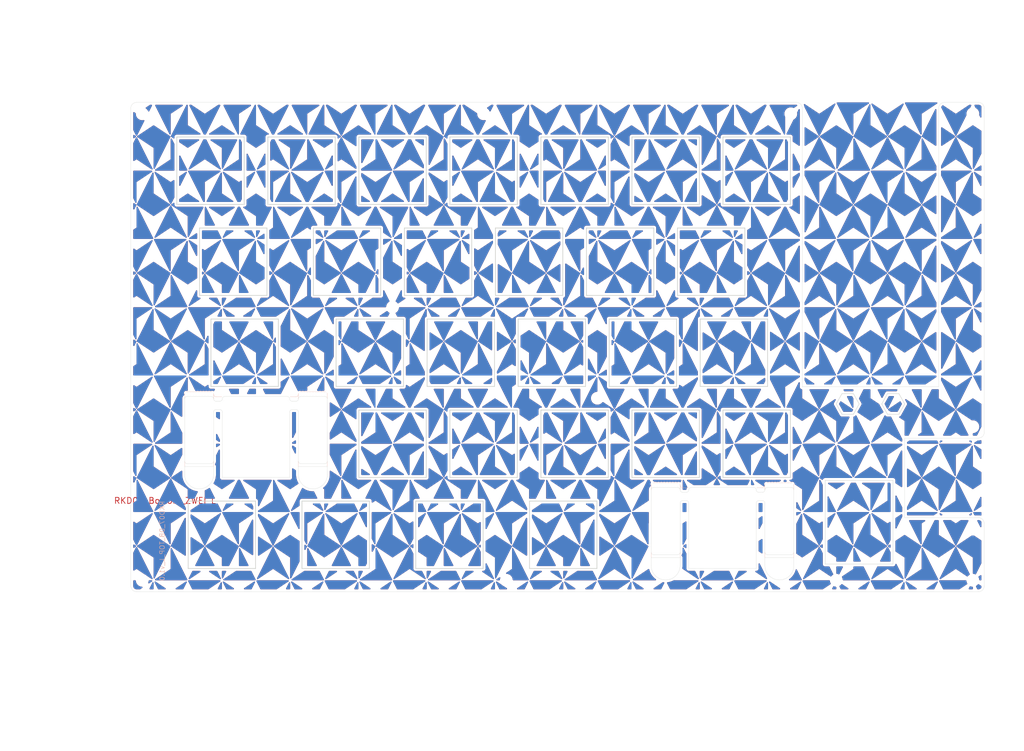
<source format=kicad_pcb>
(kicad_pcb (version 20241229) (generator "pcbnew") (generator_version "9.0")
  (layers (0 "F.Cu" signal) (2 "B.Cu" signal) (13 "F.Paste" user) (15 "B.Paste" user) (5 "F.SilkS" user "F.Silkscreen") (7 "B.SilkS" user "B.Silkscreen") (1 "F.Mask" user) (3 "B.Mask" user) (25 "Edge.Cuts" user))
  (net 0 "")
  (footprint "kbd_SW_Hole:SW_Hole_1u" (layer "F.Cu") (at 50.00625 142.875)
    (property "Reference" "SW8" (hide yes))
    (property "Value" "SW_Push" (hide yes))
    (fp_line (start -7.05 -7.05) (end 7.05 -7.05) (stroke (width 0.15)) (layer "Edge.Cuts"))
    (fp_line (start -7.05 7.05) (end -7.05 -7.05) (stroke (width 0.15)) (layer "Edge.Cuts"))
    (fp_line (start 7.05 -7.05) (end 7.05 7.05) (stroke (width 0.15)) (layer "Edge.Cuts"))
    (fp_line (start 7.05 7.05) (end -7.05 7.05) (stroke (width 0.15)) (layer "Edge.Cuts"))
  )
  (footprint "kbd_SW_Hole:SW_Hole_1u" (layer "F.Cu") (at 16.66875 104.775)
    (property "Reference" "SW1" (hide yes))
    (property "Value" "SW_Push" (hide yes))
    (fp_line (start -7.05 -7.05) (end 7.05 -7.05) (stroke (width 0.15)) (layer "Edge.Cuts"))
    (fp_line (start -7.05 7.05) (end -7.05 -7.05) (stroke (width 0.15)) (layer "Edge.Cuts"))
    (fp_line (start 7.05 -7.05) (end 7.05 7.05) (stroke (width 0.15)) (layer "Edge.Cuts"))
    (fp_line (start 7.05 7.05) (end -7.05 7.05) (stroke (width 0.15)) (layer "Edge.Cuts"))
  )
  (footprint "kbd_Hole:m2_Screw_Hole" (layer "F.Cu") (at 176.2125 92.86875)
    (property "Reference" "Ref**")
    (property "Value" "Val**")
    (pad "" np_thru_hole circle (at 0 0) (size 2.2 2.2) (drill 2.2) (layers "*.Cu" "*.Mask"))
  )
  (footprint "kbd_Hole:m2_Screw_Hole" (layer "F.Cu") (at 73.81875 92.86875)
    (property "Reference" "Ref**")
    (property "Value" "Val**")
    (pad "" np_thru_hole circle (at 0 0) (size 2.2 2.2) (drill 2.2) (layers "*.Cu" "*.Mask"))
  )
  (footprint "kbd_Hole:m2_Screw_Hole" (layer "F.Cu") (at 176.2125 158.353125)
    (property "Reference" "Ref**")
    (property "Value" "Val**")
    (pad "" np_thru_hole circle (at 0 0) (size 2.2 2.2) (drill 2.2) (layers "*.Cu" "*.Mask"))
  )
  (footprint "kbd_Hole:m2_Screw_Hole" (layer "F.Cu") (at 97.63125 152.4)
    (property "Reference" "M4")
    (property "Value" "Mark")
    (pad "" np_thru_hole circle (at 0 0) (size 2.2 2.2) (drill 2.2) (layers "*.Cu" "*.Mask"))
  )
  (footprint "kbd_SW_Hole:SW_Hole_1u" (layer "F.Cu") (at 83.34375 123.825)
    (property "Reference" "SW17" (hide yes))
    (property "Value" "SW_Push" (hide yes))
    (fp_line (start -7.05 -7.05) (end 7.05 -7.05) (stroke (width 0.15)) (layer "Edge.Cuts"))
    (fp_line (start -7.05 7.05) (end -7.05 -7.05) (stroke (width 0.15)) (layer "Edge.Cuts"))
    (fp_line (start 7.05 -7.05) (end 7.05 7.05) (stroke (width 0.15)) (layer "Edge.Cuts"))
    (fp_line (start 7.05 7.05) (end -7.05 7.05) (stroke (width 0.15)) (layer "Edge.Cuts"))
  )
  (footprint "kbd_SW_Hole:SW_Hole_1u" (layer "F.Cu") (at 54.76875 161.925)
    (property "Reference" "SW9" (hide yes))
    (property "Value" "SW_Push" (hide yes))
    (fp_line (start -7.05 -7.05) (end 7.05 -7.05) (stroke (width 0.15)) (layer "Edge.Cuts"))
    (fp_line (start -7.05 7.05) (end -7.05 -7.05) (stroke (width 0.15)) (layer "Edge.Cuts"))
    (fp_line (start 7.05 -7.05) (end 7.05 7.05) (stroke (width 0.15)) (layer "Edge.Cuts"))
    (fp_line (start 7.05 7.05) (end -7.05 7.05) (stroke (width 0.15)) (layer "Edge.Cuts"))
  )
  (footprint "kbd_Hole:m2_Screw_Hole" (layer "F.Cu") (at 54.76875 133.35)
    (property "Reference" "M3")
    (property "Value" "Mark")
    (pad "" np_thru_hole circle (at 0 0) (size 2.2 2.2) (drill 2.2) (layers "*.Cu" "*.Mask"))
  )
  (footprint "kbd_SW_Hole:SW_Hole_1u" (layer "F.Cu") (at 35.71875 104.775)
    (property "Reference" "SW6" (hide yes))
    (property "Value" "SW_Push" (hide yes))
    (fp_line (start -7.05 -7.05) (end 7.05 -7.05) (stroke (width 0.15)) (layer "Edge.Cuts"))
    (fp_line (start -7.05 7.05) (end -7.05 -7.05) (stroke (width 0.15)) (layer "Edge.Cuts"))
    (fp_line (start 7.05 -7.05) (end 7.05 7.05) (stroke (width 0.15)) (layer "Edge.Cuts"))
    (fp_line (start 7.05 7.05) (end -7.05 7.05) (stroke (width 0.15)) (layer "Edge.Cuts"))
  )
  (footprint "kbd_SW_Hole:SW_Hole_1u" (layer "F.Cu") (at 107.15625 142.875)
    (property "Reference" "SW23" (hide yes))
    (property "Value" "SW_Push" (hide yes))
    (fp_line (start -7.05 -7.05) (end 7.05 -7.05) (stroke (width 0.15)) (layer "Edge.Cuts"))
    (fp_line (start -7.05 7.05) (end -7.05 -7.05) (stroke (width 0.15)) (layer "Edge.Cuts"))
    (fp_line (start 7.05 -7.05) (end 7.05 7.05) (stroke (width 0.15)) (layer "Edge.Cuts"))
    (fp_line (start 7.05 7.05) (end -7.05 7.05) (stroke (width 0.15)) (layer "Edge.Cuts"))
  )
  (footprint "kbd_Hole:m2_Screw_Hole" (layer "F.Cu") (at 2.38125 190.5)
    (property "Reference" "Ref**")
    (property "Value" "Val**")
    (pad "" np_thru_hole circle (at 0 0) (size 2.2 2.2) (drill 2.2) (layers "*.Cu" "*.Mask"))
  )
  (footprint "kbd_SW_Hole:SW_Hole_1u" (layer "F.Cu") (at 45.24375 123.825)
    (property "Reference" "SW7" (hide yes))
    (property "Value" "SW_Push" (hide yes))
    (fp_line (start -7.05 -7.05) (end 7.05 -7.05) (stroke (width 0.15)) (layer "Edge.Cuts"))
    (fp_line (start -7.05 7.05) (end -7.05 -7.05) (stroke (width 0.15)) (layer "Edge.Cuts"))
    (fp_line (start 7.05 -7.05) (end 7.05 7.05) (stroke (width 0.15)) (layer "Edge.Cuts"))
    (fp_line (start 7.05 7.05) (end -7.05 7.05) (stroke (width 0.15)) (layer "Edge.Cuts"))
  )
  (footprint "kbd_SW_Hole:SW_Hole_1.75u" (layer "F.Cu") (at 23.81255 142.875)
    (property "Reference" "SW3" (hide yes))
    (property "Value" "SW_Push" (hide yes))
    (fp_line (start -7.05 -7.05) (end 7.05 -7.05) (stroke (width 0.15)) (layer "Edge.Cuts"))
    (fp_line (start -7.05 7.05) (end -7.05 -7.05) (stroke (width 0.15)) (layer "Edge.Cuts"))
    (fp_line (start 7.05 -7.05) (end 7.05 7.05) (stroke (width 0.15)) (layer "Edge.Cuts"))
    (fp_line (start 7.05 7.05) (end -7.05 7.05) (stroke (width 0.15)) (layer "Edge.Cuts"))
  )
  (footprint "kbd_SW_Hole:SW_Hole_1u" (layer "F.Cu") (at 102.39375 123.825)
    (property "Reference" "SW22" (hide yes))
    (property "Value" "SW_Push" (hide yes))
    (fp_line (start -7.05 -7.05) (end 7.05 -7.05) (stroke (width 0.15)) (layer "Edge.Cuts"))
    (fp_line (start -7.05 7.05) (end -7.05 -7.05) (stroke (width 0.15)) (layer "Edge.Cuts"))
    (fp_line (start 7.05 -7.05) (end 7.05 7.05) (stroke (width 0.15)) (layer "Edge.Cuts"))
    (fp_line (start 7.05 7.05) (end -7.05 7.05) (stroke (width 0.15)) (layer "Edge.Cuts"))
  )
  (footprint "kbd_SW_Hole:SW_Hole_1u" (layer "F.Cu") (at 126.20625 142.875)
    (property "Reference" "SW28" (hide yes))
    (property "Value" "SW_Push" (hide yes))
    (fp_line (start -7.05 -7.05) (end 7.05 -7.05) (stroke (width 0.15)) (layer "Edge.Cuts"))
    (fp_line (start -7.05 7.05) (end -7.05 -7.05) (stroke (width 0.15)) (layer "Edge.Cuts"))
    (fp_line (start 7.05 -7.05) (end 7.05 7.05) (stroke (width 0.15)) (layer "Edge.Cuts"))
    (fp_line (start 7.05 7.05) (end -7.05 7.05) (stroke (width 0.15)) (layer "Edge.Cuts"))
  )
  (footprint "kbd_SW_Hole:SW_Hole_1.25u" (layer "F.Cu") (at 66.67505 180.975)
    (property "Reference" "SW15" (hide yes))
    (property "Value" "SW_Push" (hide yes))
    (fp_line (start -7.05 -7.05) (end 7.05 -7.05) (stroke (width 0.15)) (layer "Edge.Cuts"))
    (fp_line (start -7.05 7.05) (end -7.05 -7.05) (stroke (width 0.15)) (layer "Edge.Cuts"))
    (fp_line (start 7.05 -7.05) (end 7.05 7.05) (stroke (width 0.15)) (layer "Edge.Cuts"))
    (fp_line (start 7.05 7.05) (end -7.05 7.05) (stroke (width 0.15)) (layer "Edge.Cuts"))
  )
  (footprint "kbd_SW_Hole:SW_Hole_1.25u" (layer "F.Cu") (at 19.05005 180.975)
    (property "Reference" "SW5" (hide yes))
    (property "Value" "SW_Push" (hide yes))
    (fp_line (start -7.05 -7.05) (end 7.05 -7.05) (stroke (width 0.15)) (layer "Edge.Cuts"))
    (fp_line (start -7.05 7.05) (end -7.05 -7.05) (stroke (width 0.15)) (layer "Edge.Cuts"))
    (fp_line (start 7.05 -7.05) (end 7.05 7.05) (stroke (width 0.15)) (layer "Edge.Cuts"))
    (fp_line (start 7.05 7.05) (end -7.05 7.05) (stroke (width 0.15)) (layer "Edge.Cuts"))
  )
  (footprint "kbd_SW_Hole:SW_Hole_1u" (layer "F.Cu") (at 92.86875 161.925)
    (property "Reference" "SW19" (hide yes))
    (property "Value" "SW_Push" (hide yes))
    (fp_line (start -7.05 -7.05) (end 7.05 -7.05) (stroke (width 0.15)) (layer "Edge.Cuts"))
    (fp_line (start -7.05 7.05) (end -7.05 -7.05) (stroke (width 0.15)) (layer "Edge.Cuts"))
    (fp_line (start 7.05 -7.05) (end 7.05 7.05) (stroke (width 0.15)) (layer "Edge.Cuts"))
    (fp_line (start 7.05 7.05) (end -7.05 7.05) (stroke (width 0.15)) (layer "Edge.Cuts"))
  )
  (footprint "kbd_Hole:m2_Screw_Hole" (layer "F.Cu") (at 78.58125 190.5)
    (property "Reference" "Ref**")
    (property "Value" "Val**")
    (pad "" np_thru_hole circle (at 0 0) (size 2.2 2.2) (drill 2.2) (layers "*.Cu" "*.Mask"))
  )
  (footprint "kbd_SW_Hole:SW_Hole_1u" (layer "F.Cu") (at 130.96875 161.925)
    (property "Reference" "SW29" (hide yes))
    (property "Value" "SW_Push" (hide yes))
    (fp_line (start -7.05 -7.05) (end 7.05 -7.05) (stroke (width 0.15)) (layer "Edge.Cuts"))
    (fp_line (start -7.05 7.05) (end -7.05 -7.05) (stroke (width 0.15)) (layer "Edge.Cuts"))
    (fp_line (start 7.05 -7.05) (end 7.05 7.05) (stroke (width 0.15)) (layer "Edge.Cuts"))
    (fp_line (start 7.05 7.05) (end -7.05 7.05) (stroke (width 0.15)) (layer "Edge.Cuts"))
  )
  (footprint "kbd_Hole:m2_Spacer_Hole_hex" (layer "F.Cu") (at 159.54375 153.590625)
    (property "Reference" "Ref**")
    (property "Value" "Val**")
    (fp_line (start -2.4 0) (end -1.2 2.15) (stroke (width 0.1)) (layer "Edge.Cuts"))
    (fp_line (start -1.2 -2.15) (end -2.4 0) (stroke (width 0.1)) (layer "Edge.Cuts"))
    (fp_line (start -1.2 2.15) (end 1.2 2.15) (stroke (width 0.1)) (layer "Edge.Cuts"))
    (fp_line (start 1.2 -2.15) (end -1.2 -2.15) (stroke (width 0.1)) (layer "Edge.Cuts"))
    (fp_line (start 1.2 2.15) (end 2.4 0) (stroke (width 0.1)) (layer "Edge.Cuts"))
    (fp_line (start 2.4 0) (end 1.2 -2.15) (stroke (width 0.1)) (layer "Edge.Cuts"))
  )
  (footprint "kbd_SW_Hole:SW_Hole_1u" (layer "F.Cu") (at 88.10625 142.875)
    (property "Reference" "SW18" (hide yes))
    (property "Value" "SW_Push" (hide yes))
    (fp_line (start -7.05 -7.05) (end 7.05 -7.05) (stroke (width 0.15)) (layer "Edge.Cuts"))
    (fp_line (start -7.05 7.05) (end -7.05 -7.05) (stroke (width 0.15)) (layer "Edge.Cuts"))
    (fp_line (start 7.05 -7.05) (end 7.05 7.05) (stroke (width 0.15)) (layer "Edge.Cuts"))
    (fp_line (start 7.05 7.05) (end -7.05 7.05) (stroke (width 0.15)) (layer "Edge.Cuts"))
  )
  (footprint "kbd_SW_Hole:SW_Hole_1.5u" (layer "F.Cu") (at 21.43125 123.825)
    (property "Reference" "SW2" (hide yes))
    (property "Value" "SW_Push" (hide yes))
    (fp_line (start -7.05 -7.05) (end 7.05 -7.05) (stroke (width 0.15)) (layer "Edge.Cuts"))
    (fp_line (start -7.05 7.05) (end -7.05 -7.05) (stroke (width 0.15)) (layer "Edge.Cuts"))
    (fp_line (start 7.05 -7.05) (end 7.05 7.05) (stroke (width 0.15)) (layer "Edge.Cuts"))
    (fp_line (start 7.05 7.05) (end -7.05 7.05) (stroke (width 0.15)) (layer "Edge.Cuts"))
  )
  (footprint "kbd_SW_Hole:SW_Hole_1u" (layer "F.Cu") (at 111.91875 104.775)
    (property "Reference" "SW26" (hide yes))
    (property "Value" "SW_Push" (hide yes))
    (fp_line (start -7.05 -7.05) (end 7.05 -7.05) (stroke (width 0.15)) (layer "Edge.Cuts"))
    (fp_line (start -7.05 7.05) (end -7.05 -7.05) (stroke (width 0.15)) (layer "Edge.Cuts"))
    (fp_line (start 7.05 -7.05) (end 7.05 7.05) (stroke (width 0.15)) (layer "Edge.Cuts"))
    (fp_line (start 7.05 7.05) (end -7.05 7.05) (stroke (width 0.15)) (layer "Edge.Cuts"))
  )
  (footprint "kbd_Hole:m2_Screw_Hole" (layer "F.Cu") (at 138.1125 92.86875)
    (property "Reference" "Ref**")
    (property "Value" "Val**")
    (pad "" np_thru_hole circle (at 0 0) (size 2.2 2.2) (drill 2.2) (layers "*.Cu" "*.Mask"))
  )
  (footprint "kbd_SW_Hole:SW_Hole_1u" (layer "F.Cu") (at 111.91875 161.925)
    (property "Reference" "SW24" (hide yes))
    (property "Value" "SW_Push" (hide yes))
    (fp_line (start -7.05 -7.05) (end 7.05 -7.05) (stroke (width 0.15)) (layer "Edge.Cuts"))
    (fp_line (start -7.05 7.05) (end -7.05 -7.05) (stroke (width 0.15)) (layer "Edge.Cuts"))
    (fp_line (start 7.05 -7.05) (end 7.05 7.05) (stroke (width 0.15)) (layer "Edge.Cuts"))
    (fp_line (start 7.05 7.05) (end -7.05 7.05) (stroke (width 0.15)) (layer "Edge.Cuts"))
  )
  (footprint "Rikkodo_FootPrint:rkd_Top_ChocV2_2u_XL" (layer "F.Cu") (at 123.82505 180.975 180)
    (property "Reference" "SW25" (hide yes))
    (property "Value" "SW_Push" (hide yes))
    (fp_line (start 14.9375 9.4) (end 14.9375 -3.650101) (stroke (width 0.05)) (layer "Edge.Cuts"))
    (fp_line (start 14.9375 -4.7625) (end 14.9375 -6.41875) (stroke (width 0.05)) (layer "Edge.Cuts"))
    (fp_line (start 14.4375 -4.15) (end 9.375 -4.15) (stroke (width 0.05)) (layer "Edge.Cuts"))
    (fp_line (start 9.375 9.9) (end 14.4375 9.9) (stroke (width 0.05)) (layer "Edge.Cuts"))
    (fp_line (start 8.875 -3.6499) (end 8.875 6.64375) (stroke (width 0.05)) (layer "Edge.Cuts"))
    (fp_line (start 8.875 -4.7625) (end 14.9375 -4.7625) (stroke (width 0.05)) (layer "Edge.Cuts"))
    (fp_line (start 8.875 -6.41875) (end 8.875 -4.7625) (stroke (width 0.05)) (layer "Edge.Cuts"))
    (fp_line (start 8.3751 8.9) (end 7.55385 8.9) (stroke (width 0.05)) (layer "Edge.Cuts"))
    (fp_line (start 8.375 7.14375) (end 7.55 7.14375) (stroke (width 0.05)) (layer "Edge.Cuts"))
    (fp_line (start 7.05 -7.05) (end 7.05 6.64375) (stroke (width 0.05)) (layer "Edge.Cuts"))
    (fp_line (start -6.550001 9.899999) (end 6.5538 9.90005) (stroke (width 0.05)) (layer "Edge.Cuts"))
    (fp_line (start -7.05 -7.05) (end 7.05 -7.05) (stroke (width 0.05)) (layer "Edge.Cuts"))
    (fp_line (start -7.05 -7.05) (end -7.05 6.64375) (stroke (width 0.05)) (layer "Edge.Cuts"))
    (fp_line (start -7.55 8.9) (end -8.37125 8.9) (stroke (width 0.05)) (layer "Edge.Cuts"))
    (fp_line (start -7.55 7.14375) (end -8.37125 7.14375) (stroke (width 0.05)) (layer "Edge.Cuts"))
    (fp_line (start -8.87125 -3.6499) (end -8.87125 6.64375) (stroke (width 0.05)) (layer "Edge.Cuts"))
    (fp_line (start -8.87125 -4.7625) (end -8.87125 -6.41875) (stroke (width 0.05)) (layer "Edge.Cuts"))
    (fp_line (start -14.43375 9.9) (end -9.37125 9.9) (stroke (width 0.05)) (layer "Edge.Cuts"))
    (fp_line (start -14.43375 -4.15) (end -9.37125 -4.15) (stroke (width 0.05)) (layer "Edge.Cuts"))
    (fp_line (start -14.93375 9.4) (end -14.93375 -3.650101) (stroke (width 0.05)) (layer "Edge.Cuts"))
    (fp_line (start -14.93375 -4.7625) (end -8.87125 -4.7625) (stroke (width 0.05)) (layer "Edge.Cuts"))
    (fp_line (start -14.93375 -4.7625) (end -14.93375 -6.41875) (stroke (width 0.05)) (layer "Edge.Cuts"))
    (fp_arc (start 14.9375 9.4) (mid 14.791024 9.753524) (end 14.4375 9.9) (stroke (width 0.05)) (layer "Edge.Cuts"))
    (fp_arc (start 14.4375 -4.15) (mid 14.791083 -4.003583) (end 14.9375 -3.65) (stroke (width 0.05)) (layer "Edge.Cuts"))
    (fp_arc (start 9.375 9.9) (mid 9.021417 9.753583) (end 8.875 9.4) (stroke (width 0.05)) (layer "Edge.Cuts"))
    (fp_arc (start 8.875 6.64375) (mid 8.728539 6.997289) (end 8.375 7.14375) (stroke (width 0.05)) (layer "Edge.Cuts"))
    (fp_arc (start 8.875 -3.65) (mid 9.021476 -4.003524) (end 9.375 -4.15) (stroke (width 0.05)) (layer "Edge.Cuts"))
    (fp_arc (start 8.875 -6.41875) (mid 11.90625 -9.45) (end 14.9375 -6.41875) (stroke (width 0.05)) (layer "Edge.Cuts"))
    (fp_arc (start 8.375 8.9) (mid 8.728583 9.046417) (end 8.875 9.4) (stroke (width 0.05)) (layer "Edge.Cuts"))
    (fp_arc (start 7.55 7.14375) (mid 7.196461 6.997289) (end 7.05 6.64375) (stroke (width 0.05)) (layer "Edge.Cuts"))
    (fp_arc (start 7.05385 9.40005) (mid 6.907389 9.753589) (end 6.55385 9.90005) (stroke (width 0.05)) (layer "Edge.Cuts"))
    (fp_arc (start 7.05385 9.4) (mid 7.200311 9.046461) (end 7.55385 8.9) (stroke (width 0.05)) (layer "Edge.Cuts"))
    (fp_arc (start -6.550001 9.9) (mid -6.903581 9.75358) (end -7.050001 9.4) (stroke (width 0.05)) (layer "Edge.Cuts"))
    (fp_arc (start -7.05 6.64375) (mid -7.19642 6.99733) (end -7.55 7.14375) (stroke (width 0.05)) (layer "Edge.Cuts"))
    (fp_arc (start -7.55 8.9) (mid -7.19642 9.04642) (end -7.05 9.4) (stroke (width 0.05)) (layer "Edge.Cuts"))
    (fp_arc (start -8.37125 7.14375) (mid -8.724759 6.997259) (end -8.87125 6.64375) (stroke (width 0.05)) (layer "Edge.Cuts"))
    (fp_arc (start -8.87125 9.4) (mid -8.724789 9.046461) (end -8.37125 8.9) (stroke (width 0.05)) (layer "Edge.Cuts"))
    (fp_arc (start -8.87125 9.4) (mid -9.017711 9.753539) (end -9.37125 9.9) (stroke (width 0.05)) (layer "Edge.Cuts"))
    (fp_arc (start -9.37125 -4.15) (mid -9.017758 -4.003506) (end -8.87125 -3.65) (stroke (width 0.05)) (layer "Edge.Cuts"))
    (fp_arc (start -14.43375 9.9) (mid -14.787271 9.753536) (end -14.93375 9.4) (stroke (width 0.05)) (layer "Edge.Cuts"))
    (fp_arc (start -14.93375 -3.65) (mid -14.78733 -4.003565) (end -14.43375 -4.15) (stroke (width 0.05)) (layer "Edge.Cuts"))
    (fp_arc (start -14.93375 -6.41875) (mid -11.9025 -9.45) (end -8.87125 -6.41875) (stroke (width 0.05)) (layer "Edge.Cuts"))
    (pad "" np_thru_hole circle (at -14.6 10.6 90) (size 0.5 0.5) (drill 0.5) (layers "*.Cu" "*.Mask"))
    (pad "" np_thru_hole circle (at -14 10.6 90) (size 0.5 0.5) (drill 0.5) (layers "*.Cu" "*.Mask"))
    (pad "" np_thru_hole circle (at -13.4 10.6 90) (size 0.5 0.5) (drill 0.5) (layers "*.Cu" "*.Mask"))
    (pad "" np_thru_hole circle (at -12.8 10.6 90) (size 0.5 0.5) (drill 0.5) (layers "*.Cu" "*.Mask"))
    (pad "" np_thru_hole circle (at -12.2 10.6 90) (size 0.5 0.5) (drill 0.5) (layers "*.Cu" "*.Mask"))
    (pad "" np_thru_hole circle (at -11.6 10.6 90) (size 0.5 0.5) (drill 0.5) (layers "*.Cu" "*.Mask"))
    (pad "" np_thru_hole circle (at -11 10.6 90) (size 0.5 0.5) (drill 0.5) (layers "*.Cu" "*.Mask"))
    (pad "" np_thru_hole circle (at -10.4 10.6 90) (size 0.5 0.5) (drill 0.5) (layers "*.Cu" "*.Mask"))
    (pad "" np_thru_hole circle (at -9.8 10.6 90) (size 0.5 0.5) (drill 0.5) (layers "*.Cu" "*.Mask"))
    (pad "" np_thru_hole circle (at -9.2 10.6 90) (size 0.5 0.5) (drill 0.5) (layers "*.Cu" "*.Mask"))
    (pad "" np_thru_hole circle (at 9.2 10.6 90) (size 0.5 0.5) (drill 0.5) (layers "*.Cu" "*.Mask"))
    (pad "" np_thru_hole circle (at 9.8 10.6 90) (size 0.5 0.5) (drill 0.5) (layers "*.Cu" "*.Mask"))
    (pad "" np_thru_hole circle (at 10.4 10.6 90) (size 0.5 0.5) (drill 0.5) (layers "*.Cu" "*.Mask"))
    (pad "" np_thru_hole circle (at 11 10.6 90) (size 0.5 0.5) (drill 0.5) (layers "*.Cu" "*.Mask"))
    (pad "" np_thru_hole circle (at 11.6 10.6 90) (size 0.5 0.5) (drill 0.5) (layers "*.Cu" "*.Mask"))
    (pad "" np_thru_hole circle (at 12.2 10.6 90) (size 0.5 0.5) (drill 0.5) (layers "*.Cu" "*.Mask"))
    (pad "" np_thru_hole circle (at 12.8 10.6 90) (size 0.5 0.5) (drill 0.5) (layers "*.Cu" "*.Mask"))
    (pad "" np_thru_hole circle (at 13.4 10.6 90) (size 0.5 0.5) (drill 0.5) (layers "*.Cu" "*.Mask"))
    (pad "" np_thru_hole circle (at 14 10.6 90) (size 0.5 0.5) (drill 0.5) (layers "*.Cu" "*.Mask"))
    (pad "" np_thru_hole circle (at 14.6 10.6 90) (size 0.5 0.5) (drill 0.5) (layers "*.Cu" "*.Mask"))
  )
  (footprint "kbd_SW_Hole:SW_Hole_1u" (layer "F.Cu") (at 73.81875 104.775)
    (property "Reference" "SW16" (hide yes))
    (property "Value" "SW_Push" (hide yes))
    (fp_line (start -7.05 -7.05) (end 7.05 -7.05) (stroke (width 0.15)) (layer "Edge.Cuts"))
    (fp_line (start -7.05 7.05) (end -7.05 -7.05) (stroke (width 0.15)) (layer "Edge.Cuts"))
    (fp_line (start 7.05 -7.05) (end 7.05 7.05) (stroke (width 0.15)) (layer "Edge.Cuts"))
    (fp_line (start 7.05 7.05) (end -7.05 7.05) (stroke (width 0.15)) (layer "Edge.Cuts"))
  )
  (footprint "kbd_SW_Hole:SW_Hole_1.25u" (layer "F.Cu") (at 90.48755 180.975)
    (property "Reference" "SW20" (hide yes))
    (property "Value" "SW_Push" (hide yes))
    (fp_line (start -7.05 -7.05) (end 7.05 -7.05) (stroke (width 0.15)) (layer "Edge.Cuts"))
    (fp_line (start -7.05 7.05) (end -7.05 -7.05) (stroke (width 0.15)) (layer "Edge.Cuts"))
    (fp_line (start 7.05 -7.05) (end 7.05 7.05) (stroke (width 0.15)) (layer "Edge.Cuts"))
    (fp_line (start 7.05 7.05) (end -7.05 7.05) (stroke (width 0.15)) (layer "Edge.Cuts"))
  )
  (footprint "kbd_Hole:m2_Screw_Hole" (layer "F.Cu") (at 2.38125 92.86875)
    (property "Reference" "Ref**")
    (property "Value" "Val**")
    (pad "" np_thru_hole circle (at 0 0) (size 2.2 2.2) (drill 2.2) (layers "*.Cu" "*.Mask"))
  )
  (footprint "kbd_SW_Hole:SW_Hole_1u" (layer "F.Cu") (at 73.81875 161.925)
    (property "Reference" "SW14" (hide yes))
    (property "Value" "SW_Push" (hide yes))
    (fp_line (start -7.05 -7.05) (end 7.05 -7.05) (stroke (width 0.15)) (layer "Edge.Cuts"))
    (fp_line (start -7.05 7.05) (end -7.05 -7.05) (stroke (width 0.15)) (layer "Edge.Cuts"))
    (fp_line (start 7.05 -7.05) (end 7.05 7.05) (stroke (width 0.15)) (layer "Edge.Cuts"))
    (fp_line (start 7.05 7.05) (end -7.05 7.05) (stroke (width 0.15)) (layer "Edge.Cuts"))
  )
  (footprint "kbd_Hole:m2_Screw_Hole" (layer "F.Cu") (at 147.6375 190.5)
    (property "Reference" "Ref**")
    (property "Value" "Val**")
    (pad "" np_thru_hole circle (at 0 0) (size 2.2 2.2) (drill 2.2) (layers "*.Cu" "*.Mask"))
  )
  (footprint "kbd_Hole:m2_Screw_Hole" (layer "F.Cu") (at 176.2125 179.784375)
    (property "Reference" "Ref**")
    (property "Value" "Val**")
    (pad "" np_thru_hole circle (at 0 0) (size 2.2 2.2) (drill 2.2) (layers "*.Cu" "*.Mask"))
  )
  (footprint "Rikkodo_FootPrint:rkd_Top_ChocV2_2u_XL" (layer "F.Cu") (at 26.19375 161.925 180)
    (property "Reference" "SW4" (hide yes))
    (property "Value" "SW_Push" (hide yes))
    (fp_line (start 14.9375 9.4) (end 14.9375 -3.650101) (stroke (width 0.05)) (layer "Edge.Cuts"))
    (fp_line (start 14.9375 -4.7625) (end 14.9375 -6.41875) (stroke (width 0.05)) (layer "Edge.Cuts"))
    (fp_line (start 14.4375 -4.15) (end 9.375 -4.15) (stroke (width 0.05)) (layer "Edge.Cuts"))
    (fp_line (start 9.375 9.9) (end 14.4375 9.9) (stroke (width 0.05)) (layer "Edge.Cuts"))
    (fp_line (start 8.875 -3.6499) (end 8.875 6.64375) (stroke (width 0.05)) (layer "Edge.Cuts"))
    (fp_line (start 8.875 -4.7625) (end 14.9375 -4.7625) (stroke (width 0.05)) (layer "Edge.Cuts"))
    (fp_line (start 8.875 -6.41875) (end 8.875 -4.7625) (stroke (width 0.05)) (layer "Edge.Cuts"))
    (fp_line (start 8.3751 8.9) (end 7.55385 8.9) (stroke (width 0.05)) (layer "Edge.Cuts"))
    (fp_line (start 8.375 7.14375) (end 7.55 7.14375) (stroke (width 0.05)) (layer "Edge.Cuts"))
    (fp_line (start 7.05 -7.05) (end 7.05 6.64375) (stroke (width 0.05)) (layer "Edge.Cuts"))
    (fp_line (start -6.550001 9.899999) (end 6.5538 9.90005) (stroke (width 0.05)) (layer "Edge.Cuts"))
    (fp_line (start -7.05 -7.05) (end 7.05 -7.05) (stroke (width 0.05)) (layer "Edge.Cuts"))
    (fp_line (start -7.05 -7.05) (end -7.05 6.64375) (stroke (width 0.05)) (layer "Edge.Cuts"))
    (fp_line (start -7.55 8.9) (end -8.37125 8.9) (stroke (width 0.05)) (layer "Edge.Cuts"))
    (fp_line (start -7.55 7.14375) (end -8.37125 7.14375) (stroke (width 0.05)) (layer "Edge.Cuts"))
    (fp_line (start -8.87125 -3.6499) (end -8.87125 6.64375) (stroke (width 0.05)) (layer "Edge.Cuts"))
    (fp_line (start -8.87125 -4.7625) (end -8.87125 -6.41875) (stroke (width 0.05)) (layer "Edge.Cuts"))
    (fp_line (start -14.43375 9.9) (end -9.37125 9.9) (stroke (width 0.05)) (layer "Edge.Cuts"))
    (fp_line (start -14.43375 -4.15) (end -9.37125 -4.15) (stroke (width 0.05)) (layer "Edge.Cuts"))
    (fp_line (start -14.93375 9.4) (end -14.93375 -3.650101) (stroke (width 0.05)) (layer "Edge.Cuts"))
    (fp_line (start -14.93375 -4.7625) (end -8.87125 -4.7625) (stroke (width 0.05)) (layer "Edge.Cuts"))
    (fp_line (start -14.93375 -4.7625) (end -14.93375 -6.41875) (stroke (width 0.05)) (layer "Edge.Cuts"))
    (fp_arc (start 14.9375 9.4) (mid 14.791024 9.753524) (end 14.4375 9.9) (stroke (width 0.05)) (layer "Edge.Cuts"))
    (fp_arc (start 14.4375 -4.15) (mid 14.791083 -4.003583) (end 14.9375 -3.65) (stroke (width 0.05)) (layer "Edge.Cuts"))
    (fp_arc (start 9.375 9.9) (mid 9.021417 9.753583) (end 8.875 9.4) (stroke (width 0.05)) (layer "Edge.Cuts"))
    (fp_arc (start 8.875 6.64375) (mid 8.728539 6.997289) (end 8.375 7.14375) (stroke (width 0.05)) (layer "Edge.Cuts"))
    (fp_arc (start 8.875 -3.65) (mid 9.021476 -4.003524) (end 9.375 -4.15) (stroke (width 0.05)) (layer "Edge.Cuts"))
    (fp_arc (start 8.875 -6.41875) (mid 11.90625 -9.45) (end 14.9375 -6.41875) (stroke (width 0.05)) (layer "Edge.Cuts"))
    (fp_arc (start 8.375 8.9) (mid 8.728583 9.046417) (end 8.875 9.4) (stroke (width 0.05)) (layer "Edge.Cuts"))
    (fp_arc (start 7.55 7.14375) (mid 7.196461 6.997289) (end 7.05 6.64375) (stroke (width 0.05)) (layer "Edge.Cuts"))
    (fp_arc (start 7.05385 9.40005) (mid 6.907389 9.753589) (end 6.55385 9.90005) (stroke (width 0.05)) (layer "Edge.Cuts"))
    (fp_arc (start 7.05385 9.4) (mid 7.200311 9.046461) (end 7.55385 8.9) (stroke (width 0.05)) (layer "Edge.Cuts"))
    (fp_arc (start -6.550001 9.9) (mid -6.903581 9.75358) (end -7.050001 9.4) (stroke (width 0.05)) (layer "Edge.Cuts"))
    (fp_arc (start -7.05 6.64375) (mid -7.19642 6.99733) (end -7.55 7.14375) (stroke (width 0.05)) (layer "Edge.Cuts"))
    (fp_arc (start -7.55 8.9) (mid -7.19642 9.04642) (end -7.05 9.4) (stroke (width 0.05)) (layer "Edge.Cuts"))
    (fp_arc (start -8.37125 7.14375) (mid -8.724759 6.997259) (end -8.87125 6.64375) (stroke (width 0.05)) (layer "Edge.Cuts"))
    (fp_arc (start -8.87125 9.4) (mid -8.724789 9.046461) (end -8.37125 8.9) (stroke (width 0.05)) (layer "Edge.Cuts"))
    (fp_arc (start -8.87125 9.4) (mid -9.017711 9.753539) (end -9.37125 9.9) (stroke (width 0.05)) (layer "Edge.Cuts"))
    (fp_arc (start -9.37125 -4.15) (mid -9.017758 -4.003506) (end -8.87125 -3.65) (stroke (width 0.05)) (layer "Edge.Cuts"))
    (fp_arc (start -14.43375 9.9) (mid -14.787271 9.753536) (end -14.93375 9.4) (stroke (width 0.05)) (layer "Edge.Cuts"))
    (fp_arc (start -14.93375 -3.65) (mid -14.78733 -4.003565) (end -14.43375 -4.15) (stroke (width 0.05)) (layer "Edge.Cuts"))
    (fp_arc (start -14.93375 -6.41875) (mid -11.9025 -9.45) (end -8.87125 -6.41875) (stroke (width 0.05)) (layer "Edge.Cuts"))
    (pad "" np_thru_hole circle (at -14.6 10.6 90) (size 0.5 0.5) (drill 0.5) (layers "*.Cu" "*.Mask"))
    (pad "" np_thru_hole circle (at -14 10.6 90) (size 0.5 0.5) (drill 0.5) (layers "*.Cu" "*.Mask"))
    (pad "" np_thru_hole circle (at -13.4 10.6 90) (size 0.5 0.5) (drill 0.5) (layers "*.Cu" "*.Mask"))
    (pad "" np_thru_hole circle (at -12.8 10.6 90) (size 0.5 0.5) (drill 0.5) (layers "*.Cu" "*.Mask"))
    (pad "" np_thru_hole circle (at -12.2 10.6 90) (size 0.5 0.5) (drill 0.5) (layers "*.Cu" "*.Mask"))
    (pad "" np_thru_hole circle (at -11.6 10.6 90) (size 0.5 0.5) (drill 0.5) (layers "*.Cu" "*.Mask"))
    (pad "" np_thru_hole circle (at -11 10.6 90) (size 0.5 0.5) (drill 0.5) (layers "*.Cu" "*.Mask"))
    (pad "" np_thru_hole circle (at -10.4 10.6 90) (size 0.5 0.5) (drill 0.5) (layers "*.Cu" "*.Mask"))
    (pad "" np_thru_hole circle (at -9.8 10.6 90) (size 0.5 0.5) (drill 0.5) (layers "*.Cu" "*.Mask"))
    (pad "" np_thru_hole circle (at -9.2 10.6 90) (size 0.5 0.5) (drill 0.5) (layers "*.Cu" "*.Mask"))
    (pad "" np_thru_hole circle (at 9.2 10.6 90) (size 0.5 0.5) (drill 0.5) (layers "*.Cu" "*.Mask"))
    (pad "" np_thru_hole circle (at 9.8 10.6 90) (size 0.5 0.5) (drill 0.5) (layers "*.Cu" "*.Mask"))
    (pad "" np_thru_hole circle (at 10.4 10.6 90) (size 0.5 0.5) (drill 0.5) (layers "*.Cu" "*.Mask"))
    (pad "" np_thru_hole circle (at 11 10.6 90) (size 0.5 0.5) (drill 0.5) (layers "*.Cu" "*.Mask"))
    (pad "" np_thru_hole circle (at 11.6 10.6 90) (size 0.5 0.5) (drill 0.5) (layers "*.Cu" "*.Mask"))
    (pad "" np_thru_hole circle (at 12.2 10.6 90) (size 0.5 0.5) (drill 0.5) (layers "*.Cu" "*.Mask"))
    (pad "" np_thru_hole circle (at 12.8 10.6 90) (size 0.5 0.5) (drill 0.5) (layers "*.Cu" "*.Mask"))
    (pad "" np_thru_hole circle (at 13.4 10.6 90) (size 0.5 0.5) (drill 0.5) (layers "*.Cu" "*.Mask"))
    (pad "" np_thru_hole circle (at 14 10.6 90) (size 0.5 0.5) (drill 0.5) (layers "*.Cu" "*.Mask"))
    (pad "" np_thru_hole circle (at 14.6 10.6 90) (size 0.5 0.5) (drill 0.5) (layers "*.Cu" "*.Mask"))
  )
  (footprint "kbd_SW_Hole:SW_Hole_1u" (layer "F.Cu") (at 121.44375 123.825)
    (property "Reference" "SW27" (hide yes))
    (property "Value" "SW_Push" (hide yes))
    (fp_line (start -7.05 -7.05) (end 7.05 -7.05) (stroke (width 0.15)) (layer "Edge.Cuts"))
    (fp_line (start -7.05 7.05) (end -7.05 -7.05) (stroke (width 0.15)) (layer "Edge.Cuts"))
    (fp_line (start 7.05 -7.05) (end 7.05 7.05) (stroke (width 0.15)) (layer "Edge.Cuts"))
    (fp_line (start 7.05 7.05) (end -7.05 7.05) (stroke (width 0.15)) (layer "Edge.Cuts"))
  )
  (footprint "kbd_SW_Hole:SW_Hole_1.25u" (layer "F.Cu") (at 42.86255 180.975)
    (property "Reference" "SW10" (hide yes))
    (property "Value" "SW_Push" (hide yes))
    (fp_line (start -7.05 -7.05) (end 7.05 -7.05) (stroke (width 0.15)) (layer "Edge.Cuts"))
    (fp_line (start -7.05 7.05) (end -7.05 -7.05) (stroke (width 0.15)) (layer "Edge.Cuts"))
    (fp_line (start 7.05 -7.05) (end 7.05 7.05) (stroke (width 0.15)) (layer "Edge.Cuts"))
    (fp_line (start 7.05 7.05) (end -7.05 7.05) (stroke (width 0.15)) (layer "Edge.Cuts"))
  )
  (footprint "kbd_Hole:m2_Spacer_Hole_hex" (layer "F.Cu") (at 150.01875 153.590625)
    (property "Reference" "Ref**")
    (property "Value" "Val**")
    (fp_line (start -2.4 0) (end -1.2 2.15) (stroke (width 0.1)) (layer "Edge.Cuts"))
    (fp_line (start -1.2 -2.15) (end -2.4 0) (stroke (width 0.1)) (layer "Edge.Cuts"))
    (fp_line (start -1.2 2.15) (end 1.2 2.15) (stroke (width 0.1)) (layer "Edge.Cuts"))
    (fp_line (start 1.2 -2.15) (end -1.2 -2.15) (stroke (width 0.1)) (layer "Edge.Cuts"))
    (fp_line (start 1.2 2.15) (end 2.4 0) (stroke (width 0.1)) (layer "Edge.Cuts"))
    (fp_line (start 2.4 0) (end 1.2 -2.15) (stroke (width 0.1)) (layer "Edge.Cuts"))
  )
  (footprint "BrownSugar_KBD:RotaryEncoder_EC11-Hole" (layer "F.Cu") (at 152.4 178.59375 180)
    (property "Reference" "SW30")
    (property "Value" "RotaryEncoder_Switch")
    (fp_line (start 7.1 9) (end -7.1 9) (stroke (width 0.08)) (layer "Edge.Cuts"))
    (fp_line (start 7.1 -8.5) (end 7.1 9) (stroke (width 0.08)) (layer "Edge.Cuts"))
    (fp_line (start -7.1 9) (end -7.1 -8.5) (stroke (width 0.08)) (layer "Edge.Cuts"))
    (fp_line (start -7.1 -8.5) (end 7.1 -8.5) (stroke (width 0.08)) (layer "Edge.Cuts"))
  )
  (footprint "kbd_SW_Hole:SW_Hole_1u" (layer "F.Cu") (at 130.96875 104.775)
    (property "Reference" "SW26" (hide yes))
    (property "Value" "SW_Push" (hide yes))
    (fp_line (start -7.05 -7.05) (end 7.05 -7.05) (stroke (width 0.15)) (layer "Edge.Cuts"))
    (fp_line (start -7.05 7.05) (end -7.05 -7.05) (stroke (width 0.15)) (layer "Edge.Cuts"))
    (fp_line (start 7.05 -7.05) (end 7.05 7.05) (stroke (width 0.15)) (layer "Edge.Cuts"))
    (fp_line (start 7.05 7.05) (end -7.05 7.05) (stroke (width 0.15)) (layer "Edge.Cuts"))
  )
  (footprint "kbd_SW_Hole:SW_Hole_1u" (layer "F.Cu") (at 69.05625 142.875)
    (property "Reference" "SW13" (hide yes))
    (property "Value" "SW_Push" (hide yes))
    (fp_line (start -7.05 -7.05) (end 7.05 -7.05) (stroke (width 0.15)) (layer "Edge.Cuts"))
    (fp_line (start -7.05 7.05) (end -7.05 -7.05) (stroke (width 0.15)) (layer "Edge.Cuts"))
    (fp_line (start 7.05 -7.05) (end 7.05 7.05) (stroke (width 0.15)) (layer "Edge.Cuts"))
    (fp_line (start 7.05 7.05) (end -7.05 7.05) (stroke (width 0.15)) (layer "Edge.Cuts"))
  )
  (footprint "kbd_SW_Hole:SW_Hole_1u" (layer "F.Cu") (at 54.76875 104.775)
    (property "Reference" "SW11" (hide yes))
    (property "Value" "SW_Push" (hide yes))
    (fp_line (start -7.05 -7.05) (end 7.05 -7.05) (stroke (width 0.15)) (layer "Edge.Cuts"))
    (fp_line (start -7.05 7.05) (end -7.05 -7.05) (stroke (width 0.15)) (layer "Edge.Cuts"))
    (fp_line (start 7.05 -7.05) (end 7.05 7.05) (stroke (width 0.15)) (layer "Edge.Cuts"))
    (fp_line (start 7.05 7.05) (end -7.05 7.05) (stroke (width 0.15)) (layer "Edge.Cuts"))
  )
  (footprint "kbd_Hole:m2_Screw_Hole" (layer "F.Cu") (at 176.2125 190.5)
    (property "Reference" "Ref**")
    (property "Value" "Val**")
    (pad "" np_thru_hole circle (at 0 0) (size 2.2 2.2) (drill 2.2) (layers "*.Cu" "*.Mask"))
  )
  (footprint "kbd_SW_Hole:SW_Hole_1u" (layer "F.Cu") (at 64.29375 123.825)
    (property "Reference" "SW12" (hide yes))
    (property "Value" "SW_Push" (hide yes))
    (fp_line (start -7.05 -7.05) (end 7.05 -7.05) (stroke (width 0.15)) (layer "Edge.Cuts"))
    (fp_line (start -7.05 7.05) (end -7.05 -7.05) (stroke (width 0.15)) (layer "Edge.Cuts"))
    (fp_line (start 7.05 -7.05) (end 7.05 7.05) (stroke (width 0.15)) (layer "Edge.Cuts"))
    (fp_line (start 7.05 7.05) (end -7.05 7.05) (stroke (width 0.15)) (layer "Edge.Cuts"))
  )
  (footprint "kbd_SW_Hole:SW_Hole_1u" (layer "F.Cu") (at 92.86875 104.775)
    (property "Reference" "SW21" (hide yes))
    (property "Value" "SW_Push" (hide yes))
    (fp_line (start -7.05 -7.05) (end 7.05 -7.05) (stroke (width 0.15)) (layer "Edge.Cuts"))
    (fp_line (start -7.05 7.05) (end -7.05 -7.05) (stroke (width 0.15)) (layer "Edge.Cuts"))
    (fp_line (start 7.05 -7.05) (end 7.05 7.05) (stroke (width 0.15)) (layer "Edge.Cuts"))
    (fp_line (start 7.05 7.05) (end -7.05 7.05) (stroke (width 0.15)) (layer "Edge.Cuts"))
  )
  (gr_arc (start 177.403125 90.4875) (mid 178.245025 90.836226) (end 178.593751 91.678126) (stroke (width 0.05)) (layer "Edge.Cuts"))
  (gr_arc (start 0 91.678145) (mid 0.34872 90.836232) (end 1.190627 90.4875) (stroke (width 0.05)) (layer "Edge.Cuts"))
  (gr_arc (start 139.303125 90.4875) (mid 140.145046 90.836204) (end 140.49375 91.678125) (stroke (width 0.05)) (layer "Edge.Cuts"))
  (gr_line (start 1.190627 90.4875) (end 139.303125 90.4875) (stroke (width 0.05)) (layer "Edge.Cuts"))
  (gr_line (start 170.251685 90.48755) (end 177.403125 90.48755) (stroke (width 0.05)) (layer "Edge.Cuts"))
  (gr_line (start 169.068749 150.01875) (end 140.493749 150.01875) (stroke (width 0.05)) (layer "Edge.Cuts"))
  (gr_line (start 177.403125 160.734375) (end 161.925 160.734375) (stroke (width 0.05)) (layer "Edge.Cuts"))
  (gr_line (start 0 91.678145) (end 0.000135 191.690625) (stroke (width 0.05)) (layer "Edge.Cuts"))
  (gr_arc (start 1.19076 192.881115) (mid 0.348814 192.532421) (end 0.000135 191.69049) (stroke (width 0.05)) (layer "Edge.Cuts"))
  (gr_line (start 178.59375 178.59375) (end 178.59375 191.690625) (stroke (width 0.05)) (layer "Edge.Cuts"))
  (gr_line (start 169.068825 91.678175) (end 169.068825 150.01875) (stroke (width 0.05)) (layer "Edge.Cuts"))
  (gr_line (start 161.925 177.403125) (end 177.403125 177.403125) (stroke (width 0.05)) (layer "Edge.Cuts"))
  (gr_line (start 178.59375 91.678125) (end 178.59375 159.54375) (stroke (width 0.05)) (layer "Edge.Cuts"))
  (gr_arc (start 178.59375 159.54375) (mid 178.245024 160.385649) (end 177.403125 160.734375) (stroke (width 0.05)) (layer "Edge.Cuts"))
  (gr_line (start 1.190624 192.881088) (end 177.403125 192.881088) (stroke (width 0.05)) (layer "Edge.Cuts"))
  (gr_arc (start 177.403124 177.403124) (mid 178.245024 177.75185) (end 178.59375 178.59375) (stroke (width 0.05)) (layer "Edge.Cuts"))
  (gr_line (start 161.925 160.734375) (end 161.925 177.403125) (stroke (width 0.05)) (layer "Edge.Cuts"))
  (gr_arc (start 169.068825 91.678175) (mid 169.417529 90.836254) (end 170.25945 90.48755) (stroke (width 0.05)) (layer "Edge.Cuts"))
  (gr_line (start 140.49375 91.678125) (end 140.49375 150.01875) (stroke (width 0.05)) (layer "Edge.Cuts"))
  (gr_arc (start 178.593751 191.690625) (mid 178.245025 192.532525) (end 177.403125 192.881251) (stroke (width 0.05)) (layer "Edge.Cuts"))
  (gr_text "RKD07_Bottom_ZWEI_L" (at 7.14375 173.83125 0) (layer "F.Cu") (effects (font (size 1.27 1.27))))
  (gr_text "RKD07_DB_TOP_L_v1.0" (at 7.14375 173.83125 90) (layer "B.SilkS") (effects (font (size 1 1) (thickness 0.1)) (justify left bottom mirror)))
  (zone (net 0) (net_name "") (layers "F.Cu" "B.Cu") (name "deco") (connect_pads (clearance 0)) (min_thickness 0.25)
    (keepout (tracks allowed) (vias allowed) (pads allowed) (copperpour not_allowed) (footprints allowed))
    (fill (thermal_gap 0.5) (thermal_bridge_width 0.5))
    (polygon (pts (xy 83.34375 85.725) (xy 79.771875 83.34375) (xy 83.34375 90.4875)))
  )
  (zone (net 0) (net_name "") (layers "F.Cu" "B.Cu") (name "deco") (connect_pads (clearance 0)) (min_thickness 0.25)
    (keepout (tracks allowed) (vias allowed) (pads allowed) (copperpour not_allowed) (footprints allowed))
    (fill (thermal_gap 0.5) (thermal_bridge_width 0.5))
    (polygon (pts (xy 69.056249 119.0625) (xy 72.628124 121.44375) (xy 76.199999 119.0625)))
  )
  (zone (net 0) (net_name "") (layers "F.Cu" "B.Cu") (name "deco") (connect_pads (clearance 0)) (min_thickness 0.25)
    (keepout (tracks allowed) (vias allowed) (pads allowed) (copperpour not_allowed) (footprints allowed))
    (fill (thermal_gap 0.5) (thermal_bridge_width 0.5))
    (polygon (pts (xy 61.9125 76.2) (xy 58.340625 73.81875) (xy 54.76875 76.2)))
  )
  (zone (net 0) (net_name "") (layers "F.Cu" "B.Cu") (name "deco") (connect_pads (clearance 0)) (min_thickness 0.25)
    (keepout (tracks allowed) (vias allowed) (pads allowed) (copperpour not_allowed) (footprints allowed))
    (fill (thermal_gap 0.5) (thermal_bridge_width 0.5))
    (polygon (pts (xy 97.63125 85.725) (xy 94.059375 83.34375) (xy 97.63125 90.4875)))
  )
  (zone (net 0) (net_name "") (layers "F.Cu" "B.Cu") (name "deco") (connect_pads (clearance 0)) (min_thickness 0.25)
    (keepout (tracks allowed) (vias allowed) (pads allowed) (copperpour not_allowed) (footprints allowed))
    (fill (thermal_gap 0.5) (thermal_bridge_width 0.5))
    (polygon (pts (xy 69.05625 90.4875) (xy 65.484375 92.86875) (xy 65.484375 97.63125)))
  )
  (zone (net 0) (net_name "") (layers "F.Cu" "B.Cu") (name "deco") (connect_pads (clearance 0)) (min_thickness 0.25)
    (keepout (tracks allowed) (vias allowed) (pads allowed) (copperpour not_allowed) (footprints allowed))
    (fill (thermal_gap 0.5) (thermal_bridge_width 0.5))
    (polygon (pts (xy 22.621874 126.20625) (xy 19.049999 123.825) (xy 15.478125 126.20625) (xy 19.049999 119.062501)))
  )
  (zone (net 0) (net_name "") (layers "F.Cu" "B.Cu") (name "deco") (connect_pads (clearance 0)) (min_thickness 0.25)
    (keepout (tracks allowed) (vias allowed) (pads allowed) (copperpour not_allowed) (footprints allowed))
    (fill (thermal_gap 0.5) (thermal_bridge_width 0.5))
    (polygon (pts (xy 161.924999 133.35) (xy 158.353124 135.73125) (xy 158.353124 140.49375)))
  )
  (zone (net 0) (net_name "") (layers "F.Cu" "B.Cu") (name "deco") (connect_pads (clearance 0)) (min_thickness 0.25)
    (keepout (tracks allowed) (vias allowed) (pads allowed) (copperpour not_allowed) (footprints allowed))
    (fill (thermal_gap 0.5) (thermal_bridge_width 0.5))
    (polygon (pts (xy 183.35625 90.4875) (xy 179.784375 92.86875) (xy 179.784375 97.63125)))
  )
  (zone (net 0) (net_name "") (layers "F.Cu" "B.Cu") (name "deco") (connect_pads (clearance 0)) (min_thickness 0.25)
    (keepout (tracks allowed) (vias allowed) (pads allowed) (copperpour not_allowed) (footprints allowed))
    (fill (thermal_gap 0.5) (thermal_bridge_width 0.5))
    (polygon (pts (xy 176.2125 219.075) (xy 172.640625 221.45625) (xy 172.640625 226.21875)))
  )
  (zone (net 0) (net_name "") (layers "F.Cu" "B.Cu") (name "deco") (connect_pads (clearance 0)) (min_thickness 0.25)
    (keepout (tracks allowed) (vias allowed) (pads allowed) (copperpour not_allowed) (footprints allowed))
    (fill (thermal_gap 0.5) (thermal_bridge_width 0.5))
    (polygon (pts (xy 119.0625 219.075) (xy 122.634375 221.45625) (xy 126.20625 219.075)))
  )
  (zone (net 0) (net_name "") (layers "F.Cu" "B.Cu") (name "deco") (connect_pads (clearance 0)) (min_thickness 0.25)
    (keepout (tracks allowed) (vias allowed) (pads allowed) (copperpour not_allowed) (footprints allowed))
    (fill (thermal_gap 0.5) (thermal_bridge_width 0.5))
    (polygon (pts (xy 47.624999 166.6875) (xy 51.196874 169.06875) (xy 47.624999 161.925)))
  )
  (zone (net 0) (net_name "") (layers "F.Cu" "B.Cu") (name "deco") (connect_pads (clearance 0)) (min_thickness 0.25)
    (keepout (tracks allowed) (vias allowed) (pads allowed) (copperpour not_allowed) (footprints allowed))
    (fill (thermal_gap 0.5) (thermal_bridge_width 0.5))
    (polygon (pts (xy 151.209375 69.05625) (xy 154.78125 71.4375) (xy 158.353125 69.05625) (xy 154.78125 76.2)))
  )
  (zone (net 0) (net_name "") (layers "F.Cu" "B.Cu") (name "deco") (connect_pads (clearance 0)) (min_thickness 0.25)
    (keepout (tracks allowed) (vias allowed) (pads allowed) (copperpour not_allowed) (footprints allowed))
    (fill (thermal_gap 0.5) (thermal_bridge_width 0.5))
    (polygon (pts (xy 94.059375 69.05625) (xy 97.63125 71.4375) (xy 101.203125 69.05625) (xy 97.63125 76.2)))
  )
  (zone (net 0) (net_name "") (layers "F.Cu" "B.Cu") (name "deco") (connect_pads (clearance 0)) (min_thickness 0.25)
    (keepout (tracks allowed) (vias allowed) (pads allowed) (copperpour not_allowed) (footprints allowed))
    (fill (thermal_gap 0.5) (thermal_bridge_width 0.5))
    (polygon (pts (xy 4.7625 104.775) (xy 1.190625 107.15625) (xy 1.190625 111.91875)))
  )
  (zone (net 0) (net_name "") (layers "F.Cu" "B.Cu") (name "deco") (connect_pads (clearance 0)) (min_thickness 0.25)
    (keepout (tracks allowed) (vias allowed) (pads allowed) (copperpour not_allowed) (footprints allowed))
    (fill (thermal_gap 0.5) (thermal_bridge_width 0.5))
    (polygon (pts (xy 94.059374 126.20625) (xy 90.487499 123.825) (xy 86.915625 126.20625) (xy 90.487499 119.062501)))
  )
  (zone (net 0) (net_name "") (layers "F.Cu" "B.Cu") (name "deco") (connect_pads (clearance 0)) (min_thickness 0.25)
    (keepout (tracks allowed) (vias allowed) (pads allowed) (copperpour not_allowed) (footprints allowed))
    (fill (thermal_gap 0.5) (thermal_bridge_width 0.5))
    (polygon (pts (xy 169.068749 119.0625) (xy 172.640624 121.44375) (xy 176.212499 119.0625)))
  )
  (zone (net 0) (net_name "") (layers "F.Cu" "B.Cu") (name "deco") (connect_pads (clearance 0)) (min_thickness 0.25)
    (keepout (tracks allowed) (vias allowed) (pads allowed) (copperpour not_allowed) (footprints allowed))
    (fill (thermal_gap 0.5) (thermal_bridge_width 0.5))
    (polygon (pts (xy 147.637499 128.5875) (xy 144.065624 126.20625) (xy 147.637499 133.35)))
  )
  (zone (net 0) (net_name "") (layers "F.Cu" "B.Cu") (name "deco") (connect_pads (clearance 0)) (min_thickness 0.25)
    (keepout (tracks allowed) (vias allowed) (pads allowed) (copperpour not_allowed) (footprints allowed))
    (fill (thermal_gap 0.5) (thermal_bridge_width 0.5))
    (polygon (pts (xy 122.634375 97.63125) (xy 119.0625 95.25) (xy 115.490626 97.63125) (xy 119.0625 90.487501)))
  )
  (zone (net 0) (net_name "") (layers "F.Cu" "B.Cu") (name "deco") (connect_pads (clearance 0)) (min_thickness 0.25)
    (keepout (tracks allowed) (vias allowed) (pads allowed) (copperpour not_allowed) (footprints allowed))
    (fill (thermal_gap 0.5) (thermal_bridge_width 0.5))
    (polygon (pts (xy 133.349999 133.35) (xy 129.778124 135.73125) (xy 129.778124 140.49375)))
  )
  (zone (net 0) (net_name "") (layers "F.Cu" "B.Cu") (name "deco") (connect_pads (clearance 0)) (min_thickness 0.25)
    (keepout (tracks allowed) (vias allowed) (pads allowed) (copperpour not_allowed) (footprints allowed))
    (fill (thermal_gap 0.5) (thermal_bridge_width 0.5))
    (polygon (pts (xy 86.915624 140.49375) (xy 83.343749 138.1125) (xy 79.771875 140.49375) (xy 83.343749 133.350001)))
  )
  (zone (net 0) (net_name "") (layers "F.Cu" "B.Cu") (name "deco") (connect_pads (clearance 0)) (min_thickness 0.25)
    (keepout (tracks allowed) (vias allowed) (pads allowed) (copperpour not_allowed) (footprints allowed))
    (fill (thermal_gap 0.5) (thermal_bridge_width 0.5))
    (polygon (pts (xy 40.48125 204.7875) (xy 44.053125 202.40625) (xy 44.053125 197.64375)))
  )
  (zone (net 0) (net_name "") (layers "F.Cu" "B.Cu") (name "deco") (connect_pads (clearance 0)) (min_thickness 0.25)
    (keepout (tracks allowed) (vias allowed) (pads allowed) (copperpour not_allowed) (footprints allowed))
    (fill (thermal_gap 0.5) (thermal_bridge_width 0.5))
    (polygon (pts (xy -9.525001 166.6875) (xy -5.953126 169.06875) (xy -9.525001 161.925)))
  )
  (zone (net 0) (net_name "") (layers "F.Cu" "B.Cu") (name "deco") (connect_pads (clearance 0)) (min_thickness 0.25)
    (keepout (tracks allowed) (vias allowed) (pads allowed) (copperpour not_allowed) (footprints allowed))
    (fill (thermal_gap 0.5) (thermal_bridge_width 0.5))
    (polygon (pts (xy 26.193749 147.6375) (xy 29.765624 150.01875) (xy 33.337499 147.6375)))
  )
  (zone (net 0) (net_name "") (layers "F.Cu" "B.Cu") (name "deco") (connect_pads (clearance 0)) (min_thickness 0.25)
    (keepout (tracks allowed) (vias allowed) (pads allowed) (copperpour not_allowed) (footprints allowed))
    (fill (thermal_gap 0.5) (thermal_bridge_width 0.5))
    (polygon (pts (xy 94.059375 97.63125) (xy 90.4875 95.25) (xy 86.915626 97.63125) (xy 90.4875 90.487501)))
  )
  (zone (net 0) (net_name "") (layers "F.Cu" "B.Cu") (name "deco") (connect_pads (clearance 0)) (min_thickness 0.25)
    (keepout (tracks allowed) (vias allowed) (pads allowed) (copperpour not_allowed) (footprints allowed))
    (fill (thermal_gap 0.5) (thermal_bridge_width 0.5))
    (polygon (pts (xy 144.065625 83.34375) (xy 147.6375 85.725) (xy 151.209375 83.34375) (xy 147.6375 90.4875)))
  )
  (zone (net 0) (net_name "") (layers "F.Cu" "B.Cu") (name "deco") (connect_pads (clearance 0)) (min_thickness 0.25)
    (keepout (tracks allowed) (vias allowed) (pads allowed) (copperpour not_allowed) (footprints allowed))
    (fill (thermal_gap 0.5) (thermal_bridge_width 0.5))
    (polygon (pts (xy 54.768749 147.6375) (xy 51.196874 145.25625) (xy 47.624999 147.6375)))
  )
  (zone (net 0) (net_name "") (layers "F.Cu" "B.Cu") (name "deco") (connect_pads (clearance 0)) (min_thickness 0.25)
    (keepout (tracks allowed) (vias allowed) (pads allowed) (copperpour not_allowed) (footprints allowed))
    (fill (thermal_gap 0.5) (thermal_bridge_width 0.5))
    (polygon (pts (xy 22.621875 69.05625) (xy 26.19375 71.4375) (xy 29.765625 69.05625) (xy 26.19375 76.2)))
  )
  (zone (net 0) (net_name "") (layers "F.Cu" "B.Cu") (name "deco") (connect_pads (clearance 0)) (min_thickness 0.25)
    (keepout (tracks allowed) (vias allowed) (pads allowed) (copperpour not_allowed) (footprints allowed))
    (fill (thermal_gap 0.5) (thermal_bridge_width 0.5))
    (polygon (pts (xy -9.525001 133.35) (xy -5.953126 135.73125) (xy -2.381251 133.35)))
  )
  (zone (net 0) (net_name "") (layers "F.Cu" "B.Cu") (name "deco") (connect_pads (clearance 0)) (min_thickness 0.25)
    (keepout (tracks allowed) (vias allowed) (pads allowed) (copperpour not_allowed) (footprints allowed))
    (fill (thermal_gap 0.5) (thermal_bridge_width 0.5))
    (polygon (pts (xy 140.49375 204.7875) (xy 144.065625 207.16875) (xy 147.6375 204.7875)))
  )
  (zone (net 0) (net_name "") (layers "F.Cu" "B.Cu") (name "deco") (connect_pads (clearance 0)) (min_thickness 0.25)
    (keepout (tracks allowed) (vias allowed) (pads allowed) (copperpour not_allowed) (footprints allowed))
    (fill (thermal_gap 0.5) (thermal_bridge_width 0.5))
    (polygon (pts (xy 176.212499 161.925) (xy 172.640624 164.30625) (xy 172.640624 169.06875)))
  )
  (zone (net 0) (net_name "") (layers "F.Cu" "B.Cu") (name "deco") (connect_pads (clearance 0)) (min_thickness 0.25)
    (keepout (tracks allowed) (vias allowed) (pads allowed) (copperpour not_allowed) (footprints allowed))
    (fill (thermal_gap 0.5) (thermal_bridge_width 0.5))
    (polygon (pts (xy 154.78125 176.2125) (xy 158.353125 173.83125) (xy 158.353125 169.06875)))
  )
  (zone (net 0) (net_name "") (layers "F.Cu" "B.Cu") (name "deco") (connect_pads (clearance 0)) (min_thickness 0.25)
    (keepout (tracks allowed) (vias allowed) (pads allowed) (copperpour not_allowed) (footprints allowed))
    (fill (thermal_gap 0.5) (thermal_bridge_width 0.5))
    (polygon (pts (xy 169.06875 204.7875) (xy 165.496875 202.40625) (xy 161.925 204.7875)))
  )
  (zone (net 0) (net_name "") (layers "F.Cu" "B.Cu") (name "deco") (connect_pads (clearance 0)) (min_thickness 0.25)
    (keepout (tracks allowed) (vias allowed) (pads allowed) (copperpour not_allowed) (footprints allowed))
    (fill (thermal_gap 0.5) (thermal_bridge_width 0.5))
    (polygon (pts (xy 140.493749 147.6375) (xy 144.065624 145.25625) (xy 144.065624 140.49375)))
  )
  (zone (net 0) (net_name "") (layers "F.Cu" "B.Cu") (name "deco") (connect_pads (clearance 0)) (min_thickness 0.25)
    (keepout (tracks allowed) (vias allowed) (pads allowed) (copperpour not_allowed) (footprints allowed))
    (fill (thermal_gap 0.5) (thermal_bridge_width 0.5))
    (polygon (pts (xy -16.66875 176.2125) (xy -13.096875 173.83125) (xy -13.096875 169.06875)))
  )
  (zone (net 0) (net_name "") (layers "F.Cu" "B.Cu") (name "deco") (connect_pads (clearance 0)) (min_thickness 0.25)
    (keepout (tracks allowed) (vias allowed) (pads allowed) (copperpour not_allowed) (footprints allowed))
    (fill (thermal_gap 0.5) (thermal_bridge_width 0.5))
    (polygon (pts (xy 65.484375 97.63125) (xy 61.9125 95.25) (xy 58.340626 97.63125) (xy 61.9125 90.487501)))
  )
  (zone (net 0) (net_name "") (layers "F.Cu" "B.Cu") (name "deco") (connect_pads (clearance 0)) (min_thickness 0.25)
    (keepout (tracks allowed) (vias allowed) (pads allowed) (copperpour not_allowed) (footprints allowed))
    (fill (thermal_gap 0.5) (thermal_bridge_width 0.5))
    (polygon (pts (xy 61.9125 190.5) (xy 65.484375 188.11875) (xy 65.484375 183.35625)))
  )
  (zone (net 0) (net_name "") (layers "F.Cu" "B.Cu") (name "deco") (connect_pads (clearance 0)) (min_thickness 0.25)
    (keepout (tracks allowed) (vias allowed) (pads allowed) (copperpour not_allowed) (footprints allowed))
    (fill (thermal_gap 0.5) (thermal_bridge_width 0.5))
    (polygon (pts (xy 119.0625 190.5) (xy 122.634375 188.11875) (xy 122.634375 183.35625)))
  )
  (zone (net 0) (net_name "") (layers "F.Cu" "B.Cu") (name "deco") (connect_pads (clearance 0)) (min_thickness 0.25)
    (keepout (tracks allowed) (vias allowed) (pads allowed) (copperpour not_allowed) (footprints allowed))
    (fill (thermal_gap 0.5) (thermal_bridge_width 0.5))
    (polygon (pts (xy 104.775 76.2) (xy 108.346875 78.58125) (xy 111.91875 76.2)))
  )
  (zone (net 0) (net_name "") (layers "F.Cu" "B.Cu") (name "deco") (connect_pads (clearance 0)) (min_thickness 0.25)
    (keepout (tracks allowed) (vias allowed) (pads allowed) (copperpour not_allowed) (footprints allowed))
    (fill (thermal_gap 0.5) (thermal_bridge_width 0.5))
    (polygon (pts (xy 115.490625 197.64375) (xy 111.91875 195.2625) (xy 108.346876 197.64375) (xy 111.91875 190.500001)))
  )
  (zone (net 0) (net_name "") (layers "F.Cu" "B.Cu") (name "deco") (connect_pads (clearance 0)) (min_thickness 0.25)
    (keepout (tracks allowed) (vias allowed) (pads allowed) (copperpour not_allowed) (footprints allowed))
    (fill (thermal_gap 0.5) (thermal_bridge_width 0.5))
    (polygon (pts (xy 133.349999 133.35) (xy 136.921874 130.96875) (xy 136.921874 126.20625)))
  )
  (zone (net 0) (net_name "") (layers "F.Cu" "B.Cu") (name "deco") (connect_pads (clearance 0)) (min_thickness 0.25)
    (keepout (tracks allowed) (vias allowed) (pads allowed) (copperpour not_allowed) (footprints allowed))
    (fill (thermal_gap 0.5) (thermal_bridge_width 0.5))
    (polygon (pts (xy 4.762499 161.925) (xy 1.190624 164.30625) (xy 1.190624 169.06875)))
  )
  (zone (net 0) (net_name "") (layers "F.Cu" "B.Cu") (name "deco") (connect_pads (clearance 0)) (min_thickness 0.25)
    (keepout (tracks allowed) (vias allowed) (pads allowed) (copperpour not_allowed) (footprints allowed))
    (fill (thermal_gap 0.5) (thermal_bridge_width 0.5))
    (polygon (pts (xy 169.06875 204.7875) (xy 172.640625 202.40625) (xy 172.640625 197.64375)))
  )
  (zone (net 0) (net_name "") (layers "F.Cu" "B.Cu") (name "deco") (connect_pads (clearance 0)) (min_thickness 0.25)
    (keepout (tracks allowed) (vias allowed) (pads allowed) (copperpour not_allowed) (footprints allowed))
    (fill (thermal_gap 0.5) (thermal_bridge_width 0.5))
    (polygon (pts (xy -2.38125 176.2125) (xy -5.953125 173.83125) (xy -9.525 176.2125)))
  )
  (zone (net 0) (net_name "") (layers "F.Cu" "B.Cu") (name "deco") (connect_pads (clearance 0)) (min_thickness 0.25)
    (keepout (tracks allowed) (vias allowed) (pads allowed) (copperpour not_allowed) (footprints allowed))
    (fill (thermal_gap 0.5) (thermal_bridge_width 0.5))
    (polygon (pts (xy 29.765625 226.21875) (xy 26.19375 223.8375) (xy 22.621876 226.21875) (xy 26.19375 219.075001)))
  )
  (zone (net 0) (net_name "") (layers "F.Cu" "B.Cu") (name "deco") (connect_pads (clearance 0)) (min_thickness 0.25)
    (keepout (tracks allowed) (vias allowed) (pads allowed) (copperpour not_allowed) (footprints allowed))
    (fill (thermal_gap 0.5) (thermal_bridge_width 0.5))
    (polygon (pts (xy 69.056249 123.825) (xy 72.628124 126.20625) (xy 69.056249 119.0625)))
  )
  (zone (net 0) (net_name "") (layers "F.Cu" "B.Cu") (name "deco") (connect_pads (clearance 0)) (min_thickness 0.25)
    (keepout (tracks allowed) (vias allowed) (pads allowed) (copperpour not_allowed) (footprints allowed))
    (fill (thermal_gap 0.5) (thermal_bridge_width 0.5))
    (polygon (pts (xy 11.906249 123.825) (xy 15.478124 126.20625) (xy 11.906249 119.0625)))
  )
  (zone (net 0) (net_name "") (layers "F.Cu" "B.Cu") (name "deco") (connect_pads (clearance 0)) (min_thickness 0.25)
    (keepout (tracks allowed) (vias allowed) (pads allowed) (copperpour not_allowed) (footprints allowed))
    (fill (thermal_gap 0.5) (thermal_bridge_width 0.5))
    (polygon (pts (xy 147.637499 138.1125) (xy 151.209374 140.49375) (xy 147.637499 133.35)))
  )
  (zone (net 0) (net_name "") (layers "F.Cu" "B.Cu") (name "deco") (connect_pads (clearance 0)) (min_thickness 0.25)
    (keepout (tracks allowed) (vias allowed) (pads allowed) (copperpour not_allowed) (footprints allowed))
    (fill (thermal_gap 0.5) (thermal_bridge_width 0.5))
    (polygon (pts (xy 147.6375 104.775) (xy 151.209375 102.39375) (xy 151.209375 97.63125)))
  )
  (zone (net 0) (net_name "") (layers "F.Cu" "B.Cu") (name "deco") (connect_pads (clearance 0)) (min_thickness 0.25)
    (keepout (tracks allowed) (vias allowed) (pads allowed) (copperpour not_allowed) (footprints allowed))
    (fill (thermal_gap 0.5) (thermal_bridge_width 0.5))
    (polygon (pts (xy 161.925 80.9625) (xy 165.496875 83.34375) (xy 161.925 76.2)))
  )
  (zone (net 0) (net_name "") (layers "F.Cu" "B.Cu") (name "deco") (connect_pads (clearance 0)) (min_thickness 0.25)
    (keepout (tracks allowed) (vias allowed) (pads allowed) (copperpour not_allowed) (footprints allowed))
    (fill (thermal_gap 0.5) (thermal_bridge_width 0.5))
    (polygon (pts (xy 83.34375 171.45) (xy 79.771875 169.06875) (xy 83.34375 176.2125)))
  )
  (zone (net 0) (net_name "") (layers "F.Cu" "B.Cu") (name "deco") (connect_pads (clearance 0)) (min_thickness 0.25)
    (keepout (tracks allowed) (vias allowed) (pads allowed) (copperpour not_allowed) (footprints allowed))
    (fill (thermal_gap 0.5) (thermal_bridge_width 0.5))
    (polygon (pts (xy 161.924999 157.1625) (xy 158.353124 154.78125) (xy 161.924999 161.925)))
  )
  (zone (net 0) (net_name "") (layers "F.Cu" "B.Cu") (name "deco") (connect_pads (clearance 0)) (min_thickness 0.25)
    (keepout (tracks allowed) (vias allowed) (pads allowed) (copperpour not_allowed) (footprints allowed))
    (fill (thermal_gap 0.5) (thermal_bridge_width 0.5))
    (polygon (pts (xy 36.909375 97.63125) (xy 33.3375 95.25) (xy 29.765626 97.63125) (xy 33.3375 90.487501)))
  )
  (zone (net 0) (net_name "") (layers "F.Cu" "B.Cu") (name "deco") (connect_pads (clearance 0)) (min_thickness 0.25)
    (keepout (tracks allowed) (vias allowed) (pads allowed) (copperpour not_allowed) (footprints allowed))
    (fill (thermal_gap 0.5) (thermal_bridge_width 0.5))
    (polygon (pts (xy 29.765624 140.49375) (xy 26.193749 138.1125) (xy 22.621875 140.49375) (xy 26.193749 133.350001)))
  )
  (zone (net 0) (net_name "") (layers "F.Cu" "B.Cu") (name "deco") (connect_pads (clearance 0)) (min_thickness 0.25)
    (keepout (tracks allowed) (vias allowed) (pads allowed) (copperpour not_allowed) (footprints allowed))
    (fill (thermal_gap 0.5) (thermal_bridge_width 0.5))
    (polygon (pts (xy 111.918749 119.0625) (xy 108.346874 121.44375) (xy 108.346874 126.20625)))
  )
  (zone (net 0) (net_name "") (layers "F.Cu" "B.Cu") (name "deco") (connect_pads (clearance 0)) (min_thickness 0.25)
    (keepout (tracks allowed) (vias allowed) (pads allowed) (copperpour not_allowed) (footprints allowed))
    (fill (thermal_gap 0.5) (thermal_bridge_width 0.5))
    (polygon (pts (xy 19.05 190.5) (xy 22.621875 188.11875) (xy 22.621875 183.35625)))
  )
  (zone (net 0) (net_name "") (layers "F.Cu" "B.Cu") (name "deco") (connect_pads (clearance 0)) (min_thickness 0.25)
    (keepout (tracks allowed) (vias allowed) (pads allowed) (copperpour not_allowed) (footprints allowed))
    (fill (thermal_gap 0.5) (thermal_bridge_width 0.5))
    (polygon (pts (xy 29.765625 83.34375) (xy 26.19375 80.9625) (xy 22.621876 83.34375) (xy 26.19375 76.200001)))
  )
  (zone (net 0) (net_name "") (layers "F.Cu" "B.Cu") (name "deco") (connect_pads (clearance 0)) (min_thickness 0.25)
    (keepout (tracks allowed) (vias allowed) (pads allowed) (copperpour not_allowed) (footprints allowed))
    (fill (thermal_gap 0.5) (thermal_bridge_width 0.5))
    (polygon (pts (xy 33.3375 104.775) (xy 29.765625 107.15625) (xy 29.765625 111.91875)))
  )
  (zone (net 0) (net_name "") (layers "F.Cu" "B.Cu") (name "deco") (connect_pads (clearance 0)) (min_thickness 0.25)
    (keepout (tracks allowed) (vias allowed) (pads allowed) (copperpour not_allowed) (footprints allowed))
    (fill (thermal_gap 0.5) (thermal_bridge_width 0.5))
    (polygon (pts (xy 129.778124 140.49375) (xy 133.349999 142.875) (xy 136.921874 140.49375) (xy 133.349999 147.6375)))
  )
  (zone (net 0) (net_name "") (layers "F.Cu" "B.Cu") (name "deco") (connect_pads (clearance 0)) (min_thickness 0.25)
    (keepout (tracks allowed) (vias allowed) (pads allowed) (copperpour not_allowed) (footprints allowed))
    (fill (thermal_gap 0.5) (thermal_bridge_width 0.5))
    (polygon (pts (xy 154.78125 176.2125) (xy 151.209375 178.59375) (xy 151.209375 183.35625)))
  )
  (zone (net 0) (net_name "") (layers "F.Cu" "B.Cu") (name "deco") (connect_pads (clearance 0)) (min_thickness 0.25)
    (keepout (tracks allowed) (vias allowed) (pads allowed) (copperpour not_allowed) (footprints allowed))
    (fill (thermal_gap 0.5) (thermal_bridge_width 0.5))
    (polygon (pts (xy 69.056249 147.6375) (xy 72.628124 150.01875) (xy 76.199999 147.6375)))
  )
  (zone (net 0) (net_name "") (layers "F.Cu" "B.Cu") (name "deco") (connect_pads (clearance 0)) (min_thickness 0.25)
    (keepout (tracks allowed) (vias allowed) (pads allowed) (copperpour not_allowed) (footprints allowed))
    (fill (thermal_gap 0.5) (thermal_bridge_width 0.5))
    (polygon (pts (xy 108.346875 183.35625) (xy 111.91875 185.7375) (xy 115.490625 183.35625) (xy 111.91875 190.5)))
  )
  (zone (net 0) (net_name "") (layers "F.Cu" "B.Cu") (name "deco") (connect_pads (clearance 0)) (min_thickness 0.25)
    (keepout (tracks allowed) (vias allowed) (pads allowed) (copperpour not_allowed) (footprints allowed))
    (fill (thermal_gap 0.5) (thermal_bridge_width 0.5))
    (polygon (pts (xy 47.625 104.775) (xy 44.053125 102.39375) (xy 40.48125 104.775)))
  )
  (zone (net 0) (net_name "") (layers "F.Cu" "B.Cu") (name "deco") (connect_pads (clearance 0)) (min_thickness 0.25)
    (keepout (tracks allowed) (vias allowed) (pads allowed) (copperpour not_allowed) (footprints allowed))
    (fill (thermal_gap 0.5) (thermal_bridge_width 0.5))
    (polygon (pts (xy 36.909375 183.35625) (xy 33.3375 180.975) (xy 29.765626 183.35625) (xy 33.3375 176.212501)))
  )
  (zone (net 0) (net_name "") (layers "F.Cu" "B.Cu") (name "deco") (connect_pads (clearance 0)) (min_thickness 0.25)
    (keepout (tracks allowed) (vias allowed) (pads allowed) (copperpour not_allowed) (footprints allowed))
    (fill (thermal_gap 0.5) (thermal_bridge_width 0.5))
    (polygon (pts (xy 36.909374 126.20625) (xy 40.481249 128.5875) (xy 44.053124 126.20625) (xy 40.481249 133.35)))
  )
  (zone (net 0) (net_name "") (layers "F.Cu" "B.Cu") (name "deco") (connect_pads (clearance 0)) (min_thickness 0.25)
    (keepout (tracks allowed) (vias allowed) (pads allowed) (copperpour not_allowed) (footprints allowed))
    (fill (thermal_gap 0.5) (thermal_bridge_width 0.5))
    (polygon (pts (xy 72.628125 226.21875) (xy 69.05625 223.8375) (xy 65.484376 226.21875) (xy 69.05625 219.075001)))
  )
  (zone (net 0) (net_name "") (layers "F.Cu" "B.Cu") (name "deco") (connect_pads (clearance 0)) (min_thickness 0.25)
    (keepout (tracks allowed) (vias allowed) (pads allowed) (copperpour not_allowed) (footprints allowed))
    (fill (thermal_gap 0.5) (thermal_bridge_width 0.5))
    (polygon (pts (xy 119.062499 133.35) (xy 122.634374 130.96875) (xy 122.634374 126.20625)))
  )
  (zone (net 0) (net_name "") (layers "F.Cu" "B.Cu") (name "deco") (connect_pads (clearance 0)) (min_thickness 0.25)
    (keepout (tracks allowed) (vias allowed) (pads allowed) (copperpour not_allowed) (footprints allowed))
    (fill (thermal_gap 0.5) (thermal_bridge_width 0.5))
    (polygon (pts (xy 126.20625 85.725) (xy 122.634375 83.34375) (xy 126.20625 90.4875)))
  )
  (zone (net 0) (net_name "") (layers "F.Cu" "B.Cu") (name "deco") (connect_pads (clearance 0)) (min_thickness 0.25)
    (keepout (tracks allowed) (vias allowed) (pads allowed) (copperpour not_allowed) (footprints allowed))
    (fill (thermal_gap 0.5) (thermal_bridge_width 0.5))
    (polygon (pts (xy -9.525 219.075) (xy -5.953125 221.45625) (xy -2.38125 219.075)))
  )
  (zone (net 0) (net_name "") (layers "F.Cu" "B.Cu") (name "deco") (connect_pads (clearance 0)) (min_thickness 0.25)
    (keepout (tracks allowed) (vias allowed) (pads allowed) (copperpour not_allowed) (footprints allowed))
    (fill (thermal_gap 0.5) (thermal_bridge_width 0.5))
    (polygon (pts (xy 161.925 190.5) (xy 158.353125 192.88125) (xy 158.353125 197.64375)))
  )
  (zone (net 0) (net_name "") (layers "F.Cu" "B.Cu") (name "deco") (connect_pads (clearance 0)) (min_thickness 0.25)
    (keepout (tracks allowed) (vias allowed) (pads allowed) (copperpour not_allowed) (footprints allowed))
    (fill (thermal_gap 0.5) (thermal_bridge_width 0.5))
    (polygon (pts (xy 69.05625 176.2125) (xy 72.628125 178.59375) (xy 76.2 176.2125)))
  )
  (zone (net 0) (net_name "") (layers "F.Cu" "B.Cu") (name "deco") (connect_pads (clearance 0)) (min_thickness 0.25)
    (keepout (tracks allowed) (vias allowed) (pads allowed) (copperpour not_allowed) (footprints allowed))
    (fill (thermal_gap 0.5) (thermal_bridge_width 0.5))
    (polygon (pts (xy 179.784375 69.05625) (xy 183.35625 71.4375) (xy 186.928125 69.05625) (xy 183.35625 76.2)))
  )
  (zone (net 0) (net_name "") (layers "F.Cu" "B.Cu") (name "deco") (connect_pads (clearance 0)) (min_thickness 0.25)
    (keepout (tracks allowed) (vias allowed) (pads allowed) (copperpour not_allowed) (footprints allowed))
    (fill (thermal_gap 0.5) (thermal_bridge_width 0.5))
    (polygon (pts (xy 161.925 104.775) (xy 165.496875 102.39375) (xy 165.496875 97.63125)))
  )
  (zone (net 0) (net_name "") (layers "F.Cu" "B.Cu") (name "deco") (connect_pads (clearance 0)) (min_thickness 0.25)
    (keepout (tracks allowed) (vias allowed) (pads allowed) (copperpour not_allowed) (footprints allowed))
    (fill (thermal_gap 0.5) (thermal_bridge_width 0.5))
    (polygon (pts (xy 40.481249 123.825) (xy 44.053124 126.20625) (xy 40.481249 119.0625)))
  )
  (zone (net 0) (net_name "") (layers "F.Cu" "B.Cu") (name "deco") (connect_pads (clearance 0)) (min_thickness 0.25)
    (keepout (tracks allowed) (vias allowed) (pads allowed) (copperpour not_allowed) (footprints allowed))
    (fill (thermal_gap 0.5) (thermal_bridge_width 0.5))
    (polygon (pts (xy 79.771874 126.20625) (xy 83.343749 128.5875) (xy 86.915624 126.20625) (xy 83.343749 133.35)))
  )
  (zone (net 0) (net_name "") (layers "F.Cu" "B.Cu") (name "deco") (connect_pads (clearance 0)) (min_thickness 0.25)
    (keepout (tracks allowed) (vias allowed) (pads allowed) (copperpour not_allowed) (footprints allowed))
    (fill (thermal_gap 0.5) (thermal_bridge_width 0.5))
    (polygon (pts (xy 172.640624 111.91875) (xy 176.212499 114.3) (xy 179.784374 111.91875) (xy 176.212499 119.0625)))
  )
  (zone (net 0) (net_name "") (layers "F.Cu" "B.Cu") (name "deco") (connect_pads (clearance 0)) (min_thickness 0.25)
    (keepout (tracks allowed) (vias allowed) (pads allowed) (copperpour not_allowed) (footprints allowed))
    (fill (thermal_gap 0.5) (thermal_bridge_width 0.5))
    (polygon (pts (xy 61.912499 161.925) (xy 65.484374 159.54375) (xy 65.484374 154.78125)))
  )
  (zone (net 0) (net_name "") (layers "F.Cu" "B.Cu") (name "deco") (connect_pads (clearance 0)) (min_thickness 0.25)
    (keepout (tracks allowed) (vias allowed) (pads allowed) (copperpour not_allowed) (footprints allowed))
    (fill (thermal_gap 0.5) (thermal_bridge_width 0.5))
    (polygon (pts (xy 26.19375 204.7875) (xy 22.621875 207.16875) (xy 22.621875 211.93125)))
  )
  (zone (net 0) (net_name "") (layers "F.Cu" "B.Cu") (name "deco") (connect_pads (clearance 0)) (min_thickness 0.25)
    (keepout (tracks allowed) (vias allowed) (pads allowed) (copperpour not_allowed) (footprints allowed))
    (fill (thermal_gap 0.5) (thermal_bridge_width 0.5))
    (polygon (pts (xy -2.38125 85.725) (xy -5.953125 83.34375) (xy -2.38125 90.4875)))
  )
  (zone (net 0) (net_name "") (layers "F.Cu" "B.Cu") (name "deco") (connect_pads (clearance 0)) (min_thickness 0.25)
    (keepout (tracks allowed) (vias allowed) (pads allowed) (copperpour not_allowed) (footprints allowed))
    (fill (thermal_gap 0.5) (thermal_bridge_width 0.5))
    (polygon (pts (xy 26.19375 90.4875) (xy 22.621875 88.10625) (xy 19.05 90.4875)))
  )
  (zone (net 0) (net_name "") (layers "F.Cu" "B.Cu") (name "deco") (connect_pads (clearance 0)) (min_thickness 0.25)
    (keepout (tracks allowed) (vias allowed) (pads allowed) (copperpour not_allowed) (footprints allowed))
    (fill (thermal_gap 0.5) (thermal_bridge_width 0.5))
    (polygon (pts (xy -2.38125 90.4875) (xy 1.190625 88.10625) (xy 1.190625 83.34375)))
  )
  (zone (net 0) (net_name "") (layers "F.Cu" "B.Cu") (name "deco") (connect_pads (clearance 0)) (min_thickness 0.25)
    (keepout (tracks allowed) (vias allowed) (pads allowed) (copperpour not_allowed) (footprints allowed))
    (fill (thermal_gap 0.5) (thermal_bridge_width 0.5))
    (polygon (pts (xy 69.05625 204.7875) (xy 72.628125 202.40625) (xy 72.628125 197.64375)))
  )
  (zone (net 0) (net_name "") (layers "F.Cu" "B.Cu") (name "deco") (connect_pads (clearance 0)) (min_thickness 0.25)
    (keepout (tracks allowed) (vias allowed) (pads allowed) (copperpour not_allowed) (footprints allowed))
    (fill (thermal_gap 0.5) (thermal_bridge_width 0.5))
    (polygon (pts (xy 72.628124 140.49375) (xy 76.199999 142.875) (xy 79.771874 140.49375) (xy 76.199999 147.6375)))
  )
  (zone (net 0) (net_name "") (layers "F.Cu" "B.Cu") (name "deco") (connect_pads (clearance 0)) (min_thickness 0.25)
    (keepout (tracks allowed) (vias allowed) (pads allowed) (copperpour not_allowed) (footprints allowed))
    (fill (thermal_gap 0.5) (thermal_bridge_width 0.5))
    (polygon (pts (xy 19.05 219.075) (xy 15.478125 216.69375) (xy 11.90625 219.075)))
  )
  (zone (net 0) (net_name "") (layers "F.Cu" "B.Cu") (name "deco") (connect_pads (clearance 0)) (min_thickness 0.25)
    (keepout (tracks allowed) (vias allowed) (pads allowed) (copperpour not_allowed) (footprints allowed))
    (fill (thermal_gap 0.5) (thermal_bridge_width 0.5))
    (polygon (pts (xy -16.668751 119.0625) (xy -13.096876 116.68125) (xy -13.096876 111.91875)))
  )
  (zone (net 0) (net_name "") (layers "F.Cu" "B.Cu") (name "deco") (connect_pads (clearance 0)) (min_thickness 0.25)
    (keepout (tracks allowed) (vias allowed) (pads allowed) (copperpour not_allowed) (footprints allowed))
    (fill (thermal_gap 0.5) (thermal_bridge_width 0.5))
    (polygon (pts (xy -2.38125 95.25) (xy 1.190625 97.63125) (xy -2.38125 90.4875)))
  )
  (zone (net 0) (net_name "") (layers "F.Cu" "B.Cu") (name "deco") (connect_pads (clearance 0)) (min_thickness 0.25)
    (keepout (tracks allowed) (vias allowed) (pads allowed) (copperpour not_allowed) (footprints allowed))
    (fill (thermal_gap 0.5) (thermal_bridge_width 0.5))
    (polygon (pts (xy 19.05 104.775) (xy 15.478125 107.15625) (xy 15.478125 111.91875)))
  )
  (zone (net 0) (net_name "") (layers "F.Cu" "B.Cu") (name "deco") (connect_pads (clearance 0)) (min_thickness 0.25)
    (keepout (tracks allowed) (vias allowed) (pads allowed) (copperpour not_allowed) (footprints allowed))
    (fill (thermal_gap 0.5) (thermal_bridge_width 0.5))
    (polygon (pts (xy 90.4875 190.5) (xy 86.915625 188.11875) (xy 83.34375 190.5)))
  )
  (zone (net 0) (net_name "") (layers "F.Cu" "B.Cu") (name "deco") (connect_pads (clearance 0)) (min_thickness 0.25)
    (keepout (tracks allowed) (vias allowed) (pads allowed) (copperpour not_allowed) (footprints allowed))
    (fill (thermal_gap 0.5) (thermal_bridge_width 0.5))
    (polygon (pts (xy 133.35 219.075) (xy 129.778125 221.45625) (xy 129.778125 226.21875)))
  )
  (zone (net 0) (net_name "") (layers "F.Cu" "B.Cu") (name "deco") (connect_pads (clearance 0)) (min_thickness 0.25)
    (keepout (tracks allowed) (vias allowed) (pads allowed) (copperpour not_allowed) (footprints allowed))
    (fill (thermal_gap 0.5) (thermal_bridge_width 0.5))
    (polygon (pts (xy 140.493749 147.6375) (xy 136.921874 150.01875) (xy 136.921874 154.78125)))
  )
  (zone (net 0) (net_name "") (layers "F.Cu" "B.Cu") (name "deco") (connect_pads (clearance 0)) (min_thickness 0.25)
    (keepout (tracks allowed) (vias allowed) (pads allowed) (copperpour not_allowed) (footprints allowed))
    (fill (thermal_gap 0.5) (thermal_bridge_width 0.5))
    (polygon (pts (xy 165.496874 154.78125) (xy 169.068749 157.1625) (xy 172.640624 154.78125) (xy 169.068749 161.925)))
  )
  (zone (net 0) (net_name "") (layers "F.Cu" "B.Cu") (name "deco") (connect_pads (clearance 0)) (min_thickness 0.25)
    (keepout (tracks allowed) (vias allowed) (pads allowed) (copperpour not_allowed) (footprints allowed))
    (fill (thermal_gap 0.5) (thermal_bridge_width 0.5))
    (polygon (pts (xy 161.925 190.5) (xy 165.496875 192.88125) (xy 169.06875 190.5)))
  )
  (zone (net 0) (net_name "") (layers "F.Cu" "B.Cu") (name "deco") (connect_pads (clearance 0)) (min_thickness 0.25)
    (keepout (tracks allowed) (vias allowed) (pads allowed) (copperpour not_allowed) (footprints allowed))
    (fill (thermal_gap 0.5) (thermal_bridge_width 0.5))
    (polygon (pts (xy 11.90625 85.725) (xy 8.334375 83.34375) (xy 11.90625 90.4875)))
  )
  (zone (net 0) (net_name "") (layers "F.Cu" "B.Cu") (name "deco") (connect_pads (clearance 0)) (min_thickness 0.25)
    (keepout (tracks allowed) (vias allowed) (pads allowed) (copperpour not_allowed) (footprints allowed))
    (fill (thermal_gap 0.5) (thermal_bridge_width 0.5))
    (polygon (pts (xy 169.068749 147.6375) (xy 172.640624 150.01875) (xy 176.212499 147.6375)))
  )
  (zone (net 0) (net_name "") (layers "F.Cu" "B.Cu") (name "deco") (connect_pads (clearance 0)) (min_thickness 0.25)
    (keepout (tracks allowed) (vias allowed) (pads allowed) (copperpour not_allowed) (footprints allowed))
    (fill (thermal_gap 0.5) (thermal_bridge_width 0.5))
    (polygon (pts (xy 90.4875 185.7375) (xy 86.915625 183.35625) (xy 90.4875 190.5)))
  )
  (zone (net 0) (net_name "") (layers "F.Cu" "B.Cu") (name "deco") (connect_pads (clearance 0)) (min_thickness 0.25)
    (keepout (tracks allowed) (vias allowed) (pads allowed) (copperpour not_allowed) (footprints allowed))
    (fill (thermal_gap 0.5) (thermal_bridge_width 0.5))
    (polygon (pts (xy 129.778124 111.91875) (xy 133.349999 114.3) (xy 136.921874 111.91875) (xy 133.349999 119.0625)))
  )
  (zone (net 0) (net_name "") (layers "F.Cu" "B.Cu") (name "deco") (connect_pads (clearance 0)) (min_thickness 0.25)
    (keepout (tracks allowed) (vias allowed) (pads allowed) (copperpour not_allowed) (footprints allowed))
    (fill (thermal_gap 0.5) (thermal_bridge_width 0.5))
    (polygon (pts (xy 140.49375 209.55) (xy 144.065625 211.93125) (xy 140.49375 204.7875)))
  )
  (zone (net 0) (net_name "") (layers "F.Cu" "B.Cu") (name "deco") (connect_pads (clearance 0)) (min_thickness 0.25)
    (keepout (tracks allowed) (vias allowed) (pads allowed) (copperpour not_allowed) (footprints allowed))
    (fill (thermal_gap 0.5) (thermal_bridge_width 0.5))
    (polygon (pts (xy 158.353125 197.64375) (xy 161.925 200.025) (xy 165.496875 197.64375) (xy 161.925 204.7875)))
  )
  (zone (net 0) (net_name "") (layers "F.Cu" "B.Cu") (name "deco") (connect_pads (clearance 0)) (min_thickness 0.25)
    (keepout (tracks allowed) (vias allowed) (pads allowed) (copperpour not_allowed) (footprints allowed))
    (fill (thermal_gap 0.5) (thermal_bridge_width 0.5))
    (polygon (pts (xy 26.193749 152.4) (xy 29.765624 154.78125) (xy 26.193749 147.6375)))
  )
  (zone (net 0) (net_name "") (layers "F.Cu" "B.Cu") (name "deco") (connect_pads (clearance 0)) (min_thickness 0.25)
    (keepout (tracks allowed) (vias allowed) (pads allowed) (copperpour not_allowed) (footprints allowed))
    (fill (thermal_gap 0.5) (thermal_bridge_width 0.5))
    (polygon (pts (xy 147.637499 133.35) (xy 144.065624 130.96875) (xy 140.493749 133.35)))
  )
  (zone (net 0) (net_name "") (layers "F.Cu" "B.Cu") (name "deco") (connect_pads (clearance 0)) (min_thickness 0.25)
    (keepout (tracks allowed) (vias allowed) (pads allowed) (copperpour not_allowed) (footprints allowed))
    (fill (thermal_gap 0.5) (thermal_bridge_width 0.5))
    (polygon (pts (xy 176.212499 166.6875) (xy 179.784374 169.06875) (xy 176.212499 161.925)))
  )
  (zone (net 0) (net_name "") (layers "F.Cu" "B.Cu") (name "deco") (connect_pads (clearance 0)) (min_thickness 0.25)
    (keepout (tracks allowed) (vias allowed) (pads allowed) (copperpour not_allowed) (footprints allowed))
    (fill (thermal_gap 0.5) (thermal_bridge_width 0.5))
    (polygon (pts (xy 72.628125 169.06875) (xy 76.2 171.45) (xy 79.771875 169.06875) (xy 76.2 176.2125)))
  )
  (zone (net 0) (net_name "") (layers "F.Cu" "B.Cu") (name "deco") (connect_pads (clearance 0)) (min_thickness 0.25)
    (keepout (tracks allowed) (vias allowed) (pads allowed) (copperpour not_allowed) (footprints allowed))
    (fill (thermal_gap 0.5) (thermal_bridge_width 0.5))
    (polygon (pts (xy 179.784374 126.20625) (xy 183.356249 128.5875) (xy 186.928124 126.20625) (xy 183.356249 133.35)))
  )
  (zone (net 0) (net_name "") (layers "F.Cu" "B.Cu") (name "deco") (connect_pads (clearance 0)) (min_thickness 0.25)
    (keepout (tracks allowed) (vias allowed) (pads allowed) (copperpour not_allowed) (footprints allowed))
    (fill (thermal_gap 0.5) (thermal_bridge_width 0.5))
    (polygon (pts (xy 186.928124 169.06875) (xy 183.356249 166.6875) (xy 179.784375 169.06875) (xy 183.356249 161.925001)))
  )
  (zone (net 0) (net_name "") (layers "F.Cu" "B.Cu") (name "deco") (connect_pads (clearance 0)) (min_thickness 0.25)
    (keepout (tracks allowed) (vias allowed) (pads allowed) (copperpour not_allowed) (footprints allowed))
    (fill (thermal_gap 0.5) (thermal_bridge_width 0.5))
    (polygon (pts (xy 140.49375 204.7875) (xy 136.921875 202.40625) (xy 133.35 204.7875)))
  )
  (zone (net 0) (net_name "") (layers "F.Cu" "B.Cu") (name "deco") (connect_pads (clearance 0)) (min_thickness 0.25)
    (keepout (tracks allowed) (vias allowed) (pads allowed) (copperpour not_allowed) (footprints allowed))
    (fill (thermal_gap 0.5) (thermal_bridge_width 0.5))
    (polygon (pts (xy 115.490624 140.49375) (xy 111.918749 138.1125) (xy 108.346875 140.49375) (xy 111.918749 133.350001)))
  )
  (zone (net 0) (net_name "") (layers "F.Cu" "B.Cu") (name "deco") (connect_pads (clearance 0)) (min_thickness 0.25)
    (keepout (tracks allowed) (vias allowed) (pads allowed) (copperpour not_allowed) (footprints allowed))
    (fill (thermal_gap 0.5) (thermal_bridge_width 0.5))
    (polygon (pts (xy 54.76875 204.7875) (xy 58.340625 207.16875) (xy 61.9125 204.7875)))
  )
  (zone (net 0) (net_name "") (layers "F.Cu" "B.Cu") (name "deco") (connect_pads (clearance 0)) (min_thickness 0.25)
    (keepout (tracks allowed) (vias allowed) (pads allowed) (copperpour not_allowed) (footprints allowed))
    (fill (thermal_gap 0.5) (thermal_bridge_width 0.5))
    (polygon (pts (xy 133.35 76.2) (xy 129.778125 78.58125) (xy 129.778125 83.34375)))
  )
  (zone (net 0) (net_name "") (layers "F.Cu" "B.Cu") (name "deco") (connect_pads (clearance 0)) (min_thickness 0.25)
    (keepout (tracks allowed) (vias allowed) (pads allowed) (copperpour not_allowed) (footprints allowed))
    (fill (thermal_gap 0.5) (thermal_bridge_width 0.5))
    (polygon (pts (xy 33.337499 161.925) (xy 36.909374 164.30625) (xy 40.481249 161.925)))
  )
  (zone (net 0) (net_name "") (layers "F.Cu" "B.Cu") (name "deco") (connect_pads (clearance 0)) (min_thickness 0.25)
    (keepout (tracks allowed) (vias allowed) (pads allowed) (copperpour not_allowed) (footprints allowed))
    (fill (thermal_gap 0.5) (thermal_bridge_width 0.5))
    (polygon (pts (xy 158.353125 197.64375) (xy 154.78125 195.2625) (xy 151.209376 197.64375) (xy 154.78125 190.500001)))
  )
  (zone (net 0) (net_name "") (layers "F.Cu" "B.Cu") (name "deco") (connect_pads (clearance 0)) (min_thickness 0.25)
    (keepout (tracks allowed) (vias allowed) (pads allowed) (copperpour not_allowed) (footprints allowed))
    (fill (thermal_gap 0.5) (thermal_bridge_width 0.5))
    (polygon (pts (xy 154.781249 123.825) (xy 158.353124 126.20625) (xy 154.781249 119.0625)))
  )
  (zone (net 0) (net_name "") (layers "F.Cu" "B.Cu") (name "deco") (connect_pads (clearance 0)) (min_thickness 0.25)
    (keepout (tracks allowed) (vias allowed) (pads allowed) (copperpour not_allowed) (footprints allowed))
    (fill (thermal_gap 0.5) (thermal_bridge_width 0.5))
    (polygon (pts (xy -9.525 100.0125) (xy -13.096875 97.63125) (xy -9.525 104.775)))
  )
  (zone (net 0) (net_name "") (layers "F.Cu" "B.Cu") (name "deco") (connect_pads (clearance 0)) (min_thickness 0.25)
    (keepout (tracks allowed) (vias allowed) (pads allowed) (copperpour not_allowed) (footprints allowed))
    (fill (thermal_gap 0.5) (thermal_bridge_width 0.5))
    (polygon (pts (xy 33.3375 190.5) (xy 36.909375 192.88125) (xy 40.48125 190.5)))
  )
  (zone (net 0) (net_name "") (layers "F.Cu" "B.Cu") (name "deco") (connect_pads (clearance 0)) (min_thickness 0.25)
    (keepout (tracks allowed) (vias allowed) (pads allowed) (copperpour not_allowed) (footprints allowed))
    (fill (thermal_gap 0.5) (thermal_bridge_width 0.5))
    (polygon (pts (xy 140.49375 176.2125) (xy 144.065625 173.83125) (xy 144.065625 169.06875)))
  )
  (zone (net 0) (net_name "") (layers "F.Cu" "B.Cu") (name "deco") (connect_pads (clearance 0)) (min_thickness 0.25)
    (keepout (tracks allowed) (vias allowed) (pads allowed) (copperpour not_allowed) (footprints allowed))
    (fill (thermal_gap 0.5) (thermal_bridge_width 0.5))
    (polygon (pts (xy 1.190624 140.49375) (xy 4.762499 142.875) (xy 8.334374 140.49375) (xy 4.762499 147.6375)))
  )
  (zone (net 0) (net_name "") (layers "F.Cu" "B.Cu") (name "deco") (connect_pads (clearance 0)) (min_thickness 0.25)
    (keepout (tracks allowed) (vias allowed) (pads allowed) (copperpour not_allowed) (footprints allowed))
    (fill (thermal_gap 0.5) (thermal_bridge_width 0.5))
    (polygon (pts (xy 47.625 190.5) (xy 44.053125 188.11875) (xy 40.48125 190.5)))
  )
  (zone (net 0) (net_name "") (layers "F.Cu" "B.Cu") (name "deco") (connect_pads (clearance 0)) (min_thickness 0.25)
    (keepout (tracks allowed) (vias allowed) (pads allowed) (copperpour not_allowed) (footprints allowed))
    (fill (thermal_gap 0.5) (thermal_bridge_width 0.5))
    (polygon (pts (xy -23.8125 219.075) (xy -20.240625 216.69375) (xy -20.240625 211.93125)))
  )
  (zone (net 0) (net_name "") (layers "F.Cu" "B.Cu") (name "deco") (connect_pads (clearance 0)) (min_thickness 0.25)
    (keepout (tracks allowed) (vias allowed) (pads allowed) (copperpour not_allowed) (footprints allowed))
    (fill (thermal_gap 0.5) (thermal_bridge_width 0.5))
    (polygon (pts (xy 179.784374 154.78125) (xy 183.356249 157.1625) (xy 186.928124 154.78125) (xy 183.356249 161.925)))
  )
  (zone (net 0) (net_name "") (layers "F.Cu" "B.Cu") (name "deco") (connect_pads (clearance 0)) (min_thickness 0.25)
    (keepout (tracks allowed) (vias allowed) (pads allowed) (copperpour not_allowed) (footprints allowed))
    (fill (thermal_gap 0.5) (thermal_bridge_width 0.5))
    (polygon (pts (xy 69.05625 90.4875) (xy 72.628125 92.86875) (xy 76.2 90.4875)))
  )
  (zone (net 0) (net_name "") (layers "F.Cu" "B.Cu") (name "deco") (connect_pads (clearance 0)) (min_thickness 0.25)
    (keepout (tracks allowed) (vias allowed) (pads allowed) (copperpour not_allowed) (footprints allowed))
    (fill (thermal_gap 0.5) (thermal_bridge_width 0.5))
    (polygon (pts (xy 54.768749 114.3) (xy 51.196874 111.91875) (xy 54.768749 119.0625)))
  )
  (zone (net 0) (net_name "") (layers "F.Cu" "B.Cu") (name "deco") (connect_pads (clearance 0)) (min_thickness 0.25)
    (keepout (tracks allowed) (vias allowed) (pads allowed) (copperpour not_allowed) (footprints allowed))
    (fill (thermal_gap 0.5) (thermal_bridge_width 0.5))
    (polygon (pts (xy 90.4875 100.0125) (xy 86.915625 97.63125) (xy 90.4875 104.775)))
  )
  (zone (net 0) (net_name "") (layers "F.Cu" "B.Cu") (name "deco") (connect_pads (clearance 0)) (min_thickness 0.25)
    (keepout (tracks allowed) (vias allowed) (pads allowed) (copperpour not_allowed) (footprints allowed))
    (fill (thermal_gap 0.5) (thermal_bridge_width 0.5))
    (polygon (pts (xy 136.921874 154.78125) (xy 133.349999 152.4) (xy 129.778125 154.78125) (xy 133.349999 147.637501)))
  )
  (zone (net 0) (net_name "") (layers "F.Cu" "B.Cu") (name "deco") (connect_pads (clearance 0)) (min_thickness 0.25)
    (keepout (tracks allowed) (vias allowed) (pads allowed) (copperpour not_allowed) (footprints allowed))
    (fill (thermal_gap 0.5) (thermal_bridge_width 0.5))
    (polygon (pts (xy 133.349999 128.5875) (xy 129.778124 126.20625) (xy 133.349999 133.35)))
  )
  (zone (net 0) (net_name "") (layers "F.Cu" "B.Cu") (name "deco") (connect_pads (clearance 0)) (min_thickness 0.25)
    (keepout (tracks allowed) (vias allowed) (pads allowed) (copperpour not_allowed) (footprints allowed))
    (fill (thermal_gap 0.5) (thermal_bridge_width 0.5))
    (polygon (pts (xy 51.196875 211.93125) (xy 54.76875 214.3125) (xy 58.340625 211.93125) (xy 54.76875 219.075)))
  )
  (zone (net 0) (net_name "") (layers "F.Cu" "B.Cu") (name "deco") (connect_pads (clearance 0)) (min_thickness 0.25)
    (keepout (tracks allowed) (vias allowed) (pads allowed) (copperpour not_allowed) (footprints allowed))
    (fill (thermal_gap 0.5) (thermal_bridge_width 0.5))
    (polygon (pts (xy 40.48125 90.4875) (xy 36.909375 92.86875) (xy 36.909375 97.63125)))
  )
  (zone (net 0) (net_name "") (layers "F.Cu" "B.Cu") (name "deco") (connect_pads (clearance 0)) (min_thickness 0.25)
    (keepout (tracks allowed) (vias allowed) (pads allowed) (copperpour not_allowed) (footprints allowed))
    (fill (thermal_gap 0.5) (thermal_bridge_width 0.5))
    (polygon (pts (xy 176.2125 100.0125) (xy 172.640625 97.63125) (xy 176.2125 104.775)))
  )
  (zone (net 0) (net_name "") (layers "F.Cu" "B.Cu") (name "deco") (connect_pads (clearance 0)) (min_thickness 0.25)
    (keepout (tracks allowed) (vias allowed) (pads allowed) (copperpour not_allowed) (footprints allowed))
    (fill (thermal_gap 0.5) (thermal_bridge_width 0.5))
    (polygon (pts (xy 29.765625 83.34375) (xy 33.3375 85.725) (xy 36.909375 83.34375) (xy 33.3375 90.4875)))
  )
  (zone (net 0) (net_name "") (layers "F.Cu" "B.Cu") (name "deco") (connect_pads (clearance 0)) (min_thickness 0.25)
    (keepout (tracks allowed) (vias allowed) (pads allowed) (copperpour not_allowed) (footprints allowed))
    (fill (thermal_gap 0.5) (thermal_bridge_width 0.5))
    (polygon (pts (xy -16.66875 90.4875) (xy -13.096875 92.86875) (xy -9.525 90.4875)))
  )
  (zone (net 0) (net_name "") (layers "F.Cu" "B.Cu") (name "deco") (connect_pads (clearance 0)) (min_thickness 0.25)
    (keepout (tracks allowed) (vias allowed) (pads allowed) (copperpour not_allowed) (footprints allowed))
    (fill (thermal_gap 0.5) (thermal_bridge_width 0.5))
    (polygon (pts (xy 140.493749 119.0625) (xy 144.065624 121.44375) (xy 147.637499 119.0625)))
  )
  (zone (net 0) (net_name "") (layers "F.Cu" "B.Cu") (name "deco") (connect_pads (clearance 0)) (min_thickness 0.25)
    (keepout (tracks allowed) (vias allowed) (pads allowed) (copperpour not_allowed) (footprints allowed))
    (fill (thermal_gap 0.5) (thermal_bridge_width 0.5))
    (polygon (pts (xy 33.3375 100.0125) (xy 29.765625 97.63125) (xy 33.3375 104.775)))
  )
  (zone (net 0) (net_name "") (layers "F.Cu" "B.Cu") (name "deco") (connect_pads (clearance 0)) (min_thickness 0.25)
    (keepout (tracks allowed) (vias allowed) (pads allowed) (copperpour not_allowed) (footprints allowed))
    (fill (thermal_gap 0.5) (thermal_bridge_width 0.5))
    (polygon (pts (xy 58.340625 111.91875) (xy 54.76875 109.5375) (xy 51.196876 111.91875) (xy 54.76875 104.775001)))
  )
  (zone (net 0) (net_name "") (layers "F.Cu" "B.Cu") (name "deco") (connect_pads (clearance 0)) (min_thickness 0.25)
    (keepout (tracks allowed) (vias allowed) (pads allowed) (copperpour not_allowed) (footprints allowed))
    (fill (thermal_gap 0.5) (thermal_bridge_width 0.5))
    (polygon (pts (xy 126.206249 119.0625) (xy 122.634374 116.68125) (xy 119.062499 119.0625)))
  )
  (zone (net 0) (net_name "") (layers "F.Cu" "B.Cu") (name "deco") (connect_pads (clearance 0)) (min_thickness 0.25)
    (keepout (tracks allowed) (vias allowed) (pads allowed) (copperpour not_allowed) (footprints allowed))
    (fill (thermal_gap 0.5) (thermal_bridge_width 0.5))
    (polygon (pts (xy 133.349999 161.925) (xy 136.921874 159.54375) (xy 136.921874 154.78125)))
  )
  (zone (net 0) (net_name "") (layers "F.Cu" "B.Cu") (name "deco") (connect_pads (clearance 0)) (min_thickness 0.25)
    (keepout (tracks allowed) (vias allowed) (pads allowed) (copperpour not_allowed) (footprints allowed))
    (fill (thermal_gap 0.5) (thermal_bridge_width 0.5))
    (polygon (pts (xy 97.631249 147.6375) (xy 94.059374 150.01875) (xy 94.059374 154.78125)))
  )
  (zone (net 0) (net_name "") (layers "F.Cu" "B.Cu") (name "deco") (connect_pads (clearance 0)) (min_thickness 0.25)
    (keepout (tracks allowed) (vias allowed) (pads allowed) (copperpour not_allowed) (footprints allowed))
    (fill (thermal_gap 0.5) (thermal_bridge_width 0.5))
    (polygon (pts (xy 83.34375 209.55) (xy 86.915625 211.93125) (xy 83.34375 204.7875)))
  )
  (zone (net 0) (net_name "") (layers "F.Cu" "B.Cu") (name "deco") (connect_pads (clearance 0)) (min_thickness 0.25)
    (keepout (tracks allowed) (vias allowed) (pads allowed) (copperpour not_allowed) (footprints allowed))
    (fill (thermal_gap 0.5) (thermal_bridge_width 0.5))
    (polygon (pts (xy 1.190625 197.64375) (xy -2.38125 195.2625) (xy -5.953124 197.64375) (xy -2.38125 190.500001)))
  )
  (zone (net 0) (net_name "") (layers "F.Cu" "B.Cu") (name "deco") (connect_pads (clearance 0)) (min_thickness 0.25)
    (keepout (tracks allowed) (vias allowed) (pads allowed) (copperpour not_allowed) (footprints allowed))
    (fill (thermal_gap 0.5) (thermal_bridge_width 0.5))
    (polygon (pts (xy 86.915624 111.91875) (xy 90.487499 114.3) (xy 94.059374 111.91875) (xy 90.487499 119.0625)))
  )
  (zone (net 0) (net_name "") (layers "F.Cu" "B.Cu") (name "deco") (connect_pads (clearance 0)) (min_thickness 0.25)
    (keepout (tracks allowed) (vias allowed) (pads allowed) (copperpour not_allowed) (footprints allowed))
    (fill (thermal_gap 0.5) (thermal_bridge_width 0.5))
    (polygon (pts (xy 54.76875 95.25) (xy 58.340625 97.63125) (xy 54.76875 90.4875)))
  )
  (zone (net 0) (net_name "") (layers "F.Cu" "B.Cu") (name "deco") (connect_pads (clearance 0)) (min_thickness 0.25)
    (keepout (tracks allowed) (vias allowed) (pads allowed) (copperpour not_allowed) (footprints allowed))
    (fill (thermal_gap 0.5) (thermal_bridge_width 0.5))
    (polygon (pts (xy 140.493749 119.0625) (xy 144.065624 116.68125) (xy 144.065624 111.91875)))
  )
  (zone (net 0) (net_name "") (layers "F.Cu" "B.Cu") (name "deco") (connect_pads (clearance 0)) (min_thickness 0.25)
    (keepout (tracks allowed) (vias allowed) (pads allowed) (copperpour not_allowed) (footprints allowed))
    (fill (thermal_gap 0.5) (thermal_bridge_width 0.5))
    (polygon (pts (xy 15.478125 111.91875) (xy 11.90625 109.5375) (xy 8.334376 111.91875) (xy 11.90625 104.775001)))
  )
  (zone (net 0) (net_name "") (layers "F.Cu" "B.Cu") (name "deco") (connect_pads (clearance 0)) (min_thickness 0.25)
    (keepout (tracks allowed) (vias allowed) (pads allowed) (copperpour not_allowed) (footprints allowed))
    (fill (thermal_gap 0.5) (thermal_bridge_width 0.5))
    (polygon (pts (xy 61.912499 161.925) (xy 58.340624 164.30625) (xy 58.340624 169.06875)))
  )
  (zone (net 0) (net_name "") (layers "F.Cu" "B.Cu") (name "deco") (connect_pads (clearance 0)) (min_thickness 0.25)
    (keepout (tracks allowed) (vias allowed) (pads allowed) (copperpour not_allowed) (footprints allowed))
    (fill (thermal_gap 0.5) (thermal_bridge_width 0.5))
    (polygon (pts (xy 126.20625 176.2125) (xy 122.634375 173.83125) (xy 119.0625 176.2125)))
  )
  (zone (net 0) (net_name "") (layers "F.Cu" "B.Cu") (name "deco") (connect_pads (clearance 0)) (min_thickness 0.25)
    (keepout (tracks allowed) (vias allowed) (pads allowed) (copperpour not_allowed) (footprints allowed))
    (fill (thermal_gap 0.5) (thermal_bridge_width 0.5))
    (polygon (pts (xy 161.924999 133.35) (xy 165.496874 135.73125) (xy 169.068749 133.35)))
  )
  (zone (net 0) (net_name "") (layers "F.Cu" "B.Cu") (name "deco") (connect_pads (clearance 0)) (min_thickness 0.25)
    (keepout (tracks allowed) (vias allowed) (pads allowed) (copperpour not_allowed) (footprints allowed))
    (fill (thermal_gap 0.5) (thermal_bridge_width 0.5))
    (polygon (pts (xy 61.9125 71.4375) (xy 58.340625 69.05625) (xy 61.9125 76.2)))
  )
  (zone (net 0) (net_name "") (layers "F.Cu" "B.Cu") (name "deco") (connect_pads (clearance 0)) (min_thickness 0.25)
    (keepout (tracks allowed) (vias allowed) (pads allowed) (copperpour not_allowed) (footprints allowed))
    (fill (thermal_gap 0.5) (thermal_bridge_width 0.5))
    (polygon (pts (xy 51.196874 154.78125) (xy 54.768749 157.1625) (xy 58.340624 154.78125) (xy 54.768749 161.925)))
  )
  (zone (net 0) (net_name "") (layers "F.Cu" "B.Cu") (name "deco") (connect_pads (clearance 0)) (min_thickness 0.25)
    (keepout (tracks allowed) (vias allowed) (pads allowed) (copperpour not_allowed) (footprints allowed))
    (fill (thermal_gap 0.5) (thermal_bridge_width 0.5))
    (polygon (pts (xy 111.91875 171.45) (xy 108.346875 169.06875) (xy 111.91875 176.2125)))
  )
  (zone (net 0) (net_name "") (layers "F.Cu" "B.Cu") (name "deco") (connect_pads (clearance 0)) (min_thickness 0.25)
    (keepout (tracks allowed) (vias allowed) (pads allowed) (copperpour not_allowed) (footprints allowed))
    (fill (thermal_gap 0.5) (thermal_bridge_width 0.5))
    (polygon (pts (xy 172.640625 197.64375) (xy 176.2125 200.025) (xy 179.784375 197.64375) (xy 176.2125 204.7875)))
  )
  (zone (net 0) (net_name "") (layers "F.Cu" "B.Cu") (name "deco") (connect_pads (clearance 0)) (min_thickness 0.25)
    (keepout (tracks allowed) (vias allowed) (pads allowed) (copperpour not_allowed) (footprints allowed))
    (fill (thermal_gap 0.5) (thermal_bridge_width 0.5))
    (polygon (pts (xy 119.0625 76.2) (xy 115.490625 78.58125) (xy 115.490625 83.34375)))
  )
  (zone (net 0) (net_name "") (layers "F.Cu" "B.Cu") (name "deco") (connect_pads (clearance 0)) (min_thickness 0.25)
    (keepout (tracks allowed) (vias allowed) (pads allowed) (copperpour not_allowed) (footprints allowed))
    (fill (thermal_gap 0.5) (thermal_bridge_width 0.5))
    (polygon (pts (xy 26.19375 176.2125) (xy 22.621875 178.59375) (xy 22.621875 183.35625)))
  )
  (zone (net 0) (net_name "") (layers "F.Cu" "B.Cu") (name "deco") (connect_pads (clearance 0)) (min_thickness 0.25)
    (keepout (tracks allowed) (vias allowed) (pads allowed) (copperpour not_allowed) (footprints allowed))
    (fill (thermal_gap 0.5) (thermal_bridge_width 0.5))
    (polygon (pts (xy 158.353125 226.21875) (xy 154.78125 223.8375) (xy 151.209376 226.21875) (xy 154.78125 219.075001)))
  )
  (zone (net 0) (net_name "") (layers "F.Cu" "B.Cu") (name "deco") (connect_pads (clearance 0)) (min_thickness 0.25)
    (keepout (tracks allowed) (vias allowed) (pads allowed) (copperpour not_allowed) (footprints allowed))
    (fill (thermal_gap 0.5) (thermal_bridge_width 0.5))
    (polygon (pts (xy 147.6375 219.075) (xy 151.209375 221.45625) (xy 154.78125 219.075)))
  )
  (zone (net 0) (net_name "") (layers "F.Cu" "B.Cu") (name "deco") (connect_pads (clearance 0)) (min_thickness 0.25)
    (keepout (tracks allowed) (vias allowed) (pads allowed) (copperpour not_allowed) (footprints allowed))
    (fill (thermal_gap 0.5) (thermal_bridge_width 0.5))
    (polygon (pts (xy 136.921875 211.93125) (xy 140.49375 214.3125) (xy 144.065625 211.93125) (xy 140.49375 219.075)))
  )
  (zone (net 0) (net_name "") (layers "F.Cu" "B.Cu") (name "deco") (connect_pads (clearance 0)) (min_thickness 0.25)
    (keepout (tracks allowed) (vias allowed) (pads allowed) (copperpour not_allowed) (footprints allowed))
    (fill (thermal_gap 0.5) (thermal_bridge_width 0.5))
    (polygon (pts (xy 147.6375 195.2625) (xy 151.209375 197.64375) (xy 147.6375 190.5)))
  )
  (zone (net 0) (net_name "") (layers "F.Cu" "B.Cu") (name "deco") (connect_pads (clearance 0)) (min_thickness 0.25)
    (keepout (tracks allowed) (vias allowed) (pads allowed) (copperpour not_allowed) (footprints allowed))
    (fill (thermal_gap 0.5) (thermal_bridge_width 0.5))
    (polygon (pts (xy 154.781249 119.0625) (xy 151.209374 116.68125) (xy 147.637499 119.0625)))
  )
  (zone (net 0) (net_name "") (layers "F.Cu" "B.Cu") (name "deco") (connect_pads (clearance 0)) (min_thickness 0.25)
    (keepout (tracks allowed) (vias allowed) (pads allowed) (copperpour not_allowed) (footprints allowed))
    (fill (thermal_gap 0.5) (thermal_bridge_width 0.5))
    (polygon (pts (xy 40.48125 176.2125) (xy 44.053125 178.59375) (xy 47.625 176.2125)))
  )
  (zone (net 0) (net_name "") (layers "F.Cu" "B.Cu") (name "deco") (connect_pads (clearance 0)) (min_thickness 0.25)
    (keepout (tracks allowed) (vias allowed) (pads allowed) (copperpour not_allowed) (footprints allowed))
    (fill (thermal_gap 0.5) (thermal_bridge_width 0.5))
    (polygon (pts (xy 19.049999 133.35) (xy 22.621874 130.96875) (xy 22.621874 126.20625)))
  )
  (zone (net 0) (net_name "") (layers "F.Cu" "B.Cu") (name "deco") (connect_pads (clearance 0)) (min_thickness 0.25)
    (keepout (tracks allowed) (vias allowed) (pads allowed) (copperpour not_allowed) (footprints allowed))
    (fill (thermal_gap 0.5) (thermal_bridge_width 0.5))
    (polygon (pts (xy 47.625 104.775) (xy 51.196875 102.39375) (xy 51.196875 97.63125)))
  )
  (zone (net 0) (net_name "") (layers "F.Cu" "B.Cu") (name "deco") (connect_pads (clearance 0)) (min_thickness 0.25)
    (keepout (tracks allowed) (vias allowed) (pads allowed) (copperpour not_allowed) (footprints allowed))
    (fill (thermal_gap 0.5) (thermal_bridge_width 0.5))
    (polygon (pts (xy 76.2 80.9625) (xy 79.771875 83.34375) (xy 76.2 76.2)))
  )
  (zone (net 0) (net_name "") (layers "F.Cu" "B.Cu") (name "deco") (connect_pads (clearance 0)) (min_thickness 0.25)
    (keepout (tracks allowed) (vias allowed) (pads allowed) (copperpour not_allowed) (footprints allowed))
    (fill (thermal_gap 0.5) (thermal_bridge_width 0.5))
    (polygon (pts (xy 144.065624 111.91875) (xy 147.637499 114.3) (xy 151.209374 111.91875) (xy 147.637499 119.0625)))
  )
  (zone (net 0) (net_name "") (layers "F.Cu" "B.Cu") (name "deco") (connect_pads (clearance 0)) (min_thickness 0.25)
    (keepout (tracks allowed) (vias allowed) (pads allowed) (copperpour not_allowed) (footprints allowed))
    (fill (thermal_gap 0.5) (thermal_bridge_width 0.5))
    (polygon (pts (xy 183.356249 147.6375) (xy 179.784374 145.25625) (xy 176.212499 147.6375)))
  )
  (zone (net 0) (net_name "") (layers "F.Cu" "B.Cu") (name "deco") (connect_pads (clearance 0)) (min_thickness 0.25)
    (keepout (tracks allowed) (vias allowed) (pads allowed) (copperpour not_allowed) (footprints allowed))
    (fill (thermal_gap 0.5) (thermal_bridge_width 0.5))
    (polygon (pts (xy 83.34375 204.7875) (xy 79.771875 202.40625) (xy 76.2 204.7875)))
  )
  (zone (net 0) (net_name "") (layers "F.Cu" "B.Cu") (name "deco") (connect_pads (clearance 0)) (min_thickness 0.25)
    (keepout (tracks allowed) (vias allowed) (pads allowed) (copperpour not_allowed) (footprints allowed))
    (fill (thermal_gap 0.5) (thermal_bridge_width 0.5))
    (polygon (pts (xy 69.05625 176.2125) (xy 72.628125 173.83125) (xy 72.628125 169.06875)))
  )
  (zone (net 0) (net_name "") (layers "F.Cu" "B.Cu") (name "deco") (connect_pads (clearance 0)) (min_thickness 0.25)
    (keepout (tracks allowed) (vias allowed) (pads allowed) (copperpour not_allowed) (footprints allowed))
    (fill (thermal_gap 0.5) (thermal_bridge_width 0.5))
    (polygon (pts (xy 119.0625 71.4375) (xy 115.490625 69.05625) (xy 119.0625 76.2)))
  )
  (zone (net 0) (net_name "") (layers "F.Cu" "B.Cu") (name "deco") (connect_pads (clearance 0)) (min_thickness 0.25)
    (keepout (tracks allowed) (vias allowed) (pads allowed) (copperpour not_allowed) (footprints allowed))
    (fill (thermal_gap 0.5) (thermal_bridge_width 0.5))
    (polygon (pts (xy 47.625 76.2) (xy 51.196875 73.81875) (xy 51.196875 69.05625)))
  )
  (zone (net 0) (net_name "") (layers "F.Cu" "B.Cu") (name "deco") (connect_pads (clearance 0)) (min_thickness 0.25)
    (keepout (tracks allowed) (vias allowed) (pads allowed) (copperpour not_allowed) (footprints allowed))
    (fill (thermal_gap 0.5) (thermal_bridge_width 0.5))
    (polygon (pts (xy 90.487499 161.925) (xy 94.059374 164.30625) (xy 97.631249 161.925)))
  )
  (zone (net 0) (net_name "") (layers "F.Cu" "B.Cu") (name "deco") (connect_pads (clearance 0)) (min_thickness 0.25)
    (keepout (tracks allowed) (vias allowed) (pads allowed) (copperpour not_allowed) (footprints allowed))
    (fill (thermal_gap 0.5) (thermal_bridge_width 0.5))
    (polygon (pts (xy 26.19375 180.975) (xy 29.765625 183.35625) (xy 26.19375 176.2125)))
  )
  (zone (net 0) (net_name "") (layers "F.Cu" "B.Cu") (name "deco") (connect_pads (clearance 0)) (min_thickness 0.25)
    (keepout (tracks allowed) (vias allowed) (pads allowed) (copperpour not_allowed) (footprints allowed))
    (fill (thermal_gap 0.5) (thermal_bridge_width 0.5))
    (polygon (pts (xy 119.0625 219.075) (xy 115.490625 221.45625) (xy 115.490625 226.21875)))
  )
  (zone (net 0) (net_name "") (layers "F.Cu" "B.Cu") (name "deco") (connect_pads (clearance 0)) (min_thickness 0.25)
    (keepout (tracks allowed) (vias allowed) (pads allowed) (copperpour not_allowed) (footprints allowed))
    (fill (thermal_gap 0.5) (thermal_bridge_width 0.5))
    (polygon (pts (xy 147.6375 190.5) (xy 151.209375 192.88125) (xy 154.78125 190.5)))
  )
  (zone (net 0) (net_name "") (layers "F.Cu" "B.Cu") (name "deco") (connect_pads (clearance 0)) (min_thickness 0.25)
    (keepout (tracks allowed) (vias allowed) (pads allowed) (copperpour not_allowed) (footprints allowed))
    (fill (thermal_gap 0.5) (thermal_bridge_width 0.5))
    (polygon (pts (xy 151.209375 97.63125) (xy 154.78125 100.0125) (xy 158.353125 97.63125) (xy 154.78125 104.775)))
  )
  (zone (net 0) (net_name "") (layers "F.Cu" "B.Cu") (name "deco") (connect_pads (clearance 0)) (min_thickness 0.25)
    (keepout (tracks allowed) (vias allowed) (pads allowed) (copperpour not_allowed) (footprints allowed))
    (fill (thermal_gap 0.5) (thermal_bridge_width 0.5))
    (polygon (pts (xy -5.953126 126.20625) (xy -2.381251 128.5875) (xy 1.190624 126.20625) (xy -2.381251 133.35)))
  )
  (zone (net 0) (net_name "") (layers "F.Cu" "B.Cu") (name "deco") (connect_pads (clearance 0)) (min_thickness 0.25)
    (keepout (tracks allowed) (vias allowed) (pads allowed) (copperpour not_allowed) (footprints allowed))
    (fill (thermal_gap 0.5) (thermal_bridge_width 0.5))
    (polygon (pts (xy 147.6375 219.075) (xy 144.065625 221.45625) (xy 144.065625 226.21875)))
  )
  (zone (net 0) (net_name "") (layers "F.Cu" "B.Cu") (name "deco") (connect_pads (clearance 0)) (min_thickness 0.25)
    (keepout (tracks allowed) (vias allowed) (pads allowed) (copperpour not_allowed) (footprints allowed))
    (fill (thermal_gap 0.5) (thermal_bridge_width 0.5))
    (polygon (pts (xy 176.2125 109.5375) (xy 179.784375 111.91875) (xy 176.2125 104.775)))
  )
  (zone (net 0) (net_name "") (layers "F.Cu" "B.Cu") (name "deco") (connect_pads (clearance 0)) (min_thickness 0.25)
    (keepout (tracks allowed) (vias allowed) (pads allowed) (copperpour not_allowed) (footprints allowed))
    (fill (thermal_gap 0.5) (thermal_bridge_width 0.5))
    (polygon (pts (xy 4.762499 133.35) (xy 1.190624 130.96875) (xy -2.381251 133.35)))
  )
  (zone (net 0) (net_name "") (layers "F.Cu" "B.Cu") (name "deco") (connect_pads (clearance 0)) (min_thickness 0.25)
    (keepout (tracks allowed) (vias allowed) (pads allowed) (copperpour not_allowed) (footprints allowed))
    (fill (thermal_gap 0.5) (thermal_bridge_width 0.5))
    (polygon (pts (xy 186.928124 140.49375) (xy 183.356249 138.1125) (xy 179.784375 140.49375) (xy 183.356249 133.350001)))
  )
  (zone (net 0) (net_name "") (layers "F.Cu" "B.Cu") (name "deco") (connect_pads (clearance 0)) (min_thickness 0.25)
    (keepout (tracks allowed) (vias allowed) (pads allowed) (copperpour not_allowed) (footprints allowed))
    (fill (thermal_gap 0.5) (thermal_bridge_width 0.5))
    (polygon (pts (xy 183.356249 142.875) (xy 179.784374 140.49375) (xy 183.356249 147.6375)))
  )
  (zone (net 0) (net_name "") (layers "F.Cu" "B.Cu") (name "deco") (connect_pads (clearance 0)) (min_thickness 0.25)
    (keepout (tracks allowed) (vias allowed) (pads allowed) (copperpour not_allowed) (footprints allowed))
    (fill (thermal_gap 0.5) (thermal_bridge_width 0.5))
    (polygon (pts (xy 169.06875 90.4875) (xy 172.640625 88.10625) (xy 172.640625 83.34375)))
  )
  (zone (net 0) (net_name "") (layers "F.Cu" "B.Cu") (name "deco") (connect_pads (clearance 0)) (min_thickness 0.25)
    (keepout (tracks allowed) (vias allowed) (pads allowed) (copperpour not_allowed) (footprints allowed))
    (fill (thermal_gap 0.5) (thermal_bridge_width 0.5))
    (polygon (pts (xy 79.771875 97.63125) (xy 76.2 95.25) (xy 72.628126 97.63125) (xy 76.2 90.487501)))
  )
  (zone (net 0) (net_name "") (layers "F.Cu" "B.Cu") (name "deco") (connect_pads (clearance 0)) (min_thickness 0.25)
    (keepout (tracks allowed) (vias allowed) (pads allowed) (copperpour not_allowed) (footprints allowed))
    (fill (thermal_gap 0.5) (thermal_bridge_width 0.5))
    (polygon (pts (xy 1.190625 169.06875) (xy 4.7625 171.45) (xy 8.334375 169.06875) (xy 4.7625 176.2125)))
  )
  (zone (net 0) (net_name "") (layers "F.Cu" "B.Cu") (name "deco") (connect_pads (clearance 0)) (min_thickness 0.25)
    (keepout (tracks allowed) (vias allowed) (pads allowed) (copperpour not_allowed) (footprints allowed))
    (fill (thermal_gap 0.5) (thermal_bridge_width 0.5))
    (polygon (pts (xy 122.634375 211.93125) (xy 126.20625 214.3125) (xy 129.778125 211.93125) (xy 126.20625 219.075)))
  )
  (zone (net 0) (net_name "") (layers "F.Cu" "B.Cu") (name "deco") (connect_pads (clearance 0)) (min_thickness 0.25)
    (keepout (tracks allowed) (vias allowed) (pads allowed) (copperpour not_allowed) (footprints allowed))
    (fill (thermal_gap 0.5) (thermal_bridge_width 0.5))
    (polygon (pts (xy 108.346875 211.93125) (xy 104.775 209.55) (xy 101.203126 211.93125) (xy 104.775 204.787501)))
  )
  (zone (net 0) (net_name "") (layers "F.Cu" "B.Cu") (name "deco") (connect_pads (clearance 0)) (min_thickness 0.25)
    (keepout (tracks allowed) (vias allowed) (pads allowed) (copperpour not_allowed) (footprints allowed))
    (fill (thermal_gap 0.5) (thermal_bridge_width 0.5))
    (polygon (pts (xy 76.2 76.2) (xy 79.771875 78.58125) (xy 83.34375 76.2)))
  )
  (zone (net 0) (net_name "") (layers "F.Cu" "B.Cu") (name "deco") (connect_pads (clearance 0)) (min_thickness 0.25)
    (keepout (tracks allowed) (vias allowed) (pads allowed) (copperpour not_allowed) (footprints allowed))
    (fill (thermal_gap 0.5) (thermal_bridge_width 0.5))
    (polygon (pts (xy 33.3375 190.5) (xy 36.909375 188.11875) (xy 36.909375 183.35625)))
  )
  (zone (net 0) (net_name "") (layers "F.Cu" "B.Cu") (name "deco") (connect_pads (clearance 0)) (min_thickness 0.25)
    (keepout (tracks allowed) (vias allowed) (pads allowed) (copperpour not_allowed) (footprints allowed))
    (fill (thermal_gap 0.5) (thermal_bridge_width 0.5))
    (polygon (pts (xy 8.334374 154.78125) (xy 11.906249 157.1625) (xy 15.478124 154.78125) (xy 11.906249 161.925)))
  )
  (zone (net 0) (net_name "") (layers "F.Cu" "B.Cu") (name "deco") (connect_pads (clearance 0)) (min_thickness 0.25)
    (keepout (tracks allowed) (vias allowed) (pads allowed) (copperpour not_allowed) (footprints allowed))
    (fill (thermal_gap 0.5) (thermal_bridge_width 0.5))
    (polygon (pts (xy -9.525001 161.925) (xy -5.953126 164.30625) (xy -2.381251 161.925)))
  )
  (zone (net 0) (net_name "") (layers "F.Cu" "B.Cu") (name "deco") (connect_pads (clearance 0)) (min_thickness 0.25)
    (keepout (tracks allowed) (vias allowed) (pads allowed) (copperpour not_allowed) (footprints allowed))
    (fill (thermal_gap 0.5) (thermal_bridge_width 0.5))
    (polygon (pts (xy 40.481249 114.3) (xy 36.909374 111.91875) (xy 40.481249 119.0625)))
  )
  (zone (net 0) (net_name "") (layers "F.Cu" "B.Cu") (name "deco") (connect_pads (clearance 0)) (min_thickness 0.25)
    (keepout (tracks allowed) (vias allowed) (pads allowed) (copperpour not_allowed) (footprints allowed))
    (fill (thermal_gap 0.5) (thermal_bridge_width 0.5))
    (polygon (pts (xy 104.775 195.2625) (xy 108.346875 197.64375) (xy 104.775 190.5)))
  )
  (zone (net 0) (net_name "") (layers "F.Cu" "B.Cu") (name "deco") (connect_pads (clearance 0)) (min_thickness 0.25)
    (keepout (tracks allowed) (vias allowed) (pads allowed) (copperpour not_allowed) (footprints allowed))
    (fill (thermal_gap 0.5) (thermal_bridge_width 0.5))
    (polygon (pts (xy 179.784375 183.35625) (xy 176.2125 180.975) (xy 172.640626 183.35625) (xy 176.2125 176.212501)))
  )
  (zone (net 0) (net_name "") (layers "F.Cu" "B.Cu") (name "deco") (connect_pads (clearance 0)) (min_thickness 0.25)
    (keepout (tracks allowed) (vias allowed) (pads allowed) (copperpour not_allowed) (footprints allowed))
    (fill (thermal_gap 0.5) (thermal_bridge_width 0.5))
    (polygon (pts (xy 69.05625 176.2125) (xy 65.484375 173.83125) (xy 61.9125 176.2125)))
  )
  (zone (net 0) (net_name "") (layers "F.Cu" "B.Cu") (name "deco") (connect_pads (clearance 0)) (min_thickness 0.25)
    (keepout (tracks allowed) (vias allowed) (pads allowed) (copperpour not_allowed) (footprints allowed))
    (fill (thermal_gap 0.5) (thermal_bridge_width 0.5))
    (polygon (pts (xy 126.206249 123.825) (xy 129.778124 126.20625) (xy 126.206249 119.0625)))
  )
  (zone (net 0) (net_name "") (layers "F.Cu" "B.Cu") (name "deco") (connect_pads (clearance 0)) (min_thickness 0.25)
    (keepout (tracks allowed) (vias allowed) (pads allowed) (copperpour not_allowed) (footprints allowed))
    (fill (thermal_gap 0.5) (thermal_bridge_width 0.5))
    (polygon (pts (xy 11.90625 204.7875) (xy 8.334375 207.16875) (xy 8.334375 211.93125)))
  )
  (zone (net 0) (net_name "") (layers "F.Cu" "B.Cu") (name "deco") (connect_pads (clearance 0)) (min_thickness 0.25)
    (keepout (tracks allowed) (vias allowed) (pads allowed) (copperpour not_allowed) (footprints allowed))
    (fill (thermal_gap 0.5) (thermal_bridge_width 0.5))
    (polygon (pts (xy 61.912499 161.925) (xy 65.484374 164.30625) (xy 69.056249 161.925)))
  )
  (zone (net 0) (net_name "") (layers "F.Cu" "B.Cu") (name "deco") (connect_pads (clearance 0)) (min_thickness 0.25)
    (keepout (tracks allowed) (vias allowed) (pads allowed) (copperpour not_allowed) (footprints allowed))
    (fill (thermal_gap 0.5) (thermal_bridge_width 0.5))
    (polygon (pts (xy 108.346875 97.63125) (xy 104.775 95.25) (xy 101.203126 97.63125) (xy 104.775 90.487501)))
  )
  (zone (net 0) (net_name "") (layers "F.Cu" "B.Cu") (name "deco") (connect_pads (clearance 0)) (min_thickness 0.25)
    (keepout (tracks allowed) (vias allowed) (pads allowed) (copperpour not_allowed) (footprints allowed))
    (fill (thermal_gap 0.5) (thermal_bridge_width 0.5))
    (polygon (pts (xy -2.381251 147.6375) (xy -5.953126 145.25625) (xy -9.525001 147.6375)))
  )
  (zone (net 0) (net_name "") (layers "F.Cu" "B.Cu") (name "deco") (connect_pads (clearance 0)) (min_thickness 0.25)
    (keepout (tracks allowed) (vias allowed) (pads allowed) (copperpour not_allowed) (footprints allowed))
    (fill (thermal_gap 0.5) (thermal_bridge_width 0.5))
    (polygon (pts (xy 40.481249 142.875) (xy 36.909374 140.49375) (xy 40.481249 147.6375)))
  )
  (zone (net 0) (net_name "") (layers "F.Cu" "B.Cu") (name "deco") (connect_pads (clearance 0)) (min_thickness 0.25)
    (keepout (tracks allowed) (vias allowed) (pads allowed) (copperpour not_allowed) (footprints allowed))
    (fill (thermal_gap 0.5) (thermal_bridge_width 0.5))
    (polygon (pts (xy 111.91875 90.4875) (xy 115.490625 88.10625) (xy 115.490625 83.34375)))
  )
  (zone (net 0) (net_name "") (layers "F.Cu" "B.Cu") (name "deco") (connect_pads (clearance 0)) (min_thickness 0.25)
    (keepout (tracks allowed) (vias allowed) (pads allowed) (copperpour not_allowed) (footprints allowed))
    (fill (thermal_gap 0.5) (thermal_bridge_width 0.5))
    (polygon (pts (xy 161.925 185.7375) (xy 158.353125 183.35625) (xy 161.925 190.5)))
  )
  (zone (net 0) (net_name "") (layers "F.Cu" "B.Cu") (name "deco") (connect_pads (clearance 0)) (min_thickness 0.25)
    (keepout (tracks allowed) (vias allowed) (pads allowed) (copperpour not_allowed) (footprints allowed))
    (fill (thermal_gap 0.5) (thermal_bridge_width 0.5))
    (polygon (pts (xy 111.91875 209.55) (xy 115.490625 211.93125) (xy 111.91875 204.7875)))
  )
  (zone (net 0) (net_name "") (layers "F.Cu" "B.Cu") (name "deco") (connect_pads (clearance 0)) (min_thickness 0.25)
    (keepout (tracks allowed) (vias allowed) (pads allowed) (copperpour not_allowed) (footprints allowed))
    (fill (thermal_gap 0.5) (thermal_bridge_width 0.5))
    (polygon (pts (xy 111.91875 85.725) (xy 108.346875 83.34375) (xy 111.91875 90.4875)))
  )
  (zone (net 0) (net_name "") (layers "F.Cu" "B.Cu") (name "deco") (connect_pads (clearance 0)) (min_thickness 0.25)
    (keepout (tracks allowed) (vias allowed) (pads allowed) (copperpour not_allowed) (footprints allowed))
    (fill (thermal_gap 0.5) (thermal_bridge_width 0.5))
    (polygon (pts (xy 111.91875 204.7875) (xy 108.346875 207.16875) (xy 108.346875 211.93125)))
  )
  (zone (net 0) (net_name "") (layers "F.Cu" "B.Cu") (name "deco") (connect_pads (clearance 0)) (min_thickness 0.25)
    (keepout (tracks allowed) (vias allowed) (pads allowed) (copperpour not_allowed) (footprints allowed))
    (fill (thermal_gap 0.5) (thermal_bridge_width 0.5))
    (polygon (pts (xy -9.525 80.9625) (xy -5.953125 83.34375) (xy -9.525 76.2)))
  )
  (zone (net 0) (net_name "") (layers "F.Cu" "B.Cu") (name "deco") (connect_pads (clearance 0)) (min_thickness 0.25)
    (keepout (tracks allowed) (vias allowed) (pads allowed) (copperpour not_allowed) (footprints allowed))
    (fill (thermal_gap 0.5) (thermal_bridge_width 0.5))
    (polygon (pts (xy 11.90625 176.2125) (xy 8.334375 178.59375) (xy 8.334375 183.35625)))
  )
  (zone (net 0) (net_name "") (layers "F.Cu" "B.Cu") (name "deco") (connect_pads (clearance 0)) (min_thickness 0.25)
    (keepout (tracks allowed) (vias allowed) (pads allowed) (copperpour not_allowed) (footprints allowed))
    (fill (thermal_gap 0.5) (thermal_bridge_width 0.5))
    (polygon (pts (xy 26.19375 176.2125) (xy 29.765625 173.83125) (xy 29.765625 169.06875)))
  )
  (zone (net 0) (net_name "") (layers "F.Cu" "B.Cu") (name "deco") (connect_pads (clearance 0)) (min_thickness 0.25)
    (keepout (tracks allowed) (vias allowed) (pads allowed) (copperpour not_allowed) (footprints allowed))
    (fill (thermal_gap 0.5) (thermal_bridge_width 0.5))
    (polygon (pts (xy 154.781249 152.4) (xy 158.353124 154.78125) (xy 154.781249 147.6375)))
  )
  (zone (net 0) (net_name "") (layers "F.Cu" "B.Cu") (name "deco") (connect_pads (clearance 0)) (min_thickness 0.25)
    (keepout (tracks allowed) (vias allowed) (pads allowed) (copperpour not_allowed) (footprints allowed))
    (fill (thermal_gap 0.5) (thermal_bridge_width 0.5))
    (polygon (pts (xy 1.190625 111.91875) (xy -2.38125 109.5375) (xy -5.953124 111.91875) (xy -2.38125 104.775001)))
  )
  (zone (net 0) (net_name "") (layers "F.Cu" "B.Cu") (name "deco") (connect_pads (clearance 0)) (min_thickness 0.25)
    (keepout (tracks allowed) (vias allowed) (pads allowed) (copperpour not_allowed) (footprints allowed))
    (fill (thermal_gap 0.5) (thermal_bridge_width 0.5))
    (polygon (pts (xy 140.493749 142.875) (xy 136.921874 140.49375) (xy 140.493749 147.6375)))
  )
  (zone (net 0) (net_name "") (layers "F.Cu" "B.Cu") (name "deco") (connect_pads (clearance 0)) (min_thickness 0.25)
    (keepout (tracks allowed) (vias allowed) (pads allowed) (copperpour not_allowed) (footprints allowed))
    (fill (thermal_gap 0.5) (thermal_bridge_width 0.5))
    (polygon (pts (xy 144.065625 197.64375) (xy 147.6375 200.025) (xy 151.209375 197.64375) (xy 147.6375 204.7875)))
  )
  (zone (net 0) (net_name "") (layers "F.Cu" "B.Cu") (name "deco") (connect_pads (clearance 0)) (min_thickness 0.25)
    (keepout (tracks allowed) (vias allowed) (pads allowed) (copperpour not_allowed) (footprints allowed))
    (fill (thermal_gap 0.5) (thermal_bridge_width 0.5))
    (polygon (pts (xy 133.35 190.5) (xy 129.778125 188.11875) (xy 126.20625 190.5)))
  )
  (zone (net 0) (net_name "") (layers "F.Cu" "B.Cu") (name "deco") (connect_pads (clearance 0)) (min_thickness 0.25)
    (keepout (tracks allowed) (vias allowed) (pads allowed) (copperpour not_allowed) (footprints allowed))
    (fill (thermal_gap 0.5) (thermal_bridge_width 0.5))
    (polygon (pts (xy 144.065624 140.49375) (xy 147.637499 142.875) (xy 151.209374 140.49375) (xy 147.637499 147.6375)))
  )
  (zone (net 0) (net_name "") (layers "F.Cu" "B.Cu") (name "deco") (connect_pads (clearance 0)) (min_thickness 0.25)
    (keepout (tracks allowed) (vias allowed) (pads allowed) (copperpour not_allowed) (footprints allowed))
    (fill (thermal_gap 0.5) (thermal_bridge_width 0.5))
    (polygon (pts (xy 154.78125 95.25) (xy 158.353125 97.63125) (xy 154.78125 90.4875)))
  )
  (zone (net 0) (net_name "") (layers "F.Cu" "B.Cu") (name "deco") (connect_pads (clearance 0)) (min_thickness 0.25)
    (keepout (tracks allowed) (vias allowed) (pads allowed) (copperpour not_allowed) (footprints allowed))
    (fill (thermal_gap 0.5) (thermal_bridge_width 0.5))
    (polygon (pts (xy 47.624999 133.35) (xy 51.196874 130.96875) (xy 51.196874 126.20625)))
  )
  (zone (net 0) (net_name "") (layers "F.Cu" "B.Cu") (name "deco") (connect_pads (clearance 0)) (min_thickness 0.25)
    (keepout (tracks allowed) (vias allowed) (pads allowed) (copperpour not_allowed) (footprints allowed))
    (fill (thermal_gap 0.5) (thermal_bridge_width 0.5))
    (polygon (pts (xy -9.525001 128.5875) (xy -13.096876 126.20625) (xy -9.525001 133.35)))
  )
  (zone (net 0) (net_name "") (layers "F.Cu" "B.Cu") (name "deco") (connect_pads (clearance 0)) (min_thickness 0.25)
    (keepout (tracks allowed) (vias allowed) (pads allowed) (copperpour not_allowed) (footprints allowed))
    (fill (thermal_gap 0.5) (thermal_bridge_width 0.5))
    (polygon (pts (xy 47.625 219.075) (xy 51.196875 216.69375) (xy 51.196875 211.93125)))
  )
  (zone (net 0) (net_name "") (layers "F.Cu" "B.Cu") (name "deco") (connect_pads (clearance 0)) (min_thickness 0.25)
    (keepout (tracks allowed) (vias allowed) (pads allowed) (copperpour not_allowed) (footprints allowed))
    (fill (thermal_gap 0.5) (thermal_bridge_width 0.5))
    (polygon (pts (xy 176.2125 219.075) (xy 179.784375 216.69375) (xy 179.784375 211.93125)))
  )
  (zone (net 0) (net_name "") (layers "F.Cu" "B.Cu") (name "deco") (connect_pads (clearance 0)) (min_thickness 0.25)
    (keepout (tracks allowed) (vias allowed) (pads allowed) (copperpour not_allowed) (footprints allowed))
    (fill (thermal_gap 0.5) (thermal_bridge_width 0.5))
    (polygon (pts (xy 111.91875 90.4875) (xy 115.490625 92.86875) (xy 119.0625 90.4875)))
  )
  (zone (net 0) (net_name "") (layers "F.Cu" "B.Cu") (name "deco") (connect_pads (clearance 0)) (min_thickness 0.25)
    (keepout (tracks allowed) (vias allowed) (pads allowed) (copperpour not_allowed) (footprints allowed))
    (fill (thermal_gap 0.5) (thermal_bridge_width 0.5))
    (polygon (pts (xy 140.49375 90.4875) (xy 144.065625 92.86875) (xy 147.6375 90.4875)))
  )
  (zone (net 0) (net_name "") (layers "F.Cu" "B.Cu") (name "deco") (connect_pads (clearance 0)) (min_thickness 0.25)
    (keepout (tracks allowed) (vias allowed) (pads allowed) (copperpour not_allowed) (footprints allowed))
    (fill (thermal_gap 0.5) (thermal_bridge_width 0.5))
    (polygon (pts (xy -13.096876 111.91875) (xy -9.525001 114.3) (xy -5.953126 111.91875) (xy -9.525001 119.0625)))
  )
  (zone (net 0) (net_name "") (layers "F.Cu" "B.Cu") (name "deco") (connect_pads (clearance 0)) (min_thickness 0.25)
    (keepout (tracks allowed) (vias allowed) (pads allowed) (copperpour not_allowed) (footprints allowed))
    (fill (thermal_gap 0.5) (thermal_bridge_width 0.5))
    (polygon (pts (xy 29.765625 197.64375) (xy 26.19375 195.2625) (xy 22.621876 197.64375) (xy 26.19375 190.500001)))
  )
  (zone (net 0) (net_name "") (layers "F.Cu" "B.Cu") (name "deco") (connect_pads (clearance 0)) (min_thickness 0.25)
    (keepout (tracks allowed) (vias allowed) (pads allowed) (copperpour not_allowed) (footprints allowed))
    (fill (thermal_gap 0.5) (thermal_bridge_width 0.5))
    (polygon (pts (xy 58.340625 197.64375) (xy 61.9125 200.025) (xy 65.484375 197.64375) (xy 61.9125 204.7875)))
  )
  (zone (net 0) (net_name "") (layers "F.Cu" "B.Cu") (name "deco") (connect_pads (clearance 0)) (min_thickness 0.25)
    (keepout (tracks allowed) (vias allowed) (pads allowed) (copperpour not_allowed) (footprints allowed))
    (fill (thermal_gap 0.5) (thermal_bridge_width 0.5))
    (polygon (pts (xy 151.209374 154.78125) (xy 154.781249 157.1625) (xy 158.353124 154.78125) (xy 154.781249 161.925)))
  )
  (zone (net 0) (net_name "") (layers "F.Cu" "B.Cu") (name "deco") (connect_pads (clearance 0)) (min_thickness 0.25)
    (keepout (tracks allowed) (vias allowed) (pads allowed) (copperpour not_allowed) (footprints allowed))
    (fill (thermal_gap 0.5) (thermal_bridge_width 0.5))
    (polygon (pts (xy 90.4875 223.8375) (xy 94.059375 226.21875) (xy 90.4875 219.075)))
  )
  (zone (net 0) (net_name "") (layers "F.Cu" "B.Cu") (name "deco") (connect_pads (clearance 0)) (min_thickness 0.25)
    (keepout (tracks allowed) (vias allowed) (pads allowed) (copperpour not_allowed) (footprints allowed))
    (fill (thermal_gap 0.5) (thermal_bridge_width 0.5))
    (polygon (pts (xy 40.48125 171.45) (xy 36.909375 169.06875) (xy 40.48125 176.2125)))
  )
  (zone (net 0) (net_name "") (layers "F.Cu" "B.Cu") (name "deco") (connect_pads (clearance 0)) (min_thickness 0.25)
    (keepout (tracks allowed) (vias allowed) (pads allowed) (copperpour not_allowed) (footprints allowed))
    (fill (thermal_gap 0.5) (thermal_bridge_width 0.5))
    (polygon (pts (xy -16.668751 119.0625) (xy -13.096876 121.44375) (xy -9.525001 119.0625)))
  )
  (zone (net 0) (net_name "") (layers "F.Cu" "B.Cu") (name "deco") (connect_pads (clearance 0)) (min_thickness 0.25)
    (keepout (tracks allowed) (vias allowed) (pads allowed) (copperpour not_allowed) (footprints allowed))
    (fill (thermal_gap 0.5) (thermal_bridge_width 0.5))
    (polygon (pts (xy -20.240626 154.78125) (xy -16.668751 157.1625) (xy -13.096876 154.78125) (xy -16.668751 161.925)))
  )
  (zone (net 0) (net_name "") (layers "F.Cu" "B.Cu") (name "deco") (connect_pads (clearance 0)) (min_thickness 0.25)
    (keepout (tracks allowed) (vias allowed) (pads allowed) (copperpour not_allowed) (footprints allowed))
    (fill (thermal_gap 0.5) (thermal_bridge_width 0.5))
    (polygon (pts (xy 147.6375 190.5) (xy 144.065625 192.88125) (xy 144.065625 197.64375)))
  )
  (zone (net 0) (net_name "") (layers "F.Cu" "B.Cu") (name "deco") (connect_pads (clearance 0)) (min_thickness 0.25)
    (keepout (tracks allowed) (vias allowed) (pads allowed) (copperpour not_allowed) (footprints allowed))
    (fill (thermal_gap 0.5) (thermal_bridge_width 0.5))
    (polygon (pts (xy 111.91875 200.025) (xy 108.346875 197.64375) (xy 111.91875 204.7875)))
  )
  (zone (net 0) (net_name "") (layers "F.Cu" "B.Cu") (name "deco") (connect_pads (clearance 0)) (min_thickness 0.25)
    (keepout (tracks allowed) (vias allowed) (pads allowed) (copperpour not_allowed) (footprints allowed))
    (fill (thermal_gap 0.5) (thermal_bridge_width 0.5))
    (polygon (pts (xy 126.206249 147.6375) (xy 129.778124 150.01875) (xy 133.349999 147.6375)))
  )
  (zone (net 0) (net_name "") (layers "F.Cu" "B.Cu") (name "deco") (connect_pads (clearance 0)) (min_thickness 0.25)
    (keepout (tracks allowed) (vias allowed) (pads allowed) (copperpour not_allowed) (footprints allowed))
    (fill (thermal_gap 0.5) (thermal_bridge_width 0.5))
    (polygon (pts (xy 76.2 104.775) (xy 79.771875 102.39375) (xy 79.771875 97.63125)))
  )
  (zone (net 0) (net_name "") (layers "F.Cu" "B.Cu") (name "deco") (connect_pads (clearance 0)) (min_thickness 0.25)
    (keepout (tracks allowed) (vias allowed) (pads allowed) (copperpour not_allowed) (footprints allowed))
    (fill (thermal_gap 0.5) (thermal_bridge_width 0.5))
    (polygon (pts (xy 111.91875 176.2125) (xy 108.346875 178.59375) (xy 108.346875 183.35625)))
  )
  (zone (net 0) (net_name "") (layers "F.Cu" "B.Cu") (name "deco") (connect_pads (clearance 0)) (min_thickness 0.25)
    (keepout (tracks allowed) (vias allowed) (pads allowed) (copperpour not_allowed) (footprints allowed))
    (fill (thermal_gap 0.5) (thermal_bridge_width 0.5))
    (polygon (pts (xy 11.906249 147.6375) (xy 15.478124 150.01875) (xy 19.049999 147.6375)))
  )
  (zone (net 0) (net_name "") (layers "F.Cu" "B.Cu") (name "deco") (connect_pads (clearance 0)) (min_thickness 0.25)
    (keepout (tracks allowed) (vias allowed) (pads allowed) (copperpour not_allowed) (footprints allowed))
    (fill (thermal_gap 0.5) (thermal_bridge_width 0.5))
    (polygon (pts (xy -2.381251 152.4) (xy 1.190624 154.78125) (xy -2.381251 147.6375)))
  )
  (zone (net 0) (net_name "") (layers "F.Cu" "B.Cu") (name "deco") (connect_pads (clearance 0)) (min_thickness 0.25)
    (keepout (tracks allowed) (vias allowed) (pads allowed) (copperpour not_allowed) (footprints allowed))
    (fill (thermal_gap 0.5) (thermal_bridge_width 0.5))
    (polygon (pts (xy 151.209375 211.93125) (xy 147.6375 209.55) (xy 144.065626 211.93125) (xy 147.6375 204.787501)))
  )
  (zone (net 0) (net_name "") (layers "F.Cu" "B.Cu") (name "deco") (connect_pads (clearance 0)) (min_thickness 0.25)
    (keepout (tracks allowed) (vias allowed) (pads allowed) (copperpour not_allowed) (footprints allowed))
    (fill (thermal_gap 0.5) (thermal_bridge_width 0.5))
    (polygon (pts (xy 97.63125 90.4875) (xy 101.203125 92.86875) (xy 104.775 90.4875)))
  )
  (zone (net 0) (net_name "") (layers "F.Cu" "B.Cu") (name "deco") (connect_pads (clearance 0)) (min_thickness 0.25)
    (keepout (tracks allowed) (vias allowed) (pads allowed) (copperpour not_allowed) (footprints allowed))
    (fill (thermal_gap 0.5) (thermal_bridge_width 0.5))
    (polygon (pts (xy 111.918749 114.3) (xy 108.346874 111.91875) (xy 111.918749 119.0625)))
  )
  (zone (net 0) (net_name "") (layers "F.Cu" "B.Cu") (name "deco") (connect_pads (clearance 0)) (min_thickness 0.25)
    (keepout (tracks allowed) (vias allowed) (pads allowed) (copperpour not_allowed) (footprints allowed))
    (fill (thermal_gap 0.5) (thermal_bridge_width 0.5))
    (polygon (pts (xy 183.35625 176.2125) (xy 179.784375 173.83125) (xy 176.2125 176.2125)))
  )
  (zone (net 0) (net_name "") (layers "F.Cu" "B.Cu") (name "deco") (connect_pads (clearance 0)) (min_thickness 0.25)
    (keepout (tracks allowed) (vias allowed) (pads allowed) (copperpour not_allowed) (footprints allowed))
    (fill (thermal_gap 0.5) (thermal_bridge_width 0.5))
    (polygon (pts (xy 126.20625 209.55) (xy 129.778125 211.93125) (xy 126.20625 204.7875)))
  )
  (zone (net 0) (net_name "") (layers "F.Cu" "B.Cu") (name "deco") (connect_pads (clearance 0)) (min_thickness 0.25)
    (keepout (tracks allowed) (vias allowed) (pads allowed) (copperpour not_allowed) (footprints allowed))
    (fill (thermal_gap 0.5) (thermal_bridge_width 0.5))
    (polygon (pts (xy 176.2125 190.5) (xy 172.640625 188.11875) (xy 169.06875 190.5)))
  )
  (zone (net 0) (net_name "") (layers "F.Cu" "B.Cu") (name "deco") (connect_pads (clearance 0)) (min_thickness 0.25)
    (keepout (tracks allowed) (vias allowed) (pads allowed) (copperpour not_allowed) (footprints allowed))
    (fill (thermal_gap 0.5) (thermal_bridge_width 0.5))
    (polygon (pts (xy 104.774999 133.35) (xy 101.203124 130.96875) (xy 97.631249 133.35)))
  )
  (zone (net 0) (net_name "") (layers "F.Cu" "B.Cu") (name "deco") (connect_pads (clearance 0)) (min_thickness 0.25)
    (keepout (tracks allowed) (vias allowed) (pads allowed) (copperpour not_allowed) (footprints allowed))
    (fill (thermal_gap 0.5) (thermal_bridge_width 0.5))
    (polygon (pts (xy 69.05625 200.025) (xy 65.484375 197.64375) (xy 69.05625 204.7875)))
  )
  (zone (net 0) (net_name "") (layers "F.Cu" "B.Cu") (name "deco") (connect_pads (clearance 0)) (min_thickness 0.25)
    (keepout (tracks allowed) (vias allowed) (pads allowed) (copperpour not_allowed) (footprints allowed))
    (fill (thermal_gap 0.5) (thermal_bridge_width 0.5))
    (polygon (pts (xy 22.621875 97.63125) (xy 26.19375 100.0125) (xy 29.765625 97.63125) (xy 26.19375 104.775)))
  )
  (zone (net 0) (net_name "") (layers "F.Cu" "B.Cu") (name "deco") (connect_pads (clearance 0)) (min_thickness 0.25)
    (keepout (tracks allowed) (vias allowed) (pads allowed) (copperpour not_allowed) (footprints allowed))
    (fill (thermal_gap 0.5) (thermal_bridge_width 0.5))
    (polygon (pts (xy 97.63125 176.2125) (xy 101.203125 178.59375) (xy 104.775 176.2125)))
  )
  (zone (net 0) (net_name "") (layers "F.Cu" "B.Cu") (name "deco") (connect_pads (clearance 0)) (min_thickness 0.25)
    (keepout (tracks allowed) (vias allowed) (pads allowed) (copperpour not_allowed) (footprints allowed))
    (fill (thermal_gap 0.5) (thermal_bridge_width 0.5))
    (polygon (pts (xy 161.925 76.2) (xy 165.496875 73.81875) (xy 165.496875 69.05625)))
  )
  (zone (net 0) (net_name "") (layers "F.Cu" "B.Cu") (name "deco") (connect_pads (clearance 0)) (min_thickness 0.25)
    (keepout (tracks allowed) (vias allowed) (pads allowed) (copperpour not_allowed) (footprints allowed))
    (fill (thermal_gap 0.5) (thermal_bridge_width 0.5))
    (polygon (pts (xy 36.909374 154.78125) (xy 33.337499 152.4) (xy 29.765625 154.78125) (xy 33.337499 147.637501)))
  )
  (zone (net 0) (net_name "") (layers "F.Cu" "B.Cu") (name "deco") (connect_pads (clearance 0)) (min_thickness 0.25)
    (keepout (tracks allowed) (vias allowed) (pads allowed) (copperpour not_allowed) (footprints allowed))
    (fill (thermal_gap 0.5) (thermal_bridge_width 0.5))
    (polygon (pts (xy 165.496875 97.63125) (xy 161.925 95.25) (xy 158.353126 97.63125) (xy 161.925 90.487501)))
  )
  (zone (net 0) (net_name "") (layers "F.Cu" "B.Cu") (name "deco") (connect_pads (clearance 0)) (min_thickness 0.25)
    (keepout (tracks allowed) (vias allowed) (pads allowed) (copperpour not_allowed) (footprints allowed))
    (fill (thermal_gap 0.5) (thermal_bridge_width 0.5))
    (polygon (pts (xy 126.20625 200.025) (xy 122.634375 197.64375) (xy 126.20625 204.7875)))
  )
  (zone (net 0) (net_name "") (layers "F.Cu" "B.Cu") (name "deco") (connect_pads (clearance 0)) (min_thickness 0.25)
    (keepout (tracks allowed) (vias allowed) (pads allowed) (copperpour not_allowed) (footprints allowed))
    (fill (thermal_gap 0.5) (thermal_bridge_width 0.5))
    (polygon (pts (xy 19.049999 157.1625) (xy 15.478124 154.78125) (xy 19.049999 161.925)))
  )
  (zone (net 0) (net_name "") (layers "F.Cu" "B.Cu") (name "deco") (connect_pads (clearance 0)) (min_thickness 0.25)
    (keepout (tracks allowed) (vias allowed) (pads allowed) (copperpour not_allowed) (footprints allowed))
    (fill (thermal_gap 0.5) (thermal_bridge_width 0.5))
    (polygon (pts (xy 104.774999 157.1625) (xy 101.203124 154.78125) (xy 104.774999 161.925)))
  )
  (zone (net 0) (net_name "") (layers "F.Cu" "B.Cu") (name "deco") (connect_pads (clearance 0)) (min_thickness 0.25)
    (keepout (tracks allowed) (vias allowed) (pads allowed) (copperpour not_allowed) (footprints allowed))
    (fill (thermal_gap 0.5) (thermal_bridge_width 0.5))
    (polygon (pts (xy 183.35625 176.2125) (xy 179.784375 178.59375) (xy 179.784375 183.35625)))
  )
  (zone (net 0) (net_name "") (layers "F.Cu" "B.Cu") (name "deco") (connect_pads (clearance 0)) (min_thickness 0.25)
    (keepout (tracks allowed) (vias allowed) (pads allowed) (copperpour not_allowed) (footprints allowed))
    (fill (thermal_gap 0.5) (thermal_bridge_width 0.5))
    (polygon (pts (xy 144.065625 111.91875) (xy 140.49375 109.5375) (xy 136.921876 111.91875) (xy 140.49375 104.775001)))
  )
  (zone (net 0) (net_name "") (layers "F.Cu" "B.Cu") (name "deco") (connect_pads (clearance 0)) (min_thickness 0.25)
    (keepout (tracks allowed) (vias allowed) (pads allowed) (copperpour not_allowed) (footprints allowed))
    (fill (thermal_gap 0.5) (thermal_bridge_width 0.5))
    (polygon (pts (xy 165.496875 211.93125) (xy 161.925 209.55) (xy 158.353126 211.93125) (xy 161.925 204.787501)))
  )
  (zone (net 0) (net_name "") (layers "F.Cu" "B.Cu") (name "deco") (connect_pads (clearance 0)) (min_thickness 0.25)
    (keepout (tracks allowed) (vias allowed) (pads allowed) (copperpour not_allowed) (footprints allowed))
    (fill (thermal_gap 0.5) (thermal_bridge_width 0.5))
    (polygon (pts (xy 4.7625 219.075) (xy 8.334375 221.45625) (xy 11.90625 219.075)))
  )
  (zone (net 0) (net_name "") (layers "F.Cu" "B.Cu") (name "deco") (connect_pads (clearance 0)) (min_thickness 0.25)
    (keepout (tracks allowed) (vias allowed) (pads allowed) (copperpour not_allowed) (footprints allowed))
    (fill (thermal_gap 0.5) (thermal_bridge_width 0.5))
    (polygon (pts (xy 15.478125 83.34375) (xy 11.90625 80.9625) (xy 8.334376 83.34375) (xy 11.90625 76.200001)))
  )
  (zone (net 0) (net_name "") (layers "F.Cu" "B.Cu") (name "deco") (connect_pads (clearance 0)) (min_thickness 0.25)
    (keepout (tracks allowed) (vias allowed) (pads allowed) (copperpour not_allowed) (footprints allowed))
    (fill (thermal_gap 0.5) (thermal_bridge_width 0.5))
    (polygon (pts (xy 147.6375 104.775) (xy 144.065625 107.15625) (xy 144.065625 111.91875)))
  )
  (zone (net 0) (net_name "") (layers "F.Cu" "B.Cu") (name "deco") (connect_pads (clearance 0)) (min_thickness 0.25)
    (keepout (tracks allowed) (vias allowed) (pads allowed) (copperpour not_allowed) (footprints allowed))
    (fill (thermal_gap 0.5) (thermal_bridge_width 0.5))
    (polygon (pts (xy -9.525001 133.35) (xy -13.096876 135.73125) (xy -13.096876 140.49375)))
  )
  (zone (net 0) (net_name "") (layers "F.Cu" "B.Cu") (name "deco") (connect_pads (clearance 0)) (min_thickness 0.25)
    (keepout (tracks allowed) (vias allowed) (pads allowed) (copperpour not_allowed) (footprints allowed))
    (fill (thermal_gap 0.5) (thermal_bridge_width 0.5))
    (polygon (pts (xy 176.2125 104.775) (xy 172.640625 107.15625) (xy 172.640625 111.91875)))
  )
  (zone (net 0) (net_name "") (layers "F.Cu" "B.Cu") (name "deco") (connect_pads (clearance 0)) (min_thickness 0.25)
    (keepout (tracks allowed) (vias allowed) (pads allowed) (copperpour not_allowed) (footprints allowed))
    (fill (thermal_gap 0.5) (thermal_bridge_width 0.5))
    (polygon (pts (xy 4.7625 195.2625) (xy 8.334375 197.64375) (xy 4.7625 190.5)))
  )
  (zone (net 0) (net_name "") (layers "F.Cu" "B.Cu") (name "deco") (connect_pads (clearance 0)) (min_thickness 0.25)
    (keepout (tracks allowed) (vias allowed) (pads allowed) (copperpour not_allowed) (footprints allowed))
    (fill (thermal_gap 0.5) (thermal_bridge_width 0.5))
    (polygon (pts (xy 133.349999 157.1625) (xy 129.778124 154.78125) (xy 133.349999 161.925)))
  )
  (zone (net 0) (net_name "") (layers "F.Cu" "B.Cu") (name "deco") (connect_pads (clearance 0)) (min_thickness 0.25)
    (keepout (tracks allowed) (vias allowed) (pads allowed) (copperpour not_allowed) (footprints allowed))
    (fill (thermal_gap 0.5) (thermal_bridge_width 0.5))
    (polygon (pts (xy 22.621875 211.93125) (xy 26.19375 214.3125) (xy 29.765625 211.93125) (xy 26.19375 219.075)))
  )
  (zone (net 0) (net_name "") (layers "F.Cu" "B.Cu") (name "deco") (connect_pads (clearance 0)) (min_thickness 0.25)
    (keepout (tracks allowed) (vias allowed) (pads allowed) (copperpour not_allowed) (footprints allowed))
    (fill (thermal_gap 0.5) (thermal_bridge_width 0.5))
    (polygon (pts (xy 36.909375 69.05625) (xy 40.48125 71.4375) (xy 44.053125 69.05625) (xy 40.48125 76.2)))
  )
  (zone (net 0) (net_name "") (layers "F.Cu" "B.Cu") (name "deco") (connect_pads (clearance 0)) (min_thickness 0.25)
    (keepout (tracks allowed) (vias allowed) (pads allowed) (copperpour not_allowed) (footprints allowed))
    (fill (thermal_gap 0.5) (thermal_bridge_width 0.5))
    (polygon (pts (xy 4.7625 219.075) (xy 1.190625 216.69375) (xy -2.38125 219.075)))
  )
  (zone (net 0) (net_name "") (layers "F.Cu" "B.Cu") (name "deco") (connect_pads (clearance 0)) (min_thickness 0.25)
    (keepout (tracks allowed) (vias allowed) (pads allowed) (copperpour not_allowed) (footprints allowed))
    (fill (thermal_gap 0.5) (thermal_bridge_width 0.5))
    (polygon (pts (xy 1.190624 140.49375) (xy -2.381251 138.1125) (xy -5.953125 140.49375) (xy -2.381251 133.350001)))
  )
  (zone (net 0) (net_name "") (layers "F.Cu" "B.Cu") (name "deco") (connect_pads (clearance 0)) (min_thickness 0.25)
    (keepout (tracks allowed) (vias allowed) (pads allowed) (copperpour not_allowed) (footprints allowed))
    (fill (thermal_gap 0.5) (thermal_bridge_width 0.5))
    (polygon (pts (xy 140.493749 147.6375) (xy 144.065624 150.01875) (xy 147.637499 147.6375)))
  )
  (zone (net 0) (net_name "") (layers "F.Cu" "B.Cu") (name "deco") (connect_pads (clearance 0)) (min_thickness 0.25)
    (keepout (tracks allowed) (vias allowed) (pads allowed) (copperpour not_allowed) (footprints allowed))
    (fill (thermal_gap 0.5) (thermal_bridge_width 0.5))
    (polygon (pts (xy -2.38125 176.2125) (xy 1.190625 178.59375) (xy 4.7625 176.2125)))
  )
  (zone (net 0) (net_name "") (layers "F.Cu" "B.Cu") (name "deco") (connect_pads (clearance 0)) (min_thickness 0.25)
    (keepout (tracks allowed) (vias allowed) (pads allowed) (copperpour not_allowed) (footprints allowed))
    (fill (thermal_gap 0.5) (thermal_bridge_width 0.5))
    (polygon (pts (xy 140.49375 204.7875) (xy 136.921875 207.16875) (xy 136.921875 211.93125)))
  )
  (zone (net 0) (net_name "") (layers "F.Cu" "B.Cu") (name "deco") (connect_pads (clearance 0)) (min_thickness 0.25)
    (keepout (tracks allowed) (vias allowed) (pads allowed) (copperpour not_allowed) (footprints allowed))
    (fill (thermal_gap 0.5) (thermal_bridge_width 0.5))
    (polygon (pts (xy 11.90625 90.4875) (xy 8.334375 88.10625) (xy 4.7625 90.4875)))
  )
  (zone (net 0) (net_name "") (layers "F.Cu" "B.Cu") (name "deco") (connect_pads (clearance 0)) (min_thickness 0.25)
    (keepout (tracks allowed) (vias allowed) (pads allowed) (copperpour not_allowed) (footprints allowed))
    (fill (thermal_gap 0.5) (thermal_bridge_width 0.5))
    (polygon (pts (xy 169.06875 85.725) (xy 165.496875 83.34375) (xy 169.06875 90.4875)))
  )
  (zone (net 0) (net_name "") (layers "F.Cu" "B.Cu") (name "deco") (connect_pads (clearance 0)) (min_thickness 0.25)
    (keepout (tracks allowed) (vias allowed) (pads allowed) (copperpour not_allowed) (footprints allowed))
    (fill (thermal_gap 0.5) (thermal_bridge_width 0.5))
    (polygon (pts (xy -5.953126 126.20625) (xy -9.525001 123.825) (xy -13.096875 126.20625) (xy -9.525001 119.062501)))
  )
  (zone (net 0) (net_name "") (layers "F.Cu" "B.Cu") (name "deco") (connect_pads (clearance 0)) (min_thickness 0.25)
    (keepout (tracks allowed) (vias allowed) (pads allowed) (copperpour not_allowed) (footprints allowed))
    (fill (thermal_gap 0.5) (thermal_bridge_width 0.5))
    (polygon (pts (xy 61.912499 128.5875) (xy 58.340624 126.20625) (xy 61.912499 133.35)))
  )
  (zone (net 0) (net_name "") (layers "F.Cu" "B.Cu") (name "deco") (connect_pads (clearance 0)) (min_thickness 0.25)
    (keepout (tracks allowed) (vias allowed) (pads allowed) (copperpour not_allowed) (footprints allowed))
    (fill (thermal_gap 0.5) (thermal_bridge_width 0.5))
    (polygon (pts (xy 26.19375 85.725) (xy 22.621875 83.34375) (xy 26.19375 90.4875)))
  )
  (zone (net 0) (net_name "") (layers "F.Cu" "B.Cu") (name "deco") (connect_pads (clearance 0)) (min_thickness 0.25)
    (keepout (tracks allowed) (vias allowed) (pads allowed) (copperpour not_allowed) (footprints allowed))
    (fill (thermal_gap 0.5) (thermal_bridge_width 0.5))
    (polygon (pts (xy 11.90625 204.7875) (xy 8.334375 202.40625) (xy 4.7625 204.7875)))
  )
  (zone (net 0) (net_name "") (layers "F.Cu" "B.Cu") (name "deco") (connect_pads (clearance 0)) (min_thickness 0.25)
    (keepout (tracks allowed) (vias allowed) (pads allowed) (copperpour not_allowed) (footprints allowed))
    (fill (thermal_gap 0.5) (thermal_bridge_width 0.5))
    (polygon (pts (xy 61.9125 76.2) (xy 65.484375 73.81875) (xy 65.484375 69.05625)))
  )
  (zone (net 0) (net_name "") (layers "F.Cu" "B.Cu") (name "deco") (connect_pads (clearance 0)) (min_thickness 0.25)
    (keepout (tracks allowed) (vias allowed) (pads allowed) (copperpour not_allowed) (footprints allowed))
    (fill (thermal_gap 0.5) (thermal_bridge_width 0.5))
    (polygon (pts (xy 158.353124 140.49375) (xy 154.781249 138.1125) (xy 151.209375 140.49375) (xy 154.781249 133.350001)))
  )
  (zone (net 0) (net_name "") (layers "F.Cu" "B.Cu") (name "deco") (connect_pads (clearance 0)) (min_thickness 0.25)
    (keepout (tracks allowed) (vias allowed) (pads allowed) (copperpour not_allowed) (footprints allowed))
    (fill (thermal_gap 0.5) (thermal_bridge_width 0.5))
    (polygon (pts (xy -9.525 104.775) (xy -5.953125 102.39375) (xy -5.953125 97.63125)))
  )
  (zone (net 0) (net_name "") (layers "F.Cu" "B.Cu") (name "deco") (connect_pads (clearance 0)) (min_thickness 0.25)
    (keepout (tracks allowed) (vias allowed) (pads allowed) (copperpour not_allowed) (footprints allowed))
    (fill (thermal_gap 0.5) (thermal_bridge_width 0.5))
    (polygon (pts (xy 54.76875 171.45) (xy 51.196875 169.06875) (xy 54.76875 176.2125)))
  )
  (zone (net 0) (net_name "") (layers "F.Cu" "B.Cu") (name "deco") (connect_pads (clearance 0)) (min_thickness 0.25)
    (keepout (tracks allowed) (vias allowed) (pads allowed) (copperpour not_allowed) (footprints allowed))
    (fill (thermal_gap 0.5) (thermal_bridge_width 0.5))
    (polygon (pts (xy 101.203125 83.34375) (xy 104.775 85.725) (xy 108.346875 83.34375) (xy 104.775 90.4875)))
  )
  (zone (net 0) (net_name "") (layers "F.Cu" "B.Cu") (name "deco") (connect_pads (clearance 0)) (min_thickness 0.25)
    (keepout (tracks allowed) (vias allowed) (pads allowed) (copperpour not_allowed) (footprints allowed))
    (fill (thermal_gap 0.5) (thermal_bridge_width 0.5))
    (polygon (pts (xy 154.78125 204.7875) (xy 151.209375 207.16875) (xy 151.209375 211.93125)))
  )
  (zone (net 0) (net_name "") (layers "F.Cu" "B.Cu") (name "deco") (connect_pads (clearance 0)) (min_thickness 0.25)
    (keepout (tracks allowed) (vias allowed) (pads allowed) (copperpour not_allowed) (footprints allowed))
    (fill (thermal_gap 0.5) (thermal_bridge_width 0.5))
    (polygon (pts (xy 144.065625 197.64375) (xy 140.49375 195.2625) (xy 136.921876 197.64375) (xy 140.49375 190.500001)))
  )
  (zone (net 0) (net_name "") (layers "F.Cu" "B.Cu") (name "deco") (connect_pads (clearance 0)) (min_thickness 0.25)
    (keepout (tracks allowed) (vias allowed) (pads allowed) (copperpour not_allowed) (footprints allowed))
    (fill (thermal_gap 0.5) (thermal_bridge_width 0.5))
    (polygon (pts (xy 176.2125 104.775) (xy 179.784375 102.39375) (xy 179.784375 97.63125)))
  )
  (zone (net 0) (net_name "") (layers "F.Cu" "B.Cu") (name "deco") (connect_pads (clearance 0)) (min_thickness 0.25)
    (keepout (tracks allowed) (vias allowed) (pads allowed) (copperpour not_allowed) (footprints allowed))
    (fill (thermal_gap 0.5) (thermal_bridge_width 0.5))
    (polygon (pts (xy 179.784375 97.63125) (xy 176.2125 95.25) (xy 172.640626 97.63125) (xy 176.2125 90.487501)))
  )
  (zone (net 0) (net_name "") (layers "F.Cu" "B.Cu") (name "deco") (connect_pads (clearance 0)) (min_thickness 0.25)
    (keepout (tracks allowed) (vias allowed) (pads allowed) (copperpour not_allowed) (footprints allowed))
    (fill (thermal_gap 0.5) (thermal_bridge_width 0.5))
    (polygon (pts (xy -9.525 214.3125) (xy -13.096875 211.93125) (xy -9.525 219.075)))
  )
  (zone (net 0) (net_name "") (layers "F.Cu" "B.Cu") (name "deco") (connect_pads (clearance 0)) (min_thickness 0.25)
    (keepout (tracks allowed) (vias allowed) (pads allowed) (copperpour not_allowed) (footprints allowed))
    (fill (thermal_gap 0.5) (thermal_bridge_width 0.5))
    (polygon (pts (xy 51.196875 183.35625) (xy 47.625 180.975) (xy 44.053126 183.35625) (xy 47.625 176.212501)))
  )
  (zone (net 0) (net_name "") (layers "F.Cu" "B.Cu") (name "deco") (connect_pads (clearance 0)) (min_thickness 0.25)
    (keepout (tracks allowed) (vias allowed) (pads allowed) (copperpour not_allowed) (footprints allowed))
    (fill (thermal_gap 0.5) (thermal_bridge_width 0.5))
    (polygon (pts (xy -16.66875 95.25) (xy -13.096875 97.63125) (xy -16.66875 90.4875)))
  )
  (zone (net 0) (net_name "") (layers "F.Cu" "B.Cu") (name "deco") (connect_pads (clearance 0)) (min_thickness 0.25)
    (keepout (tracks allowed) (vias allowed) (pads allowed) (copperpour not_allowed) (footprints allowed))
    (fill (thermal_gap 0.5) (thermal_bridge_width 0.5))
    (polygon (pts (xy 176.212499 157.1625) (xy 172.640624 154.78125) (xy 176.212499 161.925)))
  )
  (zone (net 0) (net_name "") (layers "F.Cu" "B.Cu") (name "deco") (connect_pads (clearance 0)) (min_thickness 0.25)
    (keepout (tracks allowed) (vias allowed) (pads allowed) (copperpour not_allowed) (footprints allowed))
    (fill (thermal_gap 0.5) (thermal_bridge_width 0.5))
    (polygon (pts (xy 40.48125 204.7875) (xy 36.909375 207.16875) (xy 36.909375 211.93125)))
  )
  (zone (net 0) (net_name "") (layers "F.Cu" "B.Cu") (name "deco") (connect_pads (clearance 0)) (min_thickness 0.25)
    (keepout (tracks allowed) (vias allowed) (pads allowed) (copperpour not_allowed) (footprints allowed))
    (fill (thermal_gap 0.5) (thermal_bridge_width 0.5))
    (polygon (pts (xy 19.049999 133.35) (xy 15.478124 130.96875) (xy 11.906249 133.35)))
  )
  (zone (net 0) (net_name "") (layers "F.Cu" "B.Cu") (name "deco") (connect_pads (clearance 0)) (min_thickness 0.25)
    (keepout (tracks allowed) (vias allowed) (pads allowed) (copperpour not_allowed) (footprints allowed))
    (fill (thermal_gap 0.5) (thermal_bridge_width 0.5))
    (polygon (pts (xy 169.06875 209.55) (xy 172.640625 211.93125) (xy 169.06875 204.7875)))
  )
  (zone (net 0) (net_name "") (layers "F.Cu" "B.Cu") (name "deco") (connect_pads (clearance 0)) (min_thickness 0.25)
    (keepout (tracks allowed) (vias allowed) (pads allowed) (copperpour not_allowed) (footprints allowed))
    (fill (thermal_gap 0.5) (thermal_bridge_width 0.5))
    (polygon (pts (xy 119.0625 100.0125) (xy 115.490625 97.63125) (xy 119.0625 104.775)))
  )
  (zone (net 0) (net_name "") (layers "F.Cu" "B.Cu") (name "deco") (connect_pads (clearance 0)) (min_thickness 0.25)
    (keepout (tracks allowed) (vias allowed) (pads allowed) (copperpour not_allowed) (footprints allowed))
    (fill (thermal_gap 0.5) (thermal_bridge_width 0.5))
    (polygon (pts (xy 122.634375 69.05625) (xy 126.20625 71.4375) (xy 129.778125 69.05625) (xy 126.20625 76.2)))
  )
  (zone (net 0) (net_name "") (layers "F.Cu" "B.Cu") (name "deco") (connect_pads (clearance 0)) (min_thickness 0.25)
    (keepout (tracks allowed) (vias allowed) (pads allowed) (copperpour not_allowed) (footprints allowed))
    (fill (thermal_gap 0.5) (thermal_bridge_width 0.5))
    (polygon (pts (xy 54.76875 204.7875) (xy 58.340625 202.40625) (xy 58.340625 197.64375)))
  )
  (zone (net 0) (net_name "") (layers "F.Cu" "B.Cu") (name "deco") (connect_pads (clearance 0)) (min_thickness 0.25)
    (keepout (tracks allowed) (vias allowed) (pads allowed) (copperpour not_allowed) (footprints allowed))
    (fill (thermal_gap 0.5) (thermal_bridge_width 0.5))
    (polygon (pts (xy 4.762499 138.1125) (xy 8.334374 140.49375) (xy 4.762499 133.35)))
  )
  (zone (net 0) (net_name "") (layers "F.Cu" "B.Cu") (name "deco") (connect_pads (clearance 0)) (min_thickness 0.25)
    (keepout (tracks allowed) (vias allowed) (pads allowed) (copperpour not_allowed) (footprints allowed))
    (fill (thermal_gap 0.5) (thermal_bridge_width 0.5))
    (polygon (pts (xy 69.05625 95.25) (xy 72.628125 97.63125) (xy 69.05625 90.4875)))
  )
  (zone (net 0) (net_name "") (layers "F.Cu" "B.Cu") (name "deco") (connect_pads (clearance 0)) (min_thickness 0.25)
    (keepout (tracks allowed) (vias allowed) (pads allowed) (copperpour not_allowed) (footprints allowed))
    (fill (thermal_gap 0.5) (thermal_bridge_width 0.5))
    (polygon (pts (xy 122.634375 211.93125) (xy 119.0625 209.55) (xy 115.490626 211.93125) (xy 119.0625 204.787501)))
  )
  (zone (net 0) (net_name "") (layers "F.Cu" "B.Cu") (name "deco") (connect_pads (clearance 0)) (min_thickness 0.25)
    (keepout (tracks allowed) (vias allowed) (pads allowed) (copperpour not_allowed) (footprints allowed))
    (fill (thermal_gap 0.5) (thermal_bridge_width 0.5))
    (polygon (pts (xy 51.196874 126.20625) (xy 47.624999 123.825) (xy 44.053125 126.20625) (xy 47.624999 119.062501)))
  )
  (zone (net 0) (net_name "") (layers "F.Cu" "B.Cu") (name "deco") (connect_pads (clearance 0)) (min_thickness 0.25)
    (keepout (tracks allowed) (vias allowed) (pads allowed) (copperpour not_allowed) (footprints allowed))
    (fill (thermal_gap 0.5) (thermal_bridge_width 0.5))
    (polygon (pts (xy 126.20625 204.7875) (xy 129.778125 207.16875) (xy 133.35 204.7875)))
  )
  (zone (net 0) (net_name "") (layers "F.Cu" "B.Cu") (name "deco") (connect_pads (clearance 0)) (min_thickness 0.25)
    (keepout (tracks allowed) (vias allowed) (pads allowed) (copperpour not_allowed) (footprints allowed))
    (fill (thermal_gap 0.5) (thermal_bridge_width 0.5))
    (polygon (pts (xy 94.059374 126.20625) (xy 97.631249 128.5875) (xy 101.203124 126.20625) (xy 97.631249 133.35)))
  )
  (zone (net 0) (net_name "") (layers "F.Cu" "B.Cu") (name "deco") (connect_pads (clearance 0)) (min_thickness 0.25)
    (keepout (tracks allowed) (vias allowed) (pads allowed) (copperpour not_allowed) (footprints allowed))
    (fill (thermal_gap 0.5) (thermal_bridge_width 0.5))
    (polygon (pts (xy -2.38125 204.7875) (xy 1.190625 207.16875) (xy 4.7625 204.7875)))
  )
  (zone (net 0) (net_name "") (layers "F.Cu" "B.Cu") (name "deco") (connect_pads (clearance 0)) (min_thickness 0.25)
    (keepout (tracks allowed) (vias allowed) (pads allowed) (copperpour not_allowed) (footprints allowed))
    (fill (thermal_gap 0.5) (thermal_bridge_width 0.5))
    (polygon (pts (xy 29.765624 140.49375) (xy 33.337499 142.875) (xy 36.909374 140.49375) (xy 33.337499 147.6375)))
  )
  (zone (net 0) (net_name "") (layers "F.Cu" "B.Cu") (name "deco") (connect_pads (clearance 0)) (min_thickness 0.25)
    (keepout (tracks allowed) (vias allowed) (pads allowed) (copperpour not_allowed) (footprints allowed))
    (fill (thermal_gap 0.5) (thermal_bridge_width 0.5))
    (polygon (pts (xy 165.496875 211.93125) (xy 169.06875 214.3125) (xy 172.640625 211.93125) (xy 169.06875 219.075)))
  )
  (zone (net 0) (net_name "") (layers "F.Cu" "B.Cu") (name "deco") (connect_pads (clearance 0)) (min_thickness 0.25)
    (keepout (tracks allowed) (vias allowed) (pads allowed) (copperpour not_allowed) (footprints allowed))
    (fill (thermal_gap 0.5) (thermal_bridge_width 0.5))
    (polygon (pts (xy 19.05 223.8375) (xy 22.621875 226.21875) (xy 19.05 219.075)))
  )
  (zone (net 0) (net_name "") (layers "F.Cu" "B.Cu") (name "deco") (connect_pads (clearance 0)) (min_thickness 0.25)
    (keepout (tracks allowed) (vias allowed) (pads allowed) (copperpour not_allowed) (footprints allowed))
    (fill (thermal_gap 0.5) (thermal_bridge_width 0.5))
    (polygon (pts (xy 176.212499 161.925) (xy 172.640624 159.54375) (xy 169.068749 161.925)))
  )
  (zone (net 0) (net_name "") (layers "F.Cu" "B.Cu") (name "deco") (connect_pads (clearance 0)) (min_thickness 0.25)
    (keepout (tracks allowed) (vias allowed) (pads allowed) (copperpour not_allowed) (footprints allowed))
    (fill (thermal_gap 0.5) (thermal_bridge_width 0.5))
    (polygon (pts (xy 33.3375 104.775) (xy 29.765625 102.39375) (xy 26.19375 104.775)))
  )
  (zone (net 0) (net_name "") (layers "F.Cu" "B.Cu") (name "deco") (connect_pads (clearance 0)) (min_thickness 0.25)
    (keepout (tracks allowed) (vias allowed) (pads allowed) (copperpour not_allowed) (footprints allowed))
    (fill (thermal_gap 0.5) (thermal_bridge_width 0.5))
    (polygon (pts (xy 86.915625 83.34375) (xy 90.4875 85.725) (xy 94.059375 83.34375) (xy 90.4875 90.4875)))
  )
  (zone (net 0) (net_name "") (layers "F.Cu" "B.Cu") (name "deco") (connect_pads (clearance 0)) (min_thickness 0.25)
    (keepout (tracks allowed) (vias allowed) (pads allowed) (copperpour not_allowed) (footprints allowed))
    (fill (thermal_gap 0.5) (thermal_bridge_width 0.5))
    (polygon (pts (xy 133.35 104.775) (xy 136.921875 107.15625) (xy 140.49375 104.775)))
  )
  (zone (net 0) (net_name "") (layers "F.Cu" "B.Cu") (name "deco") (connect_pads (clearance 0)) (min_thickness 0.25)
    (keepout (tracks allowed) (vias allowed) (pads allowed) (copperpour not_allowed) (footprints allowed))
    (fill (thermal_gap 0.5) (thermal_bridge_width 0.5))
    (polygon (pts (xy 72.628125 83.34375) (xy 76.2 85.725) (xy 79.771875 83.34375) (xy 76.2 90.4875)))
  )
  (zone (net 0) (net_name "") (layers "F.Cu" "B.Cu") (name "deco") (connect_pads (clearance 0)) (min_thickness 0.25)
    (keepout (tracks allowed) (vias allowed) (pads allowed) (copperpour not_allowed) (footprints allowed))
    (fill (thermal_gap 0.5) (thermal_bridge_width 0.5))
    (polygon (pts (xy 79.771875 183.35625) (xy 76.2 180.975) (xy 72.628126 183.35625) (xy 76.2 176.212501)))
  )
  (zone (net 0) (net_name "") (layers "F.Cu" "B.Cu") (name "deco") (connect_pads (clearance 0)) (min_thickness 0.25)
    (keepout (tracks allowed) (vias allowed) (pads allowed) (copperpour not_allowed) (footprints allowed))
    (fill (thermal_gap 0.5) (thermal_bridge_width 0.5))
    (polygon (pts (xy 19.05 109.5375) (xy 22.621875 111.91875) (xy 19.05 104.775)))
  )
  (zone (net 0) (net_name "") (layers "F.Cu" "B.Cu") (name "deco") (connect_pads (clearance 0)) (min_thickness 0.25)
    (keepout (tracks allowed) (vias allowed) (pads allowed) (copperpour not_allowed) (footprints allowed))
    (fill (thermal_gap 0.5) (thermal_bridge_width 0.5))
    (polygon (pts (xy 26.193749 119.0625) (xy 22.621874 121.44375) (xy 22.621874 126.20625)))
  )
  (zone (net 0) (net_name "") (layers "F.Cu" "B.Cu") (name "deco") (connect_pads (clearance 0)) (min_thickness 0.25)
    (keepout (tracks allowed) (vias allowed) (pads allowed) (copperpour not_allowed) (footprints allowed))
    (fill (thermal_gap 0.5) (thermal_bridge_width 0.5))
    (polygon (pts (xy 76.2 190.5) (xy 79.771875 192.88125) (xy 83.34375 190.5)))
  )
  (zone (net 0) (net_name "") (layers "F.Cu" "B.Cu") (name "deco") (connect_pads (clearance 0)) (min_thickness 0.25)
    (keepout (tracks allowed) (vias allowed) (pads allowed) (copperpour not_allowed) (footprints allowed))
    (fill (thermal_gap 0.5) (thermal_bridge_width 0.5))
    (polygon (pts (xy 101.203125 83.34375) (xy 97.63125 80.9625) (xy 94.059376 83.34375) (xy 97.63125 76.200001)))
  )
  (zone (net 0) (net_name "") (layers "F.Cu" "B.Cu") (name "deco") (connect_pads (clearance 0)) (min_thickness 0.25)
    (keepout (tracks allowed) (vias allowed) (pads allowed) (copperpour not_allowed) (footprints allowed))
    (fill (thermal_gap 0.5) (thermal_bridge_width 0.5))
    (polygon (pts (xy 61.9125 223.8375) (xy 65.484375 226.21875) (xy 61.9125 219.075)))
  )
  (zone (net 0) (net_name "") (layers "F.Cu" "B.Cu") (name "deco") (connect_pads (clearance 0)) (min_thickness 0.25)
    (keepout (tracks allowed) (vias allowed) (pads allowed) (copperpour not_allowed) (footprints allowed))
    (fill (thermal_gap 0.5) (thermal_bridge_width 0.5))
    (polygon (pts (xy 4.7625 100.0125) (xy 1.190625 97.63125) (xy 4.7625 104.775)))
  )
  (zone (net 0) (net_name "") (layers "F.Cu" "B.Cu") (name "deco") (connect_pads (clearance 0)) (min_thickness 0.25)
    (keepout (tracks allowed) (vias allowed) (pads allowed) (copperpour not_allowed) (footprints allowed))
    (fill (thermal_gap 0.5) (thermal_bridge_width 0.5))
    (polygon (pts (xy 90.4875 76.2) (xy 86.915625 73.81875) (xy 83.34375 76.2)))
  )
  (zone (net 0) (net_name "") (layers "F.Cu" "B.Cu") (name "deco") (connect_pads (clearance 0)) (min_thickness 0.25)
    (keepout (tracks allowed) (vias allowed) (pads allowed) (copperpour not_allowed) (footprints allowed))
    (fill (thermal_gap 0.5) (thermal_bridge_width 0.5))
    (polygon (pts (xy 94.059375 211.93125) (xy 90.4875 209.55) (xy 86.915626 211.93125) (xy 90.4875 204.787501)))
  )
  (zone (net 0) (net_name "") (layers "F.Cu" "B.Cu") (name "deco") (connect_pads (clearance 0)) (min_thickness 0.25)
    (keepout (tracks allowed) (vias allowed) (pads allowed) (copperpour not_allowed) (footprints allowed))
    (fill (thermal_gap 0.5) (thermal_bridge_width 0.5))
    (polygon (pts (xy 8.334375 183.35625) (xy 4.7625 180.975) (xy 1.190626 183.35625) (xy 4.7625 176.212501)))
  )
  (zone (net 0) (net_name "") (layers "F.Cu" "B.Cu") (name "deco") (connect_pads (clearance 0)) (min_thickness 0.25)
    (keepout (tracks allowed) (vias allowed) (pads allowed) (copperpour not_allowed) (footprints allowed))
    (fill (thermal_gap 0.5) (thermal_bridge_width 0.5))
    (polygon (pts (xy 140.49375 90.4875) (xy 136.921875 88.10625) (xy 133.35 90.4875)))
  )
  (zone (net 0) (net_name "") (layers "F.Cu" "B.Cu") (name "deco") (connect_pads (clearance 0)) (min_thickness 0.25)
    (keepout (tracks allowed) (vias allowed) (pads allowed) (copperpour not_allowed) (footprints allowed))
    (fill (thermal_gap 0.5) (thermal_bridge_width 0.5))
    (polygon (pts (xy 61.9125 219.075) (xy 65.484375 216.69375) (xy 65.484375 211.93125)))
  )
  (zone (net 0) (net_name "") (layers "F.Cu" "B.Cu") (name "deco") (connect_pads (clearance 0)) (min_thickness 0.25)
    (keepout (tracks allowed) (vias allowed) (pads allowed) (copperpour not_allowed) (footprints allowed))
    (fill (thermal_gap 0.5) (thermal_bridge_width 0.5))
    (polygon (pts (xy -5.953125 183.35625) (xy -9.525 180.975) (xy -13.096874 183.35625) (xy -9.525 176.212501)))
  )
  (zone (net 0) (net_name "") (layers "F.Cu" "B.Cu") (name "deco") (connect_pads (clearance 0)) (min_thickness 0.25)
    (keepout (tracks allowed) (vias allowed) (pads allowed) (copperpour not_allowed) (footprints allowed))
    (fill (thermal_gap 0.5) (thermal_bridge_width 0.5))
    (polygon (pts (xy -2.381251 119.0625) (xy -5.953126 116.68125) (xy -9.525001 119.0625)))
  )
  (zone (net 0) (net_name "") (layers "F.Cu" "B.Cu") (name "deco") (connect_pads (clearance 0)) (min_thickness 0.25)
    (keepout (tracks allowed) (vias allowed) (pads allowed) (copperpour not_allowed) (footprints allowed))
    (fill (thermal_gap 0.5) (thermal_bridge_width 0.5))
    (polygon (pts (xy 172.640624 169.06875) (xy 169.068749 166.6875) (xy 165.496875 169.06875) (xy 169.068749 161.925001)))
  )
  (zone (net 0) (net_name "") (layers "F.Cu" "B.Cu") (name "deco") (connect_pads (clearance 0)) (min_thickness 0.25)
    (keepout (tracks allowed) (vias allowed) (pads allowed) (copperpour not_allowed) (footprints allowed))
    (fill (thermal_gap 0.5) (thermal_bridge_width 0.5))
    (polygon (pts (xy 54.768749 142.875) (xy 51.196874 140.49375) (xy 54.768749 147.6375)))
  )
  (zone (net 0) (net_name "") (layers "F.Cu" "B.Cu") (name "deco") (connect_pads (clearance 0)) (min_thickness 0.25)
    (keepout (tracks allowed) (vias allowed) (pads allowed) (copperpour not_allowed) (footprints allowed))
    (fill (thermal_gap 0.5) (thermal_bridge_width 0.5))
    (polygon (pts (xy 119.062499 138.1125) (xy 122.634374 140.49375) (xy 119.062499 133.35)))
  )
  (zone (net 0) (net_name "") (layers "F.Cu" "B.Cu") (name "deco") (connect_pads (clearance 0)) (min_thickness 0.25)
    (keepout (tracks allowed) (vias allowed) (pads allowed) (copperpour not_allowed) (footprints allowed))
    (fill (thermal_gap 0.5) (thermal_bridge_width 0.5))
    (polygon (pts (xy -9.525 104.775) (xy -5.953125 107.15625) (xy -2.38125 104.775)))
  )
  (zone (net 0) (net_name "") (layers "F.Cu" "B.Cu") (name "deco") (connect_pads (clearance 0)) (min_thickness 0.25)
    (keepout (tracks allowed) (vias allowed) (pads allowed) (copperpour not_allowed) (footprints allowed))
    (fill (thermal_gap 0.5) (thermal_bridge_width 0.5))
    (polygon (pts (xy 108.346875 97.63125) (xy 111.91875 100.0125) (xy 115.490625 97.63125) (xy 111.91875 104.775)))
  )
  (zone (net 0) (net_name "") (layers "F.Cu" "B.Cu") (name "deco") (connect_pads (clearance 0)) (min_thickness 0.25)
    (keepout (tracks allowed) (vias allowed) (pads allowed) (copperpour not_allowed) (footprints allowed))
    (fill (thermal_gap 0.5) (thermal_bridge_width 0.5))
    (polygon (pts (xy 165.496874 126.20625) (xy 169.068749 128.5875) (xy 172.640624 126.20625) (xy 169.068749 133.35)))
  )
  (zone (net 0) (net_name "") (layers "F.Cu" "B.Cu") (name "deco") (connect_pads (clearance 0)) (min_thickness 0.25)
    (keepout (tracks allowed) (vias allowed) (pads allowed) (copperpour not_allowed) (footprints allowed))
    (fill (thermal_gap 0.5) (thermal_bridge_width 0.5))
    (polygon (pts (xy 61.9125 214.3125) (xy 58.340625 211.93125) (xy 61.9125 219.075)))
  )
  (zone (net 0) (net_name "") (layers "F.Cu" "B.Cu") (name "deco") (connect_pads (clearance 0)) (min_thickness 0.25)
    (keepout (tracks allowed) (vias allowed) (pads allowed) (copperpour not_allowed) (footprints allowed))
    (fill (thermal_gap 0.5) (thermal_bridge_width 0.5))
    (polygon (pts (xy 161.925 109.5375) (xy 165.496875 111.91875) (xy 161.925 104.775)))
  )
  (zone (net 0) (net_name "") (layers "F.Cu" "B.Cu") (name "deco") (connect_pads (clearance 0)) (min_thickness 0.25)
    (keepout (tracks allowed) (vias allowed) (pads allowed) (copperpour not_allowed) (footprints allowed))
    (fill (thermal_gap 0.5) (thermal_bridge_width 0.5))
    (polygon (pts (xy 154.781249 119.0625) (xy 158.353124 116.68125) (xy 158.353124 111.91875)))
  )
  (zone (net 0) (net_name "") (layers "F.Cu" "B.Cu") (name "deco") (connect_pads (clearance 0)) (min_thickness 0.25)
    (keepout (tracks allowed) (vias allowed) (pads allowed) (copperpour not_allowed) (footprints allowed))
    (fill (thermal_gap 0.5) (thermal_bridge_width 0.5))
    (polygon (pts (xy 140.493749 147.6375) (xy 136.921874 145.25625) (xy 133.349999 147.6375)))
  )
  (zone (net 0) (net_name "") (layers "F.Cu" "B.Cu") (name "deco") (connect_pads (clearance 0)) (min_thickness 0.25)
    (keepout (tracks allowed) (vias allowed) (pads allowed) (copperpour not_allowed) (footprints allowed))
    (fill (thermal_gap 0.5) (thermal_bridge_width 0.5))
    (polygon (pts (xy 54.76875 85.725) (xy 51.196875 83.34375) (xy 54.76875 90.4875)))
  )
  (zone (net 0) (net_name "") (layers "F.Cu" "B.Cu") (name "deco") (connect_pads (clearance 0)) (min_thickness 0.25)
    (keepout (tracks allowed) (vias allowed) (pads allowed) (copperpour not_allowed) (footprints allowed))
    (fill (thermal_gap 0.5) (thermal_bridge_width 0.5))
    (polygon (pts (xy 104.775 185.7375) (xy 101.203125 183.35625) (xy 104.775 190.5)))
  )
  (zone (net 0) (net_name "") (layers "F.Cu" "B.Cu") (name "deco") (connect_pads (clearance 0)) (min_thickness 0.25)
    (keepout (tracks allowed) (vias allowed) (pads allowed) (copperpour not_allowed) (footprints allowed))
    (fill (thermal_gap 0.5) (thermal_bridge_width 0.5))
    (polygon (pts (xy 169.068749 119.0625) (xy 172.640624 116.68125) (xy 172.640624 111.91875)))
  )
  (zone (net 0) (net_name "") (layers "F.Cu" "B.Cu") (name "deco") (connect_pads (clearance 0)) (min_thickness 0.25)
    (keepout (tracks allowed) (vias allowed) (pads allowed) (copperpour not_allowed) (footprints allowed))
    (fill (thermal_gap 0.5) (thermal_bridge_width 0.5))
    (polygon (pts (xy 61.9125 185.7375) (xy 58.340625 183.35625) (xy 61.9125 190.5)))
  )
  (zone (net 0) (net_name "") (layers "F.Cu" "B.Cu") (name "deco") (connect_pads (clearance 0)) (min_thickness 0.25)
    (keepout (tracks allowed) (vias allowed) (pads allowed) (copperpour not_allowed) (footprints allowed))
    (fill (thermal_gap 0.5) (thermal_bridge_width 0.5))
    (polygon (pts (xy 111.91875 204.7875) (xy 115.490625 202.40625) (xy 115.490625 197.64375)))
  )
  (zone (net 0) (net_name "") (layers "F.Cu" "B.Cu") (name "deco") (connect_pads (clearance 0)) (min_thickness 0.25)
    (keepout (tracks allowed) (vias allowed) (pads allowed) (copperpour not_allowed) (footprints allowed))
    (fill (thermal_gap 0.5) (thermal_bridge_width 0.5))
    (polygon (pts (xy 83.343749 119.0625) (xy 86.915624 121.44375) (xy 90.487499 119.0625)))
  )
  (zone (net 0) (net_name "") (layers "F.Cu" "B.Cu") (name "deco") (connect_pads (clearance 0)) (min_thickness 0.25)
    (keepout (tracks allowed) (vias allowed) (pads allowed) (copperpour not_allowed) (footprints allowed))
    (fill (thermal_gap 0.5) (thermal_bridge_width 0.5))
    (polygon (pts (xy 111.918749 142.875) (xy 108.346874 140.49375) (xy 111.918749 147.6375)))
  )
  (zone (net 0) (net_name "") (layers "F.Cu" "B.Cu") (name "deco") (connect_pads (clearance 0)) (min_thickness 0.25)
    (keepout (tracks allowed) (vias allowed) (pads allowed) (copperpour not_allowed) (footprints allowed))
    (fill (thermal_gap 0.5) (thermal_bridge_width 0.5))
    (polygon (pts (xy 111.91875 204.7875) (xy 115.490625 207.16875) (xy 119.0625 204.7875)))
  )
  (zone (net 0) (net_name "") (layers "F.Cu" "B.Cu") (name "deco") (connect_pads (clearance 0)) (min_thickness 0.25)
    (keepout (tracks allowed) (vias allowed) (pads allowed) (copperpour not_allowed) (footprints allowed))
    (fill (thermal_gap 0.5) (thermal_bridge_width 0.5))
    (polygon (pts (xy 83.343749 119.0625) (xy 86.915624 116.68125) (xy 86.915624 111.91875)))
  )
  (zone (net 0) (net_name "") (layers "F.Cu" "B.Cu") (name "deco") (connect_pads (clearance 0)) (min_thickness 0.25)
    (keepout (tracks allowed) (vias allowed) (pads allowed) (copperpour not_allowed) (footprints allowed))
    (fill (thermal_gap 0.5) (thermal_bridge_width 0.5))
    (polygon (pts (xy 61.9125 190.5) (xy 65.484375 192.88125) (xy 69.05625 190.5)))
  )
  (zone (net 0) (net_name "") (layers "F.Cu" "B.Cu") (name "deco") (connect_pads (clearance 0)) (min_thickness 0.25)
    (keepout (tracks allowed) (vias allowed) (pads allowed) (copperpour not_allowed) (footprints allowed))
    (fill (thermal_gap 0.5) (thermal_bridge_width 0.5))
    (polygon (pts (xy 44.053125 226.21875) (xy 40.48125 223.8375) (xy 36.909376 226.21875) (xy 40.48125 219.075001)))
  )
  (zone (net 0) (net_name "") (layers "F.Cu" "B.Cu") (name "deco") (connect_pads (clearance 0)) (min_thickness 0.25)
    (keepout (tracks allowed) (vias allowed) (pads allowed) (copperpour not_allowed) (footprints allowed))
    (fill (thermal_gap 0.5) (thermal_bridge_width 0.5))
    (polygon (pts (xy 97.63125 200.025) (xy 94.059375 197.64375) (xy 97.63125 204.7875)))
  )
  (zone (net 0) (net_name "") (layers "F.Cu" "B.Cu") (name "deco") (connect_pads (clearance 0)) (min_thickness 0.25)
    (keepout (tracks allowed) (vias allowed) (pads allowed) (copperpour not_allowed) (footprints allowed))
    (fill (thermal_gap 0.5) (thermal_bridge_width 0.5))
    (polygon (pts (xy -13.096876 140.49375) (xy -9.525001 142.875) (xy -5.953126 140.49375) (xy -9.525001 147.6375)))
  )
  (zone (net 0) (net_name "") (layers "F.Cu" "B.Cu") (name "deco") (connect_pads (clearance 0)) (min_thickness 0.25)
    (keepout (tracks allowed) (vias allowed) (pads allowed) (copperpour not_allowed) (footprints allowed))
    (fill (thermal_gap 0.5) (thermal_bridge_width 0.5))
    (polygon (pts (xy 97.631249 147.6375) (xy 94.059374 145.25625) (xy 90.487499 147.6375)))
  )
  (zone (net 0) (net_name "") (layers "F.Cu" "B.Cu") (name "deco") (connect_pads (clearance 0)) (min_thickness 0.25)
    (keepout (tracks allowed) (vias allowed) (pads allowed) (copperpour not_allowed) (footprints allowed))
    (fill (thermal_gap 0.5) (thermal_bridge_width 0.5))
    (polygon (pts (xy 151.209375 97.63125) (xy 147.6375 95.25) (xy 144.065626 97.63125) (xy 147.6375 90.487501)))
  )
  (zone (net 0) (net_name "") (layers "F.Cu" "B.Cu") (name "deco") (connect_pads (clearance 0)) (min_thickness 0.25)
    (keepout (tracks allowed) (vias allowed) (pads allowed) (copperpour not_allowed) (footprints allowed))
    (fill (thermal_gap 0.5) (thermal_bridge_width 0.5))
    (polygon (pts (xy 4.7625 223.8375) (xy 8.334375 226.21875) (xy 4.7625 219.075)))
  )
  (zone (net 0) (net_name "") (layers "F.Cu" "B.Cu") (name "deco") (connect_pads (clearance 0)) (min_thickness 0.25)
    (keepout (tracks allowed) (vias allowed) (pads allowed) (copperpour not_allowed) (footprints allowed))
    (fill (thermal_gap 0.5) (thermal_bridge_width 0.5))
    (polygon (pts (xy 4.762499 128.5875) (xy 1.190624 126.20625) (xy 4.762499 133.35)))
  )
  (zone (net 0) (net_name "") (layers "F.Cu" "B.Cu") (name "deco") (connect_pads (clearance 0)) (min_thickness 0.25)
    (keepout (tracks allowed) (vias allowed) (pads allowed) (copperpour not_allowed) (footprints allowed))
    (fill (thermal_gap 0.5) (thermal_bridge_width 0.5))
    (polygon (pts (xy 58.340624 169.06875) (xy 54.768749 166.6875) (xy 51.196875 169.06875) (xy 54.768749 161.925001)))
  )
  (zone (net 0) (net_name "") (layers "F.Cu" "B.Cu") (name "deco") (connect_pads (clearance 0)) (min_thickness 0.25)
    (keepout (tracks allowed) (vias allowed) (pads allowed) (copperpour not_allowed) (footprints allowed))
    (fill (thermal_gap 0.5) (thermal_bridge_width 0.5))
    (polygon (pts (xy 154.781249 147.6375) (xy 158.353124 150.01875) (xy 161.924999 147.6375)))
  )
  (zone (net 0) (net_name "") (layers "F.Cu" "B.Cu") (name "deco") (connect_pads (clearance 0)) (min_thickness 0.25)
    (keepout (tracks allowed) (vias allowed) (pads allowed) (copperpour not_allowed) (footprints allowed))
    (fill (thermal_gap 0.5) (thermal_bridge_width 0.5))
    (polygon (pts (xy 111.918749 119.0625) (xy 115.490624 116.68125) (xy 115.490624 111.91875)))
  )
  (zone (net 0) (net_name "") (layers "F.Cu" "B.Cu") (name "deco") (connect_pads (clearance 0)) (min_thickness 0.25)
    (keepout (tracks allowed) (vias allowed) (pads allowed) (copperpour not_allowed) (footprints allowed))
    (fill (thermal_gap 0.5) (thermal_bridge_width 0.5))
    (polygon (pts (xy 79.771875 211.93125) (xy 76.2 209.55) (xy 72.628126 211.93125) (xy 76.2 204.787501)))
  )
  (zone (net 0) (net_name "") (layers "F.Cu" "B.Cu") (name "deco") (connect_pads (clearance 0)) (min_thickness 0.25)
    (keepout (tracks allowed) (vias allowed) (pads allowed) (copperpour not_allowed) (footprints allowed))
    (fill (thermal_gap 0.5) (thermal_bridge_width 0.5))
    (polygon (pts (xy 69.056249 114.3) (xy 65.484374 111.91875) (xy 69.056249 119.0625)))
  )
  (zone (net 0) (net_name "") (layers "F.Cu" "B.Cu") (name "deco") (connect_pads (clearance 0)) (min_thickness 0.25)
    (keepout (tracks allowed) (vias allowed) (pads allowed) (copperpour not_allowed) (footprints allowed))
    (fill (thermal_gap 0.5) (thermal_bridge_width 0.5))
    (polygon (pts (xy 176.2125 185.7375) (xy 172.640625 183.35625) (xy 176.2125 190.5)))
  )
  (zone (net 0) (net_name "") (layers "F.Cu" "B.Cu") (name "deco") (connect_pads (clearance 0)) (min_thickness 0.25)
    (keepout (tracks allowed) (vias allowed) (pads allowed) (copperpour not_allowed) (footprints allowed))
    (fill (thermal_gap 0.5) (thermal_bridge_width 0.5))
    (polygon (pts (xy 19.05 76.2) (xy 22.621875 78.58125) (xy 26.19375 76.2)))
  )
  (zone (net 0) (net_name "") (layers "F.Cu" "B.Cu") (name "deco") (connect_pads (clearance 0)) (min_thickness 0.25)
    (keepout (tracks allowed) (vias allowed) (pads allowed) (copperpour not_allowed) (footprints allowed))
    (fill (thermal_gap 0.5) (thermal_bridge_width 0.5))
    (polygon (pts (xy 126.206249 114.3) (xy 122.634374 111.91875) (xy 126.206249 119.0625)))
  )
  (zone (net 0) (net_name "") (layers "F.Cu" "B.Cu") (name "deco") (connect_pads (clearance 0)) (min_thickness 0.25)
    (keepout (tracks allowed) (vias allowed) (pads allowed) (copperpour not_allowed) (footprints allowed))
    (fill (thermal_gap 0.5) (thermal_bridge_width 0.5))
    (polygon (pts (xy 90.487499 166.6875) (xy 94.059374 169.06875) (xy 90.487499 161.925)))
  )
  (zone (net 0) (net_name "") (layers "F.Cu" "B.Cu") (name "deco") (connect_pads (clearance 0)) (min_thickness 0.25)
    (keepout (tracks allowed) (vias allowed) (pads allowed) (copperpour not_allowed) (footprints allowed))
    (fill (thermal_gap 0.5) (thermal_bridge_width 0.5))
    (polygon (pts (xy 47.625 109.5375) (xy 51.196875 111.91875) (xy 47.625 104.775)))
  )
  (zone (net 0) (net_name "") (layers "F.Cu" "B.Cu") (name "deco") (connect_pads (clearance 0)) (min_thickness 0.25)
    (keepout (tracks allowed) (vias allowed) (pads allowed) (copperpour not_allowed) (footprints allowed))
    (fill (thermal_gap 0.5) (thermal_bridge_width 0.5))
    (polygon (pts (xy 158.353124 169.06875) (xy 154.781249 166.6875) (xy 151.209375 169.06875) (xy 154.781249 161.925001)))
  )
  (zone (net 0) (net_name "") (layers "F.Cu" "B.Cu") (name "deco") (connect_pads (clearance 0)) (min_thickness 0.25)
    (keepout (tracks allowed) (vias allowed) (pads allowed) (copperpour not_allowed) (footprints allowed))
    (fill (thermal_gap 0.5) (thermal_bridge_width 0.5))
    (polygon (pts (xy 119.062499 133.35) (xy 115.490624 130.96875) (xy 111.918749 133.35)))
  )
  (zone (net 0) (net_name "") (layers "F.Cu" "B.Cu") (name "deco") (connect_pads (clearance 0)) (min_thickness 0.25)
    (keepout (tracks allowed) (vias allowed) (pads allowed) (copperpour not_allowed) (footprints allowed))
    (fill (thermal_gap 0.5) (thermal_bridge_width 0.5))
    (polygon (pts (xy 161.925 195.2625) (xy 165.496875 197.64375) (xy 161.925 190.5)))
  )
  (zone (net 0) (net_name "") (layers "F.Cu" "B.Cu") (name "deco") (connect_pads (clearance 0)) (min_thickness 0.25)
    (keepout (tracks allowed) (vias allowed) (pads allowed) (copperpour not_allowed) (footprints allowed))
    (fill (thermal_gap 0.5) (thermal_bridge_width 0.5))
    (polygon (pts (xy 108.346875 69.05625) (xy 111.91875 71.4375) (xy 115.490625 69.05625) (xy 111.91875 76.2)))
  )
  (zone (net 0) (net_name "") (layers "F.Cu" "B.Cu") (name "deco") (connect_pads (clearance 0)) (min_thickness 0.25)
    (keepout (tracks allowed) (vias allowed) (pads allowed) (copperpour not_allowed) (footprints allowed))
    (fill (thermal_gap 0.5) (thermal_bridge_width 0.5))
    (polygon (pts (xy 158.353125 83.34375) (xy 161.925 85.725) (xy 165.496875 83.34375) (xy 161.925 90.4875)))
  )
  (zone (net 0) (net_name "") (layers "F.Cu" "B.Cu") (name "deco") (connect_pads (clearance 0)) (min_thickness 0.25)
    (keepout (tracks allowed) (vias allowed) (pads allowed) (copperpour not_allowed) (footprints allowed))
    (fill (thermal_gap 0.5) (thermal_bridge_width 0.5))
    (polygon (pts (xy 147.6375 219.075) (xy 151.209375 216.69375) (xy 151.209375 211.93125)))
  )
  (zone (net 0) (net_name "") (layers "F.Cu" "B.Cu") (name "deco") (connect_pads (clearance 0)) (min_thickness 0.25)
    (keepout (tracks allowed) (vias allowed) (pads allowed) (copperpour not_allowed) (footprints allowed))
    (fill (thermal_gap 0.5) (thermal_bridge_width 0.5))
    (polygon (pts (xy 83.34375 200.025) (xy 79.771875 197.64375) (xy 83.34375 204.7875)))
  )
  (zone (net 0) (net_name "") (layers "F.Cu" "B.Cu") (name "deco") (connect_pads (clearance 0)) (min_thickness 0.25)
    (keepout (tracks allowed) (vias allowed) (pads allowed) (copperpour not_allowed) (footprints allowed))
    (fill (thermal_gap 0.5) (thermal_bridge_width 0.5))
    (polygon (pts (xy 97.63125 176.2125) (xy 101.203125 173.83125) (xy 101.203125 169.06875)))
  )
  (zone (net 0) (net_name "") (layers "F.Cu" "B.Cu") (name "deco") (connect_pads (clearance 0)) (min_thickness 0.25)
    (keepout (tracks allowed) (vias allowed) (pads allowed) (copperpour not_allowed) (footprints allowed))
    (fill (thermal_gap 0.5) (thermal_bridge_width 0.5))
    (polygon (pts (xy 172.640624 140.49375) (xy 176.212499 142.875) (xy 179.784374 140.49375) (xy 176.212499 147.6375)))
  )
  (zone (net 0) (net_name "") (layers "F.Cu" "B.Cu") (name "deco") (connect_pads (clearance 0)) (min_thickness 0.25)
    (keepout (tracks allowed) (vias allowed) (pads allowed) (copperpour not_allowed) (footprints allowed))
    (fill (thermal_gap 0.5) (thermal_bridge_width 0.5))
    (polygon (pts (xy 115.490624 169.06875) (xy 111.918749 166.6875) (xy 108.346875 169.06875) (xy 111.918749 161.925001)))
  )
  (zone (net 0) (net_name "") (layers "F.Cu" "B.Cu") (name "deco") (connect_pads (clearance 0)) (min_thickness 0.25)
    (keepout (tracks allowed) (vias allowed) (pads allowed) (copperpour not_allowed) (footprints allowed))
    (fill (thermal_gap 0.5) (thermal_bridge_width 0.5))
    (polygon (pts (xy 101.203125 197.64375) (xy 97.63125 195.2625) (xy 94.059376 197.64375) (xy 97.63125 190.500001)))
  )
  (zone (net 0) (net_name "") (layers "F.Cu" "B.Cu") (name "deco") (connect_pads (clearance 0)) (min_thickness 0.25)
    (keepout (tracks allowed) (vias allowed) (pads allowed) (copperpour not_allowed) (footprints allowed))
    (fill (thermal_gap 0.5) (thermal_bridge_width 0.5))
    (polygon (pts (xy 47.625 190.5) (xy 44.053125 192.88125) (xy 44.053125 197.64375)))
  )
  (zone (net 0) (net_name "") (layers "F.Cu" "B.Cu") (name "deco") (connect_pads (clearance 0)) (min_thickness 0.25)
    (keepout (tracks allowed) (vias allowed) (pads allowed) (copperpour not_allowed) (footprints allowed))
    (fill (thermal_gap 0.5) (thermal_bridge_width 0.5))
    (polygon (pts (xy 122.634374 154.78125) (xy 126.206249 157.1625) (xy 129.778124 154.78125) (xy 126.206249 161.925)))
  )
  (zone (net 0) (net_name "") (layers "F.Cu" "B.Cu") (name "deco") (connect_pads (clearance 0)) (min_thickness 0.25)
    (keepout (tracks allowed) (vias allowed) (pads allowed) (copperpour not_allowed) (footprints allowed))
    (fill (thermal_gap 0.5) (thermal_bridge_width 0.5))
    (polygon (pts (xy 144.065625 169.06875) (xy 147.6375 171.45) (xy 151.209375 169.06875) (xy 147.6375 176.2125)))
  )
  (zone (net 0) (net_name "") (layers "F.Cu" "B.Cu") (name "deco") (connect_pads (clearance 0)) (min_thickness 0.25)
    (keepout (tracks allowed) (vias allowed) (pads allowed) (copperpour not_allowed) (footprints allowed))
    (fill (thermal_gap 0.5) (thermal_bridge_width 0.5))
    (polygon (pts (xy 126.206249 147.6375) (xy 122.634374 150.01875) (xy 122.634374 154.78125)))
  )
  (zone (net 0) (net_name "") (layers "F.Cu" "B.Cu") (name "deco") (connect_pads (clearance 0)) (min_thickness 0.25)
    (keepout (tracks allowed) (vias allowed) (pads allowed) (copperpour not_allowed) (footprints allowed))
    (fill (thermal_gap 0.5) (thermal_bridge_width 0.5))
    (polygon (pts (xy -9.525001 161.925) (xy -5.953126 159.54375) (xy -5.953126 154.78125)))
  )
  (zone (net 0) (net_name "") (layers "F.Cu" "B.Cu") (name "deco") (connect_pads (clearance 0)) (min_thickness 0.25)
    (keepout (tracks allowed) (vias allowed) (pads allowed) (copperpour not_allowed) (footprints allowed))
    (fill (thermal_gap 0.5) (thermal_bridge_width 0.5))
    (polygon (pts (xy 108.346874 154.78125) (xy 104.774999 152.4) (xy 101.203125 154.78125) (xy 104.774999 147.637501)))
  )
  (zone (net 0) (net_name "") (layers "F.Cu" "B.Cu") (name "deco") (connect_pads (clearance 0)) (min_thickness 0.25)
    (keepout (tracks allowed) (vias allowed) (pads allowed) (copperpour not_allowed) (footprints allowed))
    (fill (thermal_gap 0.5) (thermal_bridge_width 0.5))
    (polygon (pts (xy 133.35 190.5) (xy 129.778125 192.88125) (xy 129.778125 197.64375)))
  )
  (zone (net 0) (net_name "") (layers "F.Cu" "B.Cu") (name "deco") (connect_pads (clearance 0)) (min_thickness 0.25)
    (keepout (tracks allowed) (vias allowed) (pads allowed) (copperpour not_allowed) (footprints allowed))
    (fill (thermal_gap 0.5) (thermal_bridge_width 0.5))
    (polygon (pts (xy 26.19375 204.7875) (xy 22.621875 202.40625) (xy 19.05 204.7875)))
  )
  (zone (net 0) (net_name "") (layers "F.Cu" "B.Cu") (name "deco") (connect_pads (clearance 0)) (min_thickness 0.25)
    (keepout (tracks allowed) (vias allowed) (pads allowed) (copperpour not_allowed) (footprints allowed))
    (fill (thermal_gap 0.5) (thermal_bridge_width 0.5))
    (polygon (pts (xy 1.190624 111.91875) (xy 4.762499 114.3) (xy 8.334374 111.91875) (xy 4.762499 119.0625)))
  )
  (zone (net 0) (net_name "") (layers "F.Cu" "B.Cu") (name "deco") (connect_pads (clearance 0)) (min_thickness 0.25)
    (keepout (tracks allowed) (vias allowed) (pads allowed) (copperpour not_allowed) (footprints allowed))
    (fill (thermal_gap 0.5) (thermal_bridge_width 0.5))
    (polygon (pts (xy 19.049999 161.925) (xy 22.621874 159.54375) (xy 22.621874 154.78125)))
  )
  (zone (net 0) (net_name "") (layers "F.Cu" "B.Cu") (name "deco") (connect_pads (clearance 0)) (min_thickness 0.25)
    (keepout (tracks allowed) (vias allowed) (pads allowed) (copperpour not_allowed) (footprints allowed))
    (fill (thermal_gap 0.5) (thermal_bridge_width 0.5))
    (polygon (pts (xy 76.199999 157.1625) (xy 72.628124 154.78125) (xy 76.199999 161.925)))
  )
  (zone (net 0) (net_name "") (layers "F.Cu" "B.Cu") (name "deco") (connect_pads (clearance 0)) (min_thickness 0.25)
    (keepout (tracks allowed) (vias allowed) (pads allowed) (copperpour not_allowed) (footprints allowed))
    (fill (thermal_gap 0.5) (thermal_bridge_width 0.5))
    (polygon (pts (xy 61.9125 104.775) (xy 58.340625 107.15625) (xy 58.340625 111.91875)))
  )
  (zone (net 0) (net_name "") (layers "F.Cu" "B.Cu") (name "deco") (connect_pads (clearance 0)) (min_thickness 0.25)
    (keepout (tracks allowed) (vias allowed) (pads allowed) (copperpour not_allowed) (footprints allowed))
    (fill (thermal_gap 0.5) (thermal_bridge_width 0.5))
    (polygon (pts (xy 54.76875 180.975) (xy 58.340625 183.35625) (xy 54.76875 176.2125)))
  )
  (zone (net 0) (net_name "") (layers "F.Cu" "B.Cu") (name "deco") (connect_pads (clearance 0)) (min_thickness 0.25)
    (keepout (tracks allowed) (vias allowed) (pads allowed) (copperpour not_allowed) (footprints allowed))
    (fill (thermal_gap 0.5) (thermal_bridge_width 0.5))
    (polygon (pts (xy 115.490625 197.64375) (xy 119.0625 200.025) (xy 122.634375 197.64375) (xy 119.0625 204.7875)))
  )
  (zone (net 0) (net_name "") (layers "F.Cu" "B.Cu") (name "deco") (connect_pads (clearance 0)) (min_thickness 0.25)
    (keepout (tracks allowed) (vias allowed) (pads allowed) (copperpour not_allowed) (footprints allowed))
    (fill (thermal_gap 0.5) (thermal_bridge_width 0.5))
    (polygon (pts (xy 26.193749 147.6375) (xy 29.765624 145.25625) (xy 29.765624 140.49375)))
  )
  (zone (net 0) (net_name "") (layers "F.Cu" "B.Cu") (name "deco") (connect_pads (clearance 0)) (min_thickness 0.25)
    (keepout (tracks allowed) (vias allowed) (pads allowed) (copperpour not_allowed) (footprints allowed))
    (fill (thermal_gap 0.5) (thermal_bridge_width 0.5))
    (polygon (pts (xy 165.496874 154.78125) (xy 161.924999 152.4) (xy 158.353125 154.78125) (xy 161.924999 147.637501)))
  )
  (zone (net 0) (net_name "") (layers "F.Cu" "B.Cu") (name "deco") (connect_pads (clearance 0)) (min_thickness 0.25)
    (keepout (tracks allowed) (vias allowed) (pads allowed) (copperpour not_allowed) (footprints allowed))
    (fill (thermal_gap 0.5) (thermal_bridge_width 0.5))
    (polygon (pts (xy 40.481249 119.0625) (xy 36.909374 121.44375) (xy 36.909374 126.20625)))
  )
  (zone (net 0) (net_name "") (layers "F.Cu" "B.Cu") (name "deco") (connect_pads (clearance 0)) (min_thickness 0.25)
    (keepout (tracks allowed) (vias allowed) (pads allowed) (copperpour not_allowed) (footprints allowed))
    (fill (thermal_gap 0.5) (thermal_bridge_width 0.5))
    (polygon (pts (xy 76.199999 161.925) (xy 79.771874 164.30625) (xy 83.343749 161.925)))
  )
  (zone (net 0) (net_name "") (layers "F.Cu" "B.Cu") (name "deco") (connect_pads (clearance 0)) (min_thickness 0.25)
    (keepout (tracks allowed) (vias allowed) (pads allowed) (copperpour not_allowed) (footprints allowed))
    (fill (thermal_gap 0.5) (thermal_bridge_width 0.5))
    (polygon (pts (xy 104.775 76.2) (xy 101.203125 73.81875) (xy 97.63125 76.2)))
  )
  (zone (net 0) (net_name "") (layers "F.Cu" "B.Cu") (connect_pads (clearance 0.5)) (min_thickness 0.25) (fill yes (thermal_gap 0.5) (thermal_bridge_width 0.5) (island_removal_mode 1) (island_area_min 10))
    (polygon (pts (xy 0 90.4875) (xy 0 192.88125) (xy 185.7375 192.88125) (xy 185.7375 90.4875)))
  )
  (zone (net 0) (net_name "") (layers "F.Cu" "B.Cu") (name "deco") (connect_pads (clearance 0)) (min_thickness 0.25)
    (keepout (tracks allowed) (vias allowed) (pads allowed) (copperpour not_allowed) (footprints allowed))
    (fill (thermal_gap 0.5) (thermal_bridge_width 0.5))
    (polygon (pts (xy 154.78125 204.7875) (xy 158.353125 207.16875) (xy 161.925 204.7875)))
  )
  (zone (net 0) (net_name "") (layers "F.Cu" "B.Cu") (name "deco") (connect_pads (clearance 0)) (min_thickness 0.25)
    (keepout (tracks allowed) (vias allowed) (pads allowed) (copperpour not_allowed) (footprints allowed))
    (fill (thermal_gap 0.5) (thermal_bridge_width 0.5))
    (polygon (pts (xy -13.096876 169.06875) (xy -16.668751 166.6875) (xy -20.240625 169.06875) (xy -16.668751 161.925001)))
  )
  (zone (net 0) (net_name "") (layers "F.Cu" "B.Cu") (name "deco") (connect_pads (clearance 0)) (min_thickness 0.25)
    (keepout (tracks allowed) (vias allowed) (pads allowed) (copperpour not_allowed) (footprints allowed))
    (fill (thermal_gap 0.5) (thermal_bridge_width 0.5))
    (polygon (pts (xy 86.915625 197.64375) (xy 90.4875 200.025) (xy 94.059375 197.64375) (xy 90.4875 204.7875)))
  )
  (zone (net 0) (net_name "") (layers "F.Cu" "B.Cu") (name "deco") (connect_pads (clearance 0)) (min_thickness 0.25)
    (keepout (tracks allowed) (vias allowed) (pads allowed) (copperpour not_allowed) (footprints allowed))
    (fill (thermal_gap 0.5) (thermal_bridge_width 0.5))
    (polygon (pts (xy 79.771874 154.78125) (xy 76.199999 152.4) (xy 72.628125 154.78125) (xy 76.199999 147.637501)))
  )
  (zone (net 0) (net_name "") (layers "F.Cu" "B.Cu") (name "deco") (connect_pads (clearance 0)) (min_thickness 0.25)
    (keepout (tracks allowed) (vias allowed) (pads allowed) (copperpour not_allowed) (footprints allowed))
    (fill (thermal_gap 0.5) (thermal_bridge_width 0.5))
    (polygon (pts (xy 154.78125 171.45) (xy 151.209375 169.06875) (xy 154.78125 176.2125)))
  )
  (zone (net 0) (net_name "") (layers "F.Cu" "B.Cu") (name "deco") (connect_pads (clearance 0)) (min_thickness 0.25)
    (keepout (tracks allowed) (vias allowed) (pads allowed) (copperpour not_allowed) (footprints allowed))
    (fill (thermal_gap 0.5) (thermal_bridge_width 0.5))
    (polygon (pts (xy 176.212499 133.35) (xy 172.640624 135.73125) (xy 172.640624 140.49375)))
  )
  (zone (net 0) (net_name "") (layers "F.Cu" "B.Cu") (name "deco") (connect_pads (clearance 0)) (min_thickness 0.25)
    (keepout (tracks allowed) (vias allowed) (pads allowed) (copperpour not_allowed) (footprints allowed))
    (fill (thermal_gap 0.5) (thermal_bridge_width 0.5))
    (polygon (pts (xy 126.20625 204.7875) (xy 122.634375 202.40625) (xy 119.0625 204.7875)))
  )
  (zone (net 0) (net_name "") (layers "F.Cu" "B.Cu") (name "deco") (connect_pads (clearance 0)) (min_thickness 0.25)
    (keepout (tracks allowed) (vias allowed) (pads allowed) (copperpour not_allowed) (footprints allowed))
    (fill (thermal_gap 0.5) (thermal_bridge_width 0.5))
    (polygon (pts (xy 86.915625 111.91875) (xy 83.34375 109.5375) (xy 79.771876 111.91875) (xy 83.34375 104.775001)))
  )
  (zone (net 0) (net_name "") (layers "F.Cu" "B.Cu") (name "deco") (connect_pads (clearance 0)) (min_thickness 0.25)
    (keepout (tracks allowed) (vias allowed) (pads allowed) (copperpour not_allowed) (footprints allowed))
    (fill (thermal_gap 0.5) (thermal_bridge_width 0.5))
    (polygon (pts (xy 136.921875 211.93125) (xy 133.35 209.55) (xy 129.778126 211.93125) (xy 133.35 204.787501)))
  )
  (zone (net 0) (net_name "") (layers "F.Cu" "B.Cu") (name "deco") (connect_pads (clearance 0)) (min_thickness 0.25)
    (keepout (tracks allowed) (vias allowed) (pads allowed) (copperpour not_allowed) (footprints allowed))
    (fill (thermal_gap 0.5) (thermal_bridge_width 0.5))
    (polygon (pts (xy 26.193749 142.875) (xy 22.621874 140.49375) (xy 26.193749 147.6375)))
  )
  (zone (net 0) (net_name "") (layers "F.Cu" "B.Cu") (name "deco") (connect_pads (clearance 0)) (min_thickness 0.25)
    (keepout (tracks allowed) (vias allowed) (pads allowed) (copperpour not_allowed) (footprints allowed))
    (fill (thermal_gap 0.5) (thermal_bridge_width 0.5))
    (polygon (pts (xy -20.240625 211.93125) (xy -16.66875 214.3125) (xy -13.096875 211.93125) (xy -16.66875 219.075)))
  )
  (zone (net 0) (net_name "") (layers "F.Cu" "B.Cu") (name "deco") (connect_pads (clearance 0)) (min_thickness 0.25)
    (keepout (tracks allowed) (vias allowed) (pads allowed) (copperpour not_allowed) (footprints allowed))
    (fill (thermal_gap 0.5) (thermal_bridge_width 0.5))
    (polygon (pts (xy 90.487499 157.1625) (xy 86.915624 154.78125) (xy 90.487499 161.925)))
  )
  (zone (net 0) (net_name "") (layers "F.Cu" "B.Cu") (name "deco") (connect_pads (clearance 0)) (min_thickness 0.25)
    (keepout (tracks allowed) (vias allowed) (pads allowed) (copperpour not_allowed) (footprints allowed))
    (fill (thermal_gap 0.5) (thermal_bridge_width 0.5))
    (polygon (pts (xy 54.76875 176.2125) (xy 51.196875 178.59375) (xy 51.196875 183.35625)))
  )
  (zone (net 0) (net_name "") (layers "F.Cu" "B.Cu") (name "deco") (connect_pads (clearance 0)) (min_thickness 0.25)
    (keepout (tracks allowed) (vias allowed) (pads allowed) (copperpour not_allowed) (footprints allowed))
    (fill (thermal_gap 0.5) (thermal_bridge_width 0.5))
    (polygon (pts (xy 119.062499 161.925) (xy 122.634374 159.54375) (xy 122.634374 154.78125)))
  )
  (zone (net 0) (net_name "") (layers "F.Cu" "B.Cu") (name "deco") (connect_pads (clearance 0)) (min_thickness 0.25)
    (keepout (tracks allowed) (vias allowed) (pads allowed) (copperpour not_allowed) (footprints allowed))
    (fill (thermal_gap 0.5) (thermal_bridge_width 0.5))
    (polygon (pts (xy 4.7625 76.2) (xy 1.190625 78.58125) (xy 1.190625 83.34375)))
  )
  (zone (net 0) (net_name "") (layers "F.Cu" "B.Cu") (name "deco") (connect_pads (clearance 0)) (min_thickness 0.25)
    (keepout (tracks allowed) (vias allowed) (pads allowed) (copperpour not_allowed) (footprints allowed))
    (fill (thermal_gap 0.5) (thermal_bridge_width 0.5))
    (polygon (pts (xy 51.196875 183.35625) (xy 54.76875 185.7375) (xy 58.340625 183.35625) (xy 54.76875 190.5)))
  )
  (zone (net 0) (net_name "") (layers "F.Cu" "B.Cu") (name "deco") (connect_pads (clearance 0)) (min_thickness 0.25)
    (keepout (tracks allowed) (vias allowed) (pads allowed) (copperpour not_allowed) (footprints allowed))
    (fill (thermal_gap 0.5) (thermal_bridge_width 0.5))
    (polygon (pts (xy 4.7625 76.2) (xy 8.334375 73.81875) (xy 8.334375 69.05625)))
  )
  (zone (net 0) (net_name "") (layers "F.Cu" "B.Cu") (name "deco") (connect_pads (clearance 0)) (min_thickness 0.25)
    (keepout (tracks allowed) (vias allowed) (pads allowed) (copperpour not_allowed) (footprints allowed))
    (fill (thermal_gap 0.5) (thermal_bridge_width 0.5))
    (polygon (pts (xy 119.0625 104.775) (xy 122.634375 102.39375) (xy 122.634375 97.63125)))
  )
  (zone (net 0) (net_name "") (layers "F.Cu" "B.Cu") (name "deco") (connect_pads (clearance 0)) (min_thickness 0.25)
    (keepout (tracks allowed) (vias allowed) (pads allowed) (copperpour not_allowed) (footprints allowed))
    (fill (thermal_gap 0.5) (thermal_bridge_width 0.5))
    (polygon (pts (xy 136.921875 97.63125) (xy 140.49375 100.0125) (xy 144.065625 97.63125) (xy 140.49375 104.775)))
  )
  (zone (net 0) (net_name "") (layers "F.Cu" "B.Cu") (name "deco") (connect_pads (clearance 0)) (min_thickness 0.25)
    (keepout (tracks allowed) (vias allowed) (pads allowed) (copperpour not_allowed) (footprints allowed))
    (fill (thermal_gap 0.5) (thermal_bridge_width 0.5))
    (polygon (pts (xy -20.240625 97.63125) (xy -23.8125 95.25) (xy -27.384374 97.63125) (xy -23.8125 90.487501)))
  )
  (zone (net 0) (net_name "") (layers "F.Cu" "B.Cu") (name "deco") (connect_pads (clearance 0)) (min_thickness 0.25)
    (keepout (tracks allowed) (vias allowed) (pads allowed) (copperpour not_allowed) (footprints allowed))
    (fill (thermal_gap 0.5) (thermal_bridge_width 0.5))
    (polygon (pts (xy -9.525 71.4375) (xy -13.096875 69.05625) (xy -9.525 76.2)))
  )
  (zone (net 0) (net_name "") (layers "F.Cu" "B.Cu") (name "deco") (connect_pads (clearance 0)) (min_thickness 0.25)
    (keepout (tracks allowed) (vias allowed) (pads allowed) (copperpour not_allowed) (footprints allowed))
    (fill (thermal_gap 0.5) (thermal_bridge_width 0.5))
    (polygon (pts (xy 72.628125 83.34375) (xy 69.05625 80.9625) (xy 65.484376 83.34375) (xy 69.05625 76.200001)))
  )
  (zone (net 0) (net_name "") (layers "F.Cu" "B.Cu") (name "deco") (connect_pads (clearance 0)) (min_thickness 0.25)
    (keepout (tracks allowed) (vias allowed) (pads allowed) (copperpour not_allowed) (footprints allowed))
    (fill (thermal_gap 0.5) (thermal_bridge_width 0.5))
    (polygon (pts (xy 111.91875 176.2125) (xy 115.490625 178.59375) (xy 119.0625 176.2125)))
  )
  (zone (net 0) (net_name "") (layers "F.Cu" "B.Cu") (name "deco") (connect_pads (clearance 0)) (min_thickness 0.25)
    (keepout (tracks allowed) (vias allowed) (pads allowed) (copperpour not_allowed) (footprints allowed))
    (fill (thermal_gap 0.5) (thermal_bridge_width 0.5))
    (polygon (pts (xy 147.6375 100.0125) (xy 144.065625 97.63125) (xy 147.6375 104.775)))
  )
  (zone (net 0) (net_name "") (layers "F.Cu" "B.Cu") (name "deco") (connect_pads (clearance 0)) (min_thickness 0.25)
    (keepout (tracks allowed) (vias allowed) (pads allowed) (copperpour not_allowed) (footprints allowed))
    (fill (thermal_gap 0.5) (thermal_bridge_width 0.5))
    (polygon (pts (xy 97.63125 90.4875) (xy 101.203125 88.10625) (xy 101.203125 83.34375)))
  )
  (zone (net 0) (net_name "") (layers "F.Cu" "B.Cu") (name "deco") (connect_pads (clearance 0)) (min_thickness 0.25)
    (keepout (tracks allowed) (vias allowed) (pads allowed) (copperpour not_allowed) (footprints allowed))
    (fill (thermal_gap 0.5) (thermal_bridge_width 0.5))
    (polygon (pts (xy 8.334375 211.93125) (xy 4.7625 209.55) (xy 1.190626 211.93125) (xy 4.7625 204.787501)))
  )
  (zone (net 0) (net_name "") (layers "F.Cu" "B.Cu") (name "deco") (connect_pads (clearance 0)) (min_thickness 0.25)
    (keepout (tracks allowed) (vias allowed) (pads allowed) (copperpour not_allowed) (footprints allowed))
    (fill (thermal_gap 0.5) (thermal_bridge_width 0.5))
    (polygon (pts (xy 165.496875 183.35625) (xy 169.06875 185.7375) (xy 172.640625 183.35625) (xy 169.06875 190.5)))
  )
  (zone (net 0) (net_name "") (layers "F.Cu" "B.Cu") (name "deco") (connect_pads (clearance 0)) (min_thickness 0.25)
    (keepout (tracks allowed) (vias allowed) (pads allowed) (copperpour not_allowed) (footprints allowed))
    (fill (thermal_gap 0.5) (thermal_bridge_width 0.5))
    (polygon (pts (xy 19.05 214.3125) (xy 15.478125 211.93125) (xy 19.05 219.075)))
  )
  (zone (net 0) (net_name "") (layers "F.Cu" "B.Cu") (name "deco") (connect_pads (clearance 0)) (min_thickness 0.25)
    (keepout (tracks allowed) (vias allowed) (pads allowed) (copperpour not_allowed) (footprints allowed))
    (fill (thermal_gap 0.5) (thermal_bridge_width 0.5))
    (polygon (pts (xy 147.637499 157.1625) (xy 144.065624 154.78125) (xy 147.637499 161.925)))
  )
  (zone (net 0) (net_name "") (layers "F.Cu" "B.Cu") (name "deco") (connect_pads (clearance 0)) (min_thickness 0.25)
    (keepout (tracks allowed) (vias allowed) (pads allowed) (copperpour not_allowed) (footprints allowed))
    (fill (thermal_gap 0.5) (thermal_bridge_width 0.5))
    (polygon (pts (xy 104.774999 133.35) (xy 101.203124 135.73125) (xy 101.203124 140.49375)))
  )
  (zone (net 0) (net_name "") (layers "F.Cu" "B.Cu") (name "deco") (connect_pads (clearance 0)) (min_thickness 0.25)
    (keepout (tracks allowed) (vias allowed) (pads allowed) (copperpour not_allowed) (footprints allowed))
    (fill (thermal_gap 0.5) (thermal_bridge_width 0.5))
    (polygon (pts (xy 29.765625 169.06875) (xy 33.3375 171.45) (xy 36.909375 169.06875) (xy 33.3375 176.2125)))
  )
  (zone (net 0) (net_name "") (layers "F.Cu" "B.Cu") (name "deco") (connect_pads (clearance 0)) (min_thickness 0.25)
    (keepout (tracks allowed) (vias allowed) (pads allowed) (copperpour not_allowed) (footprints allowed))
    (fill (thermal_gap 0.5) (thermal_bridge_width 0.5))
    (polygon (pts (xy 133.349999 133.35) (xy 129.778124 130.96875) (xy 126.206249 133.35)))
  )
  (zone (net 0) (net_name "") (layers "F.Cu" "B.Cu") (name "deco") (connect_pads (clearance 0)) (min_thickness 0.25)
    (keepout (tracks allowed) (vias allowed) (pads allowed) (copperpour not_allowed) (footprints allowed))
    (fill (thermal_gap 0.5) (thermal_bridge_width 0.5))
    (polygon (pts (xy 97.63125 90.4875) (xy 94.059375 92.86875) (xy 94.059375 97.63125)))
  )
  (zone (net 0) (net_name "") (layers "F.Cu" "B.Cu") (name "deco") (connect_pads (clearance 0)) (min_thickness 0.25)
    (keepout (tracks allowed) (vias allowed) (pads allowed) (copperpour not_allowed) (footprints allowed))
    (fill (thermal_gap 0.5) (thermal_bridge_width 0.5))
    (polygon (pts (xy 47.625 76.2) (xy 51.196875 78.58125) (xy 54.76875 76.2)))
  )
  (zone (net 0) (net_name "") (layers "F.Cu" "B.Cu") (name "deco") (connect_pads (clearance 0)) (min_thickness 0.25)
    (keepout (tracks allowed) (vias allowed) (pads allowed) (copperpour not_allowed) (footprints allowed))
    (fill (thermal_gap 0.5) (thermal_bridge_width 0.5))
    (polygon (pts (xy -13.096875 111.91875) (xy -16.66875 109.5375) (xy -20.240624 111.91875) (xy -16.66875 104.775001)))
  )
  (zone (net 0) (net_name "") (layers "F.Cu" "B.Cu") (name "deco") (connect_pads (clearance 0)) (min_thickness 0.25)
    (keepout (tracks allowed) (vias allowed) (pads allowed) (copperpour not_allowed) (footprints allowed))
    (fill (thermal_gap 0.5) (thermal_bridge_width 0.5))
    (polygon (pts (xy 40.48125 90.4875) (xy 36.909375 88.10625) (xy 33.3375 90.4875)))
  )
  (zone (net 0) (net_name "") (layers "F.Cu" "B.Cu") (name "deco") (connect_pads (clearance 0)) (min_thickness 0.25)
    (keepout (tracks allowed) (vias allowed) (pads allowed) (copperpour not_allowed) (footprints allowed))
    (fill (thermal_gap 0.5) (thermal_bridge_width 0.5))
    (polygon (pts (xy 133.349999 138.1125) (xy 136.921874 140.49375) (xy 133.349999 133.35)))
  )
  (zone (net 0) (net_name "") (layers "F.Cu" "B.Cu") (name "deco") (connect_pads (clearance 0)) (min_thickness 0.25)
    (keepout (tracks allowed) (vias allowed) (pads allowed) (copperpour not_allowed) (footprints allowed))
    (fill (thermal_gap 0.5) (thermal_bridge_width 0.5))
    (polygon (pts (xy 133.35 219.075) (xy 129.778125 216.69375) (xy 126.20625 219.075)))
  )
  (zone (net 0) (net_name "") (layers "F.Cu" "B.Cu") (name "deco") (connect_pads (clearance 0)) (min_thickness 0.25)
    (keepout (tracks allowed) (vias allowed) (pads allowed) (copperpour not_allowed) (footprints allowed))
    (fill (thermal_gap 0.5) (thermal_bridge_width 0.5))
    (polygon (pts (xy 76.199999 161.925) (xy 72.628124 159.54375) (xy 69.056249 161.925)))
  )
  (zone (net 0) (net_name "") (layers "F.Cu" "B.Cu") (name "deco") (connect_pads (clearance 0)) (min_thickness 0.25)
    (keepout (tracks allowed) (vias allowed) (pads allowed) (copperpour not_allowed) (footprints allowed))
    (fill (thermal_gap 0.5) (thermal_bridge_width 0.5))
    (polygon (pts (xy 79.771875 69.05625) (xy 83.34375 71.4375) (xy 86.915625 69.05625) (xy 83.34375 76.2)))
  )
  (zone (net 0) (net_name "") (layers "F.Cu" "B.Cu") (name "deco") (connect_pads (clearance 0)) (min_thickness 0.25)
    (keepout (tracks allowed) (vias allowed) (pads allowed) (copperpour not_allowed) (footprints allowed))
    (fill (thermal_gap 0.5) (thermal_bridge_width 0.5))
    (polygon (pts (xy 126.206249 147.6375) (xy 122.634374 145.25625) (xy 119.062499 147.6375)))
  )
  (zone (net 0) (net_name "") (layers "F.Cu" "B.Cu") (name "deco") (connect_pads (clearance 0)) (min_thickness 0.25)
    (keepout (tracks allowed) (vias allowed) (pads allowed) (copperpour not_allowed) (footprints allowed))
    (fill (thermal_gap 0.5) (thermal_bridge_width 0.5))
    (polygon (pts (xy 26.193749 147.6375) (xy 22.621874 145.25625) (xy 19.049999 147.6375)))
  )
  (zone (net 0) (net_name "") (layers "F.Cu" "B.Cu") (name "deco") (connect_pads (clearance 0)) (min_thickness 0.25)
    (keepout (tracks allowed) (vias allowed) (pads allowed) (copperpour not_allowed) (footprints allowed))
    (fill (thermal_gap 0.5) (thermal_bridge_width 0.5))
    (polygon (pts (xy 133.35 223.8375) (xy 136.921875 226.21875) (xy 133.35 219.075)))
  )
  (zone (net 0) (net_name "") (layers "F.Cu" "B.Cu") (name "deco") (connect_pads (clearance 0)) (min_thickness 0.25)
    (keepout (tracks allowed) (vias allowed) (pads allowed) (copperpour not_allowed) (footprints allowed))
    (fill (thermal_gap 0.5) (thermal_bridge_width 0.5))
    (polygon (pts (xy 183.356249 147.6375) (xy 179.784374 150.01875) (xy 179.784374 154.78125)))
  )
  (zone (net 0) (net_name "") (layers "F.Cu" "B.Cu") (name "deco") (connect_pads (clearance 0)) (min_thickness 0.25)
    (keepout (tracks allowed) (vias allowed) (pads allowed) (copperpour not_allowed) (footprints allowed))
    (fill (thermal_gap 0.5) (thermal_bridge_width 0.5))
    (polygon (pts (xy 15.478125 83.34375) (xy 19.05 85.725) (xy 22.621875 83.34375) (xy 19.05 90.4875)))
  )
  (zone (net 0) (net_name "") (layers "F.Cu" "B.Cu") (name "deco") (connect_pads (clearance 0)) (min_thickness 0.25)
    (keepout (tracks allowed) (vias allowed) (pads allowed) (copperpour not_allowed) (footprints allowed))
    (fill (thermal_gap 0.5) (thermal_bridge_width 0.5))
    (polygon (pts (xy 169.06875 176.2125) (xy 165.496875 178.59375) (xy 165.496875 183.35625)))
  )
  (zone (net 0) (net_name "") (layers "F.Cu" "B.Cu") (name "deco") (connect_pads (clearance 0)) (min_thickness 0.25)
    (keepout (tracks allowed) (vias allowed) (pads allowed) (copperpour not_allowed) (footprints allowed))
    (fill (thermal_gap 0.5) (thermal_bridge_width 0.5))
    (polygon (pts (xy 176.212499 161.925) (xy 179.784374 159.54375) (xy 179.784374 154.78125)))
  )
  (zone (net 0) (net_name "") (layers "F.Cu" "B.Cu") (name "deco") (connect_pads (clearance 0)) (min_thickness 0.25)
    (keepout (tracks allowed) (vias allowed) (pads allowed) (copperpour not_allowed) (footprints allowed))
    (fill (thermal_gap 0.5) (thermal_bridge_width 0.5))
    (polygon (pts (xy 133.349999 161.925) (xy 136.921874 164.30625) (xy 140.493749 161.925)))
  )
  (zone (net 0) (net_name "") (layers "F.Cu" "B.Cu") (name "deco") (connect_pads (clearance 0)) (min_thickness 0.25)
    (keepout (tracks allowed) (vias allowed) (pads allowed) (copperpour not_allowed) (footprints allowed))
    (fill (thermal_gap 0.5) (thermal_bridge_width 0.5))
    (polygon (pts (xy 97.63125 204.7875) (xy 94.059375 202.40625) (xy 90.4875 204.7875)))
  )
  (zone (net 0) (net_name "") (layers "F.Cu" "B.Cu") (name "deco") (connect_pads (clearance 0)) (min_thickness 0.25)
    (keepout (tracks allowed) (vias allowed) (pads allowed) (copperpour not_allowed) (footprints allowed))
    (fill (thermal_gap 0.5) (thermal_bridge_width 0.5))
    (polygon (pts (xy 119.0625 104.775) (xy 115.490625 107.15625) (xy 115.490625 111.91875)))
  )
  (zone (net 0) (net_name "") (layers "F.Cu" "B.Cu") (name "deco") (connect_pads (clearance 0)) (min_thickness 0.25)
    (keepout (tracks allowed) (vias allowed) (pads allowed) (copperpour not_allowed) (footprints allowed))
    (fill (thermal_gap 0.5) (thermal_bridge_width 0.5))
    (polygon (pts (xy 136.921875 69.05625) (xy 140.49375 71.4375) (xy 144.065625 69.05625) (xy 140.49375 76.2)))
  )
  (zone (net 0) (net_name "") (layers "F.Cu" "B.Cu") (name "deco") (connect_pads (clearance 0)) (min_thickness 0.25)
    (keepout (tracks allowed) (vias allowed) (pads allowed) (copperpour not_allowed) (footprints allowed))
    (fill (thermal_gap 0.5) (thermal_bridge_width 0.5))
    (polygon (pts (xy 40.481249 119.0625) (xy 36.909374 116.68125) (xy 33.337499 119.0625)))
  )
  (zone (net 0) (net_name "") (layers "F.Cu" "B.Cu") (name "deco") (connect_pads (clearance 0)) (min_thickness 0.25)
    (keepout (tracks allowed) (vias allowed) (pads allowed) (copperpour not_allowed) (footprints allowed))
    (fill (thermal_gap 0.5) (thermal_bridge_width 0.5))
    (polygon (pts (xy -13.096875 197.64375) (xy -16.66875 195.2625) (xy -20.240624 197.64375) (xy -16.66875 190.500001)))
  )
  (zone (net 0) (net_name "") (layers "F.Cu" "B.Cu") (name "deco") (connect_pads (clearance 0)) (min_thickness 0.25)
    (keepout (tracks allowed) (vias allowed) (pads allowed) (copperpour not_allowed) (footprints allowed))
    (fill (thermal_gap 0.5) (thermal_bridge_width 0.5))
    (polygon (pts (xy 169.068749 142.875) (xy 165.496874 140.49375) (xy 169.068749 147.6375)))
  )
  (zone (net 0) (net_name "") (layers "F.Cu" "B.Cu") (name "deco") (connect_pads (clearance 0)) (min_thickness 0.25)
    (keepout (tracks allowed) (vias allowed) (pads allowed) (copperpour not_allowed) (footprints allowed))
    (fill (thermal_gap 0.5) (thermal_bridge_width 0.5))
    (polygon (pts (xy 54.768749 147.6375) (xy 58.340624 145.25625) (xy 58.340624 140.49375)))
  )
  (zone (net 0) (net_name "") (layers "F.Cu" "B.Cu") (name "deco") (connect_pads (clearance 0)) (min_thickness 0.25)
    (keepout (tracks allowed) (vias allowed) (pads allowed) (copperpour not_allowed) (footprints allowed))
    (fill (thermal_gap 0.5) (thermal_bridge_width 0.5))
    (polygon (pts (xy 140.493749 152.4) (xy 144.065624 154.78125) (xy 140.493749 147.6375)))
  )
  (zone (net 0) (net_name "") (layers "F.Cu" "B.Cu") (name "deco") (connect_pads (clearance 0)) (min_thickness 0.25)
    (keepout (tracks allowed) (vias allowed) (pads allowed) (copperpour not_allowed) (footprints allowed))
    (fill (thermal_gap 0.5) (thermal_bridge_width 0.5))
    (polygon (pts (xy 104.774999 161.925) (xy 108.346874 164.30625) (xy 111.918749 161.925)))
  )
  (zone (net 0) (net_name "") (layers "F.Cu" "B.Cu") (name "deco") (connect_pads (clearance 0)) (min_thickness 0.25)
    (keepout (tracks allowed) (vias allowed) (pads allowed) (copperpour not_allowed) (footprints allowed))
    (fill (thermal_gap 0.5) (thermal_bridge_width 0.5))
    (polygon (pts (xy 133.35 195.2625) (xy 136.921875 197.64375) (xy 133.35 190.5)))
  )
  (zone (net 0) (net_name "") (layers "F.Cu" "B.Cu") (name "deco") (connect_pads (clearance 0)) (min_thickness 0.25)
    (keepout (tracks allowed) (vias allowed) (pads allowed) (copperpour not_allowed) (footprints allowed))
    (fill (thermal_gap 0.5) (thermal_bridge_width 0.5))
    (polygon (pts (xy 129.778125 197.64375) (xy 133.35 200.025) (xy 136.921875 197.64375) (xy 133.35 204.7875)))
  )
  (zone (net 0) (net_name "") (layers "F.Cu" "B.Cu") (name "deco") (connect_pads (clearance 0)) (min_thickness 0.25)
    (keepout (tracks allowed) (vias allowed) (pads allowed) (copperpour not_allowed) (footprints allowed))
    (fill (thermal_gap 0.5) (thermal_bridge_width 0.5))
    (polygon (pts (xy 97.631249 152.4) (xy 101.203124 154.78125) (xy 97.631249 147.6375)))
  )
  (zone (net 0) (net_name "") (layers "F.Cu" "B.Cu") (name "deco") (connect_pads (clearance 0)) (min_thickness 0.25)
    (keepout (tracks allowed) (vias allowed) (pads allowed) (copperpour not_allowed) (footprints allowed))
    (fill (thermal_gap 0.5) (thermal_bridge_width 0.5))
    (polygon (pts (xy 161.924999 166.6875) (xy 165.496874 169.06875) (xy 161.924999 161.925)))
  )
  (zone (net 0) (net_name "") (layers "F.Cu" "B.Cu") (name "deco") (connect_pads (clearance 0)) (min_thickness 0.25)
    (keepout (tracks allowed) (vias allowed) (pads allowed) (copperpour not_allowed) (footprints allowed))
    (fill (thermal_gap 0.5) (thermal_bridge_width 0.5))
    (polygon (pts (xy 172.640625 83.34375) (xy 176.2125 85.725) (xy 179.784375 83.34375) (xy 176.2125 90.4875)))
  )
  (zone (net 0) (net_name "") (layers "F.Cu" "B.Cu") (name "deco") (connect_pads (clearance 0)) (min_thickness 0.25)
    (keepout (tracks allowed) (vias allowed) (pads allowed) (copperpour not_allowed) (footprints allowed))
    (fill (thermal_gap 0.5) (thermal_bridge_width 0.5))
    (polygon (pts (xy 154.78125 90.4875) (xy 151.209375 92.86875) (xy 151.209375 97.63125)))
  )
  (zone (net 0) (net_name "") (layers "F.Cu" "B.Cu") (name "deco") (connect_pads (clearance 0)) (min_thickness 0.25)
    (keepout (tracks allowed) (vias allowed) (pads allowed) (copperpour not_allowed) (footprints allowed))
    (fill (thermal_gap 0.5) (thermal_bridge_width 0.5))
    (polygon (pts (xy 97.63125 171.45) (xy 94.059375 169.06875) (xy 97.63125 176.2125)))
  )
  (zone (net 0) (net_name "") (layers "F.Cu" "B.Cu") (name "deco") (connect_pads (clearance 0)) (min_thickness 0.25)
    (keepout (tracks allowed) (vias allowed) (pads allowed) (copperpour not_allowed) (footprints allowed))
    (fill (thermal_gap 0.5) (thermal_bridge_width 0.5))
    (polygon (pts (xy -20.240626 154.78125) (xy -23.812501 152.4) (xy -27.384375 154.78125) (xy -23.812501 147.637501)))
  )
  (zone (net 0) (net_name "") (layers "F.Cu" "B.Cu") (name "deco") (connect_pads (clearance 0)) (min_thickness 0.25)
    (keepout (tracks allowed) (vias allowed) (pads allowed) (copperpour not_allowed) (footprints allowed))
    (fill (thermal_gap 0.5) (thermal_bridge_width 0.5))
    (polygon (pts (xy 119.062499 161.925) (xy 115.490624 164.30625) (xy 115.490624 169.06875)))
  )
  (zone (net 0) (net_name "") (layers "F.Cu" "B.Cu") (name "deco") (connect_pads (clearance 0)) (min_thickness 0.25)
    (keepout (tracks allowed) (vias allowed) (pads allowed) (copperpour not_allowed) (footprints allowed))
    (fill (thermal_gap 0.5) (thermal_bridge_width 0.5))
    (polygon (pts (xy 26.19375 90.4875) (xy 22.621875 92.86875) (xy 22.621875 97.63125)))
  )
  (zone (net 0) (net_name "") (layers "F.Cu" "B.Cu") (name "deco") (connect_pads (clearance 0)) (min_thickness 0.25)
    (keepout (tracks allowed) (vias allowed) (pads allowed) (copperpour not_allowed) (footprints allowed))
    (fill (thermal_gap 0.5) (thermal_bridge_width 0.5))
    (polygon (pts (xy 161.924999 128.5875) (xy 158.353124 126.20625) (xy 161.924999 133.35)))
  )
  (zone (net 0) (net_name "") (layers "F.Cu" "B.Cu") (name "deco") (connect_pads (clearance 0)) (min_thickness 0.25)
    (keepout (tracks allowed) (vias allowed) (pads allowed) (copperpour not_allowed) (footprints allowed))
    (fill (thermal_gap 0.5) (thermal_bridge_width 0.5))
    (polygon (pts (xy 86.915625 197.64375) (xy 83.34375 195.2625) (xy 79.771876 197.64375) (xy 83.34375 190.500001)))
  )
  (zone (net 0) (net_name "") (layers "F.Cu" "B.Cu") (name "deco") (connect_pads (clearance 0)) (min_thickness 0.25)
    (keepout (tracks allowed) (vias allowed) (pads allowed) (copperpour not_allowed) (footprints allowed))
    (fill (thermal_gap 0.5) (thermal_bridge_width 0.5))
    (polygon (pts (xy 86.915625 83.34375) (xy 83.34375 80.9625) (xy 79.771876 83.34375) (xy 83.34375 76.200001)))
  )
  (zone (net 0) (net_name "") (layers "F.Cu" "B.Cu") (name "deco") (connect_pads (clearance 0)) (min_thickness 0.25)
    (keepout (tracks allowed) (vias allowed) (pads allowed) (copperpour not_allowed) (footprints allowed))
    (fill (thermal_gap 0.5) (thermal_bridge_width 0.5))
    (polygon (pts (xy 19.05 104.775) (xy 15.478125 102.39375) (xy 11.90625 104.775)))
  )
  (zone (net 0) (net_name "") (layers "F.Cu" "B.Cu") (name "deco") (connect_pads (clearance 0)) (min_thickness 0.25)
    (keepout (tracks allowed) (vias allowed) (pads allowed) (copperpour not_allowed) (footprints allowed))
    (fill (thermal_gap 0.5) (thermal_bridge_width 0.5))
    (polygon (pts (xy 119.0625 76.2) (xy 115.490625 73.81875) (xy 111.91875 76.2)))
  )
  (zone (net 0) (net_name "") (layers "F.Cu" "B.Cu") (name "deco") (connect_pads (clearance 0)) (min_thickness 0.25)
    (keepout (tracks allowed) (vias allowed) (pads allowed) (copperpour not_allowed) (footprints allowed))
    (fill (thermal_gap 0.5) (thermal_bridge_width 0.5))
    (polygon (pts (xy 8.334374 154.78125) (xy 4.762499 152.4) (xy 1.190625 154.78125) (xy 4.762499 147.637501)))
  )
  (zone (net 0) (net_name "") (layers "F.Cu" "B.Cu") (name "deco") (connect_pads (clearance 0)) (min_thickness 0.25)
    (keepout (tracks allowed) (vias allowed) (pads allowed) (copperpour not_allowed) (footprints allowed))
    (fill (thermal_gap 0.5) (thermal_bridge_width 0.5))
    (polygon (pts (xy 97.631249 119.0625) (xy 94.059374 116.68125) (xy 90.487499 119.0625)))
  )
  (zone (net 0) (net_name "") (layers "F.Cu" "B.Cu") (name "deco") (connect_pads (clearance 0)) (min_thickness 0.25)
    (keepout (tracks allowed) (vias allowed) (pads allowed) (copperpour not_allowed) (footprints allowed))
    (fill (thermal_gap 0.5) (thermal_bridge_width 0.5))
    (polygon (pts (xy 1.190625 83.34375) (xy 4.7625 85.725) (xy 8.334375 83.34375) (xy 4.7625 90.4875)))
  )
  (zone (net 0) (net_name "") (layers "F.Cu" "B.Cu") (name "deco") (connect_pads (clearance 0)) (min_thickness 0.25)
    (keepout (tracks allowed) (vias allowed) (pads allowed) (copperpour not_allowed) (footprints allowed))
    (fill (thermal_gap 0.5) (thermal_bridge_width 0.5))
    (polygon (pts (xy 104.775 104.775) (xy 101.203125 107.15625) (xy 101.203125 111.91875)))
  )
  (zone (net 0) (net_name "") (layers "F.Cu" "B.Cu") (name "deco") (connect_pads (clearance 0)) (min_thickness 0.25)
    (keepout (tracks allowed) (vias allowed) (pads allowed) (copperpour not_allowed) (footprints allowed))
    (fill (thermal_gap 0.5) (thermal_bridge_width 0.5))
    (polygon (pts (xy 54.76875 90.4875) (xy 51.196875 92.86875) (xy 51.196875 97.63125)))
  )
  (zone (net 0) (net_name "") (layers "F.Cu" "B.Cu") (name "deco") (connect_pads (clearance 0)) (min_thickness 0.25)
    (keepout (tracks allowed) (vias allowed) (pads allowed) (copperpour not_allowed) (footprints allowed))
    (fill (thermal_gap 0.5) (thermal_bridge_width 0.5))
    (polygon (pts (xy 169.068749 147.6375) (xy 172.640624 145.25625) (xy 172.640624 140.49375)))
  )
  (zone (net 0) (net_name "") (layers "F.Cu" "B.Cu") (name "deco") (connect_pads (clearance 0)) (min_thickness 0.25)
    (keepout (tracks allowed) (vias allowed) (pads allowed) (copperpour not_allowed) (footprints allowed))
    (fill (thermal_gap 0.5) (thermal_bridge_width 0.5))
    (polygon (pts (xy 111.918749 119.0625) (xy 115.490624 121.44375) (xy 119.062499 119.0625)))
  )
  (zone (net 0) (net_name "") (layers "F.Cu" "B.Cu") (name "deco") (connect_pads (clearance 0)) (min_thickness 0.25)
    (keepout (tracks allowed) (vias allowed) (pads allowed) (copperpour not_allowed) (footprints allowed))
    (fill (thermal_gap 0.5) (thermal_bridge_width 0.5))
    (polygon (pts (xy 83.343749 123.825) (xy 86.915624 126.20625) (xy 83.343749 119.0625)))
  )
  (zone (net 0) (net_name "") (layers "F.Cu" "B.Cu") (name "deco") (connect_pads (clearance 0)) (min_thickness 0.25)
    (keepout (tracks allowed) (vias allowed) (pads allowed) (copperpour not_allowed) (footprints allowed))
    (fill (thermal_gap 0.5) (thermal_bridge_width 0.5))
    (polygon (pts (xy -16.668751 152.4) (xy -13.096876 154.78125) (xy -16.668751 147.6375)))
  )
  (zone (net 0) (net_name "") (layers "F.Cu" "B.Cu") (name "deco") (connect_pads (clearance 0)) (min_thickness 0.25)
    (keepout (tracks allowed) (vias allowed) (pads allowed) (copperpour not_allowed) (footprints allowed))
    (fill (thermal_gap 0.5) (thermal_bridge_width 0.5))
    (polygon (pts (xy 133.35 71.4375) (xy 129.778125 69.05625) (xy 133.35 76.2)))
  )
  (zone (net 0) (net_name "") (layers "F.Cu" "B.Cu") (name "deco") (connect_pads (clearance 0)) (min_thickness 0.25)
    (keepout (tracks allowed) (vias allowed) (pads allowed) (copperpour not_allowed) (footprints allowed))
    (fill (thermal_gap 0.5) (thermal_bridge_width 0.5))
    (polygon (pts (xy 115.490625 83.34375) (xy 111.91875 80.9625) (xy 108.346876 83.34375) (xy 111.91875 76.200001)))
  )
  (zone (net 0) (net_name "") (layers "F.Cu" "B.Cu") (name "deco") (connect_pads (clearance 0)) (min_thickness 0.25)
    (keepout (tracks allowed) (vias allowed) (pads allowed) (copperpour not_allowed) (footprints allowed))
    (fill (thermal_gap 0.5) (thermal_bridge_width 0.5))
    (polygon (pts (xy -9.525 190.5) (xy -13.096875 192.88125) (xy -13.096875 197.64375)))
  )
  (zone (net 0) (net_name "") (layers "F.Cu" "B.Cu") (name "deco") (connect_pads (clearance 0)) (min_thickness 0.25)
    (keepout (tracks allowed) (vias allowed) (pads allowed) (copperpour not_allowed) (footprints allowed))
    (fill (thermal_gap 0.5) (thermal_bridge_width 0.5))
    (polygon (pts (xy 90.487499 133.35) (xy 86.915624 135.73125) (xy 86.915624 140.49375)))
  )
  (zone (net 0) (net_name "") (layers "F.Cu" "B.Cu") (name "deco") (connect_pads (clearance 0)) (min_thickness 0.25)
    (keepout (tracks allowed) (vias allowed) (pads allowed) (copperpour not_allowed) (footprints allowed))
    (fill (thermal_gap 0.5) (thermal_bridge_width 0.5))
    (polygon (pts (xy 83.343749 142.875) (xy 79.771874 140.49375) (xy 83.343749 147.6375)))
  )
  (zone (net 0) (net_name "") (layers "F.Cu" "B.Cu") (name "deco") (connect_pads (clearance 0)) (min_thickness 0.25)
    (keepout (tracks allowed) (vias allowed) (pads allowed) (copperpour not_allowed) (footprints allowed))
    (fill (thermal_gap 0.5) (thermal_bridge_width 0.5))
    (polygon (pts (xy 11.906249 119.0625) (xy 15.478124 121.44375) (xy 19.049999 119.0625)))
  )
  (zone (net 0) (net_name "") (layers "F.Cu" "B.Cu") (name "deco") (connect_pads (clearance 0)) (min_thickness 0.25)
    (keepout (tracks allowed) (vias allowed) (pads allowed) (copperpour not_allowed) (footprints allowed))
    (fill (thermal_gap 0.5) (thermal_bridge_width 0.5))
    (polygon (pts (xy 19.05 190.5) (xy 15.478125 188.11875) (xy 11.90625 190.5)))
  )
  (zone (net 0) (net_name "") (layers "F.Cu" "B.Cu") (name "deco") (connect_pads (clearance 0)) (min_thickness 0.25)
    (keepout (tracks allowed) (vias allowed) (pads allowed) (copperpour not_allowed) (footprints allowed))
    (fill (thermal_gap 0.5) (thermal_bridge_width 0.5))
    (polygon (pts (xy -23.8125 223.8375) (xy -20.240625 226.21875) (xy -23.8125 219.075)))
  )
  (zone (net 0) (net_name "") (layers "F.Cu" "B.Cu") (name "deco") (connect_pads (clearance 0)) (min_thickness 0.25)
    (keepout (tracks allowed) (vias allowed) (pads allowed) (copperpour not_allowed) (footprints allowed))
    (fill (thermal_gap 0.5) (thermal_bridge_width 0.5))
    (polygon (pts (xy 90.4875 104.775) (xy 86.915625 107.15625) (xy 86.915625 111.91875)))
  )
  (zone (net 0) (net_name "") (layers "F.Cu" "B.Cu") (name "deco") (connect_pads (clearance 0)) (min_thickness 0.25)
    (keepout (tracks allowed) (vias allowed) (pads allowed) (copperpour not_allowed) (footprints allowed))
    (fill (thermal_gap 0.5) (thermal_bridge_width 0.5))
    (polygon (pts (xy -16.668751 119.0625) (xy -20.240626 116.68125) (xy -23.812501 119.0625)))
  )
  (zone (net 0) (net_name "") (layers "F.Cu" "B.Cu") (name "deco") (connect_pads (clearance 0)) (min_thickness 0.25)
    (keepout (tracks allowed) (vias allowed) (pads allowed) (copperpour not_allowed) (footprints allowed))
    (fill (thermal_gap 0.5) (thermal_bridge_width 0.5))
    (polygon (pts (xy 69.056249 147.6375) (xy 65.484374 150.01875) (xy 65.484374 154.78125)))
  )
  (zone (net 0) (net_name "") (layers "F.Cu" "B.Cu") (name "deco") (connect_pads (clearance 0)) (min_thickness 0.25)
    (keepout (tracks allowed) (vias allowed) (pads allowed) (copperpour not_allowed) (footprints allowed))
    (fill (thermal_gap 0.5) (thermal_bridge_width 0.5))
    (polygon (pts (xy 94.059374 154.78125) (xy 90.487499 152.4) (xy 86.915625 154.78125) (xy 90.487499 147.637501)))
  )
  (zone (net 0) (net_name "") (layers "F.Cu" "B.Cu") (name "deco") (connect_pads (clearance 0)) (min_thickness 0.25)
    (keepout (tracks allowed) (vias allowed) (pads allowed) (copperpour not_allowed) (footprints allowed))
    (fill (thermal_gap 0.5) (thermal_bridge_width 0.5))
    (polygon (pts (xy -23.812501 161.925) (xy -20.240626 159.54375) (xy -20.240626 154.78125)))
  )
  (zone (net 0) (net_name "") (layers "F.Cu" "B.Cu") (name "deco") (connect_pads (clearance 0)) (min_thickness 0.25)
    (keepout (tracks allowed) (vias allowed) (pads allowed) (copperpour not_allowed) (footprints allowed))
    (fill (thermal_gap 0.5) (thermal_bridge_width 0.5))
    (polygon (pts (xy 69.05625 204.7875) (xy 65.484375 207.16875) (xy 65.484375 211.93125)))
  )
  (zone (net 0) (net_name "") (layers "F.Cu" "B.Cu") (name "deco") (connect_pads (clearance 0)) (min_thickness 0.25)
    (keepout (tracks allowed) (vias allowed) (pads allowed) (copperpour not_allowed) (footprints allowed))
    (fill (thermal_gap 0.5) (thermal_bridge_width 0.5))
    (polygon (pts (xy 40.48125 180.975) (xy 44.053125 183.35625) (xy 40.48125 176.2125)))
  )
  (zone (net 0) (net_name "") (layers "F.Cu" "B.Cu") (name "deco") (connect_pads (clearance 0)) (min_thickness 0.25)
    (keepout (tracks allowed) (vias allowed) (pads allowed) (copperpour not_allowed) (footprints allowed))
    (fill (thermal_gap 0.5) (thermal_bridge_width 0.5))
    (polygon (pts (xy 161.924999 161.925) (xy 158.353124 164.30625) (xy 158.353124 169.06875)))
  )
  (zone (net 0) (net_name "") (layers "F.Cu" "B.Cu") (name "deco") (connect_pads (clearance 0)) (min_thickness 0.25)
    (keepout (tracks allowed) (vias allowed) (pads allowed) (copperpour not_allowed) (footprints allowed))
    (fill (thermal_gap 0.5) (thermal_bridge_width 0.5))
    (polygon (pts (xy -13.096875 83.34375) (xy -16.66875 80.9625) (xy -20.240624 83.34375) (xy -16.66875 76.200001)))
  )
  (zone (net 0) (net_name "") (layers "F.Cu" "B.Cu") (name "deco") (connect_pads (clearance 0)) (min_thickness 0.25)
    (keepout (tracks allowed) (vias allowed) (pads allowed) (copperpour not_allowed) (footprints allowed))
    (fill (thermal_gap 0.5) (thermal_bridge_width 0.5))
    (polygon (pts (xy 11.906249 119.0625) (xy 15.478124 116.68125) (xy 15.478124 111.91875)))
  )
  (zone (net 0) (net_name "") (layers "F.Cu" "B.Cu") (name "deco") (connect_pads (clearance 0)) (min_thickness 0.25)
    (keepout (tracks allowed) (vias allowed) (pads allowed) (copperpour not_allowed) (footprints allowed))
    (fill (thermal_gap 0.5) (thermal_bridge_width 0.5))
    (polygon (pts (xy 161.925 104.775) (xy 165.496875 107.15625) (xy 169.06875 104.775)))
  )
  (zone (net 0) (net_name "") (layers "F.Cu" "B.Cu") (name "deco") (connect_pads (clearance 0)) (min_thickness 0.25)
    (keepout (tracks allowed) (vias allowed) (pads allowed) (copperpour not_allowed) (footprints allowed))
    (fill (thermal_gap 0.5) (thermal_bridge_width 0.5))
    (polygon (pts (xy 94.059375 183.35625) (xy 90.4875 180.975) (xy 86.915626 183.35625) (xy 90.4875 176.212501)))
  )
  (zone (net 0) (net_name "") (layers "F.Cu" "B.Cu") (name "deco") (connect_pads (clearance 0)) (min_thickness 0.25)
    (keepout (tracks allowed) (vias allowed) (pads allowed) (copperpour not_allowed) (footprints allowed))
    (fill (thermal_gap 0.5) (thermal_bridge_width 0.5))
    (polygon (pts (xy 61.9125 100.0125) (xy 58.340625 97.63125) (xy 61.9125 104.775)))
  )
  (zone (net 0) (net_name "") (layers "F.Cu" "B.Cu") (name "deco") (connect_pads (clearance 0)) (min_thickness 0.25)
    (keepout (tracks allowed) (vias allowed) (pads allowed) (copperpour not_allowed) (footprints allowed))
    (fill (thermal_gap 0.5) (thermal_bridge_width 0.5))
    (polygon (pts (xy 61.9125 219.075) (xy 58.340625 221.45625) (xy 58.340625 226.21875)))
  )
  (zone (net 0) (net_name "") (layers "F.Cu" "B.Cu") (name "deco") (connect_pads (clearance 0)) (min_thickness 0.25)
    (keepout (tracks allowed) (vias allowed) (pads allowed) (copperpour not_allowed) (footprints allowed))
    (fill (thermal_gap 0.5) (thermal_bridge_width 0.5))
    (polygon (pts (xy 19.049999 133.35) (xy 22.621874 135.73125) (xy 26.193749 133.35)))
  )
  (zone (net 0) (net_name "") (layers "F.Cu" "B.Cu") (name "deco") (connect_pads (clearance 0)) (min_thickness 0.25)
    (keepout (tracks allowed) (vias allowed) (pads allowed) (copperpour not_allowed) (footprints allowed))
    (fill (thermal_gap 0.5) (thermal_bridge_width 0.5))
    (polygon (pts (xy 161.925 76.2) (xy 158.353125 73.81875) (xy 154.78125 76.2)))
  )
  (zone (net 0) (net_name "") (layers "F.Cu" "B.Cu") (name "deco") (connect_pads (clearance 0)) (min_thickness 0.25)
    (keepout (tracks allowed) (vias allowed) (pads allowed) (copperpour not_allowed) (footprints allowed))
    (fill (thermal_gap 0.5) (thermal_bridge_width 0.5))
    (polygon (pts (xy 33.3375 190.5) (xy 29.765625 188.11875) (xy 26.19375 190.5)))
  )
  (zone (net 0) (net_name "") (layers "F.Cu" "B.Cu") (name "deco") (connect_pads (clearance 0)) (min_thickness 0.25)
    (keepout (tracks allowed) (vias allowed) (pads allowed) (copperpour not_allowed) (footprints allowed))
    (fill (thermal_gap 0.5) (thermal_bridge_width 0.5))
    (polygon (pts (xy 172.640625 169.06875) (xy 176.2125 171.45) (xy 179.784375 169.06875) (xy 176.2125 176.2125)))
  )
  (zone (net 0) (net_name "") (layers "F.Cu" "B.Cu") (name "deco") (connect_pads (clearance 0)) (min_thickness 0.25)
    (keepout (tracks allowed) (vias allowed) (pads allowed) (copperpour not_allowed) (footprints allowed))
    (fill (thermal_gap 0.5) (thermal_bridge_width 0.5))
    (polygon (pts (xy 147.637499 166.6875) (xy 151.209374 169.06875) (xy 147.637499 161.925)))
  )
  (zone (net 0) (net_name "") (layers "F.Cu" "B.Cu") (name "deco") (connect_pads (clearance 0)) (min_thickness 0.25)
    (keepout (tracks allowed) (vias allowed) (pads allowed) (copperpour not_allowed) (footprints allowed))
    (fill (thermal_gap 0.5) (thermal_bridge_width 0.5))
    (polygon (pts (xy 65.484375 211.93125) (xy 69.05625 214.3125) (xy 72.628125 211.93125) (xy 69.05625 219.075)))
  )
  (zone (net 0) (net_name "") (layers "F.Cu" "B.Cu") (name "deco") (connect_pads (clearance 0)) (min_thickness 0.25)
    (keepout (tracks allowed) (vias allowed) (pads allowed) (copperpour not_allowed) (footprints allowed))
    (fill (thermal_gap 0.5) (thermal_bridge_width 0.5))
    (polygon (pts (xy 54.76875 176.2125) (xy 51.196875 173.83125) (xy 47.625 176.2125)))
  )
  (zone (net 0) (net_name "") (layers "F.Cu" "B.Cu") (name "deco") (connect_pads (clearance 0)) (min_thickness 0.25)
    (keepout (tracks allowed) (vias allowed) (pads allowed) (copperpour not_allowed) (footprints allowed))
    (fill (thermal_gap 0.5) (thermal_bridge_width 0.5))
    (polygon (pts (xy 58.340625 83.34375) (xy 61.9125 85.725) (xy 65.484375 83.34375) (xy 61.9125 90.4875)))
  )
  (zone (net 0) (net_name "") (layers "F.Cu" "B.Cu") (name "deco") (connect_pads (clearance 0)) (min_thickness 0.25)
    (keepout (tracks allowed) (vias allowed) (pads allowed) (copperpour not_allowed) (footprints allowed))
    (fill (thermal_gap 0.5) (thermal_bridge_width 0.5))
    (polygon (pts (xy 69.056249 152.4) (xy 72.628124 154.78125) (xy 69.056249 147.6375)))
  )
  (zone (net 0) (net_name "") (layers "F.Cu" "B.Cu") (name "deco") (connect_pads (clearance 0)) (min_thickness 0.25)
    (keepout (tracks allowed) (vias allowed) (pads allowed) (copperpour not_allowed) (footprints allowed))
    (fill (thermal_gap 0.5) (thermal_bridge_width 0.5))
    (polygon (pts (xy 4.7625 185.7375) (xy 1.190625 183.35625) (xy 4.7625 190.5)))
  )
  (zone (net 0) (net_name "") (layers "F.Cu" "B.Cu") (name "deco") (connect_pads (clearance 0)) (min_thickness 0.25)
    (keepout (tracks allowed) (vias allowed) (pads allowed) (copperpour not_allowed) (footprints allowed))
    (fill (thermal_gap 0.5) (thermal_bridge_width 0.5))
    (polygon (pts (xy 119.062499 133.35) (xy 115.490624 135.73125) (xy 115.490624 140.49375)))
  )
  (zone (net 0) (net_name "") (layers "F.Cu" "B.Cu") (name "deco") (connect_pads (clearance 0)) (min_thickness 0.25)
    (keepout (tracks allowed) (vias allowed) (pads allowed) (copperpour not_allowed) (footprints allowed))
    (fill (thermal_gap 0.5) (thermal_bridge_width 0.5))
    (polygon (pts (xy -20.240625 97.63125) (xy -16.66875 100.0125) (xy -13.096875 97.63125) (xy -16.66875 104.775)))
  )
  (zone (net 0) (net_name "") (layers "F.Cu" "B.Cu") (name "deco") (connect_pads (clearance 0)) (min_thickness 0.25)
    (keepout (tracks allowed) (vias allowed) (pads allowed) (copperpour not_allowed) (footprints allowed))
    (fill (thermal_gap 0.5) (thermal_bridge_width 0.5))
    (polygon (pts (xy 36.909375 97.63125) (xy 40.48125 100.0125) (xy 44.053125 97.63125) (xy 40.48125 104.775)))
  )
  (zone (net 0) (net_name "") (layers "F.Cu" "B.Cu") (name "deco") (connect_pads (clearance 0)) (min_thickness 0.25)
    (keepout (tracks allowed) (vias allowed) (pads allowed) (copperpour not_allowed) (footprints allowed))
    (fill (thermal_gap 0.5) (thermal_bridge_width 0.5))
    (polygon (pts (xy 8.334374 126.20625) (xy 11.906249 128.5875) (xy 15.478124 126.20625) (xy 11.906249 133.35)))
  )
  (zone (net 0) (net_name "") (layers "F.Cu" "B.Cu") (name "deco") (connect_pads (clearance 0)) (min_thickness 0.25)
    (keepout (tracks allowed) (vias allowed) (pads allowed) (copperpour not_allowed) (footprints allowed))
    (fill (thermal_gap 0.5) (thermal_bridge_width 0.5))
    (polygon (pts (xy -16.668751 123.825) (xy -13.096876 126.20625) (xy -16.668751 119.0625)))
  )
  (zone (net 0) (net_name "") (layers "F.Cu" "B.Cu") (name "deco") (connect_pads (clearance 0)) (min_thickness 0.25)
    (keepout (tracks allowed) (vias allowed) (pads allowed) (copperpour not_allowed) (footprints allowed))
    (fill (thermal_gap 0.5) (thermal_bridge_width 0.5))
    (polygon (pts (xy 4.762499 166.6875) (xy 8.334374 169.06875) (xy 4.762499 161.925)))
  )
  (zone (net 0) (net_name "") (layers "F.Cu" "B.Cu") (name "deco") (connect_pads (clearance 0)) (min_thickness 0.25)
    (keepout (tracks allowed) (vias allowed) (pads allowed) (copperpour not_allowed) (footprints allowed))
    (fill (thermal_gap 0.5) (thermal_bridge_width 0.5))
    (polygon (pts (xy 26.19375 95.25) (xy 29.765625 97.63125) (xy 26.19375 90.4875)))
  )
  (zone (net 0) (net_name "") (layers "F.Cu" "B.Cu") (name "deco") (connect_pads (clearance 0)) (min_thickness 0.25)
    (keepout (tracks allowed) (vias allowed) (pads allowed) (copperpour not_allowed) (footprints allowed))
    (fill (thermal_gap 0.5) (thermal_bridge_width 0.5))
    (polygon (pts (xy 33.3375 76.2) (xy 29.765625 73.81875) (xy 26.19375 76.2)))
  )
  (zone (net 0) (net_name "") (layers "F.Cu" "B.Cu") (name "deco") (connect_pads (clearance 0)) (min_thickness 0.25)
    (keepout (tracks allowed) (vias allowed) (pads allowed) (copperpour not_allowed) (footprints allowed))
    (fill (thermal_gap 0.5) (thermal_bridge_width 0.5))
    (polygon (pts (xy 140.49375 176.2125) (xy 136.921875 173.83125) (xy 133.35 176.2125)))
  )
  (zone (net 0) (net_name "") (layers "F.Cu" "B.Cu") (name "deco") (connect_pads (clearance 0)) (min_thickness 0.25)
    (keepout (tracks allowed) (vias allowed) (pads allowed) (copperpour not_allowed) (footprints allowed))
    (fill (thermal_gap 0.5) (thermal_bridge_width 0.5))
    (polygon (pts (xy 140.493749 114.3) (xy 136.921874 111.91875) (xy 140.493749 119.0625)))
  )
  (zone (net 0) (net_name "") (layers "F.Cu" "B.Cu") (name "deco") (connect_pads (clearance 0)) (min_thickness 0.25)
    (keepout (tracks allowed) (vias allowed) (pads allowed) (copperpour not_allowed) (footprints allowed))
    (fill (thermal_gap 0.5) (thermal_bridge_width 0.5))
    (polygon (pts (xy 119.0625 223.8375) (xy 122.634375 226.21875) (xy 119.0625 219.075)))
  )
  (zone (net 0) (net_name "") (layers "F.Cu" "B.Cu") (name "deco") (connect_pads (clearance 0)) (min_thickness 0.25)
    (keepout (tracks allowed) (vias allowed) (pads allowed) (copperpour not_allowed) (footprints allowed))
    (fill (thermal_gap 0.5) (thermal_bridge_width 0.5))
    (polygon (pts (xy 4.7625 190.5) (xy 1.190625 192.88125) (xy 1.190625 197.64375)))
  )
  (zone (net 0) (net_name "") (layers "F.Cu" "B.Cu") (name "deco") (connect_pads (clearance 0)) (min_thickness 0.25)
    (keepout (tracks allowed) (vias allowed) (pads allowed) (copperpour not_allowed) (footprints allowed))
    (fill (thermal_gap 0.5) (thermal_bridge_width 0.5))
    (polygon (pts (xy 19.049999 161.925) (xy 15.478124 164.30625) (xy 15.478124 169.06875)))
  )
  (zone (net 0) (net_name "") (layers "F.Cu" "B.Cu") (name "deco") (connect_pads (clearance 0)) (min_thickness 0.25)
    (keepout (tracks allowed) (vias allowed) (pads allowed) (copperpour not_allowed) (footprints allowed))
    (fill (thermal_gap 0.5) (thermal_bridge_width 0.5))
    (polygon (pts (xy 179.784375 97.63125) (xy 183.35625 100.0125) (xy 186.928125 97.63125) (xy 183.35625 104.775)))
  )
  (zone (net 0) (net_name "") (layers "F.Cu" "B.Cu") (name "deco") (connect_pads (clearance 0)) (min_thickness 0.25)
    (keepout (tracks allowed) (vias allowed) (pads allowed) (copperpour not_allowed) (footprints allowed))
    (fill (thermal_gap 0.5) (thermal_bridge_width 0.5))
    (polygon (pts (xy 154.781249 119.0625) (xy 151.209374 121.44375) (xy 151.209374 126.20625)))
  )
  (zone (net 0) (net_name "") (layers "F.Cu" "B.Cu") (name "deco") (connect_pads (clearance 0)) (min_thickness 0.25)
    (keepout (tracks allowed) (vias allowed) (pads allowed) (copperpour not_allowed) (footprints allowed))
    (fill (thermal_gap 0.5) (thermal_bridge_width 0.5))
    (polygon (pts (xy 65.484375 69.05625) (xy 69.05625 71.4375) (xy 72.628125 69.05625) (xy 69.05625 76.2)))
  )
  (zone (net 0) (net_name "") (layers "F.Cu" "B.Cu") (name "deco") (connect_pads (clearance 0)) (min_thickness 0.25)
    (keepout (tracks allowed) (vias allowed) (pads allowed) (copperpour not_allowed) (footprints allowed))
    (fill (thermal_gap 0.5) (thermal_bridge_width 0.5))
    (polygon (pts (xy -2.38125 176.2125) (xy 1.190625 173.83125) (xy 1.190625 169.06875)))
  )
  (zone (net 0) (net_name "") (layers "F.Cu" "B.Cu") (name "deco") (connect_pads (clearance 0)) (min_thickness 0.25)
    (keepout (tracks allowed) (vias allowed) (pads allowed) (copperpour not_allowed) (footprints allowed))
    (fill (thermal_gap 0.5) (thermal_bridge_width 0.5))
    (polygon (pts (xy -2.38125 204.7875) (xy -5.953125 202.40625) (xy -9.525 204.7875)))
  )
  (zone (net 0) (net_name "") (layers "F.Cu" "B.Cu") (name "deco") (connect_pads (clearance 0)) (min_thickness 0.25)
    (keepout (tracks allowed) (vias allowed) (pads allowed) (copperpour not_allowed) (footprints allowed))
    (fill (thermal_gap 0.5) (thermal_bridge_width 0.5))
    (polygon (pts (xy 22.621875 183.35625) (xy 19.05 180.975) (xy 15.478126 183.35625) (xy 19.05 176.212501)))
  )
  (zone (net 0) (net_name "") (layers "F.Cu" "B.Cu") (name "deco") (connect_pads (clearance 0)) (min_thickness 0.25)
    (keepout (tracks allowed) (vias allowed) (pads allowed) (copperpour not_allowed) (footprints allowed))
    (fill (thermal_gap 0.5) (thermal_bridge_width 0.5))
    (polygon (pts (xy 44.053125 83.34375) (xy 40.48125 80.9625) (xy 36.909376 83.34375) (xy 40.48125 76.200001)))
  )
  (zone (net 0) (net_name "") (layers "F.Cu" "B.Cu") (name "deco") (connect_pads (clearance 0)) (min_thickness 0.25)
    (keepout (tracks allowed) (vias allowed) (pads allowed) (copperpour not_allowed) (footprints allowed))
    (fill (thermal_gap 0.5) (thermal_bridge_width 0.5))
    (polygon (pts (xy 26.19375 204.7875) (xy 29.765625 207.16875) (xy 33.3375 204.7875)))
  )
  (zone (net 0) (net_name "") (layers "F.Cu" "B.Cu") (name "deco") (connect_pads (clearance 0)) (min_thickness 0.25)
    (keepout (tracks allowed) (vias allowed) (pads allowed) (copperpour not_allowed) (footprints allowed))
    (fill (thermal_gap 0.5) (thermal_bridge_width 0.5))
    (polygon (pts (xy 176.212499 128.5875) (xy 172.640624 126.20625) (xy 176.212499 133.35)))
  )
  (zone (net 0) (net_name "") (layers "F.Cu" "B.Cu") (name "deco") (connect_pads (clearance 0)) (min_thickness 0.25)
    (keepout (tracks allowed) (vias allowed) (pads allowed) (copperpour not_allowed) (footprints allowed))
    (fill (thermal_gap 0.5) (thermal_bridge_width 0.5))
    (polygon (pts (xy 19.05 219.075) (xy 15.478125 221.45625) (xy 15.478125 226.21875)))
  )
  (zone (net 0) (net_name "") (layers "F.Cu" "B.Cu") (name "deco") (connect_pads (clearance 0)) (min_thickness 0.25)
    (keepout (tracks allowed) (vias allowed) (pads allowed) (copperpour not_allowed) (footprints allowed))
    (fill (thermal_gap 0.5) (thermal_bridge_width 0.5))
    (polygon (pts (xy 90.487499 161.925) (xy 86.915624 164.30625) (xy 86.915624 169.06875)))
  )
  (zone (net 0) (net_name "") (layers "F.Cu" "B.Cu") (name "deco") (connect_pads (clearance 0)) (min_thickness 0.25)
    (keepout (tracks allowed) (vias allowed) (pads allowed) (copperpour not_allowed) (footprints allowed))
    (fill (thermal_gap 0.5) (thermal_bridge_width 0.5))
    (polygon (pts (xy -2.38125 176.2125) (xy -5.953125 178.59375) (xy -5.953125 183.35625)))
  )
  (zone (net 0) (net_name "") (layers "F.Cu" "B.Cu") (name "deco") (connect_pads (clearance 0)) (min_thickness 0.25)
    (keepout (tracks allowed) (vias allowed) (pads allowed) (copperpour not_allowed) (footprints allowed))
    (fill (thermal_gap 0.5) (thermal_bridge_width 0.5))
    (polygon (pts (xy 19.05 76.2) (xy 22.621875 73.81875) (xy 22.621875 69.05625)))
  )
  (zone (net 0) (net_name "") (layers "F.Cu" "B.Cu") (name "deco") (connect_pads (clearance 0)) (min_thickness 0.25)
    (keepout (tracks allowed) (vias allowed) (pads allowed) (copperpour not_allowed) (footprints allowed))
    (fill (thermal_gap 0.5) (thermal_bridge_width 0.5))
    (polygon (pts (xy 11.906249 147.6375) (xy 15.478124 145.25625) (xy 15.478124 140.49375)))
  )
  (zone (net 0) (net_name "") (layers "F.Cu" "B.Cu") (name "deco") (connect_pads (clearance 0)) (min_thickness 0.25)
    (keepout (tracks allowed) (vias allowed) (pads allowed) (copperpour not_allowed) (footprints allowed))
    (fill (thermal_gap 0.5) (thermal_bridge_width 0.5))
    (polygon (pts (xy 69.056249 147.6375) (xy 65.484374 145.25625) (xy 61.912499 147.6375)))
  )
  (zone (net 0) (net_name "") (layers "F.Cu" "B.Cu") (name "deco") (connect_pads (clearance 0)) (min_thickness 0.25)
    (keepout (tracks allowed) (vias allowed) (pads allowed) (copperpour not_allowed) (footprints allowed))
    (fill (thermal_gap 0.5) (thermal_bridge_width 0.5))
    (polygon (pts (xy 122.634374 126.20625) (xy 119.062499 123.825) (xy 115.490625 126.20625) (xy 119.062499 119.062501)))
  )
  (zone (net 0) (net_name "") (layers "F.Cu" "B.Cu") (name "deco") (connect_pads (clearance 0)) (min_thickness 0.25)
    (keepout (tracks allowed) (vias allowed) (pads allowed) (copperpour not_allowed) (footprints allowed))
    (fill (thermal_gap 0.5) (thermal_bridge_width 0.5))
    (polygon (pts (xy 133.349999 161.925) (xy 129.778124 159.54375) (xy 126.206249 161.925)))
  )
  (zone (net 0) (net_name "") (layers "F.Cu" "B.Cu") (name "deco") (connect_pads (clearance 0)) (min_thickness 0.25)
    (keepout (tracks allowed) (vias allowed) (pads allowed) (copperpour not_allowed) (footprints allowed))
    (fill (thermal_gap 0.5) (thermal_bridge_width 0.5))
    (polygon (pts (xy 40.481249 119.0625) (xy 44.053124 116.68125) (xy 44.053124 111.91875)))
  )
  (zone (net 0) (net_name "") (layers "F.Cu" "B.Cu") (name "deco") (connect_pads (clearance 0)) (min_thickness 0.25)
    (keepout (tracks allowed) (vias allowed) (pads allowed) (copperpour not_allowed) (footprints allowed))
    (fill (thermal_gap 0.5) (thermal_bridge_width 0.5))
    (polygon (pts (xy 119.0625 185.7375) (xy 115.490625 183.35625) (xy 119.0625 190.5)))
  )
  (zone (net 0) (net_name "") (layers "F.Cu" "B.Cu") (name "deco") (connect_pads (clearance 0)) (min_thickness 0.25)
    (keepout (tracks allowed) (vias allowed) (pads allowed) (copperpour not_allowed) (footprints allowed))
    (fill (thermal_gap 0.5) (thermal_bridge_width 0.5))
    (polygon (pts (xy -16.66875 90.4875) (xy -20.240625 92.86875) (xy -20.240625 97.63125)))
  )
  (zone (net 0) (net_name "") (layers "F.Cu" "B.Cu") (name "deco") (connect_pads (clearance 0)) (min_thickness 0.25)
    (keepout (tracks allowed) (vias allowed) (pads allowed) (copperpour not_allowed) (footprints allowed))
    (fill (thermal_gap 0.5) (thermal_bridge_width 0.5))
    (polygon (pts (xy 183.35625 200.025) (xy 179.784375 197.64375) (xy 183.35625 204.7875)))
  )
  (zone (net 0) (net_name "") (layers "F.Cu" "B.Cu") (name "deco") (connect_pads (clearance 0)) (min_thickness 0.25)
    (keepout (tracks allowed) (vias allowed) (pads allowed) (copperpour not_allowed) (footprints allowed))
    (fill (thermal_gap 0.5) (thermal_bridge_width 0.5))
    (polygon (pts (xy 4.7625 104.775) (xy 1.190625 102.39375) (xy -2.38125 104.775)))
  )
  (zone (net 0) (net_name "") (layers "F.Cu" "B.Cu") (name "deco") (connect_pads (clearance 0)) (min_thickness 0.25)
    (keepout (tracks allowed) (vias allowed) (pads allowed) (copperpour not_allowed) (footprints allowed))
    (fill (thermal_gap 0.5) (thermal_bridge_width 0.5))
    (polygon (pts (xy 51.196875 97.63125) (xy 54.76875 100.0125) (xy 58.340625 97.63125) (xy 54.76875 104.775)))
  )
  (zone (net 0) (net_name "") (layers "F.Cu" "B.Cu") (name "deco") (connect_pads (clearance 0)) (min_thickness 0.25)
    (keepout (tracks allowed) (vias allowed) (pads allowed) (copperpour not_allowed) (footprints allowed))
    (fill (thermal_gap 0.5) (thermal_bridge_width 0.5))
    (polygon (pts (xy 90.487499 161.925) (xy 94.059374 159.54375) (xy 94.059374 154.78125)))
  )
  (zone (net 0) (net_name "") (layers "F.Cu" "B.Cu") (name "deco") (connect_pads (clearance 0)) (min_thickness 0.25)
    (keepout (tracks allowed) (vias allowed) (pads allowed) (copperpour not_allowed) (footprints allowed))
    (fill (thermal_gap 0.5) (thermal_bridge_width 0.5))
    (polygon (pts (xy 65.484374 126.20625) (xy 69.056249 128.5875) (xy 72.628124 126.20625) (xy 69.056249 133.35)))
  )
  (zone (net 0) (net_name "") (layers "F.Cu" "B.Cu") (name "deco") (connect_pads (clearance 0)) (min_thickness 0.25)
    (keepout (tracks allowed) (vias allowed) (pads allowed) (copperpour not_allowed) (footprints allowed))
    (fill (thermal_gap 0.5) (thermal_bridge_width 0.5))
    (polygon (pts (xy -16.66875 200.025) (xy -20.240625 197.64375) (xy -16.66875 204.7875)))
  )
  (zone (net 0) (net_name "") (layers "F.Cu" "B.Cu") (name "deco") (connect_pads (clearance 0)) (min_thickness 0.25)
    (keepout (tracks allowed) (vias allowed) (pads allowed) (copperpour not_allowed) (footprints allowed))
    (fill (thermal_gap 0.5) (thermal_bridge_width 0.5))
    (polygon (pts (xy 126.20625 90.4875) (xy 129.778125 88.10625) (xy 129.778125 83.34375)))
  )
  (zone (net 0) (net_name "") (layers "F.Cu" "B.Cu") (name "deco") (connect_pads (clearance 0)) (min_thickness 0.25)
    (keepout (tracks allowed) (vias allowed) (pads allowed) (copperpour not_allowed) (footprints allowed))
    (fill (thermal_gap 0.5) (thermal_bridge_width 0.5))
    (polygon (pts (xy 111.918749 147.6375) (xy 108.346874 145.25625) (xy 104.774999 147.6375)))
  )
  (zone (net 0) (net_name "") (layers "F.Cu" "B.Cu") (name "deco") (connect_pads (clearance 0)) (min_thickness 0.25)
    (keepout (tracks allowed) (vias allowed) (pads allowed) (copperpour not_allowed) (footprints allowed))
    (fill (thermal_gap 0.5) (thermal_bridge_width 0.5))
    (polygon (pts (xy 101.203124 140.49375) (xy 104.774999 142.875) (xy 108.346874 140.49375) (xy 104.774999 147.6375)))
  )
  (zone (net 0) (net_name "") (layers "F.Cu" "B.Cu") (name "deco") (connect_pads (clearance 0)) (min_thickness 0.25)
    (keepout (tracks allowed) (vias allowed) (pads allowed) (copperpour not_allowed) (footprints allowed))
    (fill (thermal_gap 0.5) (thermal_bridge_width 0.5))
    (polygon (pts (xy -16.66875 204.7875) (xy -13.096875 202.40625) (xy -13.096875 197.64375)))
  )
  (zone (net 0) (net_name "") (layers "F.Cu" "B.Cu") (name "deco") (connect_pads (clearance 0)) (min_thickness 0.25)
    (keepout (tracks allowed) (vias allowed) (pads allowed) (copperpour not_allowed) (footprints allowed))
    (fill (thermal_gap 0.5) (thermal_bridge_width 0.5))
    (polygon (pts (xy 111.918749 123.825) (xy 115.490624 126.20625) (xy 111.918749 119.0625)))
  )
  (zone (net 0) (net_name "") (layers "F.Cu" "B.Cu") (name "deco") (connect_pads (clearance 0)) (min_thickness 0.25)
    (keepout (tracks allowed) (vias allowed) (pads allowed) (copperpour not_allowed) (footprints allowed))
    (fill (thermal_gap 0.5) (thermal_bridge_width 0.5))
    (polygon (pts (xy 69.05625 90.4875) (xy 65.484375 88.10625) (xy 61.9125 90.4875)))
  )
  (zone (net 0) (net_name "") (layers "F.Cu" "B.Cu") (name "deco") (connect_pads (clearance 0)) (min_thickness 0.25)
    (keepout (tracks allowed) (vias allowed) (pads allowed) (copperpour not_allowed) (footprints allowed))
    (fill (thermal_gap 0.5) (thermal_bridge_width 0.5))
    (polygon (pts (xy 111.91875 180.975) (xy 115.490625 183.35625) (xy 111.91875 176.2125)))
  )
  (zone (net 0) (net_name "") (layers "F.Cu" "B.Cu") (name "deco") (connect_pads (clearance 0)) (min_thickness 0.25)
    (keepout (tracks allowed) (vias allowed) (pads allowed) (copperpour not_allowed) (footprints allowed))
    (fill (thermal_gap 0.5) (thermal_bridge_width 0.5))
    (polygon (pts (xy 169.06875 90.4875) (xy 165.496875 88.10625) (xy 161.925 90.4875)))
  )
  (zone (net 0) (net_name "") (layers "F.Cu" "B.Cu") (name "deco") (connect_pads (clearance 0)) (min_thickness 0.25)
    (keepout (tracks allowed) (vias allowed) (pads allowed) (copperpour not_allowed) (footprints allowed))
    (fill (thermal_gap 0.5) (thermal_bridge_width 0.5))
    (polygon (pts (xy -16.668751 114.3) (xy -20.240626 111.91875) (xy -16.668751 119.0625)))
  )
  (zone (net 0) (net_name "") (layers "F.Cu" "B.Cu") (name "deco") (connect_pads (clearance 0)) (min_thickness 0.25)
    (keepout (tracks allowed) (vias allowed) (pads allowed) (copperpour not_allowed) (footprints allowed))
    (fill (thermal_gap 0.5) (thermal_bridge_width 0.5))
    (polygon (pts (xy 161.925 219.075) (xy 165.496875 221.45625) (xy 169.06875 219.075)))
  )
  (zone (net 0) (net_name "") (layers "F.Cu" "B.Cu") (name "deco") (connect_pads (clearance 0)) (min_thickness 0.25)
    (keepout (tracks allowed) (vias allowed) (pads allowed) (copperpour not_allowed) (footprints allowed))
    (fill (thermal_gap 0.5) (thermal_bridge_width 0.5))
    (polygon (pts (xy 47.625 195.2625) (xy 51.196875 197.64375) (xy 47.625 190.5)))
  )
  (zone (net 0) (net_name "") (layers "F.Cu" "B.Cu") (name "deco") (connect_pads (clearance 0)) (min_thickness 0.25)
    (keepout (tracks allowed) (vias allowed) (pads allowed) (copperpour not_allowed) (footprints allowed))
    (fill (thermal_gap 0.5) (thermal_bridge_width 0.5))
    (polygon (pts (xy 44.053125 197.64375) (xy 47.625 200.025) (xy 51.196875 197.64375) (xy 47.625 204.7875)))
  )
  (zone (net 0) (net_name "") (layers "F.Cu" "B.Cu") (name "deco") (connect_pads (clearance 0)) (min_thickness 0.25)
    (keepout (tracks allowed) (vias allowed) (pads allowed) (copperpour not_allowed) (footprints allowed))
    (fill (thermal_gap 0.5) (thermal_bridge_width 0.5))
    (polygon (pts (xy 36.909374 126.20625) (xy 33.337499 123.825) (xy 29.765625 126.20625) (xy 33.337499 119.062501)))
  )
  (zone (net 0) (net_name "") (layers "F.Cu" "B.Cu") (name "deco") (connect_pads (clearance 0)) (min_thickness 0.25)
    (keepout (tracks allowed) (vias allowed) (pads allowed) (copperpour not_allowed) (footprints allowed))
    (fill (thermal_gap 0.5) (thermal_bridge_width 0.5))
    (polygon (pts (xy 104.774999 161.925) (xy 101.203124 164.30625) (xy 101.203124 169.06875)))
  )
  (zone (net 0) (net_name "") (layers "F.Cu" "B.Cu") (name "deco") (connect_pads (clearance 0)) (min_thickness 0.25)
    (keepout (tracks allowed) (vias allowed) (pads allowed) (copperpour not_allowed) (footprints allowed))
    (fill (thermal_gap 0.5) (thermal_bridge_width 0.5))
    (polygon (pts (xy 111.918749 147.6375) (xy 108.346874 150.01875) (xy 108.346874 154.78125)))
  )
  (zone (net 0) (net_name "") (layers "F.Cu" "B.Cu") (name "deco") (connect_pads (clearance 0)) (min_thickness 0.25)
    (keepout (tracks allowed) (vias allowed) (pads allowed) (copperpour not_allowed) (footprints allowed))
    (fill (thermal_gap 0.5) (thermal_bridge_width 0.5))
    (polygon (pts (xy 33.3375 104.775) (xy 36.909375 102.39375) (xy 36.909375 97.63125)))
  )
  (zone (net 0) (net_name "") (layers "F.Cu" "B.Cu") (name "deco") (connect_pads (clearance 0)) (min_thickness 0.25)
    (keepout (tracks allowed) (vias allowed) (pads allowed) (copperpour not_allowed) (footprints allowed))
    (fill (thermal_gap 0.5) (thermal_bridge_width 0.5))
    (polygon (pts (xy 147.6375 219.075) (xy 144.065625 216.69375) (xy 140.49375 219.075)))
  )
  (zone (net 0) (net_name "") (layers "F.Cu" "B.Cu") (name "deco") (connect_pads (clearance 0)) (min_thickness 0.25)
    (keepout (tracks allowed) (vias allowed) (pads allowed) (copperpour not_allowed) (footprints allowed))
    (fill (thermal_gap 0.5) (thermal_bridge_width 0.5))
    (polygon (pts (xy 136.921874 154.78125) (xy 140.493749 157.1625) (xy 144.065624 154.78125) (xy 140.493749 161.925)))
  )
  (zone (net 0) (net_name "") (layers "F.Cu" "B.Cu") (name "deco") (connect_pads (clearance 0)) (min_thickness 0.25)
    (keepout (tracks allowed) (vias allowed) (pads allowed) (copperpour not_allowed) (footprints allowed))
    (fill (thermal_gap 0.5) (thermal_bridge_width 0.5))
    (polygon (pts (xy 69.056249 119.0625) (xy 65.484374 116.68125) (xy 61.912499 119.0625)))
  )
  (zone (net 0) (net_name "") (layers "F.Cu" "B.Cu") (name "deco") (connect_pads (clearance 0)) (min_thickness 0.25)
    (keepout (tracks allowed) (vias allowed) (pads allowed) (copperpour not_allowed) (footprints allowed))
    (fill (thermal_gap 0.5) (thermal_bridge_width 0.5))
    (polygon (pts (xy 119.0625 104.775) (xy 122.634375 107.15625) (xy 126.20625 104.775)))
  )
  (zone (net 0) (net_name "") (layers "F.Cu" "B.Cu") (name "deco") (connect_pads (clearance 0)) (min_thickness 0.25)
    (keepout (tracks allowed) (vias allowed) (pads allowed) (copperpour not_allowed) (footprints allowed))
    (fill (thermal_gap 0.5) (thermal_bridge_width 0.5))
    (polygon (pts (xy 69.05625 90.4875) (xy 72.628125 88.10625) (xy 72.628125 83.34375)))
  )
  (zone (net 0) (net_name "") (layers "F.Cu" "B.Cu") (name "deco") (connect_pads (clearance 0)) (min_thickness 0.25)
    (keepout (tracks allowed) (vias allowed) (pads allowed) (copperpour not_allowed) (footprints allowed))
    (fill (thermal_gap 0.5) (thermal_bridge_width 0.5))
    (polygon (pts (xy 154.78125 209.55) (xy 158.353125 211.93125) (xy 154.78125 204.7875)))
  )
  (zone (net 0) (net_name "") (layers "F.Cu" "B.Cu") (name "deco") (connect_pads (clearance 0)) (min_thickness 0.25)
    (keepout (tracks allowed) (vias allowed) (pads allowed) (copperpour not_allowed) (footprints allowed))
    (fill (thermal_gap 0.5) (thermal_bridge_width 0.5))
    (polygon (pts (xy 76.199999 128.5875) (xy 72.628124 126.20625) (xy 76.199999 133.35)))
  )
  (zone (net 0) (net_name "") (layers "F.Cu" "B.Cu") (name "deco") (connect_pads (clearance 0)) (min_thickness 0.25)
    (keepout (tracks allowed) (vias allowed) (pads allowed) (copperpour not_allowed) (footprints allowed))
    (fill (thermal_gap 0.5) (thermal_bridge_width 0.5))
    (polygon (pts (xy -2.38125 209.55) (xy 1.190625 211.93125) (xy -2.38125 204.7875)))
  )
  (zone (net 0) (net_name "") (layers "F.Cu" "B.Cu") (name "deco") (connect_pads (clearance 0)) (min_thickness 0.25)
    (keepout (tracks allowed) (vias allowed) (pads allowed) (copperpour not_allowed) (footprints allowed))
    (fill (thermal_gap 0.5) (thermal_bridge_width 0.5))
    (polygon (pts (xy 8.334375 183.35625) (xy 11.90625 185.7375) (xy 15.478125 183.35625) (xy 11.90625 190.5)))
  )
  (zone (net 0) (net_name "") (layers "F.Cu" "B.Cu") (name "deco") (connect_pads (clearance 0)) (min_thickness 0.25)
    (keepout (tracks allowed) (vias allowed) (pads allowed) (copperpour not_allowed) (footprints allowed))
    (fill (thermal_gap 0.5) (thermal_bridge_width 0.5))
    (polygon (pts (xy 133.35 219.075) (xy 136.921875 216.69375) (xy 136.921875 211.93125)))
  )
  (zone (net 0) (net_name "") (layers "F.Cu" "B.Cu") (name "deco") (connect_pads (clearance 0)) (min_thickness 0.25)
    (keepout (tracks allowed) (vias allowed) (pads allowed) (copperpour not_allowed) (footprints allowed))
    (fill (thermal_gap 0.5) (thermal_bridge_width 0.5))
    (polygon (pts (xy -2.381251 142.875) (xy -5.953126 140.49375) (xy -2.381251 147.6375)))
  )
  (zone (net 0) (net_name "") (layers "F.Cu" "B.Cu") (name "deco") (connect_pads (clearance 0)) (min_thickness 0.25)
    (keepout (tracks allowed) (vias allowed) (pads allowed) (copperpour not_allowed) (footprints allowed))
    (fill (thermal_gap 0.5) (thermal_bridge_width 0.5))
    (polygon (pts (xy 126.206249 152.4) (xy 129.778124 154.78125) (xy 126.206249 147.6375)))
  )
  (zone (net 0) (net_name "") (layers "F.Cu" "B.Cu") (name "deco") (connect_pads (clearance 0)) (min_thickness 0.25)
    (keepout (tracks allowed) (vias allowed) (pads allowed) (copperpour not_allowed) (footprints allowed))
    (fill (thermal_gap 0.5) (thermal_bridge_width 0.5))
    (polygon (pts (xy 147.6375 76.2) (xy 144.065625 78.58125) (xy 144.065625 83.34375)))
  )
  (zone (net 0) (net_name "") (layers "F.Cu" "B.Cu") (name "deco") (connect_pads (clearance 0)) (min_thickness 0.25)
    (keepout (tracks allowed) (vias allowed) (pads allowed) (copperpour not_allowed) (footprints allowed))
    (fill (thermal_gap 0.5) (thermal_bridge_width 0.5))
    (polygon (pts (xy 4.7625 71.4375) (xy 1.190625 69.05625) (xy 4.7625 76.2)))
  )
  (zone (net 0) (net_name "") (layers "F.Cu" "B.Cu") (name "deco") (connect_pads (clearance 0)) (min_thickness 0.25)
    (keepout (tracks allowed) (vias allowed) (pads allowed) (copperpour not_allowed) (footprints allowed))
    (fill (thermal_gap 0.5) (thermal_bridge_width 0.5))
    (polygon (pts (xy 4.7625 214.3125) (xy 1.190625 211.93125) (xy 4.7625 219.075)))
  )
  (zone (net 0) (net_name "") (layers "F.Cu" "B.Cu") (name "deco") (connect_pads (clearance 0)) (min_thickness 0.25)
    (keepout (tracks allowed) (vias allowed) (pads allowed) (copperpour not_allowed) (footprints allowed))
    (fill (thermal_gap 0.5) (thermal_bridge_width 0.5))
    (polygon (pts (xy 15.478124 169.06875) (xy 11.906249 166.6875) (xy 8.334375 169.06875) (xy 11.906249 161.925001)))
  )
  (zone (net 0) (net_name "") (layers "F.Cu" "B.Cu") (name "deco") (connect_pads (clearance 0)) (min_thickness 0.25)
    (keepout (tracks allowed) (vias allowed) (pads allowed) (copperpour not_allowed) (footprints allowed))
    (fill (thermal_gap 0.5) (thermal_bridge_width 0.5))
    (polygon (pts (xy 72.628124 111.91875) (xy 76.199999 114.3) (xy 79.771874 111.91875) (xy 76.199999 119.0625)))
  )
  (zone (net 0) (net_name "") (layers "F.Cu" "B.Cu") (name "deco") (connect_pads (clearance 0)) (min_thickness 0.25)
    (keepout (tracks allowed) (vias allowed) (pads allowed) (copperpour not_allowed) (footprints allowed))
    (fill (thermal_gap 0.5) (thermal_bridge_width 0.5))
    (polygon (pts (xy 147.6375 109.5375) (xy 151.209375 111.91875) (xy 147.6375 104.775)))
  )
  (zone (net 0) (net_name "") (layers "F.Cu" "B.Cu") (name "deco") (connect_pads (clearance 0)) (min_thickness 0.25)
    (keepout (tracks allowed) (vias allowed) (pads allowed) (copperpour not_allowed) (footprints allowed))
    (fill (thermal_gap 0.5) (thermal_bridge_width 0.5))
    (polygon (pts (xy 147.637499 161.925) (xy 144.065624 164.30625) (xy 144.065624 169.06875)))
  )
  (zone (net 0) (net_name "") (layers "F.Cu" "B.Cu") (name "deco") (connect_pads (clearance 0)) (min_thickness 0.25)
    (keepout (tracks allowed) (vias allowed) (pads allowed) (copperpour not_allowed) (footprints allowed))
    (fill (thermal_gap 0.5) (thermal_bridge_width 0.5))
    (polygon (pts (xy 97.63125 209.55) (xy 101.203125 211.93125) (xy 97.63125 204.7875)))
  )
  (zone (net 0) (net_name "") (layers "F.Cu" "B.Cu") (name "deco") (connect_pads (clearance 0)) (min_thickness 0.25)
    (keepout (tracks allowed) (vias allowed) (pads allowed) (copperpour not_allowed) (footprints allowed))
    (fill (thermal_gap 0.5) (thermal_bridge_width 0.5))
    (polygon (pts (xy 94.059375 183.35625) (xy 97.63125 185.7375) (xy 101.203125 183.35625) (xy 97.63125 190.5)))
  )
  (zone (net 0) (net_name "") (layers "F.Cu" "B.Cu") (name "deco") (connect_pads (clearance 0)) (min_thickness 0.25)
    (keepout (tracks allowed) (vias allowed) (pads allowed) (copperpour not_allowed) (footprints allowed))
    (fill (thermal_gap 0.5) (thermal_bridge_width 0.5))
    (polygon (pts (xy 76.2 109.5375) (xy 79.771875 111.91875) (xy 76.2 104.775)))
  )
  (zone (net 0) (net_name "") (layers "F.Cu" "B.Cu") (name "deco") (connect_pads (clearance 0)) (min_thickness 0.25)
    (keepout (tracks allowed) (vias allowed) (pads allowed) (copperpour not_allowed) (footprints allowed))
    (fill (thermal_gap 0.5) (thermal_bridge_width 0.5))
    (polygon (pts (xy 69.05625 204.7875) (xy 65.484375 202.40625) (xy 61.9125 204.7875)))
  )
  (zone (net 0) (net_name "") (layers "F.Cu" "B.Cu") (name "deco") (connect_pads (clearance 0)) (min_thickness 0.25)
    (keepout (tracks allowed) (vias allowed) (pads allowed) (copperpour not_allowed) (footprints allowed))
    (fill (thermal_gap 0.5) (thermal_bridge_width 0.5))
    (polygon (pts (xy -23.8125 109.5375) (xy -20.240625 111.91875) (xy -23.8125 104.775)))
  )
  (zone (net 0) (net_name "") (layers "F.Cu" "B.Cu") (name "deco") (connect_pads (clearance 0)) (min_thickness 0.25)
    (keepout (tracks allowed) (vias allowed) (pads allowed) (copperpour not_allowed) (footprints allowed))
    (fill (thermal_gap 0.5) (thermal_bridge_width 0.5))
    (polygon (pts (xy -23.8125 190.5) (xy -20.240625 188.11875) (xy -20.240625 183.35625)))
  )
  (zone (net 0) (net_name "") (layers "F.Cu" "B.Cu") (name "deco") (connect_pads (clearance 0)) (min_thickness 0.25)
    (keepout (tracks allowed) (vias allowed) (pads allowed) (copperpour not_allowed) (footprints allowed))
    (fill (thermal_gap 0.5) (thermal_bridge_width 0.5))
    (polygon (pts (xy 97.631249 114.3) (xy 94.059374 111.91875) (xy 97.631249 119.0625)))
  )
  (zone (net 0) (net_name "") (layers "F.Cu" "B.Cu") (name "deco") (connect_pads (clearance 0)) (min_thickness 0.25)
    (keepout (tracks allowed) (vias allowed) (pads allowed) (copperpour not_allowed) (footprints allowed))
    (fill (thermal_gap 0.5) (thermal_bridge_width 0.5))
    (polygon (pts (xy -23.8125 80.9625) (xy -20.240625 83.34375) (xy -23.8125 76.2)))
  )
  (zone (net 0) (net_name "") (layers "F.Cu" "B.Cu") (name "deco") (connect_pads (clearance 0)) (min_thickness 0.25)
    (keepout (tracks allowed) (vias allowed) (pads allowed) (copperpour not_allowed) (footprints allowed))
    (fill (thermal_gap 0.5) (thermal_bridge_width 0.5))
    (polygon (pts (xy 104.774999 128.5875) (xy 101.203124 126.20625) (xy 104.774999 133.35)))
  )
  (zone (net 0) (net_name "") (layers "F.Cu" "B.Cu") (name "deco") (connect_pads (clearance 0)) (min_thickness 0.25)
    (keepout (tracks allowed) (vias allowed) (pads allowed) (copperpour not_allowed) (footprints allowed))
    (fill (thermal_gap 0.5) (thermal_bridge_width 0.5))
    (polygon (pts (xy 158.353124 111.91875) (xy 161.924999 114.3) (xy 165.496874 111.91875) (xy 161.924999 119.0625)))
  )
  (zone (net 0) (net_name "") (layers "F.Cu" "B.Cu") (name "deco") (connect_pads (clearance 0)) (min_thickness 0.25)
    (keepout (tracks allowed) (vias allowed) (pads allowed) (copperpour not_allowed) (footprints allowed))
    (fill (thermal_gap 0.5) (thermal_bridge_width 0.5))
    (polygon (pts (xy 126.20625 90.4875) (xy 122.634375 88.10625) (xy 119.0625 90.4875)))
  )
  (zone (net 0) (net_name "") (layers "F.Cu" "B.Cu") (name "deco") (connect_pads (clearance 0)) (min_thickness 0.25)
    (keepout (tracks allowed) (vias allowed) (pads allowed) (copperpour not_allowed) (footprints allowed))
    (fill (thermal_gap 0.5) (thermal_bridge_width 0.5))
    (polygon (pts (xy 69.056249 119.0625) (xy 72.628124 116.68125) (xy 72.628124 111.91875)))
  )
  (zone (net 0) (net_name "") (layers "F.Cu" "B.Cu") (name "deco") (connect_pads (clearance 0)) (min_thickness 0.25)
    (keepout (tracks allowed) (vias allowed) (pads allowed) (copperpour not_allowed) (footprints allowed))
    (fill (thermal_gap 0.5) (thermal_bridge_width 0.5))
    (polygon (pts (xy -27.384375 83.34375) (xy -23.8125 85.725) (xy -20.240625 83.34375) (xy -23.8125 90.4875)))
  )
  (zone (net 0) (net_name "") (layers "F.Cu" "B.Cu") (name "deco") (connect_pads (clearance 0)) (min_thickness 0.25)
    (keepout (tracks allowed) (vias allowed) (pads allowed) (copperpour not_allowed) (footprints allowed))
    (fill (thermal_gap 0.5) (thermal_bridge_width 0.5))
    (polygon (pts (xy 104.775 80.9625) (xy 108.346875 83.34375) (xy 104.775 76.2)))
  )
  (zone (net 0) (net_name "") (layers "F.Cu" "B.Cu") (name "deco") (connect_pads (clearance 0)) (min_thickness 0.25)
    (keepout (tracks allowed) (vias allowed) (pads allowed) (copperpour not_allowed) (footprints allowed))
    (fill (thermal_gap 0.5) (thermal_bridge_width 0.5))
    (polygon (pts (xy 136.921875 183.35625) (xy 133.35 180.975) (xy 129.778126 183.35625) (xy 133.35 176.212501)))
  )
  (zone (net 0) (net_name "") (layers "F.Cu" "B.Cu") (name "deco") (connect_pads (clearance 0)) (min_thickness 0.25)
    (keepout (tracks allowed) (vias allowed) (pads allowed) (copperpour not_allowed) (footprints allowed))
    (fill (thermal_gap 0.5) (thermal_bridge_width 0.5))
    (polygon (pts (xy 44.053125 197.64375) (xy 40.48125 195.2625) (xy 36.909376 197.64375) (xy 40.48125 190.500001)))
  )
  (zone (net 0) (net_name "") (layers "F.Cu" "B.Cu") (name "deco") (connect_pads (clearance 0)) (min_thickness 0.25)
    (keepout (tracks allowed) (vias allowed) (pads allowed) (copperpour not_allowed) (footprints allowed))
    (fill (thermal_gap 0.5) (thermal_bridge_width 0.5))
    (polygon (pts (xy 97.631249 119.0625) (xy 94.059374 121.44375) (xy 94.059374 126.20625)))
  )
  (zone (net 0) (net_name "") (layers "F.Cu" "B.Cu") (name "deco") (connect_pads (clearance 0)) (min_thickness 0.25)
    (keepout (tracks allowed) (vias allowed) (pads allowed) (copperpour not_allowed) (footprints allowed))
    (fill (thermal_gap 0.5) (thermal_bridge_width 0.5))
    (polygon (pts (xy -5.953125 211.93125) (xy -9.525 209.55) (xy -13.096874 211.93125) (xy -9.525 204.787501)))
  )
  (zone (net 0) (net_name "") (layers "F.Cu" "B.Cu") (name "deco") (connect_pads (clearance 0)) (min_thickness 0.25)
    (keepout (tracks allowed) (vias allowed) (pads allowed) (copperpour not_allowed) (footprints allowed))
    (fill (thermal_gap 0.5) (thermal_bridge_width 0.5))
    (polygon (pts (xy -23.8125 190.5) (xy -20.240625 192.88125) (xy -16.66875 190.5)))
  )
  (zone (net 0) (net_name "") (layers "F.Cu" "B.Cu") (name "deco") (connect_pads (clearance 0)) (min_thickness 0.25)
    (keepout (tracks allowed) (vias allowed) (pads allowed) (copperpour not_allowed) (footprints allowed))
    (fill (thermal_gap 0.5) (thermal_bridge_width 0.5))
    (polygon (pts (xy 44.053125 83.34375) (xy 47.625 85.725) (xy 51.196875 83.34375) (xy 47.625 90.4875)))
  )
  (zone (net 0) (net_name "") (layers "F.Cu" "B.Cu") (name "deco") (connect_pads (clearance 0)) (min_thickness 0.25)
    (keepout (tracks allowed) (vias allowed) (pads allowed) (copperpour not_allowed) (footprints allowed))
    (fill (thermal_gap 0.5) (thermal_bridge_width 0.5))
    (polygon (pts (xy -23.8125 219.075) (xy -20.240625 221.45625) (xy -16.66875 219.075)))
  )
  (zone (net 0) (net_name "") (layers "F.Cu" "B.Cu") (name "deco") (connect_pads (clearance 0)) (min_thickness 0.25)
    (keepout (tracks allowed) (vias allowed) (pads allowed) (copperpour not_allowed) (footprints allowed))
    (fill (thermal_gap 0.5) (thermal_bridge_width 0.5))
    (polygon (pts (xy 76.2 76.2) (xy 72.628125 78.58125) (xy 72.628125 83.34375)))
  )
  (zone (net 0) (net_name "") (layers "F.Cu" "B.Cu") (name "deco") (connect_pads (clearance 0)) (min_thickness 0.25)
    (keepout (tracks allowed) (vias allowed) (pads allowed) (copperpour not_allowed) (footprints allowed))
    (fill (thermal_gap 0.5) (thermal_bridge_width 0.5))
    (polygon (pts (xy 11.906249 152.4) (xy 15.478124 154.78125) (xy 11.906249 147.6375)))
  )
  (zone (net 0) (net_name "") (layers "F.Cu" "B.Cu") (name "deco") (connect_pads (clearance 0)) (min_thickness 0.25)
    (keepout (tracks allowed) (vias allowed) (pads allowed) (copperpour not_allowed) (footprints allowed))
    (fill (thermal_gap 0.5) (thermal_bridge_width 0.5))
    (polygon (pts (xy 140.49375 90.4875) (xy 136.921875 92.86875) (xy 136.921875 97.63125)))
  )
  (zone (net 0) (net_name "") (layers "F.Cu" "B.Cu") (name "deco") (connect_pads (clearance 0)) (min_thickness 0.25)
    (keepout (tracks allowed) (vias allowed) (pads allowed) (copperpour not_allowed) (footprints allowed))
    (fill (thermal_gap 0.5) (thermal_bridge_width 0.5))
    (polygon (pts (xy 33.3375 76.2) (xy 29.765625 78.58125) (xy 29.765625 83.34375)))
  )
  (zone (net 0) (net_name "") (layers "F.Cu" "B.Cu") (name "deco") (connect_pads (clearance 0)) (min_thickness 0.25)
    (keepout (tracks allowed) (vias allowed) (pads allowed) (copperpour not_allowed) (footprints allowed))
    (fill (thermal_gap 0.5) (thermal_bridge_width 0.5))
    (polygon (pts (xy 4.7625 219.075) (xy 8.334375 216.69375) (xy 8.334375 211.93125)))
  )
  (zone (net 0) (net_name "") (layers "F.Cu" "B.Cu") (name "deco") (connect_pads (clearance 0)) (min_thickness 0.25)
    (keepout (tracks allowed) (vias allowed) (pads allowed) (copperpour not_allowed) (footprints allowed))
    (fill (thermal_gap 0.5) (thermal_bridge_width 0.5))
    (polygon (pts (xy 11.90625 171.45) (xy 8.334375 169.06875) (xy 11.90625 176.2125)))
  )
  (zone (net 0) (net_name "") (layers "F.Cu" "B.Cu") (name "deco") (connect_pads (clearance 0)) (min_thickness 0.25)
    (keepout (tracks allowed) (vias allowed) (pads allowed) (copperpour not_allowed) (footprints allowed))
    (fill (thermal_gap 0.5) (thermal_bridge_width 0.5))
    (polygon (pts (xy 83.343749 147.6375) (xy 79.771874 150.01875) (xy 79.771874 154.78125)))
  )
  (zone (net 0) (net_name "") (layers "F.Cu" "B.Cu") (name "deco") (connect_pads (clearance 0)) (min_thickness 0.25)
    (keepout (tracks allowed) (vias allowed) (pads allowed) (copperpour not_allowed) (footprints allowed))
    (fill (thermal_gap 0.5) (thermal_bridge_width 0.5))
    (polygon (pts (xy 58.340624 111.91875) (xy 61.912499 114.3) (xy 65.484374 111.91875) (xy 61.912499 119.0625)))
  )
  (zone (net 0) (net_name "") (layers "F.Cu" "B.Cu") (name "deco") (connect_pads (clearance 0)) (min_thickness 0.25)
    (keepout (tracks allowed) (vias allowed) (pads allowed) (copperpour not_allowed) (footprints allowed))
    (fill (thermal_gap 0.5) (thermal_bridge_width 0.5))
    (polygon (pts (xy 119.0625 104.775) (xy 115.490625 102.39375) (xy 111.91875 104.775)))
  )
  (zone (net 0) (net_name "") (layers "F.Cu" "B.Cu") (name "deco") (connect_pads (clearance 0)) (min_thickness 0.25)
    (keepout (tracks allowed) (vias allowed) (pads allowed) (copperpour not_allowed) (footprints allowed))
    (fill (thermal_gap 0.5) (thermal_bridge_width 0.5))
    (polygon (pts (xy 104.775 214.3125) (xy 101.203125 211.93125) (xy 104.775 219.075)))
  )
  (zone (net 0) (net_name "") (layers "F.Cu" "B.Cu") (name "deco") (connect_pads (clearance 0)) (min_thickness 0.25)
    (keepout (tracks allowed) (vias allowed) (pads allowed) (copperpour not_allowed) (footprints allowed))
    (fill (thermal_gap 0.5) (thermal_bridge_width 0.5))
    (polygon (pts (xy -16.66875 204.7875) (xy -13.096875 207.16875) (xy -9.525 204.7875)))
  )
  (zone (net 0) (net_name "") (layers "F.Cu" "B.Cu") (name "deco") (connect_pads (clearance 0)) (min_thickness 0.25)
    (keepout (tracks allowed) (vias allowed) (pads allowed) (copperpour not_allowed) (footprints allowed))
    (fill (thermal_gap 0.5) (thermal_bridge_width 0.5))
    (polygon (pts (xy 40.481249 152.4) (xy 44.053124 154.78125) (xy 40.481249 147.6375)))
  )
  (zone (net 0) (net_name "") (layers "F.Cu" "B.Cu") (name "deco") (connect_pads (clearance 0)) (min_thickness 0.25)
    (keepout (tracks allowed) (vias allowed) (pads allowed) (copperpour not_allowed) (footprints allowed))
    (fill (thermal_gap 0.5) (thermal_bridge_width 0.5))
    (polygon (pts (xy 11.906249 147.6375) (xy 8.334374 145.25625) (xy 4.762499 147.6375)))
  )
  (zone (net 0) (net_name "") (layers "F.Cu" "B.Cu") (name "deco") (connect_pads (clearance 0)) (min_thickness 0.25)
    (keepout (tracks allowed) (vias allowed) (pads allowed) (copperpour not_allowed) (footprints allowed))
    (fill (thermal_gap 0.5) (thermal_bridge_width 0.5))
    (polygon (pts (xy 119.0625 219.075) (xy 122.634375 216.69375) (xy 122.634375 211.93125)))
  )
  (zone (net 0) (net_name "") (layers "F.Cu" "B.Cu") (name "deco") (connect_pads (clearance 0)) (min_thickness 0.25)
    (keepout (tracks allowed) (vias allowed) (pads allowed) (copperpour not_allowed) (footprints allowed))
    (fill (thermal_gap 0.5) (thermal_bridge_width 0.5))
    (polygon (pts (xy 40.48125 176.2125) (xy 36.909375 173.83125) (xy 33.3375 176.2125)))
  )
  (zone (net 0) (net_name "") (layers "F.Cu" "B.Cu") (name "deco") (connect_pads (clearance 0)) (min_thickness 0.25)
    (keepout (tracks allowed) (vias allowed) (pads allowed) (copperpour not_allowed) (footprints allowed))
    (fill (thermal_gap 0.5) (thermal_bridge_width 0.5))
    (polygon (pts (xy 76.2 214.3125) (xy 72.628125 211.93125) (xy 76.2 219.075)))
  )
  (zone (net 0) (net_name "") (layers "F.Cu" "B.Cu") (name "deco") (connect_pads (clearance 0)) (min_thickness 0.25)
    (keepout (tracks allowed) (vias allowed) (pads allowed) (copperpour not_allowed) (footprints allowed))
    (fill (thermal_gap 0.5) (thermal_bridge_width 0.5))
    (polygon (pts (xy 76.2 71.4375) (xy 72.628125 69.05625) (xy 76.2 76.2)))
  )
  (zone (net 0) (net_name "") (layers "F.Cu" "B.Cu") (name "deco") (connect_pads (clearance 0)) (min_thickness 0.25)
    (keepout (tracks allowed) (vias allowed) (pads allowed) (copperpour not_allowed) (footprints allowed))
    (fill (thermal_gap 0.5) (thermal_bridge_width 0.5))
    (polygon (pts (xy -27.384375 197.64375) (xy -23.8125 200.025) (xy -20.240625 197.64375) (xy -23.8125 204.7875)))
  )
  (zone (net 0) (net_name "") (layers "F.Cu" "B.Cu") (name "deco") (connect_pads (clearance 0)) (min_thickness 0.25)
    (keepout (tracks allowed) (vias allowed) (pads allowed) (copperpour not_allowed) (footprints allowed))
    (fill (thermal_gap 0.5) (thermal_bridge_width 0.5))
    (polygon (pts (xy 54.768749 147.6375) (xy 58.340624 150.01875) (xy 61.912499 147.6375)))
  )
  (zone (net 0) (net_name "") (layers "F.Cu" "B.Cu") (name "deco") (connect_pads (clearance 0)) (min_thickness 0.25)
    (keepout (tracks allowed) (vias allowed) (pads allowed) (copperpour not_allowed) (footprints allowed))
    (fill (thermal_gap 0.5) (thermal_bridge_width 0.5))
    (polygon (pts (xy 15.478125 226.21875) (xy 11.90625 223.8375) (xy 8.334376 226.21875) (xy 11.90625 219.075001)))
  )
  (zone (net 0) (net_name "") (layers "F.Cu" "B.Cu") (name "deco") (connect_pads (clearance 0)) (min_thickness 0.25)
    (keepout (tracks allowed) (vias allowed) (pads allowed) (copperpour not_allowed) (footprints allowed))
    (fill (thermal_gap 0.5) (thermal_bridge_width 0.5))
    (polygon (pts (xy 147.637499 133.35) (xy 144.065624 135.73125) (xy 144.065624 140.49375)))
  )
  (zone (net 0) (net_name "") (layers "F.Cu" "B.Cu") (name "deco") (connect_pads (clearance 0)) (min_thickness 0.25)
    (keepout (tracks allowed) (vias allowed) (pads allowed) (copperpour not_allowed) (footprints allowed))
    (fill (thermal_gap 0.5) (thermal_bridge_width 0.5))
    (polygon (pts (xy 76.2 104.775) (xy 72.628125 107.15625) (xy 72.628125 111.91875)))
  )
  (zone (net 0) (net_name "") (layers "F.Cu" "B.Cu") (name "deco") (connect_pads (clearance 0)) (min_thickness 0.25)
    (keepout (tracks allowed) (vias allowed) (pads allowed) (copperpour not_allowed) (footprints allowed))
    (fill (thermal_gap 0.5) (thermal_bridge_width 0.5))
    (polygon (pts (xy 169.06875 171.45) (xy 165.496875 169.06875) (xy 169.06875 176.2125)))
  )
  (zone (net 0) (net_name "") (layers "F.Cu" "B.Cu") (name "deco") (connect_pads (clearance 0)) (min_thickness 0.25)
    (keepout (tracks allowed) (vias allowed) (pads allowed) (copperpour not_allowed) (footprints allowed))
    (fill (thermal_gap 0.5) (thermal_bridge_width 0.5))
    (polygon (pts (xy 176.2125 76.2) (xy 172.640625 73.81875) (xy 169.06875 76.2)))
  )
  (zone (net 0) (net_name "") (layers "F.Cu" "B.Cu") (name "deco") (connect_pads (clearance 0)) (min_thickness 0.25)
    (keepout (tracks allowed) (vias allowed) (pads allowed) (copperpour not_allowed) (footprints allowed))
    (fill (thermal_gap 0.5) (thermal_bridge_width 0.5))
    (polygon (pts (xy 61.912499 166.6875) (xy 65.484374 169.06875) (xy 61.912499 161.925)))
  )
  (zone (net 0) (net_name "") (layers "F.Cu" "B.Cu") (name "deco") (connect_pads (clearance 0)) (min_thickness 0.25)
    (keepout (tracks allowed) (vias allowed) (pads allowed) (copperpour not_allowed) (footprints allowed))
    (fill (thermal_gap 0.5) (thermal_bridge_width 0.5))
    (polygon (pts (xy 108.346874 126.20625) (xy 104.774999 123.825) (xy 101.203125 126.20625) (xy 104.774999 119.062501)))
  )
  (zone (net 0) (net_name "") (layers "F.Cu" "B.Cu") (name "deco") (connect_pads (clearance 0)) (min_thickness 0.25)
    (keepout (tracks allowed) (vias allowed) (pads allowed) (copperpour not_allowed) (footprints allowed))
    (fill (thermal_gap 0.5) (thermal_bridge_width 0.5))
    (polygon (pts (xy 104.775 190.5) (xy 101.203125 188.11875) (xy 97.63125 190.5)))
  )
  (zone (net 0) (net_name "") (layers "F.Cu" "B.Cu") (name "deco") (connect_pads (clearance 0)) (min_thickness 0.25)
    (keepout (tracks allowed) (vias allowed) (pads allowed) (copperpour not_allowed) (footprints allowed))
    (fill (thermal_gap 0.5) (thermal_bridge_width 0.5))
    (polygon (pts (xy 119.0625 190.5) (xy 115.490625 192.88125) (xy 115.490625 197.64375)))
  )
  (zone (net 0) (net_name "") (layers "F.Cu" "B.Cu") (name "deco") (connect_pads (clearance 0)) (min_thickness 0.25)
    (keepout (tracks allowed) (vias allowed) (pads allowed) (copperpour not_allowed) (footprints allowed))
    (fill (thermal_gap 0.5) (thermal_bridge_width 0.5))
    (polygon (pts (xy 104.774999 138.1125) (xy 108.346874 140.49375) (xy 104.774999 133.35)))
  )
  (zone (net 0) (net_name "") (layers "F.Cu" "B.Cu") (name "deco") (connect_pads (clearance 0)) (min_thickness 0.25)
    (keepout (tracks allowed) (vias allowed) (pads allowed) (copperpour not_allowed) (footprints allowed))
    (fill (thermal_gap 0.5) (thermal_bridge_width 0.5))
    (polygon (pts (xy 83.343749 119.0625) (xy 79.771874 121.44375) (xy 79.771874 126.20625)))
  )
  (zone (net 0) (net_name "") (layers "F.Cu" "B.Cu") (name "deco") (connect_pads (clearance 0)) (min_thickness 0.25)
    (keepout (tracks allowed) (vias allowed) (pads allowed) (copperpour not_allowed) (footprints allowed))
    (fill (thermal_gap 0.5) (thermal_bridge_width 0.5))
    (polygon (pts (xy 1.190625 83.34375) (xy -2.38125 80.9625) (xy -5.953124 83.34375) (xy -2.38125 76.200001)))
  )
  (zone (net 0) (net_name "") (layers "F.Cu" "B.Cu") (name "deco") (connect_pads (clearance 0)) (min_thickness 0.25)
    (keepout (tracks allowed) (vias allowed) (pads allowed) (copperpour not_allowed) (footprints allowed))
    (fill (thermal_gap 0.5) (thermal_bridge_width 0.5))
    (polygon (pts (xy 154.78125 85.725) (xy 151.209375 83.34375) (xy 154.78125 90.4875)))
  )
  (zone (net 0) (net_name "") (layers "F.Cu" "B.Cu") (name "deco") (connect_pads (clearance 0)) (min_thickness 0.25)
    (keepout (tracks allowed) (vias allowed) (pads allowed) (copperpour not_allowed) (footprints allowed))
    (fill (thermal_gap 0.5) (thermal_bridge_width 0.5))
    (polygon (pts (xy 26.193749 147.6375) (xy 22.621874 150.01875) (xy 22.621874 154.78125)))
  )
  (zone (net 0) (net_name "") (layers "F.Cu" "B.Cu") (name "deco") (connect_pads (clearance 0)) (min_thickness 0.25)
    (keepout (tracks allowed) (vias allowed) (pads allowed) (copperpour not_allowed) (footprints allowed))
    (fill (thermal_gap 0.5) (thermal_bridge_width 0.5))
    (polygon (pts (xy 76.2 185.7375) (xy 72.628125 183.35625) (xy 76.2 190.5)))
  )
  (zone (net 0) (net_name "") (layers "F.Cu" "B.Cu") (name "deco") (connect_pads (clearance 0)) (min_thickness 0.25)
    (keepout (tracks allowed) (vias allowed) (pads allowed) (copperpour not_allowed) (footprints allowed))
    (fill (thermal_gap 0.5) (thermal_bridge_width 0.5))
    (polygon (pts (xy -2.38125 90.4875) (xy -5.953125 88.10625) (xy -9.525 90.4875)))
  )
  (zone (net 0) (net_name "") (layers "F.Cu" "B.Cu") (name "deco") (connect_pads (clearance 0)) (min_thickness 0.25)
    (keepout (tracks allowed) (vias allowed) (pads allowed) (copperpour not_allowed) (footprints allowed))
    (fill (thermal_gap 0.5) (thermal_bridge_width 0.5))
    (polygon (pts (xy 154.78125 204.7875) (xy 151.209375 202.40625) (xy 147.6375 204.7875)))
  )
  (zone (net 0) (net_name "") (layers "F.Cu" "B.Cu") (name "deco") (connect_pads (clearance 0)) (min_thickness 0.25)
    (keepout (tracks allowed) (vias allowed) (pads allowed) (copperpour not_allowed) (footprints allowed))
    (fill (thermal_gap 0.5) (thermal_bridge_width 0.5))
    (polygon (pts (xy 133.35 190.5) (xy 136.921875 192.88125) (xy 140.49375 190.5)))
  )
  (zone (net 0) (net_name "") (layers "F.Cu" "B.Cu") (name "deco") (connect_pads (clearance 0)) (min_thickness 0.25)
    (keepout (tracks allowed) (vias allowed) (pads allowed) (copperpour not_allowed) (footprints allowed))
    (fill (thermal_gap 0.5) (thermal_bridge_width 0.5))
    (polygon (pts (xy -2.381251 147.6375) (xy 1.190624 150.01875) (xy 4.762499 147.6375)))
  )
  (zone (net 0) (net_name "") (layers "F.Cu" "B.Cu") (name "deco") (connect_pads (clearance 0)) (min_thickness 0.25)
    (keepout (tracks allowed) (vias allowed) (pads allowed) (copperpour not_allowed) (footprints allowed))
    (fill (thermal_gap 0.5) (thermal_bridge_width 0.5))
    (polygon (pts (xy -23.812501 138.1125) (xy -20.240626 140.49375) (xy -23.812501 133.35)))
  )
  (zone (net 0) (net_name "") (layers "F.Cu" "B.Cu") (name "deco") (connect_pads (clearance 0)) (min_thickness 0.25)
    (keepout (tracks allowed) (vias allowed) (pads allowed) (copperpour not_allowed) (footprints allowed))
    (fill (thermal_gap 0.5) (thermal_bridge_width 0.5))
    (polygon (pts (xy -2.381251 119.0625) (xy -5.953126 121.44375) (xy -5.953126 126.20625)))
  )
  (zone (net 0) (net_name "") (layers "F.Cu" "B.Cu") (name "deco") (connect_pads (clearance 0)) (min_thickness 0.25)
    (keepout (tracks allowed) (vias allowed) (pads allowed) (copperpour not_allowed) (footprints allowed))
    (fill (thermal_gap 0.5) (thermal_bridge_width 0.5))
    (polygon (pts (xy -16.66875 176.2125) (xy -20.240625 178.59375) (xy -20.240625 183.35625)))
  )
  (zone (net 0) (net_name "") (layers "F.Cu" "B.Cu") (name "deco") (connect_pads (clearance 0)) (min_thickness 0.25)
    (keepout (tracks allowed) (vias allowed) (pads allowed) (copperpour not_allowed) (footprints allowed))
    (fill (thermal_gap 0.5) (thermal_bridge_width 0.5))
    (polygon (pts (xy 176.2125 195.2625) (xy 179.784375 197.64375) (xy 176.2125 190.5)))
  )
  (zone (net 0) (net_name "") (layers "F.Cu" "B.Cu") (name "deco") (connect_pads (clearance 0)) (min_thickness 0.25)
    (keepout (tracks allowed) (vias allowed) (pads allowed) (copperpour not_allowed) (footprints allowed))
    (fill (thermal_gap 0.5) (thermal_bridge_width 0.5))
    (polygon (pts (xy 147.637499 161.925) (xy 151.209374 164.30625) (xy 154.781249 161.925)))
  )
  (zone (net 0) (net_name "") (layers "F.Cu" "B.Cu") (name "deco") (connect_pads (clearance 0)) (min_thickness 0.25)
    (keepout (tracks allowed) (vias allowed) (pads allowed) (copperpour not_allowed) (footprints allowed))
    (fill (thermal_gap 0.5) (thermal_bridge_width 0.5))
    (polygon (pts (xy 11.90625 204.7875) (xy 15.478125 207.16875) (xy 19.05 204.7875)))
  )
  (zone (net 0) (net_name "") (layers "F.Cu" "B.Cu") (name "deco") (connect_pads (clearance 0)) (min_thickness 0.25)
    (keepout (tracks allowed) (vias allowed) (pads allowed) (copperpour not_allowed) (footprints allowed))
    (fill (thermal_gap 0.5) (thermal_bridge_width 0.5))
    (polygon (pts (xy 33.3375 219.075) (xy 36.909375 221.45625) (xy 40.48125 219.075)))
  )
  (zone (net 0) (net_name "") (layers "F.Cu" "B.Cu") (name "deco") (connect_pads (clearance 0)) (min_thickness 0.25)
    (keepout (tracks allowed) (vias allowed) (pads allowed) (copperpour not_allowed) (footprints allowed))
    (fill (thermal_gap 0.5) (thermal_bridge_width 0.5))
    (polygon (pts (xy 90.4875 190.5) (xy 94.059375 192.88125) (xy 97.63125 190.5)))
  )
  (zone (net 0) (net_name "") (layers "F.Cu" "B.Cu") (name "deco") (connect_pads (clearance 0)) (min_thickness 0.25)
    (keepout (tracks allowed) (vias allowed) (pads allowed) (copperpour not_allowed) (footprints allowed))
    (fill (thermal_gap 0.5) (thermal_bridge_width 0.5))
    (polygon (pts (xy 11.90625 180.975) (xy 15.478125 183.35625) (xy 11.90625 176.2125)))
  )
  (zone (net 0) (net_name "") (layers "F.Cu" "B.Cu") (name "deco") (connect_pads (clearance 0)) (min_thickness 0.25)
    (keepout (tracks allowed) (vias allowed) (pads allowed) (copperpour not_allowed) (footprints allowed))
    (fill (thermal_gap 0.5) (thermal_bridge_width 0.5))
    (polygon (pts (xy 119.062499 157.1625) (xy 115.490624 154.78125) (xy 119.062499 161.925)))
  )
  (zone (net 0) (net_name "") (layers "F.Cu" "B.Cu") (name "deco") (connect_pads (clearance 0)) (min_thickness 0.25)
    (keepout (tracks allowed) (vias allowed) (pads allowed) (copperpour not_allowed) (footprints allowed))
    (fill (thermal_gap 0.5) (thermal_bridge_width 0.5))
    (polygon (pts (xy 144.065625 83.34375) (xy 140.49375 80.9625) (xy 136.921876 83.34375) (xy 140.49375 76.200001)))
  )
  (zone (net 0) (net_name "") (layers "F.Cu" "B.Cu") (name "deco") (connect_pads (clearance 0)) (min_thickness 0.25)
    (keepout (tracks allowed) (vias allowed) (pads allowed) (copperpour not_allowed) (footprints allowed))
    (fill (thermal_gap 0.5) (thermal_bridge_width 0.5))
    (polygon (pts (xy 54.768749 119.0625) (xy 51.196874 121.44375) (xy 51.196874 126.20625)))
  )
  (zone (net 0) (net_name "") (layers "F.Cu" "B.Cu") (name "deco") (connect_pads (clearance 0)) (min_thickness 0.25)
    (keepout (tracks allowed) (vias allowed) (pads allowed) (copperpour not_allowed) (footprints allowed))
    (fill (thermal_gap 0.5) (thermal_bridge_width 0.5))
    (polygon (pts (xy 19.05 195.2625) (xy 22.621875 197.64375) (xy 19.05 190.5)))
  )
  (zone (net 0) (net_name "") (layers "F.Cu" "B.Cu") (name "deco") (connect_pads (clearance 0)) (min_thickness 0.25)
    (keepout (tracks allowed) (vias allowed) (pads allowed) (copperpour not_allowed) (footprints allowed))
    (fill (thermal_gap 0.5) (thermal_bridge_width 0.5))
    (polygon (pts (xy 61.9125 104.775) (xy 58.340625 102.39375) (xy 54.76875 104.775)))
  )
  (zone (net 0) (net_name "") (layers "F.Cu" "B.Cu") (name "deco") (connect_pads (clearance 0)) (min_thickness 0.25)
    (keepout (tracks allowed) (vias allowed) (pads allowed) (copperpour not_allowed) (footprints allowed))
    (fill (thermal_gap 0.5) (thermal_bridge_width 0.5))
    (polygon (pts (xy -27.384376 140.49375) (xy -23.812501 142.875) (xy -20.240626 140.49375) (xy -23.812501 147.6375)))
  )
  (zone (net 0) (net_name "") (layers "F.Cu" "B.Cu") (name "deco") (connect_pads (clearance 0)) (min_thickness 0.25)
    (keepout (tracks allowed) (vias allowed) (pads allowed) (copperpour not_allowed) (footprints allowed))
    (fill (thermal_gap 0.5) (thermal_bridge_width 0.5))
    (polygon (pts (xy 83.34375 204.7875) (xy 86.915625 207.16875) (xy 90.4875 204.7875)))
  )
  (zone (net 0) (net_name "") (layers "F.Cu" "B.Cu") (name "deco") (connect_pads (clearance 0)) (min_thickness 0.25)
    (keepout (tracks allowed) (vias allowed) (pads allowed) (copperpour not_allowed) (footprints allowed))
    (fill (thermal_gap 0.5) (thermal_bridge_width 0.5))
    (polygon (pts (xy 72.628125 197.64375) (xy 76.2 200.025) (xy 79.771875 197.64375) (xy 76.2 204.7875)))
  )
  (zone (net 0) (net_name "") (layers "F.Cu" "B.Cu") (name "deco") (connect_pads (clearance 0)) (min_thickness 0.25)
    (keepout (tracks allowed) (vias allowed) (pads allowed) (copperpour not_allowed) (footprints allowed))
    (fill (thermal_gap 0.5) (thermal_bridge_width 0.5))
    (polygon (pts (xy 33.3375 219.075) (xy 29.765625 216.69375) (xy 26.19375 219.075)))
  )
  (zone (net 0) (net_name "") (layers "F.Cu" "B.Cu") (name "deco") (connect_pads (clearance 0)) (min_thickness 0.25)
    (keepout (tracks allowed) (vias allowed) (pads allowed) (copperpour not_allowed) (footprints allowed))
    (fill (thermal_gap 0.5) (thermal_bridge_width 0.5))
    (polygon (pts (xy 19.049999 138.1125) (xy 22.621874 140.49375) (xy 19.049999 133.35)))
  )
  (zone (net 0) (net_name "") (layers "F.Cu" "B.Cu") (name "deco") (connect_pads (clearance 0)) (min_thickness 0.25)
    (keepout (tracks allowed) (vias allowed) (pads allowed) (copperpour not_allowed) (footprints allowed))
    (fill (thermal_gap 0.5) (thermal_bridge_width 0.5))
    (polygon (pts (xy 97.63125 176.2125) (xy 94.059375 178.59375) (xy 94.059375 183.35625)))
  )
  (zone (net 0) (net_name "") (layers "F.Cu" "B.Cu") (name "deco") (connect_pads (clearance 0)) (min_thickness 0.25)
    (keepout (tracks allowed) (vias allowed) (pads allowed) (copperpour not_allowed) (footprints allowed))
    (fill (thermal_gap 0.5) (thermal_bridge_width 0.5))
    (polygon (pts (xy 104.774999 166.6875) (xy 108.346874 169.06875) (xy 104.774999 161.925)))
  )
  (zone (net 0) (net_name "") (layers "F.Cu" "B.Cu") (name "deco") (connect_pads (clearance 0)) (min_thickness 0.25)
    (keepout (tracks allowed) (vias allowed) (pads allowed) (copperpour not_allowed) (footprints allowed))
    (fill (thermal_gap 0.5) (thermal_bridge_width 0.5))
    (polygon (pts (xy 33.3375 76.2) (xy 36.909375 78.58125) (xy 40.48125 76.2)))
  )
  (zone (net 0) (net_name "") (layers "F.Cu" "B.Cu") (name "deco") (connect_pads (clearance 0)) (min_thickness 0.25)
    (keepout (tracks allowed) (vias allowed) (pads allowed) (copperpour not_allowed) (footprints allowed))
    (fill (thermal_gap 0.5) (thermal_bridge_width 0.5))
    (polygon (pts (xy 72.628124 169.06875) (xy 69.056249 166.6875) (xy 65.484375 169.06875) (xy 69.056249 161.925001)))
  )
  (zone (net 0) (net_name "") (layers "F.Cu" "B.Cu") (name "deco") (connect_pads (clearance 0)) (min_thickness 0.25)
    (keepout (tracks allowed) (vias allowed) (pads allowed) (copperpour not_allowed) (footprints allowed))
    (fill (thermal_gap 0.5) (thermal_bridge_width 0.5))
    (polygon (pts (xy 76.2 76.2) (xy 72.628125 73.81875) (xy 69.05625 76.2)))
  )
  (zone (net 0) (net_name "") (layers "F.Cu" "B.Cu") (name "deco") (connect_pads (clearance 0)) (min_thickness 0.25)
    (keepout (tracks allowed) (vias allowed) (pads allowed) (copperpour not_allowed) (footprints allowed))
    (fill (thermal_gap 0.5) (thermal_bridge_width 0.5))
    (polygon (pts (xy 76.2 104.775) (xy 79.771875 107.15625) (xy 83.34375 104.775)))
  )
  (zone (net 0) (net_name "") (layers "F.Cu" "B.Cu") (name "deco") (connect_pads (clearance 0)) (min_thickness 0.25)
    (keepout (tracks allowed) (vias allowed) (pads allowed) (copperpour not_allowed) (footprints allowed))
    (fill (thermal_gap 0.5) (thermal_bridge_width 0.5))
    (polygon (pts (xy -13.096875 83.34375) (xy -9.525 85.725) (xy -5.953125 83.34375) (xy -9.525 90.4875)))
  )
  (zone (net 0) (net_name "") (layers "F.Cu" "B.Cu") (name "deco") (connect_pads (clearance 0)) (min_thickness 0.25)
    (keepout (tracks allowed) (vias allowed) (pads allowed) (copperpour not_allowed) (footprints allowed))
    (fill (thermal_gap 0.5) (thermal_bridge_width 0.5))
    (polygon (pts (xy 40.48125 95.25) (xy 44.053125 97.63125) (xy 40.48125 90.4875)))
  )
  (zone (net 0) (net_name "") (layers "F.Cu" "B.Cu") (name "deco") (connect_pads (clearance 0)) (min_thickness 0.25)
    (keepout (tracks allowed) (vias allowed) (pads allowed) (copperpour not_allowed) (footprints allowed))
    (fill (thermal_gap 0.5) (thermal_bridge_width 0.5))
    (polygon (pts (xy 4.7625 104.775) (xy 8.334375 102.39375) (xy 8.334375 97.63125)))
  )
  (zone (net 0) (net_name "") (layers "F.Cu" "B.Cu") (name "deco") (connect_pads (clearance 0)) (min_thickness 0.25)
    (keepout (tracks allowed) (vias allowed) (pads allowed) (copperpour not_allowed) (footprints allowed))
    (fill (thermal_gap 0.5) (thermal_bridge_width 0.5))
    (polygon (pts (xy 111.91875 90.4875) (xy 108.346875 92.86875) (xy 108.346875 97.63125)))
  )
  (zone (net 0) (net_name "") (layers "F.Cu" "B.Cu") (name "deco") (connect_pads (clearance 0)) (min_thickness 0.25)
    (keepout (tracks allowed) (vias allowed) (pads allowed) (copperpour not_allowed) (footprints allowed))
    (fill (thermal_gap 0.5) (thermal_bridge_width 0.5))
    (polygon (pts (xy 161.925 76.2) (xy 158.353125 78.58125) (xy 158.353125 83.34375)))
  )
  (zone (net 0) (net_name "") (layers "F.Cu" "B.Cu") (name "deco") (connect_pads (clearance 0)) (min_thickness 0.25)
    (keepout (tracks allowed) (vias allowed) (pads allowed) (copperpour not_allowed) (footprints allowed))
    (fill (thermal_gap 0.5) (thermal_bridge_width 0.5))
    (polygon (pts (xy 69.05625 171.45) (xy 65.484375 169.06875) (xy 69.05625 176.2125)))
  )
  (zone (net 0) (net_name "") (layers "F.Cu" "B.Cu") (name "deco") (connect_pads (clearance 0)) (min_thickness 0.25)
    (keepout (tracks allowed) (vias allowed) (pads allowed) (copperpour not_allowed) (footprints allowed))
    (fill (thermal_gap 0.5) (thermal_bridge_width 0.5))
    (polygon (pts (xy 90.4875 219.075) (xy 86.915625 216.69375) (xy 83.34375 219.075)))
  )
  (zone (net 0) (net_name "") (layers "F.Cu" "B.Cu") (name "deco") (connect_pads (clearance 0)) (min_thickness 0.25)
    (keepout (tracks allowed) (vias allowed) (pads allowed) (copperpour not_allowed) (footprints allowed))
    (fill (thermal_gap 0.5) (thermal_bridge_width 0.5))
    (polygon (pts (xy 65.484375 183.35625) (xy 61.9125 180.975) (xy 58.340626 183.35625) (xy 61.9125 176.212501)))
  )
  (zone (net 0) (net_name "") (layers "F.Cu" "B.Cu") (name "deco") (connect_pads (clearance 0)) (min_thickness 0.25)
    (keepout (tracks allowed) (vias allowed) (pads allowed) (copperpour not_allowed) (footprints allowed))
    (fill (thermal_gap 0.5) (thermal_bridge_width 0.5))
    (polygon (pts (xy 140.49375 200.025) (xy 136.921875 197.64375) (xy 140.49375 204.7875)))
  )
  (zone (net 0) (net_name "") (layers "F.Cu" "B.Cu") (name "deco") (connect_pads (clearance 0)) (min_thickness 0.25)
    (keepout (tracks allowed) (vias allowed) (pads allowed) (copperpour not_allowed) (footprints allowed))
    (fill (thermal_gap 0.5) (thermal_bridge_width 0.5))
    (polygon (pts (xy 154.781249 142.875) (xy 151.209374 140.49375) (xy 154.781249 147.6375)))
  )
  (zone (net 0) (net_name "") (layers "F.Cu" "B.Cu") (name "deco") (connect_pads (clearance 0)) (min_thickness 0.25)
    (keepout (tracks allowed) (vias allowed) (pads allowed) (copperpour not_allowed) (footprints allowed))
    (fill (thermal_gap 0.5) (thermal_bridge_width 0.5))
    (polygon (pts (xy 94.059375 97.63125) (xy 97.63125 100.0125) (xy 101.203125 97.63125) (xy 97.63125 104.775)))
  )
  (zone (net 0) (net_name "") (layers "F.Cu" "B.Cu") (name "deco") (connect_pads (clearance 0)) (min_thickness 0.25)
    (keepout (tracks allowed) (vias allowed) (pads allowed) (copperpour not_allowed) (footprints allowed))
    (fill (thermal_gap 0.5) (thermal_bridge_width 0.5))
    (polygon (pts (xy 104.774999 161.925) (xy 108.346874 159.54375) (xy 108.346874 154.78125)))
  )
  (zone (net 0) (net_name "") (layers "F.Cu" "B.Cu") (name "deco") (connect_pads (clearance 0)) (min_thickness 0.25)
    (keepout (tracks allowed) (vias allowed) (pads allowed) (copperpour not_allowed) (footprints allowed))
    (fill (thermal_gap 0.5) (thermal_bridge_width 0.5))
    (polygon (pts (xy 33.337499 161.925) (xy 36.909374 159.54375) (xy 36.909374 154.78125)))
  )
  (zone (net 0) (net_name "") (layers "F.Cu" "B.Cu") (name "deco") (connect_pads (clearance 0)) (min_thickness 0.25)
    (keepout (tracks allowed) (vias allowed) (pads allowed) (copperpour not_allowed) (footprints allowed))
    (fill (thermal_gap 0.5) (thermal_bridge_width 0.5))
    (polygon (pts (xy -5.953126 154.78125) (xy -2.381251 157.1625) (xy 1.190624 154.78125) (xy -2.381251 161.925)))
  )
  (zone (net 0) (net_name "") (layers "F.Cu" "B.Cu") (name "deco") (connect_pads (clearance 0)) (min_thickness 0.25)
    (keepout (tracks allowed) (vias allowed) (pads allowed) (copperpour not_allowed) (footprints allowed))
    (fill (thermal_gap 0.5) (thermal_bridge_width 0.5))
    (polygon (pts (xy 108.346875 183.35625) (xy 104.775 180.975) (xy 101.203126 183.35625) (xy 104.775 176.212501)))
  )
  (zone (net 0) (net_name "") (layers "F.Cu" "B.Cu") (name "deco") (connect_pads (clearance 0)) (min_thickness 0.25)
    (keepout (tracks allowed) (vias allowed) (pads allowed) (copperpour not_allowed) (footprints allowed))
    (fill (thermal_gap 0.5) (thermal_bridge_width 0.5))
    (polygon (pts (xy 54.768749 119.0625) (xy 58.340624 116.68125) (xy 58.340624 111.91875)))
  )
  (zone (net 0) (net_name "") (layers "F.Cu" "B.Cu") (name "deco") (connect_pads (clearance 0)) (min_thickness 0.25)
    (keepout (tracks allowed) (vias allowed) (pads allowed) (copperpour not_allowed) (footprints allowed))
    (fill (thermal_gap 0.5) (thermal_bridge_width 0.5))
    (polygon (pts (xy 176.2125 80.9625) (xy 179.784375 83.34375) (xy 176.2125 76.2)))
  )
  (zone (net 0) (net_name "") (layers "F.Cu" "B.Cu") (name "deco") (connect_pads (clearance 0)) (min_thickness 0.25)
    (keepout (tracks allowed) (vias allowed) (pads allowed) (copperpour not_allowed) (footprints allowed))
    (fill (thermal_gap 0.5) (thermal_bridge_width 0.5))
    (polygon (pts (xy 54.76875 204.7875) (xy 51.196875 202.40625) (xy 47.625 204.7875)))
  )
  (zone (net 0) (net_name "") (layers "F.Cu" "B.Cu") (name "deco") (connect_pads (clearance 0)) (min_thickness 0.25)
    (keepout (tracks allowed) (vias allowed) (pads allowed) (copperpour not_allowed) (footprints allowed))
    (fill (thermal_gap 0.5) (thermal_bridge_width 0.5))
    (polygon (pts (xy 90.4875 71.4375) (xy 86.915625 69.05625) (xy 90.4875 76.2)))
  )
  (zone (net 0) (net_name "") (layers "F.Cu" "B.Cu") (name "deco") (connect_pads (clearance 0)) (min_thickness 0.25)
    (keepout (tracks allowed) (vias allowed) (pads allowed) (copperpour not_allowed) (footprints allowed))
    (fill (thermal_gap 0.5) (thermal_bridge_width 0.5))
    (polygon (pts (xy 4.7625 104.775) (xy 8.334375 107.15625) (xy 11.90625 104.775)))
  )
  (zone (net 0) (net_name "") (layers "F.Cu" "B.Cu") (name "deco") (connect_pads (clearance 0)) (min_thickness 0.25)
    (keepout (tracks allowed) (vias allowed) (pads allowed) (copperpour not_allowed) (footprints allowed))
    (fill (thermal_gap 0.5) (thermal_bridge_width 0.5))
    (polygon (pts (xy 169.06875 176.2125) (xy 172.640625 178.59375) (xy 176.2125 176.2125)))
  )
  (zone (net 0) (net_name "") (layers "F.Cu" "B.Cu") (name "deco") (connect_pads (clearance 0)) (min_thickness 0.25)
    (keepout (tracks allowed) (vias allowed) (pads allowed) (copperpour not_allowed) (footprints allowed))
    (fill (thermal_gap 0.5) (thermal_bridge_width 0.5))
    (polygon (pts (xy 147.6375 185.7375) (xy 144.065625 183.35625) (xy 147.6375 190.5)))
  )
  (zone (net 0) (net_name "") (layers "F.Cu" "B.Cu") (name "deco") (connect_pads (clearance 0)) (min_thickness 0.25)
    (keepout (tracks allowed) (vias allowed) (pads allowed) (copperpour not_allowed) (footprints allowed))
    (fill (thermal_gap 0.5) (thermal_bridge_width 0.5))
    (polygon (pts (xy 179.784374 126.20625) (xy 176.212499 123.825) (xy 172.640625 126.20625) (xy 176.212499 119.062501)))
  )
  (zone (net 0) (net_name "") (layers "F.Cu" "B.Cu") (name "deco") (connect_pads (clearance 0)) (min_thickness 0.25)
    (keepout (tracks allowed) (vias allowed) (pads allowed) (copperpour not_allowed) (footprints allowed))
    (fill (thermal_gap 0.5) (thermal_bridge_width 0.5))
    (polygon (pts (xy 69.05625 204.7875) (xy 72.628125 207.16875) (xy 76.2 204.7875)))
  )
  (zone (net 0) (net_name "") (layers "F.Cu" "B.Cu") (name "deco") (connect_pads (clearance 0)) (min_thickness 0.25)
    (keepout (tracks allowed) (vias allowed) (pads allowed) (copperpour not_allowed) (footprints allowed))
    (fill (thermal_gap 0.5) (thermal_bridge_width 0.5))
    (polygon (pts (xy 51.196874 154.78125) (xy 47.624999 152.4) (xy 44.053125 154.78125) (xy 47.624999 147.637501)))
  )
  (zone (net 0) (net_name "") (layers "F.Cu" "B.Cu") (name "deco") (connect_pads (clearance 0)) (min_thickness 0.25)
    (keepout (tracks allowed) (vias allowed) (pads allowed) (copperpour not_allowed) (footprints allowed))
    (fill (thermal_gap 0.5) (thermal_bridge_width 0.5))
    (polygon (pts (xy 104.775 104.775) (xy 108.346875 107.15625) (xy 111.91875 104.775)))
  )
  (zone (net 0) (net_name "") (layers "F.Cu" "B.Cu") (name "deco") (connect_pads (clearance 0)) (min_thickness 0.25)
    (keepout (tracks allowed) (vias allowed) (pads allowed) (copperpour not_allowed) (footprints allowed))
    (fill (thermal_gap 0.5) (thermal_bridge_width 0.5))
    (polygon (pts (xy 61.9125 104.775) (xy 65.484375 107.15625) (xy 69.05625 104.775)))
  )
  (zone (net 0) (net_name "") (layers "F.Cu" "B.Cu") (name "deco") (connect_pads (clearance 0)) (min_thickness 0.25)
    (keepout (tracks allowed) (vias allowed) (pads allowed) (copperpour not_allowed) (footprints allowed))
    (fill (thermal_gap 0.5) (thermal_bridge_width 0.5))
    (polygon (pts (xy 19.049999 166.6875) (xy 22.621874 169.06875) (xy 19.049999 161.925)))
  )
  (zone (net 0) (net_name "") (layers "F.Cu" "B.Cu") (name "deco") (connect_pads (clearance 0)) (min_thickness 0.25)
    (keepout (tracks allowed) (vias allowed) (pads allowed) (copperpour not_allowed) (footprints allowed))
    (fill (thermal_gap 0.5) (thermal_bridge_width 0.5))
    (polygon (pts (xy 22.621875 211.93125) (xy 19.05 209.55) (xy 15.478126 211.93125) (xy 19.05 204.787501)))
  )
  (zone (net 0) (net_name "") (layers "F.Cu" "B.Cu") (name "deco") (connect_pads (clearance 0)) (min_thickness 0.25)
    (keepout (tracks allowed) (vias allowed) (pads allowed) (copperpour not_allowed) (footprints allowed))
    (fill (thermal_gap 0.5) (thermal_bridge_width 0.5))
    (polygon (pts (xy 97.631249 142.875) (xy 94.059374 140.49375) (xy 97.631249 147.6375)))
  )
  (zone (net 0) (net_name "") (layers "F.Cu" "B.Cu") (name "deco") (connect_pads (clearance 0)) (min_thickness 0.25)
    (keepout (tracks allowed) (vias allowed) (pads allowed) (copperpour not_allowed) (footprints allowed))
    (fill (thermal_gap 0.5) (thermal_bridge_width 0.5))
    (polygon (pts (xy 76.2 219.075) (xy 72.628125 221.45625) (xy 72.628125 226.21875)))
  )
  (zone (net 0) (net_name "") (layers "F.Cu" "B.Cu") (name "deco") (connect_pads (clearance 0)) (min_thickness 0.25)
    (keepout (tracks allowed) (vias allowed) (pads allowed) (copperpour not_allowed) (footprints allowed))
    (fill (thermal_gap 0.5) (thermal_bridge_width 0.5))
    (polygon (pts (xy 90.4875 219.075) (xy 94.059375 216.69375) (xy 94.059375 211.93125)))
  )
  (zone (net 0) (net_name "") (layers "F.Cu" "B.Cu") (name "deco") (connect_pads (clearance 0)) (min_thickness 0.25)
    (keepout (tracks allowed) (vias allowed) (pads allowed) (copperpour not_allowed) (footprints allowed))
    (fill (thermal_gap 0.5) (thermal_bridge_width 0.5))
    (polygon (pts (xy 83.34375 95.25) (xy 86.915625 97.63125) (xy 83.34375 90.4875)))
  )
  (zone (net 0) (net_name "") (layers "F.Cu" "B.Cu") (name "deco") (connect_pads (clearance 0)) (min_thickness 0.25)
    (keepout (tracks allowed) (vias allowed) (pads allowed) (copperpour not_allowed) (footprints allowed))
    (fill (thermal_gap 0.5) (thermal_bridge_width 0.5))
    (polygon (pts (xy 61.9125 109.5375) (xy 65.484375 111.91875) (xy 61.9125 104.775)))
  )
  (zone (net 0) (net_name "") (layers "F.Cu" "B.Cu") (name "deco") (connect_pads (clearance 0)) (min_thickness 0.25)
    (keepout (tracks allowed) (vias allowed) (pads allowed) (copperpour not_allowed) (footprints allowed))
    (fill (thermal_gap 0.5) (thermal_bridge_width 0.5))
    (polygon (pts (xy 19.049999 133.35) (xy 15.478124 135.73125) (xy 15.478124 140.49375)))
  )
  (zone (net 0) (net_name "") (layers "F.Cu" "B.Cu") (name "deco") (connect_pads (clearance 0)) (min_thickness 0.25)
    (keepout (tracks allowed) (vias allowed) (pads allowed) (copperpour not_allowed) (footprints allowed))
    (fill (thermal_gap 0.5) (thermal_bridge_width 0.5))
    (polygon (pts (xy 76.199999 166.6875) (xy 79.771874 169.06875) (xy 76.199999 161.925)))
  )
  (zone (net 0) (net_name "") (layers "F.Cu" "B.Cu") (name "deco") (connect_pads (clearance 0)) (min_thickness 0.25)
    (keepout (tracks allowed) (vias allowed) (pads allowed) (copperpour not_allowed) (footprints allowed))
    (fill (thermal_gap 0.5) (thermal_bridge_width 0.5))
    (polygon (pts (xy 54.76875 90.4875) (xy 58.340625 92.86875) (xy 61.9125 90.4875)))
  )
  (zone (net 0) (net_name "") (layers "F.Cu" "B.Cu") (name "deco") (connect_pads (clearance 0)) (min_thickness 0.25)
    (keepout (tracks allowed) (vias allowed) (pads allowed) (copperpour not_allowed) (footprints allowed))
    (fill (thermal_gap 0.5) (thermal_bridge_width 0.5))
    (polygon (pts (xy 119.0625 190.5) (xy 122.634375 192.88125) (xy 126.20625 190.5)))
  )
  (zone (net 0) (net_name "") (layers "F.Cu" "B.Cu") (name "deco") (connect_pads (clearance 0)) (min_thickness 0.25)
    (keepout (tracks allowed) (vias allowed) (pads allowed) (copperpour not_allowed) (footprints allowed))
    (fill (thermal_gap 0.5) (thermal_bridge_width 0.5))
    (polygon (pts (xy 69.056249 119.0625) (xy 65.484374 121.44375) (xy 65.484374 126.20625)))
  )
  (zone (net 0) (net_name "") (layers "F.Cu" "B.Cu") (name "deco") (connect_pads (clearance 0)) (min_thickness 0.25)
    (keepout (tracks allowed) (vias allowed) (pads allowed) (copperpour not_allowed) (footprints allowed))
    (fill (thermal_gap 0.5) (thermal_bridge_width 0.5))
    (polygon (pts (xy 19.05 219.075) (xy 22.621875 216.69375) (xy 22.621875 211.93125)))
  )
  (zone (net 0) (net_name "") (layers "F.Cu" "B.Cu") (name "deco") (connect_pads (clearance 0)) (min_thickness 0.25)
    (keepout (tracks allowed) (vias allowed) (pads allowed) (copperpour not_allowed) (footprints allowed))
    (fill (thermal_gap 0.5) (thermal_bridge_width 0.5))
    (polygon (pts (xy -16.668751 142.875) (xy -20.240626 140.49375) (xy -16.668751 147.6375)))
  )
  (zone (net 0) (net_name "") (layers "F.Cu" "B.Cu") (name "deco") (connect_pads (clearance 0)) (min_thickness 0.25)
    (keepout (tracks allowed) (vias allowed) (pads allowed) (copperpour not_allowed) (footprints allowed))
    (fill (thermal_gap 0.5) (thermal_bridge_width 0.5))
    (polygon (pts (xy 104.775 223.8375) (xy 108.346875 226.21875) (xy 104.775 219.075)))
  )
  (zone (net 0) (net_name "") (layers "F.Cu" "B.Cu") (name "deco") (connect_pads (clearance 0)) (min_thickness 0.25)
    (keepout (tracks allowed) (vias allowed) (pads allowed) (copperpour not_allowed) (footprints allowed))
    (fill (thermal_gap 0.5) (thermal_bridge_width 0.5))
    (polygon (pts (xy -23.8125 76.2) (xy -20.240625 78.58125) (xy -16.66875 76.2)))
  )
  (zone (net 0) (net_name "") (layers "F.Cu" "B.Cu") (name "deco") (connect_pads (clearance 0)) (min_thickness 0.25)
    (keepout (tracks allowed) (vias allowed) (pads allowed) (copperpour not_allowed) (footprints allowed))
    (fill (thermal_gap 0.5) (thermal_bridge_width 0.5))
    (polygon (pts (xy 161.924999 133.35) (xy 158.353124 130.96875) (xy 154.781249 133.35)))
  )
  (zone (net 0) (net_name "") (layers "F.Cu" "B.Cu") (name "deco") (connect_pads (clearance 0)) (min_thickness 0.25)
    (keepout (tracks allowed) (vias allowed) (pads allowed) (copperpour not_allowed) (footprints allowed))
    (fill (thermal_gap 0.5) (thermal_bridge_width 0.5))
    (polygon (pts (xy -9.525 219.075) (xy -5.953125 216.69375) (xy -5.953125 211.93125)))
  )
  (zone (net 0) (net_name "") (layers "F.Cu" "B.Cu") (name "deco") (connect_pads (clearance 0)) (min_thickness 0.25)
    (keepout (tracks allowed) (vias allowed) (pads allowed) (copperpour not_allowed) (footprints allowed))
    (fill (thermal_gap 0.5) (thermal_bridge_width 0.5))
    (polygon (pts (xy 61.9125 219.075) (xy 58.340625 216.69375) (xy 54.76875 219.075)))
  )
  (zone (net 0) (net_name "") (layers "F.Cu" "B.Cu") (name "deco") (connect_pads (clearance 0)) (min_thickness 0.25)
    (keepout (tracks allowed) (vias allowed) (pads allowed) (copperpour not_allowed) (footprints allowed))
    (fill (thermal_gap 0.5) (thermal_bridge_width 0.5))
    (polygon (pts (xy 101.203125 226.21875) (xy 97.63125 223.8375) (xy 94.059376 226.21875) (xy 97.63125 219.075001)))
  )
  (zone (net 0) (net_name "") (layers "F.Cu" "B.Cu") (name "deco") (connect_pads (clearance 0)) (min_thickness 0.25)
    (keepout (tracks allowed) (vias allowed) (pads allowed) (copperpour not_allowed) (footprints allowed))
    (fill (thermal_gap 0.5) (thermal_bridge_width 0.5))
    (polygon (pts (xy 169.06875 204.7875) (xy 165.496875 207.16875) (xy 165.496875 211.93125)))
  )
  (zone (net 0) (net_name "") (layers "F.Cu" "B.Cu") (name "deco") (connect_pads (clearance 0)) (min_thickness 0.25)
    (keepout (tracks allowed) (vias allowed) (pads allowed) (copperpour not_allowed) (footprints allowed))
    (fill (thermal_gap 0.5) (thermal_bridge_width 0.5))
    (polygon (pts (xy 11.90625 90.4875) (xy 15.478125 88.10625) (xy 15.478125 83.34375)))
  )
  (zone (net 0) (net_name "") (layers "F.Cu" "B.Cu") (name "deco") (connect_pads (clearance 0)) (min_thickness 0.25)
    (keepout (tracks allowed) (vias allowed) (pads allowed) (copperpour not_allowed) (footprints allowed))
    (fill (thermal_gap 0.5) (thermal_bridge_width 0.5))
    (polygon (pts (xy 33.3375 109.5375) (xy 36.909375 111.91875) (xy 33.3375 104.775)))
  )
  (zone (net 0) (net_name "") (layers "F.Cu" "B.Cu") (name "deco") (connect_pads (clearance 0)) (min_thickness 0.25)
    (keepout (tracks allowed) (vias allowed) (pads allowed) (copperpour not_allowed) (footprints allowed))
    (fill (thermal_gap 0.5) (thermal_bridge_width 0.5))
    (polygon (pts (xy 90.4875 190.5) (xy 94.059375 188.11875) (xy 94.059375 183.35625)))
  )
  (zone (net 0) (net_name "") (layers "F.Cu" "B.Cu") (name "deco") (connect_pads (clearance 0)) (min_thickness 0.25)
    (keepout (tracks allowed) (vias allowed) (pads allowed) (copperpour not_allowed) (footprints allowed))
    (fill (thermal_gap 0.5) (thermal_bridge_width 0.5))
    (polygon (pts (xy 158.353125 83.34375) (xy 154.78125 80.9625) (xy 151.209376 83.34375) (xy 154.78125 76.200001)))
  )
  (zone (net 0) (net_name "") (layers "F.Cu" "B.Cu") (name "deco") (connect_pads (clearance 0)) (min_thickness 0.25)
    (keepout (tracks allowed) (vias allowed) (pads allowed) (copperpour not_allowed) (footprints allowed))
    (fill (thermal_gap 0.5) (thermal_bridge_width 0.5))
    (polygon (pts (xy 169.06875 180.975) (xy 172.640625 183.35625) (xy 169.06875 176.2125)))
  )
  (zone (net 0) (net_name "") (layers "F.Cu" "B.Cu") (name "deco") (connect_pads (clearance 0)) (min_thickness 0.25)
    (keepout (tracks allowed) (vias allowed) (pads allowed) (copperpour not_allowed) (footprints allowed))
    (fill (thermal_gap 0.5) (thermal_bridge_width 0.5))
    (polygon (pts (xy 140.49375 85.725) (xy 136.921875 83.34375) (xy 140.49375 90.4875)))
  )
  (zone (net 0) (net_name "") (layers "F.Cu" "B.Cu") (name "deco") (connect_pads (clearance 0)) (min_thickness 0.25)
    (keepout (tracks allowed) (vias allowed) (pads allowed) (copperpour not_allowed) (footprints allowed))
    (fill (thermal_gap 0.5) (thermal_bridge_width 0.5))
    (polygon (pts (xy 47.624999 157.1625) (xy 44.053124 154.78125) (xy 47.624999 161.925)))
  )
  (zone (net 0) (net_name "") (layers "F.Cu" "B.Cu") (name "deco") (connect_pads (clearance 0)) (min_thickness 0.25)
    (keepout (tracks allowed) (vias allowed) (pads allowed) (copperpour not_allowed) (footprints allowed))
    (fill (thermal_gap 0.5) (thermal_bridge_width 0.5))
    (polygon (pts (xy 133.35 109.5375) (xy 136.921875 111.91875) (xy 133.35 104.775)))
  )
  (zone (net 0) (net_name "") (layers "F.Cu" "B.Cu") (name "deco") (connect_pads (clearance 0)) (min_thickness 0.25)
    (keepout (tracks allowed) (vias allowed) (pads allowed) (copperpour not_allowed) (footprints allowed))
    (fill (thermal_gap 0.5) (thermal_bridge_width 0.5))
    (polygon (pts (xy 133.35 214.3125) (xy 129.778125 211.93125) (xy 133.35 219.075)))
  )
  (zone (net 0) (net_name "") (layers "F.Cu" "B.Cu") (name "deco") (connect_pads (clearance 0)) (min_thickness 0.25)
    (keepout (tracks allowed) (vias allowed) (pads allowed) (copperpour not_allowed) (footprints allowed))
    (fill (thermal_gap 0.5) (thermal_bridge_width 0.5))
    (polygon (pts (xy -23.812501 133.35) (xy -20.240626 135.73125) (xy -16.668751 133.35)))
  )
  (zone (net 0) (net_name "") (layers "F.Cu" "B.Cu") (name "deco") (connect_pads (clearance 0)) (min_thickness 0.25)
    (keepout (tracks allowed) (vias allowed) (pads allowed) (copperpour not_allowed) (footprints allowed))
    (fill (thermal_gap 0.5) (thermal_bridge_width 0.5))
    (polygon (pts (xy 11.90625 95.25) (xy 15.478125 97.63125) (xy 11.90625 90.4875)))
  )
  (zone (net 0) (net_name "") (layers "F.Cu" "B.Cu") (name "deco") (connect_pads (clearance 0)) (min_thickness 0.25)
    (keepout (tracks allowed) (vias allowed) (pads allowed) (copperpour not_allowed) (footprints allowed))
    (fill (thermal_gap 0.5) (thermal_bridge_width 0.5))
    (polygon (pts (xy 11.90625 176.2125) (xy 8.334375 173.83125) (xy 4.7625 176.2125)))
  )
  (zone (net 0) (net_name "") (layers "F.Cu" "B.Cu") (name "deco") (connect_pads (clearance 0)) (min_thickness 0.25)
    (keepout (tracks allowed) (vias allowed) (pads allowed) (copperpour not_allowed) (footprints allowed))
    (fill (thermal_gap 0.5) (thermal_bridge_width 0.5))
    (polygon (pts (xy 36.909374 154.78125) (xy 40.481249 157.1625) (xy 44.053124 154.78125) (xy 40.481249 161.925)))
  )
  (zone (net 0) (net_name "") (layers "F.Cu" "B.Cu") (name "deco") (connect_pads (clearance 0)) (min_thickness 0.25)
    (keepout (tracks allowed) (vias allowed) (pads allowed) (copperpour not_allowed) (footprints allowed))
    (fill (thermal_gap 0.5) (thermal_bridge_width 0.5))
    (polygon (pts (xy 183.35625 171.45) (xy 179.784375 169.06875) (xy 183.35625 176.2125)))
  )
  (zone (net 0) (net_name "") (layers "F.Cu" "B.Cu") (name "deco") (connect_pads (clearance 0)) (min_thickness 0.25)
    (keepout (tracks allowed) (vias allowed) (pads allowed) (copperpour not_allowed) (footprints allowed))
    (fill (thermal_gap 0.5) (thermal_bridge_width 0.5))
    (polygon (pts (xy 147.6375 104.775) (xy 144.065625 102.39375) (xy 140.49375 104.775)))
  )
  (zone (net 0) (net_name "") (layers "F.Cu" "B.Cu") (name "deco") (connect_pads (clearance 0)) (min_thickness 0.25)
    (keepout (tracks allowed) (vias allowed) (pads allowed) (copperpour not_allowed) (footprints allowed))
    (fill (thermal_gap 0.5) (thermal_bridge_width 0.5))
    (polygon (pts (xy 176.2125 223.8375) (xy 179.784375 226.21875) (xy 176.2125 219.075)))
  )
  (zone (net 0) (net_name "") (layers "F.Cu" "B.Cu") (name "deco") (connect_pads (clearance 0)) (min_thickness 0.25)
    (keepout (tracks allowed) (vias allowed) (pads allowed) (copperpour not_allowed) (footprints allowed))
    (fill (thermal_gap 0.5) (thermal_bridge_width 0.5))
    (polygon (pts (xy 119.062499 166.6875) (xy 122.634374 169.06875) (xy 119.062499 161.925)))
  )
  (zone (net 0) (net_name "") (layers "F.Cu" "B.Cu") (name "deco") (connect_pads (clearance 0)) (min_thickness 0.25)
    (keepout (tracks allowed) (vias allowed) (pads allowed) (copperpour not_allowed) (footprints allowed))
    (fill (thermal_gap 0.5) (thermal_bridge_width 0.5))
    (polygon (pts (xy 47.624999 138.1125) (xy 51.196874 140.49375) (xy 47.624999 133.35)))
  )
  (zone (net 0) (net_name "") (layers "F.Cu" "B.Cu") (name "deco") (connect_pads (clearance 0)) (min_thickness 0.25)
    (keepout (tracks allowed) (vias allowed) (pads allowed) (copperpour not_allowed) (footprints allowed))
    (fill (thermal_gap 0.5) (thermal_bridge_width 0.5))
    (polygon (pts (xy 4.762499 133.35) (xy 8.334374 135.73125) (xy 11.906249 133.35)))
  )
  (zone (net 0) (net_name "") (layers "F.Cu" "B.Cu") (name "deco") (connect_pads (clearance 0)) (min_thickness 0.25)
    (keepout (tracks allowed) (vias allowed) (pads allowed) (copperpour not_allowed) (footprints allowed))
    (fill (thermal_gap 0.5) (thermal_bridge_width 0.5))
    (polygon (pts (xy -16.66875 171.45) (xy -20.240625 169.06875) (xy -16.66875 176.2125)))
  )
  (zone (net 0) (net_name "") (layers "F.Cu" "B.Cu") (name "deco") (connect_pads (clearance 0)) (min_thickness 0.25)
    (keepout (tracks allowed) (vias allowed) (pads allowed) (copperpour not_allowed) (footprints allowed))
    (fill (thermal_gap 0.5) (thermal_bridge_width 0.5))
    (polygon (pts (xy -9.525 76.2) (xy -13.096875 78.58125) (xy -13.096875 83.34375)))
  )
  (zone (net 0) (net_name "") (layers "F.Cu" "B.Cu") (name "deco") (connect_pads (clearance 0)) (min_thickness 0.25)
    (keepout (tracks allowed) (vias allowed) (pads allowed) (copperpour not_allowed) (footprints allowed))
    (fill (thermal_gap 0.5) (thermal_bridge_width 0.5))
    (polygon (pts (xy 8.334375 211.93125) (xy 11.90625 214.3125) (xy 15.478125 211.93125) (xy 11.90625 219.075)))
  )
  (zone (net 0) (net_name "") (layers "F.Cu" "B.Cu") (name "deco") (connect_pads (clearance 0)) (min_thickness 0.25)
    (keepout (tracks allowed) (vias allowed) (pads allowed) (copperpour not_allowed) (footprints allowed))
    (fill (thermal_gap 0.5) (thermal_bridge_width 0.5))
    (polygon (pts (xy 119.062499 161.925) (xy 115.490624 159.54375) (xy 111.918749 161.925)))
  )
  (zone (net 0) (net_name "") (layers "F.Cu" "B.Cu") (name "deco") (connect_pads (clearance 0)) (min_thickness 0.25)
    (keepout (tracks allowed) (vias allowed) (pads allowed) (copperpour not_allowed) (footprints allowed))
    (fill (thermal_gap 0.5) (thermal_bridge_width 0.5))
    (polygon (pts (xy 47.625 190.5) (xy 51.196875 192.88125) (xy 54.76875 190.5)))
  )
  (zone (net 0) (net_name "") (layers "F.Cu" "B.Cu") (name "deco") (connect_pads (clearance 0)) (min_thickness 0.25)
    (keepout (tracks allowed) (vias allowed) (pads allowed) (copperpour not_allowed) (footprints allowed))
    (fill (thermal_gap 0.5) (thermal_bridge_width 0.5))
    (polygon (pts (xy -23.8125 104.775) (xy -20.240625 102.39375) (xy -20.240625 97.63125)))
  )
  (zone (net 0) (net_name "") (layers "F.Cu" "B.Cu") (name "deco") (connect_pads (clearance 0)) (min_thickness 0.25)
    (keepout (tracks allowed) (vias allowed) (pads allowed) (copperpour not_allowed) (footprints allowed))
    (fill (thermal_gap 0.5) (thermal_bridge_width 0.5))
    (polygon (pts (xy 119.0625 190.5) (xy 115.490625 188.11875) (xy 111.91875 190.5)))
  )
  (zone (net 0) (net_name "") (layers "F.Cu" "B.Cu") (name "deco") (connect_pads (clearance 0)) (min_thickness 0.25)
    (keepout (tracks allowed) (vias allowed) (pads allowed) (copperpour not_allowed) (footprints allowed))
    (fill (thermal_gap 0.5) (thermal_bridge_width 0.5))
    (polygon (pts (xy 19.05 104.775) (xy 22.621875 102.39375) (xy 22.621875 97.63125)))
  )
  (zone (net 0) (net_name "") (layers "F.Cu" "B.Cu") (name "deco") (connect_pads (clearance 0)) (min_thickness 0.25)
    (keepout (tracks allowed) (vias allowed) (pads allowed) (copperpour not_allowed) (footprints allowed))
    (fill (thermal_gap 0.5) (thermal_bridge_width 0.5))
    (polygon (pts (xy 33.3375 223.8375) (xy 36.909375 226.21875) (xy 33.3375 219.075)))
  )
  (zone (net 0) (net_name "") (layers "F.Cu" "B.Cu") (name "deco") (connect_pads (clearance 0)) (min_thickness 0.25)
    (keepout (tracks allowed) (vias allowed) (pads allowed) (copperpour not_allowed) (footprints allowed))
    (fill (thermal_gap 0.5) (thermal_bridge_width 0.5))
    (polygon (pts (xy -9.525001 133.35) (xy -13.096876 130.96875) (xy -16.668751 133.35)))
  )
  (zone (net 0) (net_name "") (layers "F.Cu" "B.Cu") (name "deco") (connect_pads (clearance 0)) (min_thickness 0.25)
    (keepout (tracks allowed) (vias allowed) (pads allowed) (copperpour not_allowed) (footprints allowed))
    (fill (thermal_gap 0.5) (thermal_bridge_width 0.5))
    (polygon (pts (xy 101.203125 169.06875) (xy 104.775 171.45) (xy 108.346875 169.06875) (xy 104.775 176.2125)))
  )
  (zone (net 0) (net_name "") (layers "F.Cu" "B.Cu") (name "deco") (connect_pads (clearance 0)) (min_thickness 0.25)
    (keepout (tracks allowed) (vias allowed) (pads allowed) (copperpour not_allowed) (footprints allowed))
    (fill (thermal_gap 0.5) (thermal_bridge_width 0.5))
    (polygon (pts (xy 90.4875 195.2625) (xy 94.059375 197.64375) (xy 90.4875 190.5)))
  )
  (zone (net 0) (net_name "") (layers "F.Cu" "B.Cu") (name "deco") (connect_pads (clearance 0)) (min_thickness 0.25)
    (keepout (tracks allowed) (vias allowed) (pads allowed) (copperpour not_allowed) (footprints allowed))
    (fill (thermal_gap 0.5) (thermal_bridge_width 0.5))
    (polygon (pts (xy 154.78125 176.2125) (xy 158.353125 178.59375) (xy 161.925 176.2125)))
  )
  (zone (net 0) (net_name "") (layers "F.Cu" "B.Cu") (name "deco") (connect_pads (clearance 0)) (min_thickness 0.25)
    (keepout (tracks allowed) (vias allowed) (pads allowed) (copperpour not_allowed) (footprints allowed))
    (fill (thermal_gap 0.5) (thermal_bridge_width 0.5))
    (polygon (pts (xy 154.78125 90.4875) (xy 158.353125 88.10625) (xy 158.353125 83.34375)))
  )
  (zone (net 0) (net_name "") (layers "F.Cu" "B.Cu") (name "deco") (connect_pads (clearance 0)) (min_thickness 0.25)
    (keepout (tracks allowed) (vias allowed) (pads allowed) (copperpour not_allowed) (footprints allowed))
    (fill (thermal_gap 0.5) (thermal_bridge_width 0.5))
    (polygon (pts (xy 40.48125 209.55) (xy 44.053125 211.93125) (xy 40.48125 204.7875)))
  )
  (zone (net 0) (net_name "") (layers "F.Cu" "B.Cu") (name "deco") (connect_pads (clearance 0)) (min_thickness 0.25)
    (keepout (tracks allowed) (vias allowed) (pads allowed) (copperpour not_allowed) (footprints allowed))
    (fill (thermal_gap 0.5) (thermal_bridge_width 0.5))
    (polygon (pts (xy 33.3375 190.5) (xy 29.765625 192.88125) (xy 29.765625 197.64375)))
  )
  (zone (net 0) (net_name "") (layers "F.Cu" "B.Cu") (name "deco") (connect_pads (clearance 0)) (min_thickness 0.25)
    (keepout (tracks allowed) (vias allowed) (pads allowed) (copperpour not_allowed) (footprints allowed))
    (fill (thermal_gap 0.5) (thermal_bridge_width 0.5))
    (polygon (pts (xy 65.484375 211.93125) (xy 61.9125 209.55) (xy 58.340626 211.93125) (xy 61.9125 204.787501)))
  )
  (zone (net 0) (net_name "") (layers "F.Cu" "B.Cu") (name "deco") (connect_pads (clearance 0)) (min_thickness 0.25)
    (keepout (tracks allowed) (vias allowed) (pads allowed) (copperpour not_allowed) (footprints allowed))
    (fill (thermal_gap 0.5) (thermal_bridge_width 0.5))
    (polygon (pts (xy -13.096875 226.21875) (xy -16.66875 223.8375) (xy -20.240624 226.21875) (xy -16.66875 219.075001)))
  )
  (zone (net 0) (net_name "") (layers "F.Cu" "B.Cu") (name "deco") (connect_pads (clearance 0)) (min_thickness 0.25)
    (keepout (tracks allowed) (vias allowed) (pads allowed) (copperpour not_allowed) (footprints allowed))
    (fill (thermal_gap 0.5) (thermal_bridge_width 0.5))
    (polygon (pts (xy 90.4875 219.075) (xy 94.059375 221.45625) (xy 97.63125 219.075)))
  )
  (zone (net 0) (net_name "") (layers "F.Cu" "B.Cu") (name "deco") (connect_pads (clearance 0)) (min_thickness 0.25)
    (keepout (tracks allowed) (vias allowed) (pads allowed) (copperpour not_allowed) (footprints allowed))
    (fill (thermal_gap 0.5) (thermal_bridge_width 0.5))
    (polygon (pts (xy -2.381251 119.0625) (xy 1.190624 121.44375) (xy 4.762499 119.0625)))
  )
  (zone (net 0) (net_name "") (layers "F.Cu" "B.Cu") (name "deco") (connect_pads (clearance 0)) (min_thickness 0.25)
    (keepout (tracks allowed) (vias allowed) (pads allowed) (copperpour not_allowed) (footprints allowed))
    (fill (thermal_gap 0.5) (thermal_bridge_width 0.5))
    (polygon (pts (xy 119.0625 109.5375) (xy 122.634375 111.91875) (xy 119.0625 104.775)))
  )
  (zone (net 0) (net_name "") (layers "F.Cu" "B.Cu") (name "deco") (connect_pads (clearance 0)) (min_thickness 0.25)
    (keepout (tracks allowed) (vias allowed) (pads allowed) (copperpour not_allowed) (footprints allowed))
    (fill (thermal_gap 0.5) (thermal_bridge_width 0.5))
    (polygon (pts (xy 111.91875 176.2125) (xy 115.490625 173.83125) (xy 115.490625 169.06875)))
  )
  (zone (net 0) (net_name "") (layers "F.Cu" "B.Cu") (name "deco") (connect_pads (clearance 0)) (min_thickness 0.25)
    (keepout (tracks allowed) (vias allowed) (pads allowed) (copperpour not_allowed) (footprints allowed))
    (fill (thermal_gap 0.5) (thermal_bridge_width 0.5))
    (polygon (pts (xy 4.7625 219.075) (xy 1.190625 221.45625) (xy 1.190625 226.21875)))
  )
  (zone (net 0) (net_name "") (layers "F.Cu" "B.Cu") (name "deco") (connect_pads (clearance 0)) (min_thickness 0.25)
    (keepout (tracks allowed) (vias allowed) (pads allowed) (copperpour not_allowed) (footprints allowed))
    (fill (thermal_gap 0.5) (thermal_bridge_width 0.5))
    (polygon (pts (xy 90.4875 76.2) (xy 94.059375 73.81875) (xy 94.059375 69.05625)))
  )
  (zone (net 0) (net_name "") (layers "F.Cu" "B.Cu") (name "deco") (connect_pads (clearance 0)) (min_thickness 0.25)
    (keepout (tracks allowed) (vias allowed) (pads allowed) (copperpour not_allowed) (footprints allowed))
    (fill (thermal_gap 0.5) (thermal_bridge_width 0.5))
    (polygon (pts (xy 144.065624 169.06875) (xy 140.493749 166.6875) (xy 136.921875 169.06875) (xy 140.493749 161.925001)))
  )
  (zone (net 0) (net_name "") (layers "F.Cu" "B.Cu") (name "deco") (connect_pads (clearance 0)) (min_thickness 0.25)
    (keepout (tracks allowed) (vias allowed) (pads allowed) (copperpour not_allowed) (footprints allowed))
    (fill (thermal_gap 0.5) (thermal_bridge_width 0.5))
    (polygon (pts (xy 83.343749 152.4) (xy 86.915624 154.78125) (xy 83.343749 147.6375)))
  )
  (zone (net 0) (net_name "") (layers "F.Cu" "B.Cu") (name "deco") (connect_pads (clearance 0)) (min_thickness 0.25)
    (keepout (tracks allowed) (vias allowed) (pads allowed) (copperpour not_allowed) (footprints allowed))
    (fill (thermal_gap 0.5) (thermal_bridge_width 0.5))
    (polygon (pts (xy 101.203125 197.64375) (xy 104.775 200.025) (xy 108.346875 197.64375) (xy 104.775 204.7875)))
  )
  (zone (net 0) (net_name "") (layers "F.Cu" "B.Cu") (name "deco") (connect_pads (clearance 0)) (min_thickness 0.25)
    (keepout (tracks allowed) (vias allowed) (pads allowed) (copperpour not_allowed) (footprints allowed))
    (fill (thermal_gap 0.5) (thermal_bridge_width 0.5))
    (polygon (pts (xy 133.35 80.9625) (xy 136.921875 83.34375) (xy 133.35 76.2)))
  )
  (zone (net 0) (net_name "") (layers "F.Cu" "B.Cu") (name "deco") (connect_pads (clearance 0)) (min_thickness 0.25)
    (keepout (tracks allowed) (vias allowed) (pads allowed) (copperpour not_allowed) (footprints allowed))
    (fill (thermal_gap 0.5) (thermal_bridge_width 0.5))
    (polygon (pts (xy -9.525001 161.925) (xy -13.096876 159.54375) (xy -16.668751 161.925)))
  )
  (zone (net 0) (net_name "") (layers "F.Cu" "B.Cu") (name "deco") (connect_pads (clearance 0)) (min_thickness 0.25)
    (keepout (tracks allowed) (vias allowed) (pads allowed) (copperpour not_allowed) (footprints allowed))
    (fill (thermal_gap 0.5) (thermal_bridge_width 0.5))
    (polygon (pts (xy 140.493749 119.0625) (xy 136.921874 121.44375) (xy 136.921874 126.20625)))
  )
  (zone (net 0) (net_name "") (layers "F.Cu" "B.Cu") (name "deco") (connect_pads (clearance 0)) (min_thickness 0.25)
    (keepout (tracks allowed) (vias allowed) (pads allowed) (copperpour not_allowed) (footprints allowed))
    (fill (thermal_gap 0.5) (thermal_bridge_width 0.5))
    (polygon (pts (xy 90.487499 138.1125) (xy 94.059374 140.49375) (xy 90.487499 133.35)))
  )
  (zone (net 0) (net_name "") (layers "F.Cu" "B.Cu") (name "deco") (connect_pads (clearance 0)) (min_thickness 0.25)
    (keepout (tracks allowed) (vias allowed) (pads allowed) (copperpour not_allowed) (footprints allowed))
    (fill (thermal_gap 0.5) (thermal_bridge_width 0.5))
    (polygon (pts (xy 186.928125 197.64375) (xy 183.35625 195.2625) (xy 179.784376 197.64375) (xy 183.35625 190.500001)))
  )
  (zone (net 0) (net_name "") (layers "F.Cu" "B.Cu") (name "deco") (connect_pads (clearance 0)) (min_thickness 0.25)
    (keepout (tracks allowed) (vias allowed) (pads allowed) (copperpour not_allowed) (footprints allowed))
    (fill (thermal_gap 0.5) (thermal_bridge_width 0.5))
    (polygon (pts (xy 8.334374 126.20625) (xy 4.762499 123.825) (xy 1.190625 126.20625) (xy 4.762499 119.062501)))
  )
  (zone (net 0) (net_name "") (layers "F.Cu" "B.Cu") (name "deco") (connect_pads (clearance 0)) (min_thickness 0.25)
    (keepout (tracks allowed) (vias allowed) (pads allowed) (copperpour not_allowed) (footprints allowed))
    (fill (thermal_gap 0.5) (thermal_bridge_width 0.5))
    (polygon (pts (xy 19.049999 161.925) (xy 22.621874 164.30625) (xy 26.193749 161.925)))
  )
  (zone (net 0) (net_name "") (layers "F.Cu" "B.Cu") (name "deco") (connect_pads (clearance 0)) (min_thickness 0.25)
    (keepout (tracks allowed) (vias allowed) (pads allowed) (copperpour not_allowed) (footprints allowed))
    (fill (thermal_gap 0.5) (thermal_bridge_width 0.5))
    (polygon (pts (xy 26.19375 90.4875) (xy 29.765625 88.10625) (xy 29.765625 83.34375)))
  )
  (zone (net 0) (net_name "") (layers "F.Cu" "B.Cu") (name "deco") (connect_pads (clearance 0)) (min_thickness 0.25)
    (keepout (tracks allowed) (vias allowed) (pads allowed) (copperpour not_allowed) (footprints allowed))
    (fill (thermal_gap 0.5) (thermal_bridge_width 0.5))
    (polygon (pts (xy 161.925 219.075) (xy 158.353125 221.45625) (xy 158.353125 226.21875)))
  )
  (zone (net 0) (net_name "") (layers "F.Cu" "B.Cu") (name "deco") (connect_pads (clearance 0)) (min_thickness 0.25)
    (keepout (tracks allowed) (vias allowed) (pads allowed) (copperpour not_allowed) (footprints allowed))
    (fill (thermal_gap 0.5) (thermal_bridge_width 0.5))
    (polygon (pts (xy 76.2 190.5) (xy 72.628125 192.88125) (xy 72.628125 197.64375)))
  )
  (zone (net 0) (net_name "") (layers "F.Cu" "B.Cu") (name "deco") (connect_pads (clearance 0)) (min_thickness 0.25)
    (keepout (tracks allowed) (vias allowed) (pads allowed) (copperpour not_allowed) (footprints allowed))
    (fill (thermal_gap 0.5) (thermal_bridge_width 0.5))
    (polygon (pts (xy -9.525 190.5) (xy -13.096875 188.11875) (xy -16.66875 190.5)))
  )
  (zone (net 0) (net_name "") (layers "F.Cu" "B.Cu") (name "deco") (connect_pads (clearance 0)) (min_thickness 0.25)
    (keepout (tracks allowed) (vias allowed) (pads allowed) (copperpour not_allowed) (footprints allowed))
    (fill (thermal_gap 0.5) (thermal_bridge_width 0.5))
    (polygon (pts (xy 19.05 76.2) (xy 15.478125 78.58125) (xy 15.478125 83.34375)))
  )
  (zone (net 0) (net_name "") (layers "F.Cu" "B.Cu") (name "deco") (connect_pads (clearance 0)) (min_thickness 0.25)
    (keepout (tracks allowed) (vias allowed) (pads allowed) (copperpour not_allowed) (footprints allowed))
    (fill (thermal_gap 0.5) (thermal_bridge_width 0.5))
    (polygon (pts (xy -20.240625 183.35625) (xy -16.66875 185.7375) (xy -13.096875 183.35625) (xy -16.66875 190.5)))
  )
  (zone (net 0) (net_name "") (layers "F.Cu" "B.Cu") (name "deco") (connect_pads (clearance 0)) (min_thickness 0.25)
    (keepout (tracks allowed) (vias allowed) (pads allowed) (copperpour not_allowed) (footprints allowed))
    (fill (thermal_gap 0.5) (thermal_bridge_width 0.5))
    (polygon (pts (xy 44.053124 140.49375) (xy 40.481249 138.1125) (xy 36.909375 140.49375) (xy 40.481249 133.350001)))
  )
  (zone (net 0) (net_name "") (layers "F.Cu" "B.Cu") (name "deco") (connect_pads (clearance 0)) (min_thickness 0.25)
    (keepout (tracks allowed) (vias allowed) (pads allowed) (copperpour not_allowed) (footprints allowed))
    (fill (thermal_gap 0.5) (thermal_bridge_width 0.5))
    (polygon (pts (xy 97.63125 176.2125) (xy 94.059375 173.83125) (xy 90.4875 176.2125)))
  )
  (zone (net 0) (net_name "") (layers "F.Cu" "B.Cu") (name "deco") (connect_pads (clearance 0)) (min_thickness 0.25)
    (keepout (tracks allowed) (vias allowed) (pads allowed) (copperpour not_allowed) (footprints allowed))
    (fill (thermal_gap 0.5) (thermal_bridge_width 0.5))
    (polygon (pts (xy -23.812501 166.6875) (xy -20.240626 169.06875) (xy -23.812501 161.925)))
  )
  (zone (net 0) (net_name "") (layers "F.Cu" "B.Cu") (name "deco") (connect_pads (clearance 0)) (min_thickness 0.25)
    (keepout (tracks allowed) (vias allowed) (pads allowed) (copperpour not_allowed) (footprints allowed))
    (fill (thermal_gap 0.5) (thermal_bridge_width 0.5))
    (polygon (pts (xy 169.06875 90.4875) (xy 172.640625 92.86875) (xy 176.2125 90.4875)))
  )
  (zone (net 0) (net_name "") (layers "F.Cu" "B.Cu") (name "deco") (connect_pads (clearance 0)) (min_thickness 0.25)
    (keepout (tracks allowed) (vias allowed) (pads allowed) (copperpour not_allowed) (footprints allowed))
    (fill (thermal_gap 0.5) (thermal_bridge_width 0.5))
    (polygon (pts (xy 186.928125 111.91875) (xy 183.35625 109.5375) (xy 179.784376 111.91875) (xy 183.35625 104.775001)))
  )
  (zone (net 0) (net_name "") (layers "F.Cu" "B.Cu") (name "deco") (connect_pads (clearance 0)) (min_thickness 0.25)
    (keepout (tracks allowed) (vias allowed) (pads allowed) (copperpour not_allowed) (footprints allowed))
    (fill (thermal_gap 0.5) (thermal_bridge_width 0.5))
    (polygon (pts (xy 65.484374 154.78125) (xy 61.912499 152.4) (xy 58.340625 154.78125) (xy 61.912499 147.637501)))
  )
  (zone (net 0) (net_name "") (layers "F.Cu" "B.Cu") (name "deco") (connect_pads (clearance 0)) (min_thickness 0.25)
    (keepout (tracks allowed) (vias allowed) (pads allowed) (copperpour not_allowed) (footprints allowed))
    (fill (thermal_gap 0.5) (thermal_bridge_width 0.5))
    (polygon (pts (xy -16.66875 180.975) (xy -13.096875 183.35625) (xy -16.66875 176.2125)))
  )
  (zone (net 0) (net_name "") (layers "F.Cu" "B.Cu") (name "deco") (connect_pads (clearance 0)) (min_thickness 0.25)
    (keepout (tracks allowed) (vias allowed) (pads allowed) (copperpour not_allowed) (footprints allowed))
    (fill (thermal_gap 0.5) (thermal_bridge_width 0.5))
    (polygon (pts (xy 72.628124 140.49375) (xy 69.056249 138.1125) (xy 65.484375 140.49375) (xy 69.056249 133.350001)))
  )
  (zone (net 0) (net_name "") (layers "F.Cu" "B.Cu") (name "deco") (connect_pads (clearance 0)) (min_thickness 0.25)
    (keepout (tracks allowed) (vias allowed) (pads allowed) (copperpour not_allowed) (footprints allowed))
    (fill (thermal_gap 0.5) (thermal_bridge_width 0.5))
    (polygon (pts (xy 4.762499 161.925) (xy 8.334374 159.54375) (xy 8.334374 154.78125)))
  )
  (zone (net 0) (net_name "") (layers "F.Cu" "B.Cu") (name "deco") (connect_pads (clearance 0)) (min_thickness 0.25)
    (keepout (tracks allowed) (vias allowed) (pads allowed) (copperpour not_allowed) (footprints allowed))
    (fill (thermal_gap 0.5) (thermal_bridge_width 0.5))
    (polygon (pts (xy -9.525 104.775) (xy -13.096875 107.15625) (xy -13.096875 111.91875)))
  )
  (zone (net 0) (net_name "") (layers "F.Cu" "B.Cu") (name "deco") (connect_pads (clearance 0)) (min_thickness 0.25)
    (keepout (tracks allowed) (vias allowed) (pads allowed) (copperpour not_allowed) (footprints allowed))
    (fill (thermal_gap 0.5) (thermal_bridge_width 0.5))
    (polygon (pts (xy -2.38125 90.4875) (xy 1.190625 92.86875) (xy 4.7625 90.4875)))
  )
  (zone (net 0) (net_name "") (layers "F.Cu" "B.Cu") (name "deco") (connect_pads (clearance 0)) (min_thickness 0.25)
    (keepout (tracks allowed) (vias allowed) (pads allowed) (copperpour not_allowed) (footprints allowed))
    (fill (thermal_gap 0.5) (thermal_bridge_width 0.5))
    (polygon (pts (xy 126.20625 176.2125) (xy 129.778125 178.59375) (xy 133.35 176.2125)))
  )
  (zone (net 0) (net_name "") (layers "F.Cu" "B.Cu") (name "deco") (connect_pads (clearance 0)) (min_thickness 0.25)
    (keepout (tracks allowed) (vias allowed) (pads allowed) (copperpour not_allowed) (footprints allowed))
    (fill (thermal_gap 0.5) (thermal_bridge_width 0.5))
    (polygon (pts (xy 51.196875 211.93125) (xy 47.625 209.55) (xy 44.053126 211.93125) (xy 47.625 204.787501)))
  )
  (zone (net 0) (net_name "") (layers "F.Cu" "B.Cu") (name "deco") (connect_pads (clearance 0)) (min_thickness 0.25)
    (keepout (tracks allowed) (vias allowed) (pads allowed) (copperpour not_allowed) (footprints allowed))
    (fill (thermal_gap 0.5) (thermal_bridge_width 0.5))
    (polygon (pts (xy 47.625 185.7375) (xy 44.053125 183.35625) (xy 47.625 190.5)))
  )
  (zone (net 0) (net_name "") (layers "F.Cu" "B.Cu") (name "deco") (connect_pads (clearance 0)) (min_thickness 0.25)
    (keepout (tracks allowed) (vias allowed) (pads allowed) (copperpour not_allowed) (footprints allowed))
    (fill (thermal_gap 0.5) (thermal_bridge_width 0.5))
    (polygon (pts (xy 54.76875 90.4875) (xy 51.196875 88.10625) (xy 47.625 90.4875)))
  )
  (zone (net 0) (net_name "") (layers "F.Cu" "B.Cu") (name "deco") (connect_pads (clearance 0)) (min_thickness 0.25)
    (keepout (tracks allowed) (vias allowed) (pads allowed) (copperpour not_allowed) (footprints allowed))
    (fill (thermal_gap 0.5) (thermal_bridge_width 0.5))
    (polygon (pts (xy 33.3375 219.075) (xy 36.909375 216.69375) (xy 36.909375 211.93125)))
  )
  (zone (net 0) (net_name "") (layers "F.Cu" "B.Cu") (name "deco") (connect_pads (clearance 0)) (min_thickness 0.25)
    (keepout (tracks allowed) (vias allowed) (pads allowed) (copperpour not_allowed) (footprints allowed))
    (fill (thermal_gap 0.5) (thermal_bridge_width 0.5))
    (polygon (pts (xy 33.3375 80.9625) (xy 36.909375 83.34375) (xy 33.3375 76.2)))
  )
  (zone (net 0) (net_name "") (layers "F.Cu" "B.Cu") (name "deco") (connect_pads (clearance 0)) (min_thickness 0.25)
    (keepout (tracks allowed) (vias allowed) (pads allowed) (copperpour not_allowed) (footprints allowed))
    (fill (thermal_gap 0.5) (thermal_bridge_width 0.5))
    (polygon (pts (xy 4.7625 190.5) (xy 8.334375 188.11875) (xy 8.334375 183.35625)))
  )
  (zone (net 0) (net_name "") (layers "F.Cu" "B.Cu") (name "deco") (connect_pads (clearance 0)) (min_thickness 0.25)
    (keepout (tracks allowed) (vias allowed) (pads allowed) (copperpour not_allowed) (footprints allowed))
    (fill (thermal_gap 0.5) (thermal_bridge_width 0.5))
    (polygon (pts (xy 40.48125 176.2125) (xy 36.909375 178.59375) (xy 36.909375 183.35625)))
  )
  (zone (net 0) (net_name "") (layers "F.Cu" "B.Cu") (name "deco") (connect_pads (clearance 0)) (min_thickness 0.25)
    (keepout (tracks allowed) (vias allowed) (pads allowed) (copperpour not_allowed) (footprints allowed))
    (fill (thermal_gap 0.5) (thermal_bridge_width 0.5))
    (polygon (pts (xy 169.068749 123.825) (xy 172.640624 126.20625) (xy 169.068749 119.0625)))
  )
  (zone (net 0) (net_name "") (layers "F.Cu" "B.Cu") (name "deco") (connect_pads (clearance 0)) (min_thickness 0.25)
    (keepout (tracks allowed) (vias allowed) (pads allowed) (copperpour not_allowed) (footprints allowed))
    (fill (thermal_gap 0.5) (thermal_bridge_width 0.5))
    (polygon (pts (xy -16.668751 119.0625) (xy -20.240626 121.44375) (xy -20.240626 126.20625)))
  )
  (zone (net 0) (net_name "") (layers "F.Cu" "B.Cu") (name "deco") (connect_pads (clearance 0)) (min_thickness 0.25)
    (keepout (tracks allowed) (vias allowed) (pads allowed) (copperpour not_allowed) (footprints allowed))
    (fill (thermal_gap 0.5) (thermal_bridge_width 0.5))
    (polygon (pts (xy 1.190624 169.06875) (xy -2.381251 166.6875) (xy -5.953125 169.06875) (xy -2.381251 161.925001)))
  )
  (zone (net 0) (net_name "") (layers "F.Cu" "B.Cu") (name "deco") (connect_pads (clearance 0)) (min_thickness 0.25)
    (keepout (tracks allowed) (vias allowed) (pads allowed) (copperpour not_allowed) (footprints allowed))
    (fill (thermal_gap 0.5) (thermal_bridge_width 0.5))
    (polygon (pts (xy 119.0625 214.3125) (xy 115.490625 211.93125) (xy 119.0625 219.075)))
  )
  (zone (net 0) (net_name "") (layers "F.Cu" "B.Cu") (name "deco") (connect_pads (clearance 0)) (min_thickness 0.25)
    (keepout (tracks allowed) (vias allowed) (pads allowed) (copperpour not_allowed) (footprints allowed))
    (fill (thermal_gap 0.5) (thermal_bridge_width 0.5))
    (polygon (pts (xy 83.34375 90.4875) (xy 79.771875 88.10625) (xy 76.2 90.4875)))
  )
  (zone (net 0) (net_name "") (layers "F.Cu" "B.Cu") (name "deco") (connect_pads (clearance 0)) (min_thickness 0.25)
    (keepout (tracks allowed) (vias allowed) (pads allowed) (copperpour not_allowed) (footprints allowed))
    (fill (thermal_gap 0.5) (thermal_bridge_width 0.5))
    (polygon (pts (xy 97.63125 90.4875) (xy 94.059375 88.10625) (xy 90.4875 90.4875)))
  )
  (zone (net 0) (net_name "") (layers "F.Cu" "B.Cu") (name "deco") (connect_pads (clearance 0)) (min_thickness 0.25)
    (keepout (tracks allowed) (vias allowed) (pads allowed) (copperpour not_allowed) (footprints allowed))
    (fill (thermal_gap 0.5) (thermal_bridge_width 0.5))
    (polygon (pts (xy 69.05625 176.2125) (xy 65.484375 178.59375) (xy 65.484375 183.35625)))
  )
  (zone (net 0) (net_name "") (layers "F.Cu" "B.Cu") (name "deco") (connect_pads (clearance 0)) (min_thickness 0.25)
    (keepout (tracks allowed) (vias allowed) (pads allowed) (copperpour not_allowed) (footprints allowed))
    (fill (thermal_gap 0.5) (thermal_bridge_width 0.5))
    (polygon (pts (xy 76.199999 133.35) (xy 72.628124 130.96875) (xy 69.056249 133.35)))
  )
  (zone (net 0) (net_name "") (layers "F.Cu" "B.Cu") (name "deco") (connect_pads (clearance 0)) (min_thickness 0.25)
    (keepout (tracks allowed) (vias allowed) (pads allowed) (copperpour not_allowed) (footprints allowed))
    (fill (thermal_gap 0.5) (thermal_bridge_width 0.5))
    (polygon (pts (xy 126.20625 90.4875) (xy 129.778125 92.86875) (xy 133.35 90.4875)))
  )
  (zone (net 0) (net_name "") (layers "F.Cu" "B.Cu") (name "deco") (connect_pads (clearance 0)) (min_thickness 0.25)
    (keepout (tracks allowed) (vias allowed) (pads allowed) (copperpour not_allowed) (footprints allowed))
    (fill (thermal_gap 0.5) (thermal_bridge_width 0.5))
    (polygon (pts (xy 19.05 185.7375) (xy 15.478125 183.35625) (xy 19.05 190.5)))
  )
  (zone (net 0) (net_name "") (layers "F.Cu" "B.Cu") (name "deco") (connect_pads (clearance 0)) (min_thickness 0.25)
    (keepout (tracks allowed) (vias allowed) (pads allowed) (copperpour not_allowed) (footprints allowed))
    (fill (thermal_gap 0.5) (thermal_bridge_width 0.5))
    (polygon (pts (xy 19.05 71.4375) (xy 15.478125 69.05625) (xy 19.05 76.2)))
  )
  (zone (net 0) (net_name "") (layers "F.Cu" "B.Cu") (name "deco") (connect_pads (clearance 0)) (min_thickness 0.25)
    (keepout (tracks allowed) (vias allowed) (pads allowed) (copperpour not_allowed) (footprints allowed))
    (fill (thermal_gap 0.5) (thermal_bridge_width 0.5))
    (polygon (pts (xy 104.775 104.775) (xy 108.346875 102.39375) (xy 108.346875 97.63125)))
  )
  (zone (net 0) (net_name "") (layers "F.Cu" "B.Cu") (name "deco") (connect_pads (clearance 0)) (min_thickness 0.25)
    (keepout (tracks allowed) (vias allowed) (pads allowed) (copperpour not_allowed) (footprints allowed))
    (fill (thermal_gap 0.5) (thermal_bridge_width 0.5))
    (polygon (pts (xy 54.768749 119.0625) (xy 51.196874 116.68125) (xy 47.624999 119.0625)))
  )
  (zone (net 0) (net_name "") (layers "F.Cu" "B.Cu") (name "deco") (connect_pads (clearance 0)) (min_thickness 0.25)
    (keepout (tracks allowed) (vias allowed) (pads allowed) (copperpour not_allowed) (footprints allowed))
    (fill (thermal_gap 0.5) (thermal_bridge_width 0.5))
    (polygon (pts (xy 26.19375 200.025) (xy 22.621875 197.64375) (xy 26.19375 204.7875)))
  )
  (zone (net 0) (net_name "") (layers "F.Cu" "B.Cu") (name "deco") (connect_pads (clearance 0)) (min_thickness 0.25)
    (keepout (tracks allowed) (vias allowed) (pads allowed) (copperpour not_allowed) (footprints allowed))
    (fill (thermal_gap 0.5) (thermal_bridge_width 0.5))
    (polygon (pts (xy 44.053124 169.06875) (xy 40.481249 166.6875) (xy 36.909375 169.06875) (xy 40.481249 161.925001)))
  )
  (zone (net 0) (net_name "") (layers "F.Cu" "B.Cu") (name "deco") (connect_pads (clearance 0)) (min_thickness 0.25)
    (keepout (tracks allowed) (vias allowed) (pads allowed) (copperpour not_allowed) (footprints allowed))
    (fill (thermal_gap 0.5) (thermal_bridge_width 0.5))
    (polygon (pts (xy 26.19375 204.7875) (xy 29.765625 202.40625) (xy 29.765625 197.64375)))
  )
  (zone (net 0) (net_name "") (layers "F.Cu" "B.Cu") (name "deco") (connect_pads (clearance 0)) (min_thickness 0.25)
    (keepout (tracks allowed) (vias allowed) (pads allowed) (copperpour not_allowed) (footprints allowed))
    (fill (thermal_gap 0.5) (thermal_bridge_width 0.5))
    (polygon (pts (xy -23.812501 161.925) (xy -20.240626 164.30625) (xy -16.668751 161.925)))
  )
  (zone (net 0) (net_name "") (layers "F.Cu" "B.Cu") (name "deco") (connect_pads (clearance 0)) (min_thickness 0.25)
    (keepout (tracks allowed) (vias allowed) (pads allowed) (copperpour not_allowed) (footprints allowed))
    (fill (thermal_gap 0.5) (thermal_bridge_width 0.5))
    (polygon (pts (xy 33.337499 133.35) (xy 29.765624 135.73125) (xy 29.765624 140.49375)))
  )
  (zone (net 0) (net_name "") (layers "F.Cu" "B.Cu") (name "deco") (connect_pads (clearance 0)) (min_thickness 0.25)
    (keepout (tracks allowed) (vias allowed) (pads allowed) (copperpour not_allowed) (footprints allowed))
    (fill (thermal_gap 0.5) (thermal_bridge_width 0.5))
    (polygon (pts (xy -9.525 76.2) (xy -5.953125 78.58125) (xy -2.38125 76.2)))
  )
  (zone (net 0) (net_name "") (layers "F.Cu" "B.Cu") (name "deco") (connect_pads (clearance 0)) (min_thickness 0.25)
    (keepout (tracks allowed) (vias allowed) (pads allowed) (copperpour not_allowed) (footprints allowed))
    (fill (thermal_gap 0.5) (thermal_bridge_width 0.5))
    (polygon (pts (xy 140.49375 180.975) (xy 144.065625 183.35625) (xy 140.49375 176.2125)))
  )
  (zone (net 0) (net_name "") (layers "F.Cu" "B.Cu") (name "deco") (connect_pads (clearance 0)) (min_thickness 0.25)
    (keepout (tracks allowed) (vias allowed) (pads allowed) (copperpour not_allowed) (footprints allowed))
    (fill (thermal_gap 0.5) (thermal_bridge_width 0.5))
    (polygon (pts (xy 144.065625 226.21875) (xy 140.49375 223.8375) (xy 136.921876 226.21875) (xy 140.49375 219.075001)))
  )
  (zone (net 0) (net_name "") (layers "F.Cu" "B.Cu") (name "deco") (connect_pads (clearance 0)) (min_thickness 0.25)
    (keepout (tracks allowed) (vias allowed) (pads allowed) (copperpour not_allowed) (footprints allowed))
    (fill (thermal_gap 0.5) (thermal_bridge_width 0.5))
    (polygon (pts (xy 176.2125 190.5) (xy 179.784375 188.11875) (xy 179.784375 183.35625)))
  )
  (zone (net 0) (net_name "") (layers "F.Cu" "B.Cu") (name "deco") (connect_pads (clearance 0)) (min_thickness 0.25)
    (keepout (tracks allowed) (vias allowed) (pads allowed) (copperpour not_allowed) (footprints allowed))
    (fill (thermal_gap 0.5) (thermal_bridge_width 0.5))
    (polygon (pts (xy 40.481249 147.6375) (xy 44.053124 145.25625) (xy 44.053124 140.49375)))
  )
  (zone (net 0) (net_name "") (layers "F.Cu" "B.Cu") (name "deco") (connect_pads (clearance 0)) (min_thickness 0.25)
    (keepout (tracks allowed) (vias allowed) (pads allowed) (copperpour not_allowed) (footprints allowed))
    (fill (thermal_gap 0.5) (thermal_bridge_width 0.5))
    (polygon (pts (xy 169.06875 200.025) (xy 165.496875 197.64375) (xy 169.06875 204.7875)))
  )
  (zone (net 0) (net_name "") (layers "F.Cu" "B.Cu") (name "deco") (connect_pads (clearance 0)) (min_thickness 0.25)
    (keepout (tracks allowed) (vias allowed) (pads allowed) (copperpour not_allowed) (footprints allowed))
    (fill (thermal_gap 0.5) (thermal_bridge_width 0.5))
    (polygon (pts (xy 40.48125 200.025) (xy 36.909375 197.64375) (xy 40.48125 204.7875)))
  )
  (zone (net 0) (net_name "") (layers "F.Cu" "B.Cu") (name "deco") (connect_pads (clearance 0)) (min_thickness 0.25)
    (keepout (tracks allowed) (vias allowed) (pads allowed) (copperpour not_allowed) (footprints allowed))
    (fill (thermal_gap 0.5) (thermal_bridge_width 0.5))
    (polygon (pts (xy 26.193749 119.0625) (xy 29.765624 116.68125) (xy 29.765624 111.91875)))
  )
  (zone (net 0) (net_name "") (layers "F.Cu" "B.Cu") (name "deco") (connect_pads (clearance 0)) (min_thickness 0.25)
    (keepout (tracks allowed) (vias allowed) (pads allowed) (copperpour not_allowed) (footprints allowed))
    (fill (thermal_gap 0.5) (thermal_bridge_width 0.5))
    (polygon (pts (xy -5.953125 183.35625) (xy -2.38125 185.7375) (xy 1.190625 183.35625) (xy -2.38125 190.5)))
  )
  (zone (net 0) (net_name "") (layers "F.Cu" "B.Cu") (name "deco") (connect_pads (clearance 0)) (min_thickness 0.25)
    (keepout (tracks allowed) (vias allowed) (pads allowed) (copperpour not_allowed) (footprints allowed))
    (fill (thermal_gap 0.5) (thermal_bridge_width 0.5))
    (polygon (pts (xy 58.340625 83.34375) (xy 54.76875 80.9625) (xy 51.196876 83.34375) (xy 54.76875 76.200001)))
  )
  (zone (net 0) (net_name "") (layers "F.Cu" "B.Cu") (name "deco") (connect_pads (clearance 0)) (min_thickness 0.25)
    (keepout (tracks allowed) (vias allowed) (pads allowed) (copperpour not_allowed) (footprints allowed))
    (fill (thermal_gap 0.5) (thermal_bridge_width 0.5))
    (polygon (pts (xy 147.6375 104.775) (xy 151.209375 107.15625) (xy 154.78125 104.775)))
  )
  (zone (net 0) (net_name "") (layers "F.Cu" "B.Cu") (name "deco") (connect_pads (clearance 0)) (min_thickness 0.25)
    (keepout (tracks allowed) (vias allowed) (pads allowed) (copperpour not_allowed) (footprints allowed))
    (fill (thermal_gap 0.5) (thermal_bridge_width 0.5))
    (polygon (pts (xy 126.206249 147.6375) (xy 129.778124 145.25625) (xy 129.778124 140.49375)))
  )
  (zone (net 0) (net_name "") (layers "F.Cu" "B.Cu") (name "deco") (connect_pads (clearance 0)) (min_thickness 0.25)
    (keepout (tracks allowed) (vias allowed) (pads allowed) (copperpour not_allowed) (footprints allowed))
    (fill (thermal_gap 0.5) (thermal_bridge_width 0.5))
    (polygon (pts (xy 26.193749 123.825) (xy 29.765624 126.20625) (xy 26.193749 119.0625)))
  )
  (zone (net 0) (net_name "") (layers "F.Cu" "B.Cu") (name "deco") (connect_pads (clearance 0)) (min_thickness 0.25)
    (keepout (tracks allowed) (vias allowed) (pads allowed) (copperpour not_allowed) (footprints allowed))
    (fill (thermal_gap 0.5) (thermal_bridge_width 0.5))
    (polygon (pts (xy 19.05 190.5) (xy 15.478125 192.88125) (xy 15.478125 197.64375)))
  )
  (zone (net 0) (net_name "") (layers "F.Cu" "B.Cu") (name "deco") (connect_pads (clearance 0)) (min_thickness 0.25)
    (keepout (tracks allowed) (vias allowed) (pads allowed) (copperpour not_allowed) (footprints allowed))
    (fill (thermal_gap 0.5) (thermal_bridge_width 0.5))
    (polygon (pts (xy -2.38125 90.4875) (xy -5.953125 92.86875) (xy -5.953125 97.63125)))
  )
  (zone (net 0) (net_name "") (layers "F.Cu" "B.Cu") (name "deco") (connect_pads (clearance 0)) (min_thickness 0.25)
    (keepout (tracks allowed) (vias allowed) (pads allowed) (copperpour not_allowed) (footprints allowed))
    (fill (thermal_gap 0.5) (thermal_bridge_width 0.5))
    (polygon (pts (xy 136.921874 126.20625) (xy 140.493749 128.5875) (xy 144.065624 126.20625) (xy 140.493749 133.35)))
  )
  (zone (net 0) (net_name "") (layers "F.Cu" "B.Cu") (name "deco") (connect_pads (clearance 0)) (min_thickness 0.25)
    (keepout (tracks allowed) (vias allowed) (pads allowed) (copperpour not_allowed) (footprints allowed))
    (fill (thermal_gap 0.5) (thermal_bridge_width 0.5))
    (polygon (pts (xy 133.35 104.775) (xy 129.778125 107.15625) (xy 129.778125 111.91875)))
  )
  (zone (net 0) (net_name "") (layers "F.Cu" "B.Cu") (name "deco") (connect_pads (clearance 0)) (min_thickness 0.25)
    (keepout (tracks allowed) (vias allowed) (pads allowed) (copperpour not_allowed) (footprints allowed))
    (fill (thermal_gap 0.5) (thermal_bridge_width 0.5))
    (polygon (pts (xy 133.35 190.5) (xy 136.921875 188.11875) (xy 136.921875 183.35625)))
  )
  (zone (net 0) (net_name "") (layers "F.Cu" "B.Cu") (name "deco") (connect_pads (clearance 0)) (min_thickness 0.25)
    (keepout (tracks allowed) (vias allowed) (pads allowed) (copperpour not_allowed) (footprints allowed))
    (fill (thermal_gap 0.5) (thermal_bridge_width 0.5))
    (polygon (pts (xy 11.906249 119.0625) (xy 8.334374 116.68125) (xy 4.762499 119.0625)))
  )
  (zone (net 0) (net_name "") (layers "F.Cu" "B.Cu") (name "deco") (connect_pads (clearance 0)) (min_thickness 0.25)
    (keepout (tracks allowed) (vias allowed) (pads allowed) (copperpour not_allowed) (footprints allowed))
    (fill (thermal_gap 0.5) (thermal_bridge_width 0.5))
    (polygon (pts (xy 44.053124 111.91875) (xy 47.624999 114.3) (xy 51.196874 111.91875) (xy 47.624999 119.0625)))
  )
  (zone (net 0) (net_name "") (layers "F.Cu" "B.Cu") (name "deco") (connect_pads (clearance 0)) (min_thickness 0.25)
    (keepout (tracks allowed) (vias allowed) (pads allowed) (copperpour not_allowed) (footprints allowed))
    (fill (thermal_gap 0.5) (thermal_bridge_width 0.5))
    (polygon (pts (xy -5.953126 154.78125) (xy -9.525001 152.4) (xy -13.096875 154.78125) (xy -9.525001 147.637501)))
  )
  (zone (net 0) (net_name "") (layers "F.Cu" "B.Cu") (name "deco") (connect_pads (clearance 0)) (min_thickness 0.25)
    (keepout (tracks allowed) (vias allowed) (pads allowed) (copperpour not_allowed) (footprints allowed))
    (fill (thermal_gap 0.5) (thermal_bridge_width 0.5))
    (polygon (pts (xy 83.34375 176.2125) (xy 79.771875 178.59375) (xy 79.771875 183.35625)))
  )
  (zone (net 0) (net_name "") (layers "F.Cu" "B.Cu") (name "deco") (connect_pads (clearance 0)) (min_thickness 0.25)
    (keepout (tracks allowed) (vias allowed) (pads allowed) (copperpour not_allowed) (footprints allowed))
    (fill (thermal_gap 0.5) (thermal_bridge_width 0.5))
    (polygon (pts (xy 176.2125 71.4375) (xy 172.640625 69.05625) (xy 176.2125 76.2)))
  )
  (zone (net 0) (net_name "") (layers "F.Cu" "B.Cu") (name "deco") (connect_pads (clearance 0)) (min_thickness 0.25)
    (keepout (tracks allowed) (vias allowed) (pads allowed) (copperpour not_allowed) (footprints allowed))
    (fill (thermal_gap 0.5) (thermal_bridge_width 0.5))
    (polygon (pts (xy -23.8125 76.2) (xy -20.240625 73.81875) (xy -20.240625 69.05625)))
  )
  (zone (net 0) (net_name "") (layers "F.Cu" "B.Cu") (name "deco") (connect_pads (clearance 0)) (min_thickness 0.25)
    (keepout (tracks allowed) (vias allowed) (pads allowed) (copperpour not_allowed) (footprints allowed))
    (fill (thermal_gap 0.5) (thermal_bridge_width 0.5))
    (polygon (pts (xy 115.490625 169.06875) (xy 119.0625 171.45) (xy 122.634375 169.06875) (xy 119.0625 176.2125)))
  )
  (zone (net 0) (net_name "") (layers "F.Cu" "B.Cu") (name "deco") (connect_pads (clearance 0)) (min_thickness 0.25)
    (keepout (tracks allowed) (vias allowed) (pads allowed) (copperpour not_allowed) (footprints allowed))
    (fill (thermal_gap 0.5) (thermal_bridge_width 0.5))
    (polygon (pts (xy -16.668751 147.6375) (xy -20.240626 145.25625) (xy -23.812501 147.6375)))
  )
  (zone (net 0) (net_name "") (layers "F.Cu" "B.Cu") (name "deco") (connect_pads (clearance 0)) (min_thickness 0.25)
    (keepout (tracks allowed) (vias allowed) (pads allowed) (copperpour not_allowed) (footprints allowed))
    (fill (thermal_gap 0.5) (thermal_bridge_width 0.5))
    (polygon (pts (xy 33.337499 133.35) (xy 29.765624 130.96875) (xy 26.193749 133.35)))
  )
  (zone (net 0) (net_name "") (layers "F.Cu" "B.Cu") (name "deco") (connect_pads (clearance 0)) (min_thickness 0.25)
    (keepout (tracks allowed) (vias allowed) (pads allowed) (copperpour not_allowed) (footprints allowed))
    (fill (thermal_gap 0.5) (thermal_bridge_width 0.5))
    (polygon (pts (xy 83.34375 176.2125) (xy 86.915625 173.83125) (xy 86.915625 169.06875)))
  )
  (zone (net 0) (net_name "") (layers "F.Cu" "B.Cu") (name "deco") (connect_pads (clearance 0)) (min_thickness 0.25)
    (keepout (tracks allowed) (vias allowed) (pads allowed) (copperpour not_allowed) (footprints allowed))
    (fill (thermal_gap 0.5) (thermal_bridge_width 0.5))
    (polygon (pts (xy 183.35625 90.4875) (xy 179.784375 88.10625) (xy 176.2125 90.4875)))
  )
  (zone (net 0) (net_name "") (layers "F.Cu" "B.Cu") (name "deco") (connect_pads (clearance 0)) (min_thickness 0.25)
    (keepout (tracks allowed) (vias allowed) (pads allowed) (copperpour not_allowed) (footprints allowed))
    (fill (thermal_gap 0.5) (thermal_bridge_width 0.5))
    (polygon (pts (xy -9.525001 138.1125) (xy -5.953126 140.49375) (xy -9.525001 133.35)))
  )
  (zone (net 0) (net_name "") (layers "F.Cu" "B.Cu") (name "deco") (connect_pads (clearance 0)) (min_thickness 0.25)
    (keepout (tracks allowed) (vias allowed) (pads allowed) (copperpour not_allowed) (footprints allowed))
    (fill (thermal_gap 0.5) (thermal_bridge_width 0.5))
    (polygon (pts (xy 40.48125 90.4875) (xy 44.053125 88.10625) (xy 44.053125 83.34375)))
  )
  (zone (net 0) (net_name "") (layers "F.Cu" "B.Cu") (name "deco") (connect_pads (clearance 0)) (min_thickness 0.25)
    (keepout (tracks allowed) (vias allowed) (pads allowed) (copperpour not_allowed) (footprints allowed))
    (fill (thermal_gap 0.5) (thermal_bridge_width 0.5))
    (polygon (pts (xy -9.525001 133.35) (xy -5.953126 130.96875) (xy -5.953126 126.20625)))
  )
  (zone (net 0) (net_name "") (layers "F.Cu" "B.Cu") (name "deco") (connect_pads (clearance 0)) (min_thickness 0.25)
    (keepout (tracks allowed) (vias allowed) (pads allowed) (copperpour not_allowed) (footprints allowed))
    (fill (thermal_gap 0.5) (thermal_bridge_width 0.5))
    (polygon (pts (xy 61.9125 76.2) (xy 58.340625 78.58125) (xy 58.340625 83.34375)))
  )
  (zone (net 0) (net_name "") (layers "F.Cu" "B.Cu") (name "deco") (connect_pads (clearance 0)) (min_thickness 0.25)
    (keepout (tracks allowed) (vias allowed) (pads allowed) (copperpour not_allowed) (footprints allowed))
    (fill (thermal_gap 0.5) (thermal_bridge_width 0.5))
    (polygon (pts (xy 161.924999 161.925) (xy 158.353124 159.54375) (xy 154.781249 161.925)))
  )
  (zone (net 0) (net_name "") (layers "F.Cu" "B.Cu") (name "deco") (connect_pads (clearance 0)) (min_thickness 0.25)
    (keepout (tracks allowed) (vias allowed) (pads allowed) (copperpour not_allowed) (footprints allowed))
    (fill (thermal_gap 0.5) (thermal_bridge_width 0.5))
    (polygon (pts (xy 176.2125 219.075) (xy 172.640625 216.69375) (xy 169.06875 219.075)))
  )
  (zone (net 0) (net_name "") (layers "F.Cu" "B.Cu") (name "deco") (connect_pads (clearance 0)) (min_thickness 0.25)
    (keepout (tracks allowed) (vias allowed) (pads allowed) (copperpour not_allowed) (footprints allowed))
    (fill (thermal_gap 0.5) (thermal_bridge_width 0.5))
    (polygon (pts (xy 97.631249 147.6375) (xy 101.203124 145.25625) (xy 101.203124 140.49375)))
  )
  (zone (net 0) (net_name "") (layers "F.Cu" "B.Cu") (name "deco") (connect_pads (clearance 0)) (min_thickness 0.25)
    (keepout (tracks allowed) (vias allowed) (pads allowed) (copperpour not_allowed) (footprints allowed))
    (fill (thermal_gap 0.5) (thermal_bridge_width 0.5))
    (polygon (pts (xy 15.478125 197.64375) (xy 11.90625 195.2625) (xy 8.334376 197.64375) (xy 11.90625 190.500001)))
  )
  (zone (net 0) (net_name "") (layers "F.Cu" "B.Cu") (name "deco") (connect_pads (clearance 0)) (min_thickness 0.25)
    (keepout (tracks allowed) (vias allowed) (pads allowed) (copperpour not_allowed) (footprints allowed))
    (fill (thermal_gap 0.5) (thermal_bridge_width 0.5))
    (polygon (pts (xy -23.8125 195.2625) (xy -20.240625 197.64375) (xy -23.8125 190.5)))
  )
  (zone (net 0) (net_name "") (layers "F.Cu" "B.Cu") (name "deco") (connect_pads (clearance 0)) (min_thickness 0.25)
    (keepout (tracks allowed) (vias allowed) (pads allowed) (copperpour not_allowed) (footprints allowed))
    (fill (thermal_gap 0.5) (thermal_bridge_width 0.5))
    (polygon (pts (xy 8.334375 69.05625) (xy 11.90625 71.4375) (xy 15.478125 69.05625) (xy 11.90625 76.2)))
  )
  (zone (net 0) (net_name "") (layers "F.Cu" "B.Cu") (name "deco") (connect_pads (clearance 0)) (min_thickness 0.25)
    (keepout (tracks allowed) (vias allowed) (pads allowed) (copperpour not_allowed) (footprints allowed))
    (fill (thermal_gap 0.5) (thermal_bridge_width 0.5))
    (polygon (pts (xy 90.4875 219.075) (xy 86.915625 221.45625) (xy 86.915625 226.21875)))
  )
  (zone (net 0) (net_name "") (layers "F.Cu" "B.Cu") (name "deco") (connect_pads (clearance 0)) (min_thickness 0.25)
    (keepout (tracks allowed) (vias allowed) (pads allowed) (copperpour not_allowed) (footprints allowed))
    (fill (thermal_gap 0.5) (thermal_bridge_width 0.5))
    (polygon (pts (xy 169.06875 95.25) (xy 172.640625 97.63125) (xy 169.06875 90.4875)))
  )
  (zone (net 0) (net_name "") (layers "F.Cu" "B.Cu") (name "deco") (connect_pads (clearance 0)) (min_thickness 0.25)
    (keepout (tracks allowed) (vias allowed) (pads allowed) (copperpour not_allowed) (footprints allowed))
    (fill (thermal_gap 0.5) (thermal_bridge_width 0.5))
    (polygon (pts (xy 26.19375 176.2125) (xy 22.621875 173.83125) (xy 19.05 176.2125)))
  )
  (zone (net 0) (net_name "") (layers "F.Cu" "B.Cu") (name "deco") (connect_pads (clearance 0)) (min_thickness 0.25)
    (keepout (tracks allowed) (vias allowed) (pads allowed) (copperpour not_allowed) (footprints allowed))
    (fill (thermal_gap 0.5) (thermal_bridge_width 0.5))
    (polygon (pts (xy 76.2 104.775) (xy 72.628125 102.39375) (xy 69.05625 104.775)))
  )
  (zone (net 0) (net_name "") (layers "F.Cu" "B.Cu") (name "deco") (connect_pads (clearance 0)) (min_thickness 0.25)
    (keepout (tracks allowed) (vias allowed) (pads allowed) (copperpour not_allowed) (footprints allowed))
    (fill (thermal_gap 0.5) (thermal_bridge_width 0.5))
    (polygon (pts (xy 126.20625 95.25) (xy 129.778125 97.63125) (xy 126.20625 90.4875)))
  )
  (zone (net 0) (net_name "") (layers "F.Cu" "B.Cu") (name "deco") (connect_pads (clearance 0)) (min_thickness 0.25)
    (keepout (tracks allowed) (vias allowed) (pads allowed) (copperpour not_allowed) (footprints allowed))
    (fill (thermal_gap 0.5) (thermal_bridge_width 0.5))
    (polygon (pts (xy 61.912499 138.1125) (xy 65.484374 140.49375) (xy 61.912499 133.35)))
  )
  (zone (net 0) (net_name "") (layers "F.Cu" "B.Cu") (name "deco") (connect_pads (clearance 0)) (min_thickness 0.25)
    (keepout (tracks allowed) (vias allowed) (pads allowed) (copperpour not_allowed) (footprints allowed))
    (fill (thermal_gap 0.5) (thermal_bridge_width 0.5))
    (polygon (pts (xy 115.490625 226.21875) (xy 111.91875 223.8375) (xy 108.346876 226.21875) (xy 111.91875 219.075001)))
  )
  (zone (net 0) (net_name "") (layers "F.Cu" "B.Cu") (name "deco") (connect_pads (clearance 0)) (min_thickness 0.25)
    (keepout (tracks allowed) (vias allowed) (pads allowed) (copperpour not_allowed) (footprints allowed))
    (fill (thermal_gap 0.5) (thermal_bridge_width 0.5))
    (polygon (pts (xy 40.481249 147.6375) (xy 44.053124 150.01875) (xy 47.624999 147.6375)))
  )
  (zone (net 0) (net_name "") (layers "F.Cu" "B.Cu") (name "deco") (connect_pads (clearance 0)) (min_thickness 0.25)
    (keepout (tracks allowed) (vias allowed) (pads allowed) (copperpour not_allowed) (footprints allowed))
    (fill (thermal_gap 0.5) (thermal_bridge_width 0.5))
    (polygon (pts (xy 176.2125 190.5) (xy 179.784375 192.88125) (xy 183.35625 190.5)))
  )
  (zone (net 0) (net_name "") (layers "F.Cu" "B.Cu") (name "deco") (connect_pads (clearance 0)) (min_thickness 0.25)
    (keepout (tracks allowed) (vias allowed) (pads allowed) (copperpour not_allowed) (footprints allowed))
    (fill (thermal_gap 0.5) (thermal_bridge_width 0.5))
    (polygon (pts (xy 140.49375 176.2125) (xy 144.065625 178.59375) (xy 147.6375 176.2125)))
  )
  (zone (net 0) (net_name "") (layers "F.Cu" "B.Cu") (name "deco") (connect_pads (clearance 0)) (min_thickness 0.25)
    (keepout (tracks allowed) (vias allowed) (pads allowed) (copperpour not_allowed) (footprints allowed))
    (fill (thermal_gap 0.5) (thermal_bridge_width 0.5))
    (polygon (pts (xy 101.203124 111.91875) (xy 104.774999 114.3) (xy 108.346874 111.91875) (xy 104.774999 119.0625)))
  )
  (zone (net 0) (net_name "") (layers "F.Cu" "B.Cu") (name "deco") (connect_pads (clearance 0)) (min_thickness 0.25)
    (keepout (tracks allowed) (vias allowed) (pads allowed) (copperpour not_allowed) (footprints allowed))
    (fill (thermal_gap 0.5) (thermal_bridge_width 0.5))
    (polygon (pts (xy 176.2125 76.2) (xy 172.640625 78.58125) (xy 172.640625 83.34375)))
  )
  (zone (net 0) (net_name "") (layers "F.Cu" "B.Cu") (name "deco") (connect_pads (clearance 0)) (min_thickness 0.25)
    (keepout (tracks allowed) (vias allowed) (pads allowed) (copperpour not_allowed) (footprints allowed))
    (fill (thermal_gap 0.5) (thermal_bridge_width 0.5))
    (polygon (pts (xy 4.762499 157.1625) (xy 1.190624 154.78125) (xy 4.762499 161.925)))
  )
  (zone (net 0) (net_name "") (layers "F.Cu" "B.Cu") (name "deco") (connect_pads (clearance 0)) (min_thickness 0.25)
    (keepout (tracks allowed) (vias allowed) (pads allowed) (copperpour not_allowed) (footprints allowed))
    (fill (thermal_gap 0.5) (thermal_bridge_width 0.5))
    (polygon (pts (xy 11.90625 200.025) (xy 8.334375 197.64375) (xy 11.90625 204.7875)))
  )
  (zone (net 0) (net_name "") (layers "F.Cu" "B.Cu") (name "deco") (connect_pads (clearance 0)) (min_thickness 0.25)
    (keepout (tracks allowed) (vias allowed) (pads allowed) (copperpour not_allowed) (footprints allowed))
    (fill (thermal_gap 0.5) (thermal_bridge_width 0.5))
    (polygon (pts (xy 158.353125 111.91875) (xy 154.78125 109.5375) (xy 151.209376 111.91875) (xy 154.78125 104.775001)))
  )
  (zone (net 0) (net_name "") (layers "F.Cu" "B.Cu") (name "deco") (connect_pads (clearance 0)) (min_thickness 0.25)
    (keepout (tracks allowed) (vias allowed) (pads allowed) (copperpour not_allowed) (footprints allowed))
    (fill (thermal_gap 0.5) (thermal_bridge_width 0.5))
    (polygon (pts (xy 33.3375 195.2625) (xy 36.909375 197.64375) (xy 33.3375 190.5)))
  )
  (zone (net 0) (net_name "") (layers "F.Cu" "B.Cu") (name "deco") (connect_pads (clearance 0)) (min_thickness 0.25)
    (keepout (tracks allowed) (vias allowed) (pads allowed) (copperpour not_allowed) (footprints allowed))
    (fill (thermal_gap 0.5) (thermal_bridge_width 0.5))
    (polygon (pts (xy 90.487499 161.925) (xy 86.915624 159.54375) (xy 83.343749 161.925)))
  )
  (zone (net 0) (net_name "") (layers "F.Cu" "B.Cu") (name "deco") (connect_pads (clearance 0)) (min_thickness 0.25)
    (keepout (tracks allowed) (vias allowed) (pads allowed) (copperpour not_allowed) (footprints allowed))
    (fill (thermal_gap 0.5) (thermal_bridge_width 0.5))
    (polygon (pts (xy 129.778125 169.06875) (xy 133.35 171.45) (xy 136.921875 169.06875) (xy 133.35 176.2125)))
  )
  (zone (net 0) (net_name "") (layers "F.Cu" "B.Cu") (name "deco") (connect_pads (clearance 0)) (min_thickness 0.25)
    (keepout (tracks allowed) (vias allowed) (pads allowed) (copperpour not_allowed) (footprints allowed))
    (fill (thermal_gap 0.5) (thermal_bridge_width 0.5))
    (polygon (pts (xy 144.065624 140.49375) (xy 140.493749 138.1125) (xy 136.921875 140.49375) (xy 140.493749 133.350001)))
  )
  (zone (net 0) (net_name "") (layers "F.Cu" "B.Cu") (name "deco") (connect_pads (clearance 0)) (min_thickness 0.25)
    (keepout (tracks allowed) (vias allowed) (pads allowed) (copperpour not_allowed) (footprints allowed))
    (fill (thermal_gap 0.5) (thermal_bridge_width 0.5))
    (polygon (pts (xy -9.525 190.5) (xy -5.953125 188.11875) (xy -5.953125 183.35625)))
  )
  (zone (net 0) (net_name "") (layers "F.Cu" "B.Cu") (name "deco") (connect_pads (clearance 0)) (min_thickness 0.25)
    (keepout (tracks allowed) (vias allowed) (pads allowed) (copperpour not_allowed) (footprints allowed))
    (fill (thermal_gap 0.5) (thermal_bridge_width 0.5))
    (polygon (pts (xy 108.346875 211.93125) (xy 111.91875 214.3125) (xy 115.490625 211.93125) (xy 111.91875 219.075)))
  )
  (zone (net 0) (net_name "") (layers "F.Cu" "B.Cu") (name "deco") (connect_pads (clearance 0)) (min_thickness 0.25)
    (keepout (tracks allowed) (vias allowed) (pads allowed) (copperpour not_allowed) (footprints allowed))
    (fill (thermal_gap 0.5) (thermal_bridge_width 0.5))
    (polygon (pts (xy 104.775 190.5) (xy 108.346875 192.88125) (xy 111.91875 190.5)))
  )
  (zone (net 0) (net_name "") (layers "F.Cu" "B.Cu") (name "deco") (connect_pads (clearance 0)) (min_thickness 0.25)
    (keepout (tracks allowed) (vias allowed) (pads allowed) (copperpour not_allowed) (footprints allowed))
    (fill (thermal_gap 0.5) (thermal_bridge_width 0.5))
    (polygon (pts (xy -5.953125 69.05625) (xy -2.38125 71.4375) (xy 1.190625 69.05625) (xy -2.38125 76.2)))
  )
  (zone (net 0) (net_name "") (layers "F.Cu" "B.Cu") (name "deco") (connect_pads (clearance 0)) (min_thickness 0.25)
    (keepout (tracks allowed) (vias allowed) (pads allowed) (copperpour not_allowed) (footprints allowed))
    (fill (thermal_gap 0.5) (thermal_bridge_width 0.5))
    (polygon (pts (xy -9.525 104.775) (xy -13.096875 102.39375) (xy -16.66875 104.775)))
  )
  (zone (net 0) (net_name "") (layers "F.Cu" "B.Cu") (name "deco") (connect_pads (clearance 0)) (min_thickness 0.25)
    (keepout (tracks allowed) (vias allowed) (pads allowed) (copperpour not_allowed) (footprints allowed))
    (fill (thermal_gap 0.5) (thermal_bridge_width 0.5))
    (polygon (pts (xy 76.2 195.2625) (xy 79.771875 197.64375) (xy 76.2 190.5)))
  )
  (zone (net 0) (net_name "") (layers "F.Cu" "B.Cu") (name "deco") (connect_pads (clearance 0)) (min_thickness 0.25)
    (keepout (tracks allowed) (vias allowed) (pads allowed) (copperpour not_allowed) (footprints allowed))
    (fill (thermal_gap 0.5) (thermal_bridge_width 0.5))
    (polygon (pts (xy 179.784375 211.93125) (xy 176.2125 209.55) (xy 172.640626 211.93125) (xy 176.2125 204.787501)))
  )
  (zone (net 0) (net_name "") (layers "F.Cu" "B.Cu") (name "deco") (connect_pads (clearance 0)) (min_thickness 0.25)
    (keepout (tracks allowed) (vias allowed) (pads allowed) (copperpour not_allowed) (footprints allowed))
    (fill (thermal_gap 0.5) (thermal_bridge_width 0.5))
    (polygon (pts (xy 1.190625 226.21875) (xy -2.38125 223.8375) (xy -5.953124 226.21875) (xy -2.38125 219.075001)))
  )
  (zone (net 0) (net_name "") (layers "F.Cu" "B.Cu") (name "deco") (connect_pads (clearance 0)) (min_thickness 0.25)
    (keepout (tracks allowed) (vias allowed) (pads allowed) (copperpour not_allowed) (footprints allowed))
    (fill (thermal_gap 0.5) (thermal_bridge_width 0.5))
    (polygon (pts (xy 97.631249 119.0625) (xy 101.203124 121.44375) (xy 104.774999 119.0625)))
  )
  (zone (net 0) (net_name "") (layers "F.Cu" "B.Cu") (name "deco") (connect_pads (clearance 0)) (min_thickness 0.25)
    (keepout (tracks allowed) (vias allowed) (pads allowed) (copperpour not_allowed) (footprints allowed))
    (fill (thermal_gap 0.5) (thermal_bridge_width 0.5))
    (polygon (pts (xy 19.05 219.075) (xy 22.621875 221.45625) (xy 26.19375 219.075)))
  )
  (zone (net 0) (net_name "") (layers "F.Cu" "B.Cu") (name "deco") (connect_pads (clearance 0)) (min_thickness 0.25)
    (keepout (tracks allowed) (vias allowed) (pads allowed) (copperpour not_allowed) (footprints allowed))
    (fill (thermal_gap 0.5) (thermal_bridge_width 0.5))
    (polygon (pts (xy 33.337499 133.35) (xy 36.909374 130.96875) (xy 36.909374 126.20625)))
  )
  (zone (net 0) (net_name "") (layers "F.Cu" "B.Cu") (name "deco") (connect_pads (clearance 0)) (min_thickness 0.25)
    (keepout (tracks allowed) (vias allowed) (pads allowed) (copperpour not_allowed) (footprints allowed))
    (fill (thermal_gap 0.5) (thermal_bridge_width 0.5))
    (polygon (pts (xy 22.621875 97.63125) (xy 19.05 95.25) (xy 15.478126 97.63125) (xy 19.05 90.487501)))
  )
  (zone (net 0) (net_name "") (layers "F.Cu" "B.Cu") (name "deco") (connect_pads (clearance 0)) (min_thickness 0.25)
    (keepout (tracks allowed) (vias allowed) (pads allowed) (copperpour not_allowed) (footprints allowed))
    (fill (thermal_gap 0.5) (thermal_bridge_width 0.5))
    (polygon (pts (xy 54.76875 176.2125) (xy 58.340625 178.59375) (xy 61.9125 176.2125)))
  )
  (zone (net 0) (net_name "") (layers "F.Cu" "B.Cu") (name "deco") (connect_pads (clearance 0)) (min_thickness 0.25)
    (keepout (tracks allowed) (vias allowed) (pads allowed) (copperpour not_allowed) (footprints allowed))
    (fill (thermal_gap 0.5) (thermal_bridge_width 0.5))
    (polygon (pts (xy 97.631249 147.6375) (xy 101.203124 150.01875) (xy 104.774999 147.6375)))
  )
  (zone (net 0) (net_name "") (layers "F.Cu" "B.Cu") (name "deco") (connect_pads (clearance 0)) (min_thickness 0.25)
    (keepout (tracks allowed) (vias allowed) (pads allowed) (copperpour not_allowed) (footprints allowed))
    (fill (thermal_gap 0.5) (thermal_bridge_width 0.5))
    (polygon (pts (xy 179.784501 90.487601) (xy 177.998562 90.487525) (xy 177.998587 192.881412) (xy 179.784526 192.881412)))
  )
  (zone (net 0) (net_name "") (layers "F.Cu" "B.Cu") (name "deco") (connect_pads (clearance 0)) (min_thickness 0.25)
    (keepout (tracks allowed) (vias allowed) (pads allowed) (copperpour not_allowed) (footprints allowed))
    (fill (thermal_gap 0.5) (thermal_bridge_width 0.5))
    (polygon (pts (xy 4.762499 161.925) (xy 8.334374 164.30625) (xy 11.906249 161.925)))
  )
  (zone (net 0) (net_name "") (layers "F.Cu" "B.Cu") (name "deco") (connect_pads (clearance 0)) (min_thickness 0.25)
    (keepout (tracks allowed) (vias allowed) (pads allowed) (copperpour not_allowed) (footprints allowed))
    (fill (thermal_gap 0.5) (thermal_bridge_width 0.5))
    (polygon (pts (xy 40.48125 85.725) (xy 36.909375 83.34375) (xy 40.48125 90.4875)))
  )
  (zone (net 0) (net_name "") (layers "F.Cu" "B.Cu") (name "deco") (connect_pads (clearance 0)) (min_thickness 0.25)
    (keepout (tracks allowed) (vias allowed) (pads allowed) (copperpour not_allowed) (footprints allowed))
    (fill (thermal_gap 0.5) (thermal_bridge_width 0.5))
    (polygon (pts (xy 165.496875 183.35625) (xy 161.925 180.975) (xy 158.353126 183.35625) (xy 161.925 176.212501)))
  )
  (zone (net 0) (net_name "") (layers "F.Cu" "B.Cu") (name "deco") (connect_pads (clearance 0)) (min_thickness 0.25)
    (keepout (tracks allowed) (vias allowed) (pads allowed) (copperpour not_allowed) (footprints allowed))
    (fill (thermal_gap 0.5) (thermal_bridge_width 0.5))
    (polygon (pts (xy 26.19375 90.4875) (xy 29.765625 92.86875) (xy 33.3375 90.4875)))
  )
  (zone (net 0) (net_name "") (layers "F.Cu" "B.Cu") (name "deco") (connect_pads (clearance 0)) (min_thickness 0.25)
    (keepout (tracks allowed) (vias allowed) (pads allowed) (copperpour not_allowed) (footprints allowed))
    (fill (thermal_gap 0.5) (thermal_bridge_width 0.5))
    (polygon (pts (xy 11.90625 209.55) (xy 15.478125 211.93125) (xy 11.90625 204.7875)))
  )
  (zone (net 0) (net_name "") (layers "F.Cu" "B.Cu") (name "deco") (connect_pads (clearance 0)) (min_thickness 0.25)
    (keepout (tracks allowed) (vias allowed) (pads allowed) (copperpour not_allowed) (footprints allowed))
    (fill (thermal_gap 0.5) (thermal_bridge_width 0.5))
    (polygon (pts (xy 54.768749 119.0625) (xy 58.340624 121.44375) (xy 61.912499 119.0625)))
  )
  (zone (net 0) (net_name "") (layers "F.Cu" "B.Cu") (name "deco") (connect_pads (clearance 0)) (min_thickness 0.25)
    (keepout (tracks allowed) (vias allowed) (pads allowed) (copperpour not_allowed) (footprints allowed))
    (fill (thermal_gap 0.5) (thermal_bridge_width 0.5))
    (polygon (pts (xy 19.05 80.9625) (xy 22.621875 83.34375) (xy 19.05 76.2)))
  )
  (zone (net 0) (net_name "") (layers "F.Cu" "B.Cu") (name "deco") (connect_pads (clearance 0)) (min_thickness 0.25)
    (keepout (tracks allowed) (vias allowed) (pads allowed) (copperpour not_allowed) (footprints allowed))
    (fill (thermal_gap 0.5) (thermal_bridge_width 0.5))
    (polygon (pts (xy 61.912499 133.35) (xy 58.340624 130.96875) (xy 54.768749 133.35)))
  )
  (zone (net 0) (net_name "") (layers "F.Cu" "B.Cu") (name "deco") (connect_pads (clearance 0)) (min_thickness 0.25)
    (keepout (tracks allowed) (vias allowed) (pads allowed) (copperpour not_allowed) (footprints allowed))
    (fill (thermal_gap 0.5) (thermal_bridge_width 0.5))
    (polygon (pts (xy -9.525 195.2625) (xy -5.953125 197.64375) (xy -9.525 190.5)))
  )
  (zone (net 0) (net_name "") (layers "F.Cu" "B.Cu") (name "deco") (connect_pads (clearance 0)) (min_thickness 0.25)
    (keepout (tracks allowed) (vias allowed) (pads allowed) (copperpour not_allowed) (footprints allowed))
    (fill (thermal_gap 0.5) (thermal_bridge_width 0.5))
    (polygon (pts (xy -2.38125 204.7875) (xy 1.190625 202.40625) (xy 1.190625 197.64375)))
  )
  (zone (net 0) (net_name "") (layers "F.Cu" "B.Cu") (name "deco") (connect_pads (clearance 0)) (min_thickness 0.25)
    (keepout (tracks allowed) (vias allowed) (pads allowed) (copperpour not_allowed) (footprints allowed))
    (fill (thermal_gap 0.5) (thermal_bridge_width 0.5))
    (polygon (pts (xy 119.062499 161.925) (xy 122.634374 164.30625) (xy 126.206249 161.925)))
  )
  (zone (net 0) (net_name "") (layers "F.Cu" "B.Cu") (name "deco") (connect_pads (clearance 0)) (min_thickness 0.25)
    (keepout (tracks allowed) (vias allowed) (pads allowed) (copperpour not_allowed) (footprints allowed))
    (fill (thermal_gap 0.5) (thermal_bridge_width 0.5))
    (polygon (pts (xy -16.668751 147.6375) (xy -13.096876 145.25625) (xy -13.096876 140.49375)))
  )
  (zone (net 0) (net_name "") (layers "F.Cu" "B.Cu") (name "deco") (connect_pads (clearance 0)) (min_thickness 0.25)
    (keepout (tracks allowed) (vias allowed) (pads allowed) (copperpour not_allowed) (footprints allowed))
    (fill (thermal_gap 0.5) (thermal_bridge_width 0.5))
    (polygon (pts (xy 161.925 100.0125) (xy 158.353125 97.63125) (xy 161.925 104.775)))
  )
  (zone (net 0) (net_name "") (layers "F.Cu" "B.Cu") (name "deco") (connect_pads (clearance 0)) (min_thickness 0.25)
    (keepout (tracks allowed) (vias allowed) (pads allowed) (copperpour not_allowed) (footprints allowed))
    (fill (thermal_gap 0.5) (thermal_bridge_width 0.5))
    (polygon (pts (xy 83.34375 204.7875) (xy 79.771875 207.16875) (xy 79.771875 211.93125)))
  )
  (zone (net 0) (net_name "") (layers "F.Cu" "B.Cu") (name "deco") (connect_pads (clearance 0)) (min_thickness 0.25)
    (keepout (tracks allowed) (vias allowed) (pads allowed) (copperpour not_allowed) (footprints allowed))
    (fill (thermal_gap 0.5) (thermal_bridge_width 0.5))
    (polygon (pts (xy 76.199999 161.925) (xy 79.771874 159.54375) (xy 79.771874 154.78125)))
  )
  (zone (net 0) (net_name "") (layers "F.Cu" "B.Cu") (name "deco") (connect_pads (clearance 0)) (min_thickness 0.25)
    (keepout (tracks allowed) (vias allowed) (pads allowed) (copperpour not_allowed) (footprints allowed))
    (fill (thermal_gap 0.5) (thermal_bridge_width 0.5))
    (polygon (pts (xy 33.337499 166.6875) (xy 36.909374 169.06875) (xy 33.337499 161.925)))
  )
  (zone (net 0) (net_name "") (layers "F.Cu" "B.Cu") (name "deco") (connect_pads (clearance 0)) (min_thickness 0.25)
    (keepout (tracks allowed) (vias allowed) (pads allowed) (copperpour not_allowed) (footprints allowed))
    (fill (thermal_gap 0.5) (thermal_bridge_width 0.5))
    (polygon (pts (xy 133.35 100.0125) (xy 129.778125 97.63125) (xy 133.35 104.775)))
  )
  (zone (net 0) (net_name "") (layers "F.Cu" "B.Cu") (name "deco") (connect_pads (clearance 0)) (min_thickness 0.25)
    (keepout (tracks allowed) (vias allowed) (pads allowed) (copperpour not_allowed) (footprints allowed))
    (fill (thermal_gap 0.5) (thermal_bridge_width 0.5))
    (polygon (pts (xy 111.91875 204.7875) (xy 108.346875 202.40625) (xy 104.775 204.7875)))
  )
  (zone (net 0) (net_name "") (layers "F.Cu" "B.Cu") (name "deco") (connect_pads (clearance 0)) (min_thickness 0.25)
    (keepout (tracks allowed) (vias allowed) (pads allowed) (copperpour not_allowed) (footprints allowed))
    (fill (thermal_gap 0.5) (thermal_bridge_width 0.5))
    (polygon (pts (xy 154.78125 200.025) (xy 151.209375 197.64375) (xy 154.78125 204.7875)))
  )
  (zone (net 0) (net_name "") (layers "F.Cu" "B.Cu") (name "deco") (connect_pads (clearance 0)) (min_thickness 0.25)
    (keepout (tracks allowed) (vias allowed) (pads allowed) (copperpour not_allowed) (footprints allowed))
    (fill (thermal_gap 0.5) (thermal_bridge_width 0.5))
    (polygon (pts (xy 76.2 219.075) (xy 79.771875 216.69375) (xy 79.771875 211.93125)))
  )
  (zone (net 0) (net_name "") (layers "F.Cu" "B.Cu") (name "deco") (connect_pads (clearance 0)) (min_thickness 0.25)
    (keepout (tracks allowed) (vias allowed) (pads allowed) (copperpour not_allowed) (footprints allowed))
    (fill (thermal_gap 0.5) (thermal_bridge_width 0.5))
    (polygon (pts (xy 154.781249 147.6375) (xy 158.353124 145.25625) (xy 158.353124 140.49375)))
  )
  (zone (net 0) (net_name "") (layers "F.Cu" "B.Cu") (name "deco") (connect_pads (clearance 0)) (min_thickness 0.25)
    (keepout (tracks allowed) (vias allowed) (pads allowed) (copperpour not_allowed) (footprints allowed))
    (fill (thermal_gap 0.5) (thermal_bridge_width 0.5))
    (polygon (pts (xy 15.478124 111.91875) (xy 19.049999 114.3) (xy 22.621874 111.91875) (xy 19.049999 119.0625)))
  )
  (zone (net 0) (net_name "") (layers "F.Cu" "B.Cu") (name "deco") (connect_pads (clearance 0)) (min_thickness 0.25)
    (keepout (tracks allowed) (vias allowed) (pads allowed) (copperpour not_allowed) (footprints allowed))
    (fill (thermal_gap 0.5) (thermal_bridge_width 0.5))
    (polygon (pts (xy 65.484375 97.63125) (xy 69.05625 100.0125) (xy 72.628125 97.63125) (xy 69.05625 104.775)))
  )
  (zone (net 0) (net_name "") (layers "F.Cu" "B.Cu") (name "deco") (connect_pads (clearance 0)) (min_thickness 0.25)
    (keepout (tracks allowed) (vias allowed) (pads allowed) (copperpour not_allowed) (footprints allowed))
    (fill (thermal_gap 0.5) (thermal_bridge_width 0.5))
    (polygon (pts (xy 65.484374 154.78125) (xy 69.056249 157.1625) (xy 72.628124 154.78125) (xy 69.056249 161.925)))
  )
  (zone (net 0) (net_name "") (layers "F.Cu" "B.Cu") (name "deco") (connect_pads (clearance 0)) (min_thickness 0.25)
    (keepout (tracks allowed) (vias allowed) (pads allowed) (copperpour not_allowed) (footprints allowed))
    (fill (thermal_gap 0.5) (thermal_bridge_width 0.5))
    (polygon (pts (xy 26.19375 171.45) (xy 22.621875 169.06875) (xy 26.19375 176.2125)))
  )
  (zone (net 0) (net_name "") (layers "F.Cu" "B.Cu") (name "deco") (connect_pads (clearance 0)) (min_thickness 0.25)
    (keepout (tracks allowed) (vias allowed) (pads allowed) (copperpour not_allowed) (footprints allowed))
    (fill (thermal_gap 0.5) (thermal_bridge_width 0.5))
    (polygon (pts (xy 40.48125 90.4875) (xy 44.053125 92.86875) (xy 47.625 90.4875)))
  )
  (zone (net 0) (net_name "") (layers "F.Cu" "B.Cu") (name "deco") (connect_pads (clearance 0)) (min_thickness 0.25)
    (keepout (tracks allowed) (vias allowed) (pads allowed) (copperpour not_allowed) (footprints allowed))
    (fill (thermal_gap 0.5) (thermal_bridge_width 0.5))
    (polygon (pts (xy -9.525 219.075) (xy -13.096875 221.45625) (xy -13.096875 226.21875)))
  )
  (zone (net 0) (net_name "") (layers "F.Cu" "B.Cu") (name "deco") (connect_pads (clearance 0)) (min_thickness 0.25)
    (keepout (tracks allowed) (vias allowed) (pads allowed) (copperpour not_allowed) (footprints allowed))
    (fill (thermal_gap 0.5) (thermal_bridge_width 0.5))
    (polygon (pts (xy 79.771875 97.63125) (xy 83.34375 100.0125) (xy 86.915625 97.63125) (xy 83.34375 104.775)))
  )
  (zone (net 0) (net_name "") (layers "F.Cu" "B.Cu") (name "deco") (connect_pads (clearance 0)) (min_thickness 0.25)
    (keepout (tracks allowed) (vias allowed) (pads allowed) (copperpour not_allowed) (footprints allowed))
    (fill (thermal_gap 0.5) (thermal_bridge_width 0.5))
    (polygon (pts (xy 111.91875 90.4875) (xy 108.346875 88.10625) (xy 104.775 90.4875)))
  )
  (zone (net 0) (net_name "") (layers "F.Cu" "B.Cu") (name "deco") (connect_pads (clearance 0)) (min_thickness 0.25)
    (keepout (tracks allowed) (vias allowed) (pads allowed) (copperpour not_allowed) (footprints allowed))
    (fill (thermal_gap 0.5) (thermal_bridge_width 0.5))
    (polygon (pts (xy 83.343749 147.6375) (xy 79.771874 145.25625) (xy 76.199999 147.6375)))
  )
  (zone (net 0) (net_name "") (layers "F.Cu" "B.Cu") (name "deco") (connect_pads (clearance 0)) (min_thickness 0.25)
    (keepout (tracks allowed) (vias allowed) (pads allowed) (copperpour not_allowed) (footprints allowed))
    (fill (thermal_gap 0.5) (thermal_bridge_width 0.5))
    (polygon (pts (xy 69.056249 147.6375) (xy 72.628124 145.25625) (xy 72.628124 140.49375)))
  )
  (zone (net 0) (net_name "") (layers "F.Cu" "B.Cu") (name "deco") (connect_pads (clearance 0)) (min_thickness 0.25)
    (keepout (tracks allowed) (vias allowed) (pads allowed) (copperpour not_allowed) (footprints allowed))
    (fill (thermal_gap 0.5) (thermal_bridge_width 0.5))
    (polygon (pts (xy 61.912499 161.925) (xy 58.340624 159.54375) (xy 54.768749 161.925)))
  )
  (zone (net 0) (net_name "") (layers "F.Cu" "B.Cu") (name "deco") (connect_pads (clearance 0)) (min_thickness 0.25)
    (keepout (tracks allowed) (vias allowed) (pads allowed) (copperpour not_allowed) (footprints allowed))
    (fill (thermal_gap 0.5) (thermal_bridge_width 0.5))
    (polygon (pts (xy 29.765624 111.91875) (xy 33.337499 114.3) (xy 36.909374 111.91875) (xy 33.337499 119.0625)))
  )
  (zone (net 0) (net_name "") (layers "F.Cu" "B.Cu") (name "deco") (connect_pads (clearance 0)) (min_thickness 0.25)
    (keepout (tracks allowed) (vias allowed) (pads allowed) (copperpour not_allowed) (footprints allowed))
    (fill (thermal_gap 0.5) (thermal_bridge_width 0.5))
    (polygon (pts (xy 90.4875 76.2) (xy 86.915625 78.58125) (xy 86.915625 83.34375)))
  )
  (zone (net 0) (net_name "") (layers "F.Cu" "B.Cu") (name "deco") (connect_pads (clearance 0)) (min_thickness 0.25)
    (keepout (tracks allowed) (vias allowed) (pads allowed) (copperpour not_allowed) (footprints allowed))
    (fill (thermal_gap 0.5) (thermal_bridge_width 0.5))
    (polygon (pts (xy 176.212499 133.35) (xy 172.640624 130.96875) (xy 169.068749 133.35)))
  )
  (zone (net 0) (net_name "") (layers "F.Cu" "B.Cu") (name "deco") (connect_pads (clearance 0)) (min_thickness 0.25)
    (keepout (tracks allowed) (vias allowed) (pads allowed) (copperpour not_allowed) (footprints allowed))
    (fill (thermal_gap 0.5) (thermal_bridge_width 0.5))
    (polygon (pts (xy 76.199999 161.925) (xy 72.628124 164.30625) (xy 72.628124 169.06875)))
  )
  (zone (net 0) (net_name "") (layers "F.Cu" "B.Cu") (name "deco") (connect_pads (clearance 0)) (min_thickness 0.25)
    (keepout (tracks allowed) (vias allowed) (pads allowed) (copperpour not_allowed) (footprints allowed))
    (fill (thermal_gap 0.5) (thermal_bridge_width 0.5))
    (polygon (pts (xy -13.096875 169.06875) (xy -9.525 171.45) (xy -5.953125 169.06875) (xy -9.525 176.2125)))
  )
  (zone (net 0) (net_name "") (layers "F.Cu" "B.Cu") (name "deco") (connect_pads (clearance 0)) (min_thickness 0.25)
    (keepout (tracks allowed) (vias allowed) (pads allowed) (copperpour not_allowed) (footprints allowed))
    (fill (thermal_gap 0.5) (thermal_bridge_width 0.5))
    (polygon (pts (xy 47.625 214.3125) (xy 44.053125 211.93125) (xy 47.625 219.075)))
  )
  (zone (net 0) (net_name "") (layers "F.Cu" "B.Cu") (name "deco") (connect_pads (clearance 0)) (min_thickness 0.25)
    (keepout (tracks allowed) (vias allowed) (pads allowed) (copperpour not_allowed) (footprints allowed))
    (fill (thermal_gap 0.5) (thermal_bridge_width 0.5))
    (polygon (pts (xy 72.628125 111.91875) (xy 69.05625 109.5375) (xy 65.484376 111.91875) (xy 69.05625 104.775001)))
  )
  (zone (net 0) (net_name "") (layers "F.Cu" "B.Cu") (name "deco") (connect_pads (clearance 0)) (min_thickness 0.25)
    (keepout (tracks allowed) (vias allowed) (pads allowed) (copperpour not_allowed) (footprints allowed))
    (fill (thermal_gap 0.5) (thermal_bridge_width 0.5))
    (polygon (pts (xy 161.924999 161.925) (xy 165.496874 164.30625) (xy 169.068749 161.925)))
  )
  (zone (net 0) (net_name "") (layers "F.Cu" "B.Cu") (name "deco") (connect_pads (clearance 0)) (min_thickness 0.25)
    (keepout (tracks allowed) (vias allowed) (pads allowed) (copperpour not_allowed) (footprints allowed))
    (fill (thermal_gap 0.5) (thermal_bridge_width 0.5))
    (polygon (pts (xy 136.921875 183.35625) (xy 140.49375 185.7375) (xy 144.065625 183.35625) (xy 140.49375 190.5)))
  )
  (zone (net 0) (net_name "") (layers "F.Cu" "B.Cu") (name "deco") (connect_pads (clearance 0)) (min_thickness 0.25)
    (keepout (tracks allowed) (vias allowed) (pads allowed) (copperpour not_allowed) (footprints allowed))
    (fill (thermal_gap 0.5) (thermal_bridge_width 0.5))
    (polygon (pts (xy 169.06875 90.4875) (xy 165.496875 92.86875) (xy 165.496875 97.63125)))
  )
  (zone (net 0) (net_name "") (layers "F.Cu" "B.Cu") (name "deco") (connect_pads (clearance 0)) (min_thickness 0.25)
    (keepout (tracks allowed) (vias allowed) (pads allowed) (copperpour not_allowed) (footprints allowed))
    (fill (thermal_gap 0.5) (thermal_bridge_width 0.5))
    (polygon (pts (xy 176.2125 219.075) (xy 179.784375 221.45625) (xy 183.35625 219.075)))
  )
  (zone (net 0) (net_name "") (layers "F.Cu" "B.Cu") (name "deco") (connect_pads (clearance 0)) (min_thickness 0.25)
    (keepout (tracks allowed) (vias allowed) (pads allowed) (copperpour not_allowed) (footprints allowed))
    (fill (thermal_gap 0.5) (thermal_bridge_width 0.5))
    (polygon (pts (xy 47.624999 133.35) (xy 44.053124 130.96875) (xy 40.481249 133.35)))
  )
  (zone (net 0) (net_name "") (layers "F.Cu" "B.Cu") (name "deco") (connect_pads (clearance 0)) (min_thickness 0.25)
    (keepout (tracks allowed) (vias allowed) (pads allowed) (copperpour not_allowed) (footprints allowed))
    (fill (thermal_gap 0.5) (thermal_bridge_width 0.5))
    (polygon (pts (xy 147.6375 190.5) (xy 144.065625 188.11875) (xy 140.49375 190.5)))
  )
  (zone (net 0) (net_name "") (layers "F.Cu" "B.Cu") (name "deco") (connect_pads (clearance 0)) (min_thickness 0.25)
    (keepout (tracks allowed) (vias allowed) (pads allowed) (copperpour not_allowed) (footprints allowed))
    (fill (thermal_gap 0.5) (thermal_bridge_width 0.5))
    (polygon (pts (xy 147.6375 214.3125) (xy 144.065625 211.93125) (xy 147.6375 219.075)))
  )
  (zone (net 0) (net_name "") (layers "F.Cu" "B.Cu") (name "deco") (connect_pads (clearance 0)) (min_thickness 0.25)
    (keepout (tracks allowed) (vias allowed) (pads allowed) (copperpour not_allowed) (footprints allowed))
    (fill (thermal_gap 0.5) (thermal_bridge_width 0.5))
    (polygon (pts (xy 61.9125 219.075) (xy 65.484375 221.45625) (xy 69.05625 219.075)))
  )
  (zone (net 0) (net_name "") (layers "F.Cu" "B.Cu") (name "deco") (connect_pads (clearance 0)) (min_thickness 0.25)
    (keepout (tracks allowed) (vias allowed) (pads allowed) (copperpour not_allowed) (footprints allowed))
    (fill (thermal_gap 0.5) (thermal_bridge_width 0.5))
    (polygon (pts (xy 90.4875 104.775) (xy 94.059375 107.15625) (xy 97.63125 104.775)))
  )
  (zone (net 0) (net_name "") (layers "F.Cu" "B.Cu") (name "deco") (connect_pads (clearance 0)) (min_thickness 0.25)
    (keepout (tracks allowed) (vias allowed) (pads allowed) (copperpour not_allowed) (footprints allowed))
    (fill (thermal_gap 0.5) (thermal_bridge_width 0.5))
    (polygon (pts (xy 83.34375 90.4875) (xy 86.915625 88.10625) (xy 86.915625 83.34375)))
  )
  (zone (net 0) (net_name "") (layers "F.Cu" "B.Cu") (name "deco") (connect_pads (clearance 0)) (min_thickness 0.25)
    (keepout (tracks allowed) (vias allowed) (pads allowed) (copperpour not_allowed) (footprints allowed))
    (fill (thermal_gap 0.5) (thermal_bridge_width 0.5))
    (polygon (pts (xy 161.925 104.775) (xy 158.353125 107.15625) (xy 158.353125 111.91875)))
  )
  (zone (net 0) (net_name "") (layers "F.Cu" "B.Cu") (name "deco") (connect_pads (clearance 0)) (min_thickness 0.25)
    (keepout (tracks allowed) (vias allowed) (pads allowed) (copperpour not_allowed) (footprints allowed))
    (fill (thermal_gap 0.5) (thermal_bridge_width 0.5))
    (polygon (pts (xy 97.63125 204.7875) (xy 101.203125 207.16875) (xy 104.775 204.7875)))
  )
  (zone (net 0) (net_name "") (layers "F.Cu" "B.Cu") (name "deco") (connect_pads (clearance 0)) (min_thickness 0.25)
    (keepout (tracks allowed) (vias allowed) (pads allowed) (copperpour not_allowed) (footprints allowed))
    (fill (thermal_gap 0.5) (thermal_bridge_width 0.5))
    (polygon (pts (xy 26.193749 119.0625) (xy 29.765624 121.44375) (xy 33.337499 119.0625)))
  )
  (zone (net 0) (net_name "") (layers "F.Cu" "B.Cu") (name "deco") (connect_pads (clearance 0)) (min_thickness 0.25)
    (keepout (tracks allowed) (vias allowed) (pads allowed) (copperpour not_allowed) (footprints allowed))
    (fill (thermal_gap 0.5) (thermal_bridge_width 0.5))
    (polygon (pts (xy -2.38125 204.7875) (xy -5.953125 207.16875) (xy -5.953125 211.93125)))
  )
  (zone (net 0) (net_name "") (layers "F.Cu" "B.Cu") (name "deco") (connect_pads (clearance 0)) (min_thickness 0.25)
    (keepout (tracks allowed) (vias allowed) (pads allowed) (copperpour not_allowed) (footprints allowed))
    (fill (thermal_gap 0.5) (thermal_bridge_width 0.5))
    (polygon (pts (xy 122.634374 126.20625) (xy 126.206249 128.5875) (xy 129.778124 126.20625) (xy 126.206249 133.35)))
  )
  (zone (net 0) (net_name "") (layers "F.Cu" "B.Cu") (name "deco") (connect_pads (clearance 0)) (min_thickness 0.25)
    (keepout (tracks allowed) (vias allowed) (pads allowed) (copperpour not_allowed) (footprints allowed))
    (fill (thermal_gap 0.5) (thermal_bridge_width 0.5))
    (polygon (pts (xy 76.2 76.2) (xy 79.771875 73.81875) (xy 79.771875 69.05625)))
  )
  (zone (net 0) (net_name "") (layers "F.Cu" "B.Cu") (name "deco") (connect_pads (clearance 0)) (min_thickness 0.25)
    (keepout (tracks allowed) (vias allowed) (pads allowed) (copperpour not_allowed) (footprints allowed))
    (fill (thermal_gap 0.5) (thermal_bridge_width 0.5))
    (polygon (pts (xy 54.76875 204.7875) (xy 51.196875 207.16875) (xy 51.196875 211.93125)))
  )
  (zone (net 0) (net_name "") (layers "F.Cu" "B.Cu") (name "deco") (connect_pads (clearance 0)) (min_thickness 0.25)
    (keepout (tracks allowed) (vias allowed) (pads allowed) (copperpour not_allowed) (footprints allowed))
    (fill (thermal_gap 0.5) (thermal_bridge_width 0.5))
    (polygon (pts (xy 129.778125 83.34375) (xy 126.20625 80.9625) (xy 122.634376 83.34375) (xy 126.20625 76.200001)))
  )
  (zone (net 0) (net_name "") (layers "F.Cu" "B.Cu") (name "deco") (connect_pads (clearance 0)) (min_thickness 0.25)
    (keepout (tracks allowed) (vias allowed) (pads allowed) (copperpour not_allowed) (footprints allowed))
    (fill (thermal_gap 0.5) (thermal_bridge_width 0.5))
    (polygon (pts (xy 154.78125 90.4875) (xy 158.353125 92.86875) (xy 161.925 90.4875)))
  )
  (zone (net 0) (net_name "") (layers "F.Cu" "B.Cu") (name "deco") (connect_pads (clearance 0)) (min_thickness 0.25)
    (keepout (tracks allowed) (vias allowed) (pads allowed) (copperpour not_allowed) (footprints allowed))
    (fill (thermal_gap 0.5) (thermal_bridge_width 0.5))
    (polygon (pts (xy -9.525 219.075) (xy -13.096875 216.69375) (xy -16.66875 219.075)))
  )
  (zone (net 0) (net_name "") (layers "F.Cu" "B.Cu") (name "deco") (connect_pads (clearance 0)) (min_thickness 0.25)
    (keepout (tracks allowed) (vias allowed) (pads allowed) (copperpour not_allowed) (footprints allowed))
    (fill (thermal_gap 0.5) (thermal_bridge_width 0.5))
    (polygon (pts (xy 169.06875 176.2125) (xy 172.640625 173.83125) (xy 172.640625 169.06875)))
  )
  (zone (net 0) (net_name "") (layers "F.Cu" "B.Cu") (name "deco") (connect_pads (clearance 0)) (min_thickness 0.25)
    (keepout (tracks allowed) (vias allowed) (pads allowed) (copperpour not_allowed) (footprints allowed))
    (fill (thermal_gap 0.5) (thermal_bridge_width 0.5))
    (polygon (pts (xy 133.35 76.2) (xy 136.921875 73.81875) (xy 136.921875 69.05625)))
  )
  (zone (net 0) (net_name "") (layers "F.Cu" "B.Cu") (name "deco") (connect_pads (clearance 0)) (min_thickness 0.25)
    (keepout (tracks allowed) (vias allowed) (pads allowed) (copperpour not_allowed) (footprints allowed))
    (fill (thermal_gap 0.5) (thermal_bridge_width 0.5))
    (polygon (pts (xy 86.915625 169.06875) (xy 90.4875 171.45) (xy 94.059375 169.06875) (xy 90.4875 176.2125)))
  )
  (zone (net 0) (net_name "") (layers "F.Cu" "B.Cu") (name "deco") (connect_pads (clearance 0)) (min_thickness 0.25)
    (keepout (tracks allowed) (vias allowed) (pads allowed) (copperpour not_allowed) (footprints allowed))
    (fill (thermal_gap 0.5) (thermal_bridge_width 0.5))
    (polygon (pts (xy 147.6375 76.2) (xy 151.209375 78.58125) (xy 154.78125 76.2)))
  )
  (zone (net 0) (net_name "") (layers "F.Cu" "B.Cu") (name "deco") (connect_pads (clearance 0)) (min_thickness 0.25)
    (keepout (tracks allowed) (vias allowed) (pads allowed) (copperpour not_allowed) (footprints allowed))
    (fill (thermal_gap 0.5) (thermal_bridge_width 0.5))
    (polygon (pts (xy -13.096876 140.49375) (xy -16.668751 138.1125) (xy -20.240625 140.49375) (xy -16.668751 133.350001)))
  )
  (zone (net 0) (net_name "") (layers "F.Cu" "B.Cu") (name "deco") (connect_pads (clearance 0)) (min_thickness 0.25)
    (keepout (tracks allowed) (vias allowed) (pads allowed) (copperpour not_allowed) (footprints allowed))
    (fill (thermal_gap 0.5) (thermal_bridge_width 0.5))
    (polygon (pts (xy 44.053124 140.49375) (xy 47.624999 142.875) (xy 51.196874 140.49375) (xy 47.624999 147.6375)))
  )
  (zone (net 0) (net_name "") (layers "F.Cu" "B.Cu") (name "deco") (connect_pads (clearance 0)) (min_thickness 0.25)
    (keepout (tracks allowed) (vias allowed) (pads allowed) (copperpour not_allowed) (footprints allowed))
    (fill (thermal_gap 0.5) (thermal_bridge_width 0.5))
    (polygon (pts (xy 83.34375 176.2125) (xy 79.771875 173.83125) (xy 76.2 176.2125)))
  )
  (zone (net 0) (net_name "") (layers "F.Cu" "B.Cu") (name "deco") (connect_pads (clearance 0)) (min_thickness 0.25)
    (keepout (tracks allowed) (vias allowed) (pads allowed) (copperpour not_allowed) (footprints allowed))
    (fill (thermal_gap 0.5) (thermal_bridge_width 0.5))
    (polygon (pts (xy 126.206249 142.875) (xy 122.634374 140.49375) (xy 126.206249 147.6375)))
  )
  (zone (net 0) (net_name "") (layers "F.Cu" "B.Cu") (name "deco") (connect_pads (clearance 0)) (min_thickness 0.25)
    (keepout (tracks allowed) (vias allowed) (pads allowed) (copperpour not_allowed) (footprints allowed))
    (fill (thermal_gap 0.5) (thermal_bridge_width 0.5))
    (polygon (pts (xy 140.49375 171.45) (xy 136.921875 169.06875) (xy 140.49375 176.2125)))
  )
  (zone (net 0) (net_name "") (layers "F.Cu" "B.Cu") (name "deco") (connect_pads (clearance 0)) (min_thickness 0.25)
    (keepout (tracks allowed) (vias allowed) (pads allowed) (copperpour not_allowed) (footprints allowed))
    (fill (thermal_gap 0.5) (thermal_bridge_width 0.5))
    (polygon (pts (xy 47.624999 161.925) (xy 51.196874 159.54375) (xy 51.196874 154.78125)))
  )
  (zone (net 0) (net_name "") (layers "F.Cu" "B.Cu") (name "deco") (connect_pads (clearance 0)) (min_thickness 0.25)
    (keepout (tracks allowed) (vias allowed) (pads allowed) (copperpour not_allowed) (footprints allowed))
    (fill (thermal_gap 0.5) (thermal_bridge_width 0.5))
    (polygon (pts (xy 4.7625 109.5375) (xy 8.334375 111.91875) (xy 4.7625 104.775)))
  )
  (zone (net 0) (net_name "") (layers "F.Cu" "B.Cu") (name "deco") (connect_pads (clearance 0)) (min_thickness 0.25)
    (keepout (tracks allowed) (vias allowed) (pads allowed) (copperpour not_allowed) (footprints allowed))
    (fill (thermal_gap 0.5) (thermal_bridge_width 0.5))
    (polygon (pts (xy 104.775 190.5) (xy 108.346875 188.11875) (xy 108.346875 183.35625)))
  )
  (zone (net 0) (net_name "") (layers "F.Cu" "B.Cu") (name "deco") (connect_pads (clearance 0)) (min_thickness 0.25)
    (keepout (tracks allowed) (vias allowed) (pads allowed) (copperpour not_allowed) (footprints allowed))
    (fill (thermal_gap 0.5) (thermal_bridge_width 0.5))
    (polygon (pts (xy 140.49375 95.25) (xy 144.065625 97.63125) (xy 140.49375 90.4875)))
  )
  (zone (net 0) (net_name "") (layers "F.Cu" "B.Cu") (name "deco") (connect_pads (clearance 0)) (min_thickness 0.25)
    (keepout (tracks allowed) (vias allowed) (pads allowed) (copperpour not_allowed) (footprints allowed))
    (fill (thermal_gap 0.5) (thermal_bridge_width 0.5))
    (polygon (pts (xy 4.7625 190.5) (xy 8.334375 192.88125) (xy 11.90625 190.5)))
  )
  (zone (net 0) (net_name "") (layers "F.Cu" "B.Cu") (name "deco") (connect_pads (clearance 0)) (min_thickness 0.25)
    (keepout (tracks allowed) (vias allowed) (pads allowed) (copperpour not_allowed) (footprints allowed))
    (fill (thermal_gap 0.5) (thermal_bridge_width 0.5))
    (polygon (pts (xy 151.209374 126.20625) (xy 147.637499 123.825) (xy 144.065625 126.20625) (xy 147.637499 119.062501)))
  )
  (zone (net 0) (net_name "") (layers "F.Cu" "B.Cu") (name "deco") (connect_pads (clearance 0)) (min_thickness 0.25)
    (keepout (tracks allowed) (vias allowed) (pads allowed) (copperpour not_allowed) (footprints allowed))
    (fill (thermal_gap 0.5) (thermal_bridge_width 0.5))
    (polygon (pts (xy -16.66875 85.725) (xy -20.240625 83.34375) (xy -16.66875 90.4875)))
  )
  (zone (net 0) (net_name "") (layers "F.Cu" "B.Cu") (name "deco") (connect_pads (clearance 0)) (min_thickness 0.25)
    (keepout (tracks allowed) (vias allowed) (pads allowed) (copperpour not_allowed) (footprints allowed))
    (fill (thermal_gap 0.5) (thermal_bridge_width 0.5))
    (polygon (pts (xy 179.784375 183.35625) (xy 183.35625 185.7375) (xy 186.928125 183.35625) (xy 183.35625 190.5)))
  )
  (zone (net 0) (net_name "") (layers "F.Cu" "B.Cu") (name "deco") (connect_pads (clearance 0)) (min_thickness 0.25)
    (keepout (tracks allowed) (vias allowed) (pads allowed) (copperpour not_allowed) (footprints allowed))
    (fill (thermal_gap 0.5) (thermal_bridge_width 0.5))
    (polygon (pts (xy -9.525 76.2) (xy -5.953125 73.81875) (xy -5.953125 69.05625)))
  )
  (zone (net 0) (net_name "") (layers "F.Cu" "B.Cu") (name "deco") (connect_pads (clearance 0)) (min_thickness 0.25)
    (keepout (tracks allowed) (vias allowed) (pads allowed) (copperpour not_allowed) (footprints allowed))
    (fill (thermal_gap 0.5) (thermal_bridge_width 0.5))
    (polygon (pts (xy 33.3375 219.075) (xy 29.765625 221.45625) (xy 29.765625 226.21875)))
  )
  (zone (net 0) (net_name "") (layers "F.Cu" "B.Cu") (name "deco") (connect_pads (clearance 0)) (min_thickness 0.25)
    (keepout (tracks allowed) (vias allowed) (pads allowed) (copperpour not_allowed) (footprints allowed))
    (fill (thermal_gap 0.5) (thermal_bridge_width 0.5))
    (polygon (pts (xy 169.06875 176.2125) (xy 165.496875 173.83125) (xy 161.925 176.2125)))
  )
  (zone (net 0) (net_name "") (layers "F.Cu" "B.Cu") (name "deco") (connect_pads (clearance 0)) (min_thickness 0.25)
    (keepout (tracks allowed) (vias allowed) (pads allowed) (copperpour not_allowed) (footprints allowed))
    (fill (thermal_gap 0.5) (thermal_bridge_width 0.5))
    (polygon (pts (xy 154.78125 180.975) (xy 158.353125 183.35625) (xy 154.78125 176.2125)))
  )
  (zone (net 0) (net_name "") (layers "F.Cu" "B.Cu") (name "deco") (connect_pads (clearance 0)) (min_thickness 0.25)
    (keepout (tracks allowed) (vias allowed) (pads allowed) (copperpour not_allowed) (footprints allowed))
    (fill (thermal_gap 0.5) (thermal_bridge_width 0.5))
    (polygon (pts (xy 119.062499 133.35) (xy 122.634374 135.73125) (xy 126.206249 133.35)))
  )
  (zone (net 0) (net_name "") (layers "F.Cu" "B.Cu") (name "deco") (connect_pads (clearance 0)) (min_thickness 0.25)
    (keepout (tracks allowed) (vias allowed) (pads allowed) (copperpour not_allowed) (footprints allowed))
    (fill (thermal_gap 0.5) (thermal_bridge_width 0.5))
    (polygon (pts (xy 90.4875 214.3125) (xy 86.915625 211.93125) (xy 90.4875 219.075)))
  )
  (zone (net 0) (net_name "") (layers "F.Cu" "B.Cu") (name "deco") (connect_pads (clearance 0)) (min_thickness 0.25)
    (keepout (tracks allowed) (vias allowed) (pads allowed) (copperpour not_allowed) (footprints allowed))
    (fill (thermal_gap 0.5) (thermal_bridge_width 0.5))
    (polygon (pts (xy 47.625 71.4375) (xy 44.053125 69.05625) (xy 47.625 76.2)))
  )
  (zone (net 0) (net_name "") (layers "F.Cu" "B.Cu") (name "deco") (connect_pads (clearance 0)) (min_thickness 0.25)
    (keepout (tracks allowed) (vias allowed) (pads allowed) (copperpour not_allowed) (footprints allowed))
    (fill (thermal_gap 0.5) (thermal_bridge_width 0.5))
    (polygon (pts (xy 161.924999 161.925) (xy 165.496874 159.54375) (xy 165.496874 154.78125)))
  )
  (zone (net 0) (net_name "") (layers "F.Cu" "B.Cu") (name "deco") (connect_pads (clearance 0)) (min_thickness 0.25)
    (keepout (tracks allowed) (vias allowed) (pads allowed) (copperpour not_allowed) (footprints allowed))
    (fill (thermal_gap 0.5) (thermal_bridge_width 0.5))
    (polygon (pts (xy 147.6375 71.4375) (xy 144.065625 69.05625) (xy 147.6375 76.2)))
  )
  (zone (net 0) (net_name "") (layers "F.Cu" "B.Cu") (name "deco") (connect_pads (clearance 0)) (min_thickness 0.25)
    (keepout (tracks allowed) (vias allowed) (pads allowed) (copperpour not_allowed) (footprints allowed))
    (fill (thermal_gap 0.5) (thermal_bridge_width 0.5))
    (polygon (pts (xy 44.053125 169.06875) (xy 47.625 171.45) (xy 51.196875 169.06875) (xy 47.625 176.2125)))
  )
  (zone (net 0) (net_name "") (layers "F.Cu" "B.Cu") (name "deco") (connect_pads (clearance 0)) (min_thickness 0.25)
    (keepout (tracks allowed) (vias allowed) (pads allowed) (copperpour not_allowed) (footprints allowed))
    (fill (thermal_gap 0.5) (thermal_bridge_width 0.5))
    (polygon (pts (xy -9.525 190.5) (xy -5.953125 192.88125) (xy -2.38125 190.5)))
  )
  (zone (net 0) (net_name "") (layers "F.Cu" "B.Cu") (name "deco") (connect_pads (clearance 0)) (min_thickness 0.25)
    (keepout (tracks allowed) (vias allowed) (pads allowed) (copperpour not_allowed) (footprints allowed))
    (fill (thermal_gap 0.5) (thermal_bridge_width 0.5))
    (polygon (pts (xy 104.774999 133.35) (xy 108.346874 130.96875) (xy 108.346874 126.20625)))
  )
  (zone (net 0) (net_name "") (layers "F.Cu" "B.Cu") (name "deco") (connect_pads (clearance 0)) (min_thickness 0.25)
    (keepout (tracks allowed) (vias allowed) (pads allowed) (copperpour not_allowed) (footprints allowed))
    (fill (thermal_gap 0.5) (thermal_bridge_width 0.5))
    (polygon (pts (xy 183.35625 204.7875) (xy 179.784375 202.40625) (xy 176.2125 204.7875)))
  )
  (zone (net 0) (net_name "") (layers "F.Cu" "B.Cu") (name "deco") (connect_pads (clearance 0)) (min_thickness 0.25)
    (keepout (tracks allowed) (vias allowed) (pads allowed) (copperpour not_allowed) (footprints allowed))
    (fill (thermal_gap 0.5) (thermal_bridge_width 0.5))
    (polygon (pts (xy 65.484375 183.35625) (xy 69.05625 185.7375) (xy 72.628125 183.35625) (xy 69.05625 190.5)))
  )
  (zone (net 0) (net_name "") (layers "F.Cu" "B.Cu") (name "deco") (connect_pads (clearance 0)) (min_thickness 0.25)
    (keepout (tracks allowed) (vias allowed) (pads allowed) (copperpour not_allowed) (footprints allowed))
    (fill (thermal_gap 0.5) (thermal_bridge_width 0.5))
    (polygon (pts (xy 101.203124 140.49375) (xy 97.631249 138.1125) (xy 94.059375 140.49375) (xy 97.631249 133.350001)))
  )
  (zone (net 0) (net_name "") (layers "F.Cu" "B.Cu") (name "deco") (connect_pads (clearance 0)) (min_thickness 0.25)
    (keepout (tracks allowed) (vias allowed) (pads allowed) (copperpour not_allowed) (footprints allowed))
    (fill (thermal_gap 0.5) (thermal_bridge_width 0.5))
    (polygon (pts (xy 4.762499 133.35) (xy 8.334374 130.96875) (xy 8.334374 126.20625)))
  )
  (zone (net 0) (net_name "") (layers "F.Cu" "B.Cu") (name "deco") (connect_pads (clearance 0)) (min_thickness 0.25)
    (keepout (tracks allowed) (vias allowed) (pads allowed) (copperpour not_allowed) (footprints allowed))
    (fill (thermal_gap 0.5) (thermal_bridge_width 0.5))
    (polygon (pts (xy -9.525 185.7375) (xy -13.096875 183.35625) (xy -9.525 190.5)))
  )
  (zone (net 0) (net_name "") (layers "F.Cu" "B.Cu") (name "deco") (connect_pads (clearance 0)) (min_thickness 0.25)
    (keepout (tracks allowed) (vias allowed) (pads allowed) (copperpour not_allowed) (footprints allowed))
    (fill (thermal_gap 0.5) (thermal_bridge_width 0.5))
    (polygon (pts (xy 104.775 104.775) (xy 101.203125 102.39375) (xy 97.63125 104.775)))
  )
  (zone (net 0) (net_name "") (layers "F.Cu" "B.Cu") (name "deco") (connect_pads (clearance 0)) (min_thickness 0.25)
    (keepout (tracks allowed) (vias allowed) (pads allowed) (copperpour not_allowed) (footprints allowed))
    (fill (thermal_gap 0.5) (thermal_bridge_width 0.5))
    (polygon (pts (xy 161.925 223.8375) (xy 165.496875 226.21875) (xy 161.925 219.075)))
  )
  (zone (net 0) (net_name "") (layers "F.Cu" "B.Cu") (name "deco") (connect_pads (clearance 0)) (min_thickness 0.25)
    (keepout (tracks allowed) (vias allowed) (pads allowed) (copperpour not_allowed) (footprints allowed))
    (fill (thermal_gap 0.5) (thermal_bridge_width 0.5))
    (polygon (pts (xy 4.7625 76.2) (xy 1.190625 73.81875) (xy -2.38125 76.2)))
  )
  (zone (net 0) (net_name "") (layers "F.Cu" "B.Cu") (name "deco") (connect_pads (clearance 0)) (min_thickness 0.25)
    (keepout (tracks allowed) (vias allowed) (pads allowed) (copperpour not_allowed) (footprints allowed))
    (fill (thermal_gap 0.5) (thermal_bridge_width 0.5))
    (polygon (pts (xy 26.19375 209.55) (xy 29.765625 211.93125) (xy 26.19375 204.7875)))
  )
  (zone (net 0) (net_name "") (layers "F.Cu" "B.Cu") (name "deco") (connect_pads (clearance 0)) (min_thickness 0.25)
    (keepout (tracks allowed) (vias allowed) (pads allowed) (copperpour not_allowed) (footprints allowed))
    (fill (thermal_gap 0.5) (thermal_bridge_width 0.5))
    (polygon (pts (xy 136.921875 97.63125) (xy 133.35 95.25) (xy 129.778126 97.63125) (xy 133.35 90.487501)))
  )
  (zone (net 0) (net_name "") (layers "F.Cu" "B.Cu") (name "deco") (connect_pads (clearance 0)) (min_thickness 0.25)
    (keepout (tracks allowed) (vias allowed) (pads allowed) (copperpour not_allowed) (footprints allowed))
    (fill (thermal_gap 0.5) (thermal_bridge_width 0.5))
    (polygon (pts (xy 83.343749 147.6375) (xy 86.915624 145.25625) (xy 86.915624 140.49375)))
  )
  (zone (net 0) (net_name "") (layers "F.Cu" "B.Cu") (name "deco") (connect_pads (clearance 0)) (min_thickness 0.25)
    (keepout (tracks allowed) (vias allowed) (pads allowed) (copperpour not_allowed) (footprints allowed))
    (fill (thermal_gap 0.5) (thermal_bridge_width 0.5))
    (polygon (pts (xy 119.062499 128.5875) (xy 115.490624 126.20625) (xy 119.062499 133.35)))
  )
  (zone (net 0) (net_name "") (layers "F.Cu" "B.Cu") (name "deco") (connect_pads (clearance 0)) (min_thickness 0.25)
    (keepout (tracks allowed) (vias allowed) (pads allowed) (copperpour not_allowed) (footprints allowed))
    (fill (thermal_gap 0.5) (thermal_bridge_width 0.5))
    (polygon (pts (xy 122.634374 154.78125) (xy 119.062499 152.4) (xy 115.490625 154.78125) (xy 119.062499 147.637501)))
  )
  (zone (net 0) (net_name "") (layers "F.Cu" "B.Cu") (name "deco") (connect_pads (clearance 0)) (min_thickness 0.25)
    (keepout (tracks allowed) (vias allowed) (pads allowed) (copperpour not_allowed) (footprints allowed))
    (fill (thermal_gap 0.5) (thermal_bridge_width 0.5))
    (polygon (pts (xy 90.487499 133.35) (xy 94.059374 130.96875) (xy 94.059374 126.20625)))
  )
  (zone (net 0) (net_name "") (layers "F.Cu" "B.Cu") (name "deco") (connect_pads (clearance 0)) (min_thickness 0.25)
    (keepout (tracks allowed) (vias allowed) (pads allowed) (copperpour not_allowed) (footprints allowed))
    (fill (thermal_gap 0.5) (thermal_bridge_width 0.5))
    (polygon (pts (xy 133.35 104.775) (xy 136.921875 102.39375) (xy 136.921875 97.63125)))
  )
  (zone (net 0) (net_name "") (layers "F.Cu" "B.Cu") (name "deco") (connect_pads (clearance 0)) (min_thickness 0.25)
    (keepout (tracks allowed) (vias allowed) (pads allowed) (copperpour not_allowed) (footprints allowed))
    (fill (thermal_gap 0.5) (thermal_bridge_width 0.5))
    (polygon (pts (xy 183.356249 119.0625) (xy 179.784374 121.44375) (xy 179.784374 126.20625)))
  )
  (zone (net 0) (net_name "") (layers "F.Cu" "B.Cu") (name "deco") (connect_pads (clearance 0)) (min_thickness 0.25)
    (keepout (tracks allowed) (vias allowed) (pads allowed) (copperpour not_allowed) (footprints allowed))
    (fill (thermal_gap 0.5) (thermal_bridge_width 0.5))
    (polygon (pts (xy 90.4875 76.2) (xy 94.059375 78.58125) (xy 97.63125 76.2)))
  )
  (zone (net 0) (net_name "") (layers "F.Cu" "B.Cu") (name "deco") (connect_pads (clearance 0)) (min_thickness 0.25)
    (keepout (tracks allowed) (vias allowed) (pads allowed) (copperpour not_allowed) (footprints allowed))
    (fill (thermal_gap 0.5) (thermal_bridge_width 0.5))
    (polygon (pts (xy 1.190625 197.64375) (xy 4.7625 200.025) (xy 8.334375 197.64375) (xy 4.7625 204.7875)))
  )
  (zone (net 0) (net_name "") (layers "F.Cu" "B.Cu") (name "deco") (connect_pads (clearance 0)) (min_thickness 0.25)
    (keepout (tracks allowed) (vias allowed) (pads allowed) (copperpour not_allowed) (footprints allowed))
    (fill (thermal_gap 0.5) (thermal_bridge_width 0.5))
    (polygon (pts (xy 83.34375 90.4875) (xy 79.771875 92.86875) (xy 79.771875 97.63125)))
  )
  (zone (net 0) (net_name "") (layers "F.Cu" "B.Cu") (name "deco") (connect_pads (clearance 0)) (min_thickness 0.25)
    (keepout (tracks allowed) (vias allowed) (pads allowed) (copperpour not_allowed) (footprints allowed))
    (fill (thermal_gap 0.5) (thermal_bridge_width 0.5))
    (polygon (pts (xy 151.209375 183.35625) (xy 147.6375 180.975) (xy 144.065626 183.35625) (xy 147.6375 176.212501)))
  )
  (zone (net 0) (net_name "") (layers "F.Cu" "B.Cu") (name "deco") (connect_pads (clearance 0)) (min_thickness 0.25)
    (keepout (tracks allowed) (vias allowed) (pads allowed) (copperpour not_allowed) (footprints allowed))
    (fill (thermal_gap 0.5) (thermal_bridge_width 0.5))
    (polygon (pts (xy 47.624999 128.5875) (xy 44.053124 126.20625) (xy 47.624999 133.35)))
  )
  (zone (net 0) (net_name "") (layers "F.Cu" "B.Cu") (name "deco") (connect_pads (clearance 0)) (min_thickness 0.25)
    (keepout (tracks allowed) (vias allowed) (pads allowed) (copperpour not_allowed) (footprints allowed))
    (fill (thermal_gap 0.5) (thermal_bridge_width 0.5))
    (polygon (pts (xy 165.496875 69.05625) (xy 169.06875 71.4375) (xy 172.640625 69.05625) (xy 169.06875 76.2)))
  )
  (zone (net 0) (net_name "") (layers "F.Cu" "B.Cu") (name "deco") (connect_pads (clearance 0)) (min_thickness 0.25)
    (keepout (tracks allowed) (vias allowed) (pads allowed) (copperpour not_allowed) (footprints allowed))
    (fill (thermal_gap 0.5) (thermal_bridge_width 0.5))
    (polygon (pts (xy 161.925 214.3125) (xy 158.353125 211.93125) (xy 161.925 219.075)))
  )
  (zone (net 0) (net_name "") (layers "F.Cu" "B.Cu") (name "deco") (connect_pads (clearance 0)) (min_thickness 0.25)
    (keepout (tracks allowed) (vias allowed) (pads allowed) (copperpour not_allowed) (footprints allowed))
    (fill (thermal_gap 0.5) (thermal_bridge_width 0.5))
    (polygon (pts (xy 54.768749 123.825) (xy 58.340624 126.20625) (xy 54.768749 119.0625)))
  )
  (zone (net 0) (net_name "") (layers "F.Cu" "B.Cu") (name "deco") (connect_pads (clearance 0)) (min_thickness 0.25)
    (keepout (tracks allowed) (vias allowed) (pads allowed) (copperpour not_allowed) (footprints allowed))
    (fill (thermal_gap 0.5) (thermal_bridge_width 0.5))
    (polygon (pts (xy 183.356249 119.0625) (xy 179.784374 116.68125) (xy 176.212499 119.0625)))
  )
  (zone (net 0) (net_name "") (layers "F.Cu" "B.Cu") (name "deco") (connect_pads (clearance 0)) (min_thickness 0.25)
    (keepout (tracks allowed) (vias allowed) (pads allowed) (copperpour not_allowed) (footprints allowed))
    (fill (thermal_gap 0.5) (thermal_bridge_width 0.5))
    (polygon (pts (xy -16.66875 176.2125) (xy -13.096875 178.59375) (xy -9.525 176.2125)))
  )
  (zone (net 0) (net_name "") (layers "F.Cu" "B.Cu") (name "deco") (connect_pads (clearance 0)) (min_thickness 0.25)
    (keepout (tracks allowed) (vias allowed) (pads allowed) (copperpour not_allowed) (footprints allowed))
    (fill (thermal_gap 0.5) (thermal_bridge_width 0.5))
    (polygon (pts (xy 19.05 76.2) (xy 15.478125 73.81875) (xy 11.90625 76.2)))
  )
  (zone (net 0) (net_name "") (layers "F.Cu" "B.Cu") (name "deco") (connect_pads (clearance 0)) (min_thickness 0.25)
    (keepout (tracks allowed) (vias allowed) (pads allowed) (copperpour not_allowed) (footprints allowed))
    (fill (thermal_gap 0.5) (thermal_bridge_width 0.5))
    (polygon (pts (xy 151.209375 183.35625) (xy 154.78125 185.7375) (xy 158.353125 183.35625) (xy 154.78125 190.5)))
  )
  (zone (net 0) (net_name "") (layers "F.Cu" "B.Cu") (name "deco") (connect_pads (clearance 0)) (min_thickness 0.25)
    (keepout (tracks allowed) (vias allowed) (pads allowed) (copperpour not_allowed) (footprints allowed))
    (fill (thermal_gap 0.5) (thermal_bridge_width 0.5))
    (polygon (pts (xy 111.91875 95.25) (xy 115.490625 97.63125) (xy 111.91875 90.4875)))
  )
  (zone (net 0) (net_name "") (layers "F.Cu" "B.Cu") (name "deco") (connect_pads (clearance 0)) (min_thickness 0.25)
    (keepout (tracks allowed) (vias allowed) (pads allowed) (copperpour not_allowed) (footprints allowed))
    (fill (thermal_gap 0.5) (thermal_bridge_width 0.5))
    (polygon (pts (xy 26.193749 119.0625) (xy 22.621874 116.68125) (xy 19.049999 119.0625)))
  )
  (zone (net 0) (net_name "") (layers "F.Cu" "B.Cu") (name "deco") (connect_pads (clearance 0)) (min_thickness 0.25)
    (keepout (tracks allowed) (vias allowed) (pads allowed) (copperpour not_allowed) (footprints allowed))
    (fill (thermal_gap 0.5) (thermal_bridge_width 0.5))
    (polygon (pts (xy 97.63125 204.7875) (xy 101.203125 202.40625) (xy 101.203125 197.64375)))
  )
  (zone (net 0) (net_name "") (layers "F.Cu" "B.Cu") (name "deco") (connect_pads (clearance 0)) (min_thickness 0.25)
    (keepout (tracks allowed) (vias allowed) (pads allowed) (copperpour not_allowed) (footprints allowed))
    (fill (thermal_gap 0.5) (thermal_bridge_width 0.5))
    (polygon (pts (xy 126.20625 180.975) (xy 129.778125 183.35625) (xy 126.20625 176.2125)))
  )
  (zone (net 0) (net_name "") (layers "F.Cu" "B.Cu") (name "deco") (connect_pads (clearance 0)) (min_thickness 0.25)
    (keepout (tracks allowed) (vias allowed) (pads allowed) (copperpour not_allowed) (footprints allowed))
    (fill (thermal_gap 0.5) (thermal_bridge_width 0.5))
    (polygon (pts (xy 40.48125 204.7875) (xy 36.909375 202.40625) (xy 33.3375 204.7875)))
  )
  (zone (net 0) (net_name "") (layers "F.Cu" "B.Cu") (name "deco") (connect_pads (clearance 0)) (min_thickness 0.25)
    (keepout (tracks allowed) (vias allowed) (pads allowed) (copperpour not_allowed) (footprints allowed))
    (fill (thermal_gap 0.5) (thermal_bridge_width 0.5))
    (polygon (pts (xy 4.7625 76.2) (xy 8.334375 78.58125) (xy 11.90625 76.2)))
  )
  (zone (net 0) (net_name "") (layers "F.Cu" "B.Cu") (name "deco") (connect_pads (clearance 0)) (min_thickness 0.25)
    (keepout (tracks allowed) (vias allowed) (pads allowed) (copperpour not_allowed) (footprints allowed))
    (fill (thermal_gap 0.5) (thermal_bridge_width 0.5))
    (polygon (pts (xy 65.484374 126.20625) (xy 61.912499 123.825) (xy 58.340625 126.20625) (xy 61.912499 119.062501)))
  )
  (zone (net 0) (net_name "") (layers "F.Cu" "B.Cu") (name "deco") (connect_pads (clearance 0)) (min_thickness 0.25)
    (keepout (tracks allowed) (vias allowed) (pads allowed) (copperpour not_allowed) (footprints allowed))
    (fill (thermal_gap 0.5) (thermal_bridge_width 0.5))
    (polygon (pts (xy 76.2 190.5) (xy 72.628125 188.11875) (xy 69.05625 190.5)))
  )
  (zone (net 0) (net_name "") (layers "F.Cu" "B.Cu") (name "deco") (connect_pads (clearance 0)) (min_thickness 0.25)
    (keepout (tracks allowed) (vias allowed) (pads allowed) (copperpour not_allowed) (footprints allowed))
    (fill (thermal_gap 0.5) (thermal_bridge_width 0.5))
    (polygon (pts (xy 129.778124 169.06875) (xy 126.206249 166.6875) (xy 122.634375 169.06875) (xy 126.206249 161.925001)))
  )
  (zone (net 0) (net_name "") (layers "F.Cu" "B.Cu") (name "deco") (connect_pads (clearance 0)) (min_thickness 0.25)
    (keepout (tracks allowed) (vias allowed) (pads allowed) (copperpour not_allowed) (footprints allowed))
    (fill (thermal_gap 0.5) (thermal_bridge_width 0.5))
    (polygon (pts (xy 179.784375 211.93125) (xy 183.35625 214.3125) (xy 186.928125 211.93125) (xy 183.35625 219.075)))
  )
  (zone (net 0) (net_name "") (layers "F.Cu" "B.Cu") (name "deco") (connect_pads (clearance 0)) (min_thickness 0.25)
    (keepout (tracks allowed) (vias allowed) (pads allowed) (copperpour not_allowed) (footprints allowed))
    (fill (thermal_gap 0.5) (thermal_bridge_width 0.5))
    (polygon (pts (xy 97.631249 123.825) (xy 101.203124 126.20625) (xy 97.631249 119.0625)))
  )
  (zone (net 0) (net_name "") (layers "F.Cu" "B.Cu") (name "deco") (connect_pads (clearance 0)) (min_thickness 0.25)
    (keepout (tracks allowed) (vias allowed) (pads allowed) (copperpour not_allowed) (footprints allowed))
    (fill (thermal_gap 0.5) (thermal_bridge_width 0.5))
    (polygon (pts (xy 33.3375 185.7375) (xy 29.765625 183.35625) (xy 33.3375 190.5)))
  )
  (zone (net 0) (net_name "") (layers "F.Cu" "B.Cu") (name "deco") (connect_pads (clearance 0)) (min_thickness 0.25)
    (keepout (tracks allowed) (vias allowed) (pads allowed) (copperpour not_allowed) (footprints allowed))
    (fill (thermal_gap 0.5) (thermal_bridge_width 0.5))
    (polygon (pts (xy 26.19375 176.2125) (xy 29.765625 178.59375) (xy 33.3375 176.2125)))
  )
  (zone (net 0) (net_name "") (layers "F.Cu" "B.Cu") (name "deco") (connect_pads (clearance 0)) (min_thickness 0.25)
    (keepout (tracks allowed) (vias allowed) (pads allowed) (copperpour not_allowed) (footprints allowed))
    (fill (thermal_gap 0.5) (thermal_bridge_width 0.5))
    (polygon (pts (xy 54.76875 209.55) (xy 58.340625 211.93125) (xy 54.76875 204.7875)))
  )
  (zone (net 0) (net_name "") (layers "F.Cu" "B.Cu") (name "deco") (connect_pads (clearance 0)) (min_thickness 0.25)
    (keepout (tracks allowed) (vias allowed) (pads allowed) (copperpour not_allowed) (footprints allowed))
    (fill (thermal_gap 0.5) (thermal_bridge_width 0.5))
    (polygon (pts (xy -2.38125 171.45) (xy -5.953125 169.06875) (xy -2.38125 176.2125)))
  )
  (zone (net 0) (net_name "") (layers "F.Cu" "B.Cu") (name "deco") (connect_pads (clearance 0)) (min_thickness 0.25)
    (keepout (tracks allowed) (vias allowed) (pads allowed) (copperpour not_allowed) (footprints allowed))
    (fill (thermal_gap 0.5) (thermal_bridge_width 0.5))
    (polygon (pts (xy 133.35 104.775) (xy 129.778125 102.39375) (xy 126.20625 104.775)))
  )
  (zone (net 0) (net_name "") (layers "F.Cu" "B.Cu") (name "deco") (connect_pads (clearance 0)) (min_thickness 0.25)
    (keepout (tracks allowed) (vias allowed) (pads allowed) (copperpour not_allowed) (footprints allowed))
    (fill (thermal_gap 0.5) (thermal_bridge_width 0.5))
    (polygon (pts (xy 108.346874 154.78125) (xy 111.918749 157.1625) (xy 115.490624 154.78125) (xy 111.918749 161.925)))
  )
  (zone (net 0) (net_name "") (layers "F.Cu" "B.Cu") (name "deco") (connect_pads (clearance 0)) (min_thickness 0.25)
    (keepout (tracks allowed) (vias allowed) (pads allowed) (copperpour not_allowed) (footprints allowed))
    (fill (thermal_gap 0.5) (thermal_bridge_width 0.5))
    (polygon (pts (xy -20.240625 211.93125) (xy -23.8125 209.55) (xy -27.384374 211.93125) (xy -23.8125 204.787501)))
  )
  (zone (net 0) (net_name "") (layers "F.Cu" "B.Cu") (name "deco") (connect_pads (clearance 0)) (min_thickness 0.25)
    (keepout (tracks allowed) (vias allowed) (pads allowed) (copperpour not_allowed) (footprints allowed))
    (fill (thermal_gap 0.5) (thermal_bridge_width 0.5))
    (polygon (pts (xy 104.775 100.0125) (xy 101.203125 97.63125) (xy 104.775 104.775)))
  )
  (zone (net 0) (net_name "") (layers "F.Cu" "B.Cu") (name "deco") (connect_pads (clearance 0)) (min_thickness 0.25)
    (keepout (tracks allowed) (vias allowed) (pads allowed) (copperpour not_allowed) (footprints allowed))
    (fill (thermal_gap 0.5) (thermal_bridge_width 0.5))
    (polygon (pts (xy 122.634375 183.35625) (xy 126.20625 185.7375) (xy 129.778125 183.35625) (xy 126.20625 190.5)))
  )
  (zone (net 0) (net_name "") (layers "F.Cu" "B.Cu") (name "deco") (connect_pads (clearance 0)) (min_thickness 0.25)
    (keepout (tracks allowed) (vias allowed) (pads allowed) (copperpour not_allowed) (footprints allowed))
    (fill (thermal_gap 0.5) (thermal_bridge_width 0.5))
    (polygon (pts (xy 44.053125 111.91875) (xy 40.48125 109.5375) (xy 36.909376 111.91875) (xy 40.48125 104.775001)))
  )
  (zone (net 0) (net_name "") (layers "F.Cu" "B.Cu") (name "deco") (connect_pads (clearance 0)) (min_thickness 0.25)
    (keepout (tracks allowed) (vias allowed) (pads allowed) (copperpour not_allowed) (footprints allowed))
    (fill (thermal_gap 0.5) (thermal_bridge_width 0.5))
    (polygon (pts (xy 8.334375 97.63125) (xy 4.7625 95.25) (xy 1.190626 97.63125) (xy 4.7625 90.487501)))
  )
  (zone (net 0) (net_name "") (layers "F.Cu" "B.Cu") (name "deco") (connect_pads (clearance 0)) (min_thickness 0.25)
    (keepout (tracks allowed) (vias allowed) (pads allowed) (copperpour not_allowed) (footprints allowed))
    (fill (thermal_gap 0.5) (thermal_bridge_width 0.5))
    (polygon (pts (xy 172.640625 83.34375) (xy 169.06875 80.9625) (xy 165.496876 83.34375) (xy 169.06875 76.200001)))
  )
  (zone (net 0) (net_name "") (layers "F.Cu" "B.Cu") (name "deco") (connect_pads (clearance 0)) (min_thickness 0.25)
    (keepout (tracks allowed) (vias allowed) (pads allowed) (copperpour not_allowed) (footprints allowed))
    (fill (thermal_gap 0.5) (thermal_bridge_width 0.5))
    (polygon (pts (xy 172.640625 197.64375) (xy 169.06875 195.2625) (xy 165.496876 197.64375) (xy 169.06875 190.500001)))
  )
  (zone (net 0) (net_name "") (layers "F.Cu" "B.Cu") (name "deco") (connect_pads (clearance 0)) (min_thickness 0.25)
    (keepout (tracks allowed) (vias allowed) (pads allowed) (copperpour not_allowed) (footprints allowed))
    (fill (thermal_gap 0.5) (thermal_bridge_width 0.5))
    (polygon (pts (xy 169.068749 119.0625) (xy 165.496874 116.68125) (xy 161.924999 119.0625)))
  )
  (zone (net 0) (net_name "") (layers "F.Cu" "B.Cu") (name "deco") (connect_pads (clearance 0)) (min_thickness 0.25)
    (keepout (tracks allowed) (vias allowed) (pads allowed) (copperpour not_allowed) (footprints allowed))
    (fill (thermal_gap 0.5) (thermal_bridge_width 0.5))
    (polygon (pts (xy 140.49375 176.2125) (xy 136.921875 178.59375) (xy 136.921875 183.35625)))
  )
  (zone (net 0) (net_name "") (layers "F.Cu" "B.Cu") (name "deco") (connect_pads (clearance 0)) (min_thickness 0.25)
    (keepout (tracks allowed) (vias allowed) (pads allowed) (copperpour not_allowed) (footprints allowed))
    (fill (thermal_gap 0.5) (thermal_bridge_width 0.5))
    (polygon (pts (xy 19.05 100.0125) (xy 15.478125 97.63125) (xy 19.05 104.775)))
  )
  (zone (net 0) (net_name "") (layers "F.Cu" "B.Cu") (name "deco") (connect_pads (clearance 0)) (min_thickness 0.25)
    (keepout (tracks allowed) (vias allowed) (pads allowed) (copperpour not_allowed) (footprints allowed))
    (fill (thermal_gap 0.5) (thermal_bridge_width 0.5))
    (polygon (pts (xy 104.775 76.2) (xy 108.346875 73.81875) (xy 108.346875 69.05625)))
  )
  (zone (net 0) (net_name "") (layers "F.Cu" "B.Cu") (name "deco") (connect_pads (clearance 0)) (min_thickness 0.25)
    (keepout (tracks allowed) (vias allowed) (pads allowed) (copperpour not_allowed) (footprints allowed))
    (fill (thermal_gap 0.5) (thermal_bridge_width 0.5))
    (polygon (pts (xy 161.925 190.5) (xy 158.353125 188.11875) (xy 154.78125 190.5)))
  )
  (zone (net 0) (net_name "") (layers "F.Cu" "B.Cu") (name "deco") (connect_pads (clearance 0)) (min_thickness 0.25)
    (keepout (tracks allowed) (vias allowed) (pads allowed) (copperpour not_allowed) (footprints allowed))
    (fill (thermal_gap 0.5) (thermal_bridge_width 0.5))
    (polygon (pts (xy 54.768749 147.6375) (xy 51.196874 150.01875) (xy 51.196874 154.78125)))
  )
  (zone (net 0) (net_name "") (layers "F.Cu" "B.Cu") (name "deco") (connect_pads (clearance 0)) (min_thickness 0.25)
    (keepout (tracks allowed) (vias allowed) (pads allowed) (copperpour not_allowed) (footprints allowed))
    (fill (thermal_gap 0.5) (thermal_bridge_width 0.5))
    (polygon (pts (xy 4.762499 133.35) (xy 1.190624 135.73125) (xy 1.190624 140.49375)))
  )
  (zone (net 0) (net_name "") (layers "F.Cu" "B.Cu") (name "deco") (connect_pads (clearance 0)) (min_thickness 0.25)
    (keepout (tracks allowed) (vias allowed) (pads allowed) (copperpour not_allowed) (footprints allowed))
    (fill (thermal_gap 0.5) (thermal_bridge_width 0.5))
    (polygon (pts (xy 115.490625 83.34375) (xy 119.0625 85.725) (xy 122.634375 83.34375) (xy 119.0625 90.4875)))
  )
  (zone (net 0) (net_name "") (layers "F.Cu" "B.Cu") (name "deco") (connect_pads (clearance 0)) (min_thickness 0.25)
    (keepout (tracks allowed) (vias allowed) (pads allowed) (copperpour not_allowed) (footprints allowed))
    (fill (thermal_gap 0.5) (thermal_bridge_width 0.5))
    (polygon (pts (xy 72.628125 197.64375) (xy 69.05625 195.2625) (xy 65.484376 197.64375) (xy 69.05625 190.500001)))
  )
  (zone (net 0) (net_name "") (layers "F.Cu" "B.Cu") (name "deco") (connect_pads (clearance 0)) (min_thickness 0.25)
    (keepout (tracks allowed) (vias allowed) (pads allowed) (copperpour not_allowed) (footprints allowed))
    (fill (thermal_gap 0.5) (thermal_bridge_width 0.5))
    (polygon (pts (xy -20.240625 183.35625) (xy -23.8125 180.975) (xy -27.384374 183.35625) (xy -23.8125 176.212501)))
  )
  (zone (net 0) (net_name "") (layers "F.Cu" "B.Cu") (name "deco") (connect_pads (clearance 0)) (min_thickness 0.25)
    (keepout (tracks allowed) (vias allowed) (pads allowed) (copperpour not_allowed) (footprints allowed))
    (fill (thermal_gap 0.5) (thermal_bridge_width 0.5))
    (polygon (pts (xy 161.925 71.4375) (xy 158.353125 69.05625) (xy 161.925 76.2)))
  )
  (zone (net 0) (net_name "") (layers "F.Cu" "B.Cu") (name "deco") (connect_pads (clearance 0)) (min_thickness 0.25)
    (keepout (tracks allowed) (vias allowed) (pads allowed) (copperpour not_allowed) (footprints allowed))
    (fill (thermal_gap 0.5) (thermal_bridge_width 0.5))
    (polygon (pts (xy 161.925 190.5) (xy 165.496875 188.11875) (xy 165.496875 183.35625)))
  )
  (zone (net 0) (net_name "") (layers "F.Cu" "B.Cu") (name "deco") (connect_pads (clearance 0)) (min_thickness 0.25)
    (keepout (tracks allowed) (vias allowed) (pads allowed) (copperpour not_allowed) (footprints allowed))
    (fill (thermal_gap 0.5) (thermal_bridge_width 0.5))
    (polygon (pts (xy 33.337499 133.35) (xy 36.909374 135.73125) (xy 40.481249 133.35)))
  )
  (zone (net 0) (net_name "") (layers "F.Cu" "B.Cu") (name "deco") (connect_pads (clearance 0)) (min_thickness 0.25)
    (keepout (tracks allowed) (vias allowed) (pads allowed) (copperpour not_allowed) (footprints allowed))
    (fill (thermal_gap 0.5) (thermal_bridge_width 0.5))
    (polygon (pts (xy 119.0625 80.9625) (xy 122.634375 83.34375) (xy 119.0625 76.2)))
  )
  (zone (net 0) (net_name "") (layers "F.Cu" "B.Cu") (name "deco") (connect_pads (clearance 0)) (min_thickness 0.25)
    (keepout (tracks allowed) (vias allowed) (pads allowed) (copperpour not_allowed) (footprints allowed))
    (fill (thermal_gap 0.5) (thermal_bridge_width 0.5))
    (polygon (pts (xy 11.90625 176.2125) (xy 15.478125 173.83125) (xy 15.478125 169.06875)))
  )
  (zone (net 0) (net_name "") (layers "F.Cu" "B.Cu") (name "deco") (connect_pads (clearance 0)) (min_thickness 0.25)
    (keepout (tracks allowed) (vias allowed) (pads allowed) (copperpour not_allowed) (footprints allowed))
    (fill (thermal_gap 0.5) (thermal_bridge_width 0.5))
    (polygon (pts (xy 119.0625 76.2) (xy 122.634375 78.58125) (xy 126.20625 76.2)))
  )
  (zone (net 0) (net_name "") (layers "F.Cu" "B.Cu") (name "deco") (connect_pads (clearance 0)) (min_thickness 0.25)
    (keepout (tracks allowed) (vias allowed) (pads allowed) (copperpour not_allowed) (footprints allowed))
    (fill (thermal_gap 0.5) (thermal_bridge_width 0.5))
    (polygon (pts (xy 154.781249 147.6375) (xy 151.209374 145.25625) (xy 147.637499 147.6375)))
  )
  (zone (net 0) (net_name "") (layers "F.Cu" "B.Cu") (name "deco") (connect_pads (clearance 0)) (min_thickness 0.25)
    (keepout (tracks allowed) (vias allowed) (pads allowed) (copperpour not_allowed) (footprints allowed))
    (fill (thermal_gap 0.5) (thermal_bridge_width 0.5))
    (polygon (pts (xy -9.525 76.2) (xy -13.096875 73.81875) (xy -16.66875 76.2)))
  )
  (zone (net 0) (net_name "") (layers "F.Cu" "B.Cu") (name "deco") (connect_pads (clearance 0)) (min_thickness 0.25)
    (keepout (tracks allowed) (vias allowed) (pads allowed) (copperpour not_allowed) (footprints allowed))
    (fill (thermal_gap 0.5) (thermal_bridge_width 0.5))
    (polygon (pts (xy 140.493749 123.825) (xy 144.065624 126.20625) (xy 140.493749 119.0625)))
  )
  (zone (net 0) (net_name "") (layers "F.Cu" "B.Cu") (name "deco") (connect_pads (clearance 0)) (min_thickness 0.25)
    (keepout (tracks allowed) (vias allowed) (pads allowed) (copperpour not_allowed) (footprints allowed))
    (fill (thermal_gap 0.5) (thermal_bridge_width 0.5))
    (polygon (pts (xy -9.525001 161.925) (xy -13.096876 164.30625) (xy -13.096876 169.06875)))
  )
  (zone (net 0) (net_name "") (layers "F.Cu" "B.Cu") (name "deco") (connect_pads (clearance 0)) (min_thickness 0.25)
    (keepout (tracks allowed) (vias allowed) (pads allowed) (copperpour not_allowed) (footprints allowed))
    (fill (thermal_gap 0.5) (thermal_bridge_width 0.5))
    (polygon (pts (xy 147.6375 80.9625) (xy 151.209375 83.34375) (xy 147.6375 76.2)))
  )
  (zone (net 0) (net_name "") (layers "F.Cu" "B.Cu") (name "deco") (connect_pads (clearance 0)) (min_thickness 0.25)
    (keepout (tracks allowed) (vias allowed) (pads allowed) (copperpour not_allowed) (footprints allowed))
    (fill (thermal_gap 0.5) (thermal_bridge_width 0.5))
    (polygon (pts (xy 19.05 190.5) (xy 22.621875 192.88125) (xy 26.19375 190.5)))
  )
  (zone (net 0) (net_name "") (layers "F.Cu" "B.Cu") (name "deco") (connect_pads (clearance 0)) (min_thickness 0.25)
    (keepout (tracks allowed) (vias allowed) (pads allowed) (copperpour not_allowed) (footprints allowed))
    (fill (thermal_gap 0.5) (thermal_bridge_width 0.5))
    (polygon (pts (xy 147.6375 223.8375) (xy 151.209375 226.21875) (xy 147.6375 219.075)))
  )
  (zone (net 0) (net_name "") (layers "F.Cu" "B.Cu") (name "deco") (connect_pads (clearance 0)) (min_thickness 0.25)
    (keepout (tracks allowed) (vias allowed) (pads allowed) (copperpour not_allowed) (footprints allowed))
    (fill (thermal_gap 0.5) (thermal_bridge_width 0.5))
    (polygon (pts (xy 147.637499 133.35) (xy 151.209374 130.96875) (xy 151.209374 126.20625)))
  )
  (zone (net 0) (net_name "") (layers "F.Cu" "B.Cu") (name "deco") (connect_pads (clearance 0)) (min_thickness 0.25)
    (keepout (tracks allowed) (vias allowed) (pads allowed) (copperpour not_allowed) (footprints allowed))
    (fill (thermal_gap 0.5) (thermal_bridge_width 0.5))
    (polygon (pts (xy 8.334375 97.63125) (xy 11.90625 100.0125) (xy 15.478125 97.63125) (xy 11.90625 104.775)))
  )
  (zone (net 0) (net_name "") (layers "F.Cu" "B.Cu") (name "deco") (connect_pads (clearance 0)) (min_thickness 0.25)
    (keepout (tracks allowed) (vias allowed) (pads allowed) (copperpour not_allowed) (footprints allowed))
    (fill (thermal_gap 0.5) (thermal_bridge_width 0.5))
    (polygon (pts (xy 176.212499 133.35) (xy 179.784374 135.73125) (xy 183.356249 133.35)))
  )
  (zone (net 0) (net_name "") (layers "F.Cu" "B.Cu") (name "deco") (connect_pads (clearance 0)) (min_thickness 0.25)
    (keepout (tracks allowed) (vias allowed) (pads allowed) (copperpour not_allowed) (footprints allowed))
    (fill (thermal_gap 0.5) (thermal_bridge_width 0.5))
    (polygon (pts (xy 29.765625 197.64375) (xy 33.3375 200.025) (xy 36.909375 197.64375) (xy 33.3375 204.7875)))
  )
  (zone (net 0) (net_name "") (layers "F.Cu" "B.Cu") (name "deco") (connect_pads (clearance 0)) (min_thickness 0.25)
    (keepout (tracks allowed) (vias allowed) (pads allowed) (copperpour not_allowed) (footprints allowed))
    (fill (thermal_gap 0.5) (thermal_bridge_width 0.5))
    (polygon (pts (xy -5.953125 211.93125) (xy -2.38125 214.3125) (xy 1.190625 211.93125) (xy -2.38125 219.075)))
  )
  (zone (net 0) (net_name "") (layers "F.Cu" "B.Cu") (name "deco") (connect_pads (clearance 0)) (min_thickness 0.25)
    (keepout (tracks allowed) (vias allowed) (pads allowed) (copperpour not_allowed) (footprints allowed))
    (fill (thermal_gap 0.5) (thermal_bridge_width 0.5))
    (polygon (pts (xy 58.340624 140.49375) (xy 61.912499 142.875) (xy 65.484374 140.49375) (xy 61.912499 147.6375)))
  )
  (zone (net 0) (net_name "") (layers "F.Cu" "B.Cu") (name "deco") (connect_pads (clearance 0)) (min_thickness 0.25)
    (keepout (tracks allowed) (vias allowed) (pads allowed) (copperpour not_allowed) (footprints allowed))
    (fill (thermal_gap 0.5) (thermal_bridge_width 0.5))
    (polygon (pts (xy 183.35625 204.7875) (xy 179.784375 207.16875) (xy 179.784375 211.93125)))
  )
  (zone (net 0) (net_name "") (layers "F.Cu" "B.Cu") (name "deco") (connect_pads (clearance 0)) (min_thickness 0.25)
    (keepout (tracks allowed) (vias allowed) (pads allowed) (copperpour not_allowed) (footprints allowed))
    (fill (thermal_gap 0.5) (thermal_bridge_width 0.5))
    (polygon (pts (xy 61.9125 190.5) (xy 58.340625 188.11875) (xy 54.76875 190.5)))
  )
  (zone (net 0) (net_name "") (layers "F.Cu" "B.Cu") (name "deco") (connect_pads (clearance 0)) (min_thickness 0.25)
    (keepout (tracks allowed) (vias allowed) (pads allowed) (copperpour not_allowed) (footprints allowed))
    (fill (thermal_gap 0.5) (thermal_bridge_width 0.5))
    (polygon (pts (xy -16.66875 176.2125) (xy -20.240625 173.83125) (xy -23.8125 176.2125)))
  )
  (zone (net 0) (net_name "") (layers "F.Cu" "B.Cu") (name "deco") (connect_pads (clearance 0)) (min_thickness 0.25)
    (keepout (tracks allowed) (vias allowed) (pads allowed) (copperpour not_allowed) (footprints allowed))
    (fill (thermal_gap 0.5) (thermal_bridge_width 0.5))
    (polygon (pts (xy 104.774999 161.925) (xy 101.203124 159.54375) (xy 97.631249 161.925)))
  )
  (zone (net 0) (net_name "") (layers "F.Cu" "B.Cu") (name "deco") (connect_pads (clearance 0)) (min_thickness 0.25)
    (keepout (tracks allowed) (vias allowed) (pads allowed) (copperpour not_allowed) (footprints allowed))
    (fill (thermal_gap 0.5) (thermal_bridge_width 0.5))
    (polygon (pts (xy 104.775 219.075) (xy 101.203125 216.69375) (xy 97.63125 219.075)))
  )
  (zone (net 0) (net_name "") (layers "F.Cu" "B.Cu") (name "deco") (connect_pads (clearance 0)) (min_thickness 0.25)
    (keepout (tracks allowed) (vias allowed) (pads allowed) (copperpour not_allowed) (footprints allowed))
    (fill (thermal_gap 0.5) (thermal_bridge_width 0.5))
    (polygon (pts (xy 83.343749 147.6375) (xy 86.915624 150.01875) (xy 90.487499 147.6375)))
  )
  (zone (net 0) (net_name "") (layers "F.Cu" "B.Cu") (name "deco") (connect_pads (clearance 0)) (min_thickness 0.25)
    (keepout (tracks allowed) (vias allowed) (pads allowed) (copperpour not_allowed) (footprints allowed))
    (fill (thermal_gap 0.5) (thermal_bridge_width 0.5))
    (polygon (pts (xy 47.625 80.9625) (xy 51.196875 83.34375) (xy 47.625 76.2)))
  )
  (zone (net 0) (net_name "") (layers "F.Cu" "B.Cu") (name "deco") (connect_pads (clearance 0)) (min_thickness 0.25)
    (keepout (tracks allowed) (vias allowed) (pads allowed) (copperpour not_allowed) (footprints allowed))
    (fill (thermal_gap 0.5) (thermal_bridge_width 0.5))
    (polygon (pts (xy 61.912499 133.35) (xy 65.484374 135.73125) (xy 69.056249 133.35)))
  )
  (zone (net 0) (net_name "") (layers "F.Cu" "B.Cu") (name "deco") (connect_pads (clearance 0)) (min_thickness 0.25)
    (keepout (tracks allowed) (vias allowed) (pads allowed) (copperpour not_allowed) (footprints allowed))
    (fill (thermal_gap 0.5) (thermal_bridge_width 0.5))
    (polygon (pts (xy 154.78125 176.2125) (xy 151.209375 173.83125) (xy 147.6375 176.2125)))
  )
  (zone (net 0) (net_name "") (layers "F.Cu" "B.Cu") (name "deco") (connect_pads (clearance 0)) (min_thickness 0.25)
    (keepout (tracks allowed) (vias allowed) (pads allowed) (copperpour not_allowed) (footprints allowed))
    (fill (thermal_gap 0.5) (thermal_bridge_width 0.5))
    (polygon (pts (xy 15.478124 140.49375) (xy 19.049999 142.875) (xy 22.621874 140.49375) (xy 19.049999 147.6375)))
  )
  (zone (net 0) (net_name "") (layers "F.Cu" "B.Cu") (name "deco") (connect_pads (clearance 0)) (min_thickness 0.25)
    (keepout (tracks allowed) (vias allowed) (pads allowed) (copperpour not_allowed) (footprints allowed))
    (fill (thermal_gap 0.5) (thermal_bridge_width 0.5))
    (polygon (pts (xy -2.381251 147.6375) (xy 1.190624 145.25625) (xy 1.190624 140.49375)))
  )
  (zone (net 0) (net_name "") (layers "F.Cu" "B.Cu") (name "deco") (connect_pads (clearance 0)) (min_thickness 0.25)
    (keepout (tracks allowed) (vias allowed) (pads allowed) (copperpour not_allowed) (footprints allowed))
    (fill (thermal_gap 0.5) (thermal_bridge_width 0.5))
    (polygon (pts (xy 122.634375 183.35625) (xy 119.0625 180.975) (xy 115.490626 183.35625) (xy 119.0625 176.212501)))
  )
  (zone (net 0) (net_name "") (layers "F.Cu" "B.Cu") (name "deco") (connect_pads (clearance 0)) (min_thickness 0.25)
    (keepout (tracks allowed) (vias allowed) (pads allowed) (copperpour not_allowed) (footprints allowed))
    (fill (thermal_gap 0.5) (thermal_bridge_width 0.5))
    (polygon (pts (xy 151.209374 154.78125) (xy 147.637499 152.4) (xy 144.065625 154.78125) (xy 147.637499 147.637501)))
  )
  (zone (net 0) (net_name "") (layers "F.Cu" "B.Cu") (name "deco") (connect_pads (clearance 0)) (min_thickness 0.25)
    (keepout (tracks allowed) (vias allowed) (pads allowed) (copperpour not_allowed) (footprints allowed))
    (fill (thermal_gap 0.5) (thermal_bridge_width 0.5))
    (polygon (pts (xy 154.78125 204.7875) (xy 158.353125 202.40625) (xy 158.353125 197.64375)))
  )
  (zone (net 0) (net_name "") (layers "F.Cu" "B.Cu") (name "deco") (connect_pads (clearance 0)) (min_thickness 0.25)
    (keepout (tracks allowed) (vias allowed) (pads allowed) (copperpour not_allowed) (footprints allowed))
    (fill (thermal_gap 0.5) (thermal_bridge_width 0.5))
    (polygon (pts (xy -2.381251 114.3) (xy -5.953126 111.91875) (xy -2.381251 119.0625)))
  )
  (zone (net 0) (net_name "") (layers "F.Cu" "B.Cu") (name "deco") (connect_pads (clearance 0)) (min_thickness 0.25)
    (keepout (tracks allowed) (vias allowed) (pads allowed) (copperpour not_allowed) (footprints allowed))
    (fill (thermal_gap 0.5) (thermal_bridge_width 0.5))
    (polygon (pts (xy 47.625 104.775) (xy 51.196875 107.15625) (xy 54.76875 104.775)))
  )
  (zone (net 0) (net_name "") (layers "F.Cu" "B.Cu") (name "deco") (connect_pads (clearance 0)) (min_thickness 0.25)
    (keepout (tracks allowed) (vias allowed) (pads allowed) (copperpour not_allowed) (footprints allowed))
    (fill (thermal_gap 0.5) (thermal_bridge_width 0.5))
    (polygon (pts (xy 83.34375 90.4875) (xy 86.915625 92.86875) (xy 90.4875 90.4875)))
  )
  (zone (net 0) (net_name "") (layers "F.Cu" "B.Cu") (name "deco") (connect_pads (clearance 0)) (min_thickness 0.25)
    (keepout (tracks allowed) (vias allowed) (pads allowed) (copperpour not_allowed) (footprints allowed))
    (fill (thermal_gap 0.5) (thermal_bridge_width 0.5))
    (polygon (pts (xy 61.912499 133.35) (xy 65.484374 130.96875) (xy 65.484374 126.20625)))
  )
  (zone (net 0) (net_name "") (layers "F.Cu" "B.Cu") (name "deco") (connect_pads (clearance 0)) (min_thickness 0.25)
    (keepout (tracks allowed) (vias allowed) (pads allowed) (copperpour not_allowed) (footprints allowed))
    (fill (thermal_gap 0.5) (thermal_bridge_width 0.5))
    (polygon (pts (xy 86.915624 140.49375) (xy 90.487499 142.875) (xy 94.059374 140.49375) (xy 90.487499 147.6375)))
  )
  (zone (net 0) (net_name "") (layers "F.Cu" "B.Cu") (name "deco") (connect_pads (clearance 0)) (min_thickness 0.25)
    (keepout (tracks allowed) (vias allowed) (pads allowed) (copperpour not_allowed) (footprints allowed))
    (fill (thermal_gap 0.5) (thermal_bridge_width 0.5))
    (polygon (pts (xy 54.76875 90.4875) (xy 58.340625 88.10625) (xy 58.340625 83.34375)))
  )
  (zone (net 0) (net_name "") (layers "F.Cu" "B.Cu") (name "deco") (connect_pads (clearance 0)) (min_thickness 0.25)
    (keepout (tracks allowed) (vias allowed) (pads allowed) (copperpour not_allowed) (footprints allowed))
    (fill (thermal_gap 0.5) (thermal_bridge_width 0.5))
    (polygon (pts (xy 104.775 190.5) (xy 101.203125 192.88125) (xy 101.203125 197.64375)))
  )
  (zone (net 0) (net_name "") (layers "F.Cu" "B.Cu") (name "deco") (connect_pads (clearance 0)) (min_thickness 0.25)
    (keepout (tracks allowed) (vias allowed) (pads allowed) (copperpour not_allowed) (footprints allowed))
    (fill (thermal_gap 0.5) (thermal_bridge_width 0.5))
    (polygon (pts (xy -2.38125 180.975) (xy 1.190625 183.35625) (xy -2.38125 176.2125)))
  )
  (zone (net 0) (net_name "") (layers "F.Cu" "B.Cu") (name "deco") (connect_pads (clearance 0)) (min_thickness 0.25)
    (keepout (tracks allowed) (vias allowed) (pads allowed) (copperpour not_allowed) (footprints allowed))
    (fill (thermal_gap 0.5) (thermal_bridge_width 0.5))
    (polygon (pts (xy 40.481249 147.6375) (xy 36.909374 145.25625) (xy 33.337499 147.6375)))
  )
  (zone (net 0) (net_name "") (layers "F.Cu" "B.Cu") (name "deco") (connect_pads (clearance 0)) (min_thickness 0.25)
    (keepout (tracks allowed) (vias allowed) (pads allowed) (copperpour not_allowed) (footprints allowed))
    (fill (thermal_gap 0.5) (thermal_bridge_width 0.5))
    (polygon (pts (xy 147.6375 76.2) (xy 144.065625 73.81875) (xy 140.49375 76.2)))
  )
  (zone (net 0) (net_name "") (layers "F.Cu" "B.Cu") (name "deco") (connect_pads (clearance 0)) (min_thickness 0.25)
    (keepout (tracks allowed) (vias allowed) (pads allowed) (copperpour not_allowed) (footprints allowed))
    (fill (thermal_gap 0.5) (thermal_bridge_width 0.5))
    (polygon (pts (xy 15.478124 140.49375) (xy 11.906249 138.1125) (xy 8.334375 140.49375) (xy 11.906249 133.350001)))
  )
  (zone (net 0) (net_name "") (layers "F.Cu" "B.Cu") (name "deco") (connect_pads (clearance 0)) (min_thickness 0.25)
    (keepout (tracks allowed) (vias allowed) (pads allowed) (copperpour not_allowed) (footprints allowed))
    (fill (thermal_gap 0.5) (thermal_bridge_width 0.5))
    (polygon (pts (xy 83.343749 114.3) (xy 79.771874 111.91875) (xy 83.343749 119.0625)))
  )
  (zone (net 0) (net_name "") (layers "F.Cu" "B.Cu") (name "deco") (connect_pads (clearance 0)) (min_thickness 0.25)
    (keepout (tracks allowed) (vias allowed) (pads allowed) (copperpour not_allowed) (footprints allowed))
    (fill (thermal_gap 0.5) (thermal_bridge_width 0.5))
    (polygon (pts (xy 90.4875 109.5375) (xy 94.059375 111.91875) (xy 90.4875 104.775)))
  )
  (zone (net 0) (net_name "") (layers "F.Cu" "B.Cu") (name "deco") (connect_pads (clearance 0)) (min_thickness 0.25)
    (keepout (tracks allowed) (vias allowed) (pads allowed) (copperpour not_allowed) (footprints allowed))
    (fill (thermal_gap 0.5) (thermal_bridge_width 0.5))
    (polygon (pts (xy 76.2 219.075) (xy 79.771875 221.45625) (xy 83.34375 219.075)))
  )
  (zone (net 0) (net_name "") (layers "F.Cu" "B.Cu") (name "deco") (connect_pads (clearance 0)) (min_thickness 0.25)
    (keepout (tracks allowed) (vias allowed) (pads allowed) (copperpour not_allowed) (footprints allowed))
    (fill (thermal_gap 0.5) (thermal_bridge_width 0.5))
    (polygon (pts (xy 169.068749 119.0625) (xy 165.496874 121.44375) (xy 165.496874 126.20625)))
  )
  (zone (net 0) (net_name "") (layers "F.Cu" "B.Cu") (name "deco") (connect_pads (clearance 0)) (min_thickness 0.25)
    (keepout (tracks allowed) (vias allowed) (pads allowed) (copperpour not_allowed) (footprints allowed))
    (fill (thermal_gap 0.5) (thermal_bridge_width 0.5))
    (polygon (pts (xy 147.6375 190.5) (xy 151.209375 188.11875) (xy 151.209375 183.35625)))
  )
  (zone (net 0) (net_name "") (layers "F.Cu" "B.Cu") (name "deco") (connect_pads (clearance 0)) (min_thickness 0.25)
    (keepout (tracks allowed) (vias allowed) (pads allowed) (copperpour not_allowed) (footprints allowed))
    (fill (thermal_gap 0.5) (thermal_bridge_width 0.5))
    (polygon (pts (xy 47.625 219.075) (xy 51.196875 221.45625) (xy 54.76875 219.075)))
  )
  (zone (net 0) (net_name "") (layers "F.Cu" "B.Cu") (name "deco") (connect_pads (clearance 0)) (min_thickness 0.25)
    (keepout (tracks allowed) (vias allowed) (pads allowed) (copperpour not_allowed) (footprints allowed))
    (fill (thermal_gap 0.5) (thermal_bridge_width 0.5))
    (polygon (pts (xy 129.778125 111.91875) (xy 126.20625 109.5375) (xy 122.634376 111.91875) (xy 126.20625 104.775001)))
  )
  (zone (net 0) (net_name "") (layers "F.Cu" "B.Cu") (name "deco") (connect_pads (clearance 0)) (min_thickness 0.25)
    (keepout (tracks allowed) (vias allowed) (pads allowed) (copperpour not_allowed) (footprints allowed))
    (fill (thermal_gap 0.5) (thermal_bridge_width 0.5))
    (polygon (pts (xy 176.2125 190.5) (xy 172.640625 192.88125) (xy 172.640625 197.64375)))
  )
  (zone (net 0) (net_name "") (layers "F.Cu" "B.Cu") (name "deco") (connect_pads (clearance 0)) (min_thickness 0.25)
    (keepout (tracks allowed) (vias allowed) (pads allowed) (copperpour not_allowed) (footprints allowed))
    (fill (thermal_gap 0.5) (thermal_bridge_width 0.5))
    (polygon (pts (xy 126.206249 119.0625) (xy 122.634374 121.44375) (xy 122.634374 126.20625)))
  )
  (zone (net 0) (net_name "") (layers "F.Cu" "B.Cu") (name "deco") (connect_pads (clearance 0)) (min_thickness 0.25)
    (keepout (tracks allowed) (vias allowed) (pads allowed) (copperpour not_allowed) (footprints allowed))
    (fill (thermal_gap 0.5) (thermal_bridge_width 0.5))
    (polygon (pts (xy 172.640625 226.21875) (xy 169.06875 223.8375) (xy 165.496876 226.21875) (xy 169.06875 219.075001)))
  )
  (zone (net 0) (net_name "") (layers "F.Cu" "B.Cu") (name "deco") (connect_pads (clearance 0)) (min_thickness 0.25)
    (keepout (tracks allowed) (vias allowed) (pads allowed) (copperpour not_allowed) (footprints allowed))
    (fill (thermal_gap 0.5) (thermal_bridge_width 0.5))
    (polygon (pts (xy 83.34375 176.2125) (xy 86.915625 178.59375) (xy 90.4875 176.2125)))
  )
  (zone (net 0) (net_name "") (layers "F.Cu" "B.Cu") (name "deco") (connect_pads (clearance 0)) (min_thickness 0.25)
    (keepout (tracks allowed) (vias allowed) (pads allowed) (copperpour not_allowed) (footprints allowed))
    (fill (thermal_gap 0.5) (thermal_bridge_width 0.5))
    (polygon (pts (xy 129.778125 226.21875) (xy 126.20625 223.8375) (xy 122.634376 226.21875) (xy 126.20625 219.075001)))
  )
  (zone (net 0) (net_name "") (layers "F.Cu" "B.Cu") (name "deco") (connect_pads (clearance 0)) (min_thickness 0.25)
    (keepout (tracks allowed) (vias allowed) (pads allowed) (copperpour not_allowed) (footprints allowed))
    (fill (thermal_gap 0.5) (thermal_bridge_width 0.5))
    (polygon (pts (xy 47.624999 133.35) (xy 51.196874 135.73125) (xy 54.768749 133.35)))
  )
  (zone (net 0) (net_name "") (layers "F.Cu" "B.Cu") (name "deco") (connect_pads (clearance 0)) (min_thickness 0.25)
    (keepout (tracks allowed) (vias allowed) (pads allowed) (copperpour not_allowed) (footprints allowed))
    (fill (thermal_gap 0.5) (thermal_bridge_width 0.5))
    (polygon (pts (xy -9.525 223.8375) (xy -5.953125 226.21875) (xy -9.525 219.075)))
  )
  (zone (net 0) (net_name "") (layers "F.Cu" "B.Cu") (name "deco") (connect_pads (clearance 0)) (min_thickness 0.25)
    (keepout (tracks allowed) (vias allowed) (pads allowed) (copperpour not_allowed) (footprints allowed))
    (fill (thermal_gap 0.5) (thermal_bridge_width 0.5))
    (polygon (pts (xy 126.20625 176.2125) (xy 129.778125 173.83125) (xy 129.778125 169.06875)))
  )
  (zone (net 0) (net_name "") (layers "F.Cu" "B.Cu") (name "deco") (connect_pads (clearance 0)) (min_thickness 0.25)
    (keepout (tracks allowed) (vias allowed) (pads allowed) (copperpour not_allowed) (footprints allowed))
    (fill (thermal_gap 0.5) (thermal_bridge_width 0.5))
    (polygon (pts (xy 161.925 104.775) (xy 158.353125 102.39375) (xy 154.78125 104.775)))
  )
  (zone (net 0) (net_name "") (layers "F.Cu" "B.Cu") (name "deco") (connect_pads (clearance 0)) (min_thickness 0.25)
    (keepout (tracks allowed) (vias allowed) (pads allowed) (copperpour not_allowed) (footprints allowed))
    (fill (thermal_gap 0.5) (thermal_bridge_width 0.5))
    (polygon (pts (xy 104.775 219.075) (xy 108.346875 221.45625) (xy 111.91875 219.075)))
  )
  (zone (net 0) (net_name "") (layers "F.Cu" "B.Cu") (name "deco") (connect_pads (clearance 0)) (min_thickness 0.25)
    (keepout (tracks allowed) (vias allowed) (pads allowed) (copperpour not_allowed) (footprints allowed))
    (fill (thermal_gap 0.5) (thermal_bridge_width 0.5))
    (polygon (pts (xy 69.05625 180.975) (xy 72.628125 183.35625) (xy 69.05625 176.2125)))
  )
  (zone (net 0) (net_name "") (layers "F.Cu" "B.Cu") (name "deco") (connect_pads (clearance 0)) (min_thickness 0.25)
    (keepout (tracks allowed) (vias allowed) (pads allowed) (copperpour not_allowed) (footprints allowed))
    (fill (thermal_gap 0.5) (thermal_bridge_width 0.5))
    (polygon (pts (xy 119.0625 76.2) (xy 122.634375 73.81875) (xy 122.634375 69.05625)))
  )
  (zone (net 0) (net_name "") (layers "F.Cu" "B.Cu") (name "deco") (connect_pads (clearance 0)) (min_thickness 0.25)
    (keepout (tracks allowed) (vias allowed) (pads allowed) (copperpour not_allowed) (footprints allowed))
    (fill (thermal_gap 0.5) (thermal_bridge_width 0.5))
    (polygon (pts (xy 40.481249 119.0625) (xy 44.053124 121.44375) (xy 47.624999 119.0625)))
  )
  (zone (net 0) (net_name "") (layers "F.Cu" "B.Cu") (name "deco") (connect_pads (clearance 0)) (min_thickness 0.25)
    (keepout (tracks allowed) (vias allowed) (pads allowed) (copperpour not_allowed) (footprints allowed))
    (fill (thermal_gap 0.5) (thermal_bridge_width 0.5))
    (polygon (pts (xy -16.66875 90.4875) (xy -20.240625 88.10625) (xy -23.8125 90.4875)))
  )
  (zone (net 0) (net_name "") (layers "F.Cu" "B.Cu") (name "deco") (connect_pads (clearance 0)) (min_thickness 0.25)
    (keepout (tracks allowed) (vias allowed) (pads allowed) (copperpour not_allowed) (footprints allowed))
    (fill (thermal_gap 0.5) (thermal_bridge_width 0.5))
    (polygon (pts (xy 169.068749 152.4) (xy 172.640624 154.78125) (xy 169.068749 147.6375)))
  )
  (zone (net 0) (net_name "") (layers "F.Cu" "B.Cu") (name "deco") (connect_pads (clearance 0)) (min_thickness 0.25)
    (keepout (tracks allowed) (vias allowed) (pads allowed) (copperpour not_allowed) (footprints allowed))
    (fill (thermal_gap 0.5) (thermal_bridge_width 0.5))
    (polygon (pts (xy 129.778124 140.49375) (xy 126.206249 138.1125) (xy 122.634375 140.49375) (xy 126.206249 133.350001)))
  )
  (zone (net 0) (net_name "") (layers "F.Cu" "B.Cu") (name "deco") (connect_pads (clearance 0)) (min_thickness 0.25)
    (keepout (tracks allowed) (vias allowed) (pads allowed) (copperpour not_allowed) (footprints allowed))
    (fill (thermal_gap 0.5) (thermal_bridge_width 0.5))
    (polygon (pts (xy -20.240625 69.05625) (xy -16.66875 71.4375) (xy -13.096875 69.05625) (xy -16.66875 76.2)))
  )
  (zone (net 0) (net_name "") (layers "F.Cu" "B.Cu") (name "deco") (connect_pads (clearance 0)) (min_thickness 0.25)
    (keepout (tracks allowed) (vias allowed) (pads allowed) (copperpour not_allowed) (footprints allowed))
    (fill (thermal_gap 0.5) (thermal_bridge_width 0.5))
    (polygon (pts (xy 29.765624 169.06875) (xy 26.193749 166.6875) (xy 22.621875 169.06875) (xy 26.193749 161.925001)))
  )
  (zone (net 0) (net_name "") (layers "F.Cu" "B.Cu") (name "deco") (connect_pads (clearance 0)) (min_thickness 0.25)
    (keepout (tracks allowed) (vias allowed) (pads allowed) (copperpour not_allowed) (footprints allowed))
    (fill (thermal_gap 0.5) (thermal_bridge_width 0.5))
    (polygon (pts (xy 33.3375 71.4375) (xy 29.765625 69.05625) (xy 33.3375 76.2)))
  )
  (zone (net 0) (net_name "") (layers "F.Cu" "B.Cu") (name "deco") (connect_pads (clearance 0)) (min_thickness 0.25)
    (keepout (tracks allowed) (vias allowed) (pads allowed) (copperpour not_allowed) (footprints allowed))
    (fill (thermal_gap 0.5) (thermal_bridge_width 0.5))
    (polygon (pts (xy 126.206249 119.0625) (xy 129.778124 121.44375) (xy 133.349999 119.0625)))
  )
  (zone (net 0) (net_name "") (layers "F.Cu" "B.Cu") (name "deco") (connect_pads (clearance 0)) (min_thickness 0.25)
    (keepout (tracks allowed) (vias allowed) (pads allowed) (copperpour not_allowed) (footprints allowed))
    (fill (thermal_gap 0.5) (thermal_bridge_width 0.5))
    (polygon (pts (xy 33.3375 104.775) (xy 36.909375 107.15625) (xy 40.48125 104.775)))
  )
  (zone (net 0) (net_name "") (layers "F.Cu" "B.Cu") (name "deco") (connect_pads (clearance 0)) (min_thickness 0.25)
    (keepout (tracks allowed) (vias allowed) (pads allowed) (copperpour not_allowed) (footprints allowed))
    (fill (thermal_gap 0.5) (thermal_bridge_width 0.5))
    (polygon (pts (xy 36.909375 211.93125) (xy 33.3375 209.55) (xy 29.765626 211.93125) (xy 33.3375 204.787501)))
  )
  (zone (net 0) (net_name "") (layers "F.Cu" "B.Cu") (name "deco") (connect_pads (clearance 0)) (min_thickness 0.25)
    (keepout (tracks allowed) (vias allowed) (pads allowed) (copperpour not_allowed) (footprints allowed))
    (fill (thermal_gap 0.5) (thermal_bridge_width 0.5))
    (polygon (pts (xy -23.812501 133.35) (xy -20.240626 130.96875) (xy -20.240626 126.20625)))
  )
  (zone (net 0) (net_name "") (layers "F.Cu" "B.Cu") (name "deco") (connect_pads (clearance 0)) (min_thickness 0.25)
    (keepout (tracks allowed) (vias allowed) (pads allowed) (copperpour not_allowed) (footprints allowed))
    (fill (thermal_gap 0.5) (thermal_bridge_width 0.5))
    (polygon (pts (xy -2.381251 123.825) (xy 1.190624 126.20625) (xy -2.381251 119.0625)))
  )
  (zone (net 0) (net_name "") (layers "F.Cu" "B.Cu") (name "deco") (connect_pads (clearance 0)) (min_thickness 0.25)
    (keepout (tracks allowed) (vias allowed) (pads allowed) (copperpour not_allowed) (footprints allowed))
    (fill (thermal_gap 0.5) (thermal_bridge_width 0.5))
    (polygon (pts (xy 54.76875 176.2125) (xy 58.340625 173.83125) (xy 58.340625 169.06875)))
  )
  (zone (net 0) (net_name "") (layers "F.Cu" "B.Cu") (name "deco") (connect_pads (clearance 0)) (min_thickness 0.25)
    (keepout (tracks allowed) (vias allowed) (pads allowed) (copperpour not_allowed) (footprints allowed))
    (fill (thermal_gap 0.5) (thermal_bridge_width 0.5))
    (polygon (pts (xy 19.049999 161.925) (xy 15.478124 159.54375) (xy 11.906249 161.925)))
  )
  (zone (net 0) (net_name "") (layers "F.Cu" "B.Cu") (name "deco") (connect_pads (clearance 0)) (min_thickness 0.25)
    (keepout (tracks allowed) (vias allowed) (pads allowed) (copperpour not_allowed) (footprints allowed))
    (fill (thermal_gap 0.5) (thermal_bridge_width 0.5))
    (polygon (pts (xy 172.640625 111.91875) (xy 169.06875 109.5375) (xy 165.496876 111.91875) (xy 169.06875 104.775001)))
  )
  (zone (net 0) (net_name "") (layers "F.Cu" "B.Cu") (name "deco") (connect_pads (clearance 0)) (min_thickness 0.25)
    (keepout (tracks allowed) (vias allowed) (pads allowed) (copperpour not_allowed) (footprints allowed))
    (fill (thermal_gap 0.5) (thermal_bridge_width 0.5))
    (polygon (pts (xy 111.918749 152.4) (xy 115.490624 154.78125) (xy 111.918749 147.6375)))
  )
  (zone (net 0) (net_name "") (layers "F.Cu" "B.Cu") (name "deco") (connect_pads (clearance 0)) (min_thickness 0.25)
    (keepout (tracks allowed) (vias allowed) (pads allowed) (copperpour not_allowed) (footprints allowed))
    (fill (thermal_gap 0.5) (thermal_bridge_width 0.5))
    (polygon (pts (xy 76.199999 133.35) (xy 79.771874 135.73125) (xy 83.343749 133.35)))
  )
  (zone (net 0) (net_name "") (layers "F.Cu" "B.Cu") (name "deco") (connect_pads (clearance 0)) (min_thickness 0.25)
    (keepout (tracks allowed) (vias allowed) (pads allowed) (copperpour not_allowed) (footprints allowed))
    (fill (thermal_gap 0.5) (thermal_bridge_width 0.5))
    (polygon (pts (xy 26.193749 114.3) (xy 22.621874 111.91875) (xy 26.193749 119.0625)))
  )
  (zone (net 0) (net_name "") (layers "F.Cu" "B.Cu") (name "deco") (connect_pads (clearance 0)) (min_thickness 0.25)
    (keepout (tracks allowed) (vias allowed) (pads allowed) (copperpour not_allowed) (footprints allowed))
    (fill (thermal_gap 0.5) (thermal_bridge_width 0.5))
    (polygon (pts (xy 61.9125 76.2) (xy 65.484375 78.58125) (xy 69.05625 76.2)))
  )
  (zone (net 0) (net_name "") (layers "F.Cu" "B.Cu") (name "deco") (connect_pads (clearance 0)) (min_thickness 0.25)
    (keepout (tracks allowed) (vias allowed) (pads allowed) (copperpour not_allowed) (footprints allowed))
    (fill (thermal_gap 0.5) (thermal_bridge_width 0.5))
    (polygon (pts (xy 126.20625 90.4875) (xy 122.634375 92.86875) (xy 122.634375 97.63125)))
  )
  (zone (net 0) (net_name "") (layers "F.Cu" "B.Cu") (name "deco") (connect_pads (clearance 0)) (min_thickness 0.25)
    (keepout (tracks allowed) (vias allowed) (pads allowed) (copperpour not_allowed) (footprints allowed))
    (fill (thermal_gap 0.5) (thermal_bridge_width 0.5))
    (polygon (pts (xy 104.775 219.075) (xy 108.346875 216.69375) (xy 108.346875 211.93125)))
  )
  (zone (net 0) (net_name "") (layers "F.Cu" "B.Cu") (name "deco") (connect_pads (clearance 0)) (min_thickness 0.25)
    (keepout (tracks allowed) (vias allowed) (pads allowed) (copperpour not_allowed) (footprints allowed))
    (fill (thermal_gap 0.5) (thermal_bridge_width 0.5))
    (polygon (pts (xy 140.49375 204.7875) (xy 144.065625 202.40625) (xy 144.065625 197.64375)))
  )
  (zone (net 0) (net_name "") (layers "F.Cu" "B.Cu") (name "deco") (connect_pads (clearance 0)) (min_thickness 0.25)
    (keepout (tracks allowed) (vias allowed) (pads allowed) (copperpour not_allowed) (footprints allowed))
    (fill (thermal_gap 0.5) (thermal_bridge_width 0.5))
    (polygon (pts (xy 176.212499 138.1125) (xy 179.784374 140.49375) (xy 176.212499 133.35)))
  )
  (zone (net 0) (net_name "") (layers "F.Cu" "B.Cu") (name "deco") (connect_pads (clearance 0)) (min_thickness 0.25)
    (keepout (tracks allowed) (vias allowed) (pads allowed) (copperpour not_allowed) (footprints allowed))
    (fill (thermal_gap 0.5) (thermal_bridge_width 0.5))
    (polygon (pts (xy -9.525 109.5375) (xy -5.953125 111.91875) (xy -9.525 104.775)))
  )
  (zone (net 0) (net_name "") (layers "F.Cu" "B.Cu") (name "deco") (connect_pads (clearance 0)) (min_thickness 0.25)
    (keepout (tracks allowed) (vias allowed) (pads allowed) (copperpour not_allowed) (footprints allowed))
    (fill (thermal_gap 0.5) (thermal_bridge_width 0.5))
    (polygon (pts (xy 76.199999 133.35) (xy 79.771874 130.96875) (xy 79.771874 126.20625)))
  )
  (zone (net 0) (net_name "") (layers "F.Cu" "B.Cu") (name "deco") (connect_pads (clearance 0)) (min_thickness 0.25)
    (keepout (tracks allowed) (vias allowed) (pads allowed) (copperpour not_allowed) (footprints allowed))
    (fill (thermal_gap 0.5) (thermal_bridge_width 0.5))
    (polygon (pts (xy 104.775 71.4375) (xy 101.203125 69.05625) (xy 104.775 76.2)))
  )
  (zone (net 0) (net_name "") (layers "F.Cu" "B.Cu") (name "deco") (connect_pads (clearance 0)) (min_thickness 0.25)
    (keepout (tracks allowed) (vias allowed) (pads allowed) (copperpour not_allowed) (footprints allowed))
    (fill (thermal_gap 0.5) (thermal_bridge_width 0.5))
    (polygon (pts (xy 51.196875 97.63125) (xy 47.625 95.25) (xy 44.053126 97.63125) (xy 47.625 90.487501)))
  )
  (zone (net 0) (net_name "") (layers "F.Cu" "B.Cu") (name "deco") (connect_pads (clearance 0)) (min_thickness 0.25)
    (keepout (tracks allowed) (vias allowed) (pads allowed) (copperpour not_allowed) (footprints allowed))
    (fill (thermal_gap 0.5) (thermal_bridge_width 0.5))
    (polygon (pts (xy 129.778125 83.34375) (xy 133.35 85.725) (xy 136.921875 83.34375) (xy 133.35 90.4875)))
  )
  (zone (net 0) (net_name "") (layers "F.Cu" "B.Cu") (name "deco") (connect_pads (clearance 0)) (min_thickness 0.25)
    (keepout (tracks allowed) (vias allowed) (pads allowed) (copperpour not_allowed) (footprints allowed))
    (fill (thermal_gap 0.5) (thermal_bridge_width 0.5))
    (polygon (pts (xy 111.91875 176.2125) (xy 108.346875 173.83125) (xy 104.775 176.2125)))
  )
  (zone (net 0) (net_name "") (layers "F.Cu" "B.Cu") (name "deco") (connect_pads (clearance 0)) (min_thickness 0.25)
    (keepout (tracks allowed) (vias allowed) (pads allowed) (copperpour not_allowed) (footprints allowed))
    (fill (thermal_gap 0.5) (thermal_bridge_width 0.5))
    (polygon (pts (xy 94.059375 211.93125) (xy 97.63125 214.3125) (xy 101.203125 211.93125) (xy 97.63125 219.075)))
  )
  (zone (net 0) (net_name "") (layers "F.Cu" "B.Cu") (name "deco") (connect_pads (clearance 0)) (min_thickness 0.25)
    (keepout (tracks allowed) (vias allowed) (pads allowed) (copperpour not_allowed) (footprints allowed))
    (fill (thermal_gap 0.5) (thermal_bridge_width 0.5))
    (polygon (pts (xy 101.203124 169.06875) (xy 97.631249 166.6875) (xy 94.059375 169.06875) (xy 97.631249 161.925001)))
  )
  (zone (net 0) (net_name "") (layers "F.Cu" "B.Cu") (name "deco") (connect_pads (clearance 0)) (min_thickness 0.25)
    (keepout (tracks allowed) (vias allowed) (pads allowed) (copperpour not_allowed) (footprints allowed))
    (fill (thermal_gap 0.5) (thermal_bridge_width 0.5))
    (polygon (pts (xy 136.921874 126.20625) (xy 133.349999 123.825) (xy 129.778125 126.20625) (xy 133.349999 119.062501)))
  )
  (zone (net 0) (net_name "") (layers "F.Cu" "B.Cu") (name "deco") (connect_pads (clearance 0)) (min_thickness 0.25)
    (keepout (tracks allowed) (vias allowed) (pads allowed) (copperpour not_allowed) (footprints allowed))
    (fill (thermal_gap 0.5) (thermal_bridge_width 0.5))
    (polygon (pts (xy 183.35625 85.725) (xy 179.784375 83.34375) (xy 183.35625 90.4875)))
  )
  (zone (net 0) (net_name "") (layers "F.Cu" "B.Cu") (name "deco") (connect_pads (clearance 0)) (min_thickness 0.25)
    (keepout (tracks allowed) (vias allowed) (pads allowed) (copperpour not_allowed) (footprints allowed))
    (fill (thermal_gap 0.5) (thermal_bridge_width 0.5))
    (polygon (pts (xy 147.637499 161.925) (xy 151.209374 159.54375) (xy 151.209374 154.78125)))
  )
  (zone (net 0) (net_name "") (layers "F.Cu" "B.Cu") (name "deco") (connect_pads (clearance 0)) (min_thickness 0.25)
    (keepout (tracks allowed) (vias allowed) (pads allowed) (copperpour not_allowed) (footprints allowed))
    (fill (thermal_gap 0.5) (thermal_bridge_width 0.5))
    (polygon (pts (xy 79.771874 154.78125) (xy 83.343749 157.1625) (xy 86.915624 154.78125) (xy 83.343749 161.925)))
  )
  (zone (net 0) (net_name "") (layers "F.Cu" "B.Cu") (name "deco") (connect_pads (clearance 0)) (min_thickness 0.25)
    (keepout (tracks allowed) (vias allowed) (pads allowed) (copperpour not_allowed) (footprints allowed))
    (fill (thermal_gap 0.5) (thermal_bridge_width 0.5))
    (polygon (pts (xy 79.771875 211.93125) (xy 83.34375 214.3125) (xy 86.915625 211.93125) (xy 83.34375 219.075)))
  )
  (zone (net 0) (net_name "") (layers "F.Cu" "B.Cu") (name "deco") (connect_pads (clearance 0)) (min_thickness 0.25)
    (keepout (tracks allowed) (vias allowed) (pads allowed) (copperpour not_allowed) (footprints allowed))
    (fill (thermal_gap 0.5) (thermal_bridge_width 0.5))
    (polygon (pts (xy 176.2125 104.775) (xy 179.784375 107.15625) (xy 183.35625 104.775)))
  )
  (zone (net 0) (net_name "") (layers "F.Cu" "B.Cu") (name "deco") (connect_pads (clearance 0)) (min_thickness 0.25)
    (keepout (tracks allowed) (vias allowed) (pads allowed) (copperpour not_allowed) (footprints allowed))
    (fill (thermal_gap 0.5) (thermal_bridge_width 0.5))
    (polygon (pts (xy 104.775 109.5375) (xy 108.346875 111.91875) (xy 104.775 104.775)))
  )
  (zone (net 0) (net_name "") (layers "F.Cu" "B.Cu") (name "deco") (connect_pads (clearance 0)) (min_thickness 0.25)
    (keepout (tracks allowed) (vias allowed) (pads allowed) (copperpour not_allowed) (footprints allowed))
    (fill (thermal_gap 0.5) (thermal_bridge_width 0.5))
    (polygon (pts (xy 40.48125 176.2125) (xy 44.053125 173.83125) (xy 44.053125 169.06875)))
  )
  (zone (net 0) (net_name "") (layers "F.Cu" "B.Cu") (name "deco") (connect_pads (clearance 0)) (min_thickness 0.25)
    (keepout (tracks allowed) (vias allowed) (pads allowed) (copperpour not_allowed) (footprints allowed))
    (fill (thermal_gap 0.5) (thermal_bridge_width 0.5))
    (polygon (pts (xy 90.4875 104.775) (xy 94.059375 102.39375) (xy 94.059375 97.63125)))
  )
  (zone (net 0) (net_name "") (layers "F.Cu" "B.Cu") (name "deco") (connect_pads (clearance 0)) (min_thickness 0.25)
    (keepout (tracks allowed) (vias allowed) (pads allowed) (copperpour not_allowed) (footprints allowed))
    (fill (thermal_gap 0.5) (thermal_bridge_width 0.5))
    (polygon (pts (xy 97.63125 180.975) (xy 101.203125 183.35625) (xy 97.63125 176.2125)))
  )
  (zone (net 0) (net_name "") (layers "F.Cu" "B.Cu") (name "deco") (connect_pads (clearance 0)) (min_thickness 0.25)
    (keepout (tracks allowed) (vias allowed) (pads allowed) (copperpour not_allowed) (footprints allowed))
    (fill (thermal_gap 0.5) (thermal_bridge_width 0.5))
    (polygon (pts (xy 33.3375 76.2) (xy 36.909375 73.81875) (xy 36.909375 69.05625)))
  )
  (zone (net 0) (net_name "") (layers "F.Cu" "B.Cu") (name "deco") (connect_pads (clearance 0)) (min_thickness 0.25)
    (keepout (tracks allowed) (vias allowed) (pads allowed) (copperpour not_allowed) (footprints allowed))
    (fill (thermal_gap 0.5) (thermal_bridge_width 0.5))
    (polygon (pts (xy 133.35 76.2) (xy 129.778125 73.81875) (xy 126.20625 76.2)))
  )
  (zone (net 0) (net_name "") (layers "F.Cu" "B.Cu") (name "deco") (connect_pads (clearance 0)) (min_thickness 0.25)
    (keepout (tracks allowed) (vias allowed) (pads allowed) (copperpour not_allowed) (footprints allowed))
    (fill (thermal_gap 0.5) (thermal_bridge_width 0.5))
    (polygon (pts (xy 11.906249 147.6375) (xy 8.334374 150.01875) (xy 8.334374 154.78125)))
  )
  (zone (net 0) (net_name "") (layers "F.Cu" "B.Cu") (name "deco") (connect_pads (clearance 0)) (min_thickness 0.25)
    (keepout (tracks allowed) (vias allowed) (pads allowed) (copperpour not_allowed) (footprints allowed))
    (fill (thermal_gap 0.5) (thermal_bridge_width 0.5))
    (polygon (pts (xy 172.640624 140.49375) (xy 169.068749 138.1125) (xy 165.496875 140.49375) (xy 169.068749 133.350001)))
  )
  (zone (net 0) (net_name "") (layers "F.Cu" "B.Cu") (name "deco") (connect_pads (clearance 0)) (min_thickness 0.25)
    (keepout (tracks allowed) (vias allowed) (pads allowed) (copperpour not_allowed) (footprints allowed))
    (fill (thermal_gap 0.5) (thermal_bridge_width 0.5))
    (polygon (pts (xy 15.478125 169.06875) (xy 19.05 171.45) (xy 22.621875 169.06875) (xy 19.05 176.2125)))
  )
  (zone (net 0) (net_name "") (layers "F.Cu" "B.Cu") (name "deco") (connect_pads (clearance 0)) (min_thickness 0.25)
    (keepout (tracks allowed) (vias allowed) (pads allowed) (copperpour not_allowed) (footprints allowed))
    (fill (thermal_gap 0.5) (thermal_bridge_width 0.5))
    (polygon (pts (xy 22.621874 154.78125) (xy 19.049999 152.4) (xy 15.478125 154.78125) (xy 19.049999 147.637501)))
  )
  (zone (net 0) (net_name "") (layers "F.Cu" "B.Cu") (name "deco") (connect_pads (clearance 0)) (min_thickness 0.25)
    (keepout (tracks allowed) (vias allowed) (pads allowed) (copperpour not_allowed) (footprints allowed))
    (fill (thermal_gap 0.5) (thermal_bridge_width 0.5))
    (polygon (pts (xy 40.481249 147.6375) (xy 36.909374 150.01875) (xy 36.909374 154.78125)))
  )
  (zone (net 0) (net_name "") (layers "F.Cu" "B.Cu") (name "deco") (connect_pads (clearance 0)) (min_thickness 0.25)
    (keepout (tracks allowed) (vias allowed) (pads allowed) (copperpour not_allowed) (footprints allowed))
    (fill (thermal_gap 0.5) (thermal_bridge_width 0.5))
    (polygon (pts (xy 161.925 219.075) (xy 165.496875 216.69375) (xy 165.496875 211.93125)))
  )
  (zone (net 0) (net_name "") (layers "F.Cu" "B.Cu") (name "deco") (connect_pads (clearance 0)) (min_thickness 0.25)
    (keepout (tracks allowed) (vias allowed) (pads allowed) (copperpour not_allowed) (footprints allowed))
    (fill (thermal_gap 0.5) (thermal_bridge_width 0.5))
    (polygon (pts (xy 83.34375 204.7875) (xy 86.915625 202.40625) (xy 86.915625 197.64375)))
  )
  (zone (net 0) (net_name "") (layers "F.Cu" "B.Cu") (name "deco") (connect_pads (clearance 0)) (min_thickness 0.25)
    (keepout (tracks allowed) (vias allowed) (pads allowed) (copperpour not_allowed) (footprints allowed))
    (fill (thermal_gap 0.5) (thermal_bridge_width 0.5))
    (polygon (pts (xy 79.771874 126.20625) (xy 76.199999 123.825) (xy 72.628125 126.20625) (xy 76.199999 119.062501)))
  )
  (zone (net 0) (net_name "") (layers "F.Cu" "B.Cu") (name "deco") (connect_pads (clearance 0)) (min_thickness 0.25)
    (keepout (tracks allowed) (vias allowed) (pads allowed) (copperpour not_allowed) (footprints allowed))
    (fill (thermal_gap 0.5) (thermal_bridge_width 0.5))
    (polygon (pts (xy 119.0625 219.075) (xy 115.490625 216.69375) (xy 111.91875 219.075)))
  )
  (zone (net 0) (net_name "") (layers "F.Cu" "B.Cu") (name "deco") (connect_pads (clearance 0)) (min_thickness 0.25)
    (keepout (tracks allowed) (vias allowed) (pads allowed) (copperpour not_allowed) (footprints allowed))
    (fill (thermal_gap 0.5) (thermal_bridge_width 0.5))
    (polygon (pts (xy 161.925 76.2) (xy 165.496875 78.58125) (xy 169.06875 76.2)))
  )
  (zone (net 0) (net_name "") (layers "F.Cu" "B.Cu") (name "deco") (connect_pads (clearance 0)) (min_thickness 0.25)
    (keepout (tracks allowed) (vias allowed) (pads allowed) (copperpour not_allowed) (footprints allowed))
    (fill (thermal_gap 0.5) (thermal_bridge_width 0.5))
    (polygon (pts (xy 11.906249 114.3) (xy 8.334374 111.91875) (xy 11.906249 119.0625)))
  )
  (zone (net 0) (net_name "") (layers "F.Cu" "B.Cu") (name "deco") (connect_pads (clearance 0)) (min_thickness 0.25)
    (keepout (tracks allowed) (vias allowed) (pads allowed) (copperpour not_allowed) (footprints allowed))
    (fill (thermal_gap 0.5) (thermal_bridge_width 0.5))
    (polygon (pts (xy 115.490624 111.91875) (xy 119.062499 114.3) (xy 122.634374 111.91875) (xy 119.062499 119.0625)))
  )
  (zone (net 0) (net_name "") (layers "F.Cu" "B.Cu") (name "deco") (connect_pads (clearance 0)) (min_thickness 0.25)
    (keepout (tracks allowed) (vias allowed) (pads allowed) (copperpour not_allowed) (footprints allowed))
    (fill (thermal_gap 0.5) (thermal_bridge_width 0.5))
    (polygon (pts (xy -16.66875 204.7875) (xy -20.240625 202.40625) (xy -23.8125 204.7875)))
  )
  (zone (net 0) (net_name "") (layers "F.Cu" "B.Cu") (name "deco") (connect_pads (clearance 0)) (min_thickness 0.25)
    (keepout (tracks allowed) (vias allowed) (pads allowed) (copperpour not_allowed) (footprints allowed))
    (fill (thermal_gap 0.5) (thermal_bridge_width 0.5))
    (polygon (pts (xy 176.212499 133.35) (xy 179.784374 130.96875) (xy 179.784374 126.20625)))
  )
  (zone (net 0) (net_name "") (layers "F.Cu" "B.Cu") (name "deco") (connect_pads (clearance 0)) (min_thickness 0.25)
    (keepout (tracks allowed) (vias allowed) (pads allowed) (copperpour not_allowed) (footprints allowed))
    (fill (thermal_gap 0.5) (thermal_bridge_width 0.5))
    (polygon (pts (xy 161.925 219.075) (xy 158.353125 216.69375) (xy 154.78125 219.075)))
  )
  (zone (net 0) (net_name "") (layers "F.Cu" "B.Cu") (name "deco") (connect_pads (clearance 0)) (min_thickness 0.25)
    (keepout (tracks allowed) (vias allowed) (pads allowed) (copperpour not_allowed) (footprints allowed))
    (fill (thermal_gap 0.5) (thermal_bridge_width 0.5))
    (polygon (pts (xy 11.90625 90.4875) (xy 15.478125 92.86875) (xy 19.05 90.4875)))
  )
  (zone (net 0) (net_name "") (layers "F.Cu" "B.Cu") (name "deco") (connect_pads (clearance 0)) (min_thickness 0.25)
    (keepout (tracks allowed) (vias allowed) (pads allowed) (copperpour not_allowed) (footprints allowed))
    (fill (thermal_gap 0.5) (thermal_bridge_width 0.5))
    (polygon (pts (xy -2.381251 119.0625) (xy 1.190624 116.68125) (xy 1.190624 111.91875)))
  )
  (zone (net 0) (net_name "") (layers "F.Cu" "B.Cu") (name "deco") (connect_pads (clearance 0)) (min_thickness 0.25)
    (keepout (tracks allowed) (vias allowed) (pads allowed) (copperpour not_allowed) (footprints allowed))
    (fill (thermal_gap 0.5) (thermal_bridge_width 0.5))
    (polygon (pts (xy 133.35 76.2) (xy 136.921875 78.58125) (xy 140.49375 76.2)))
  )
  (zone (net 0) (net_name "") (layers "F.Cu" "B.Cu") (name "deco") (connect_pads (clearance 0)) (min_thickness 0.25)
    (keepout (tracks allowed) (vias allowed) (pads allowed) (copperpour not_allowed) (footprints allowed))
    (fill (thermal_gap 0.5) (thermal_bridge_width 0.5))
    (polygon (pts (xy 22.621874 126.20625) (xy 26.193749 128.5875) (xy 29.765624 126.20625) (xy 26.193749 133.35)))
  )
  (zone (net 0) (net_name "") (layers "F.Cu" "B.Cu") (name "deco") (connect_pads (clearance 0)) (min_thickness 0.25)
    (keepout (tracks allowed) (vias allowed) (pads allowed) (copperpour not_allowed) (footprints allowed))
    (fill (thermal_gap 0.5) (thermal_bridge_width 0.5))
    (polygon (pts (xy 186.928125 83.34375) (xy 183.35625 80.9625) (xy 179.784376 83.34375) (xy 183.35625 76.200001)))
  )
  (zone (net 0) (net_name "") (layers "F.Cu" "B.Cu") (name "deco") (connect_pads (clearance 0)) (min_thickness 0.25)
    (keepout (tracks allowed) (vias allowed) (pads allowed) (copperpour not_allowed) (footprints allowed))
    (fill (thermal_gap 0.5) (thermal_bridge_width 0.5))
    (polygon (pts (xy 76.2 190.5) (xy 79.771875 188.11875) (xy 79.771875 183.35625)))
  )
  (zone (net 0) (net_name "") (layers "F.Cu" "B.Cu") (name "deco") (connect_pads (clearance 0)) (min_thickness 0.25)
    (keepout (tracks allowed) (vias allowed) (pads allowed) (copperpour not_allowed) (footprints allowed))
    (fill (thermal_gap 0.5) (thermal_bridge_width 0.5))
    (polygon (pts (xy -16.66875 209.55) (xy -13.096875 211.93125) (xy -16.66875 204.7875)))
  )
  (zone (net 0) (net_name "") (layers "F.Cu" "B.Cu") (name "deco") (connect_pads (clearance 0)) (min_thickness 0.25)
    (keepout (tracks allowed) (vias allowed) (pads allowed) (copperpour not_allowed) (footprints allowed))
    (fill (thermal_gap 0.5) (thermal_bridge_width 0.5))
    (polygon (pts (xy 126.20625 204.7875) (xy 122.634375 207.16875) (xy 122.634375 211.93125)))
  )
  (zone (net 0) (net_name "") (layers "F.Cu" "B.Cu") (name "deco") (connect_pads (clearance 0)) (min_thickness 0.25)
    (keepout (tracks allowed) (vias allowed) (pads allowed) (copperpour not_allowed) (footprints allowed))
    (fill (thermal_gap 0.5) (thermal_bridge_width 0.5))
    (polygon (pts (xy 51.196875 69.05625) (xy 54.76875 71.4375) (xy 58.340625 69.05625) (xy 54.76875 76.2)))
  )
  (zone (net 0) (net_name "") (layers "F.Cu" "B.Cu") (name "deco") (connect_pads (clearance 0)) (min_thickness 0.25)
    (keepout (tracks allowed) (vias allowed) (pads allowed) (copperpour not_allowed) (footprints allowed))
    (fill (thermal_gap 0.5) (thermal_bridge_width 0.5))
    (polygon (pts (xy 47.625 223.8375) (xy 51.196875 226.21875) (xy 47.625 219.075)))
  )
  (zone (net 0) (net_name "") (layers "F.Cu" "B.Cu") (name "deco") (connect_pads (clearance 0)) (min_thickness 0.25)
    (keepout (tracks allowed) (vias allowed) (pads allowed) (copperpour not_allowed) (footprints allowed))
    (fill (thermal_gap 0.5) (thermal_bridge_width 0.5))
    (polygon (pts (xy 58.340624 140.49375) (xy 54.768749 138.1125) (xy 51.196875 140.49375) (xy 54.768749 133.350001)))
  )
  (zone (net 0) (net_name "") (layers "F.Cu" "B.Cu") (name "deco") (connect_pads (clearance 0)) (min_thickness 0.25)
    (keepout (tracks allowed) (vias allowed) (pads allowed) (copperpour not_allowed) (footprints allowed))
    (fill (thermal_gap 0.5) (thermal_bridge_width 0.5))
    (polygon (pts (xy -27.384375 169.06875) (xy -23.8125 171.45) (xy -20.240625 169.06875) (xy -23.8125 176.2125)))
  )
  (zone (net 0) (net_name "") (layers "F.Cu" "B.Cu") (name "deco") (connect_pads (clearance 0)) (min_thickness 0.25)
    (keepout (tracks allowed) (vias allowed) (pads allowed) (copperpour not_allowed) (footprints allowed))
    (fill (thermal_gap 0.5) (thermal_bridge_width 0.5))
    (polygon (pts (xy 104.774999 133.35) (xy 108.346874 135.73125) (xy 111.918749 133.35)))
  )
  (zone (net 0) (net_name "") (layers "F.Cu" "B.Cu") (name "deco") (connect_pads (clearance 0)) (min_thickness 0.25)
    (keepout (tracks allowed) (vias allowed) (pads allowed) (copperpour not_allowed) (footprints allowed))
    (fill (thermal_gap 0.5) (thermal_bridge_width 0.5))
    (polygon (pts (xy 61.9125 195.2625) (xy 65.484375 197.64375) (xy 61.9125 190.5)))
  )
  (zone (net 0) (net_name "") (layers "F.Cu" "B.Cu") (name "deco") (connect_pads (clearance 0)) (min_thickness 0.25)
    (keepout (tracks allowed) (vias allowed) (pads allowed) (copperpour not_allowed) (footprints allowed))
    (fill (thermal_gap 0.5) (thermal_bridge_width 0.5))
    (polygon (pts (xy 179.784374 154.78125) (xy 176.212499 152.4) (xy 172.640625 154.78125) (xy 176.212499 147.637501)))
  )
  (zone (net 0) (net_name "") (layers "F.Cu" "B.Cu") (name "deco") (connect_pads (clearance 0)) (min_thickness 0.25)
    (keepout (tracks allowed) (vias allowed) (pads allowed) (copperpour not_allowed) (footprints allowed))
    (fill (thermal_gap 0.5) (thermal_bridge_width 0.5))
    (polygon (pts (xy 40.48125 204.7875) (xy 44.053125 207.16875) (xy 47.625 204.7875)))
  )
  (zone (net 0) (net_name "") (layers "F.Cu" "B.Cu") (name "deco") (connect_pads (clearance 0)) (min_thickness 0.25)
    (keepout (tracks allowed) (vias allowed) (pads allowed) (copperpour not_allowed) (footprints allowed))
    (fill (thermal_gap 0.5) (thermal_bridge_width 0.5))
    (polygon (pts (xy -23.8125 104.775) (xy -20.240625 107.15625) (xy -16.66875 104.775)))
  )
  (zone (net 0) (net_name "") (layers "F.Cu" "B.Cu") (name "deco") (connect_pads (clearance 0)) (min_thickness 0.25)
    (keepout (tracks allowed) (vias allowed) (pads allowed) (copperpour not_allowed) (footprints allowed))
    (fill (thermal_gap 0.5) (thermal_bridge_width 0.5))
    (polygon (pts (xy 47.625 76.2) (xy 44.053125 78.58125) (xy 44.053125 83.34375)))
  )
  (zone (net 0) (net_name "") (layers "F.Cu" "B.Cu") (name "deco") (connect_pads (clearance 0)) (min_thickness 0.25)
    (keepout (tracks allowed) (vias allowed) (pads allowed) (copperpour not_allowed) (footprints allowed))
    (fill (thermal_gap 0.5) (thermal_bridge_width 0.5))
    (polygon (pts (xy 111.918749 119.0625) (xy 108.346874 116.68125) (xy 104.774999 119.0625)))
  )
  (zone (net 0) (net_name "") (layers "F.Cu" "B.Cu") (name "deco") (connect_pads (clearance 0)) (min_thickness 0.25)
    (keepout (tracks allowed) (vias allowed) (pads allowed) (copperpour not_allowed) (footprints allowed))
    (fill (thermal_gap 0.5) (thermal_bridge_width 0.5))
    (polygon (pts (xy 97.63125 204.7875) (xy 94.059375 207.16875) (xy 94.059375 211.93125)))
  )
  (zone (net 0) (net_name "") (layers "F.Cu" "B.Cu") (name "deco") (connect_pads (clearance 0)) (min_thickness 0.25)
    (keepout (tracks allowed) (vias allowed) (pads allowed) (copperpour not_allowed) (footprints allowed))
    (fill (thermal_gap 0.5) (thermal_bridge_width 0.5))
    (polygon (pts (xy 161.924999 138.1125) (xy 165.496874 140.49375) (xy 161.924999 133.35)))
  )
  (zone (net 0) (net_name "") (layers "F.Cu" "B.Cu") (name "deco") (connect_pads (clearance 0)) (min_thickness 0.25)
    (keepout (tracks allowed) (vias allowed) (pads allowed) (copperpour not_allowed) (footprints allowed))
    (fill (thermal_gap 0.5) (thermal_bridge_width 0.5))
    (polygon (pts (xy 69.05625 209.55) (xy 72.628125 211.93125) (xy 69.05625 204.7875)))
  )
  (zone (net 0) (net_name "") (layers "F.Cu" "B.Cu") (name "deco") (connect_pads (clearance 0)) (min_thickness 0.25)
    (keepout (tracks allowed) (vias allowed) (pads allowed) (copperpour not_allowed) (footprints allowed))
    (fill (thermal_gap 0.5) (thermal_bridge_width 0.5))
    (polygon (pts (xy 11.90625 90.4875) (xy 8.334375 92.86875) (xy 8.334375 97.63125)))
  )
  (zone (net 0) (net_name "") (layers "F.Cu" "B.Cu") (name "deco") (connect_pads (clearance 0)) (min_thickness 0.25)
    (keepout (tracks allowed) (vias allowed) (pads allowed) (copperpour not_allowed) (footprints allowed))
    (fill (thermal_gap 0.5) (thermal_bridge_width 0.5))
    (polygon (pts (xy -20.240626 126.20625) (xy -16.668751 128.5875) (xy -13.096876 126.20625) (xy -16.668751 133.35)))
  )
  (zone (net 0) (net_name "") (layers "F.Cu" "B.Cu") (name "deco") (connect_pads (clearance 0)) (min_thickness 0.25)
    (keepout (tracks allowed) (vias allowed) (pads allowed) (copperpour not_allowed) (footprints allowed))
    (fill (thermal_gap 0.5) (thermal_bridge_width 0.5))
    (polygon (pts (xy 161.924999 133.35) (xy 165.496874 130.96875) (xy 165.496874 126.20625)))
  )
  (zone (net 0) (net_name "") (layers "F.Cu" "B.Cu") (name "deco") (connect_pads (clearance 0)) (min_thickness 0.25)
    (keepout (tracks allowed) (vias allowed) (pads allowed) (copperpour not_allowed) (footprints allowed))
    (fill (thermal_gap 0.5) (thermal_bridge_width 0.5))
    (polygon (pts (xy 90.487499 133.35) (xy 86.915624 130.96875) (xy 83.343749 133.35)))
  )
  (zone (net 0) (net_name "") (layers "F.Cu" "B.Cu") (name "deco") (connect_pads (clearance 0)) (min_thickness 0.25)
    (keepout (tracks allowed) (vias allowed) (pads allowed) (copperpour not_allowed) (footprints allowed))
    (fill (thermal_gap 0.5) (thermal_bridge_width 0.5))
    (polygon (pts (xy 61.912499 133.35) (xy 58.340624 135.73125) (xy 58.340624 140.49375)))
  )
  (zone (net 0) (net_name "") (layers "F.Cu" "B.Cu") (name "deco") (connect_pads (clearance 0)) (min_thickness 0.25)
    (keepout (tracks allowed) (vias allowed) (pads allowed) (copperpour not_allowed) (footprints allowed))
    (fill (thermal_gap 0.5) (thermal_bridge_width 0.5))
    (polygon (pts (xy 36.909375 183.35625) (xy 40.48125 185.7375) (xy 44.053125 183.35625) (xy 40.48125 190.5)))
  )
  (zone (net 0) (net_name "") (layers "F.Cu" "B.Cu") (name "deco") (connect_pads (clearance 0)) (min_thickness 0.25)
    (keepout (tracks allowed) (vias allowed) (pads allowed) (copperpour not_allowed) (footprints allowed))
    (fill (thermal_gap 0.5) (thermal_bridge_width 0.5))
    (polygon (pts (xy 165.496875 97.63125) (xy 169.06875 100.0125) (xy 172.640625 97.63125) (xy 169.06875 104.775)))
  )
  (zone (net 0) (net_name "") (layers "F.Cu" "B.Cu") (name "deco") (connect_pads (clearance 0)) (min_thickness 0.25)
    (keepout (tracks allowed) (vias allowed) (pads allowed) (copperpour not_allowed) (footprints allowed))
    (fill (thermal_gap 0.5) (thermal_bridge_width 0.5))
    (polygon (pts (xy 90.4875 104.775) (xy 86.915625 102.39375) (xy 83.34375 104.775)))
  )
  (zone (net 0) (net_name "") (layers "F.Cu" "B.Cu") (name "deco") (connect_pads (clearance 0)) (min_thickness 0.25)
    (keepout (tracks allowed) (vias allowed) (pads allowed) (copperpour not_allowed) (footprints allowed))
    (fill (thermal_gap 0.5) (thermal_bridge_width 0.5))
    (polygon (pts (xy 54.768749 152.4) (xy 58.340624 154.78125) (xy 54.768749 147.6375)))
  )
  (zone (net 0) (net_name "") (layers "F.Cu" "B.Cu") (name "deco") (connect_pads (clearance 0)) (min_thickness 0.25)
    (keepout (tracks allowed) (vias allowed) (pads allowed) (copperpour not_allowed) (footprints allowed))
    (fill (thermal_gap 0.5) (thermal_bridge_width 0.5))
    (polygon (pts (xy 47.625 190.5) (xy 51.196875 188.11875) (xy 51.196875 183.35625)))
  )
  (zone (net 0) (net_name "") (layers "F.Cu" "B.Cu") (name "deco") (connect_pads (clearance 0)) (min_thickness 0.25)
    (keepout (tracks allowed) (vias allowed) (pads allowed) (copperpour not_allowed) (footprints allowed))
    (fill (thermal_gap 0.5) (thermal_bridge_width 0.5))
    (polygon (pts (xy 83.34375 180.975) (xy 86.915625 183.35625) (xy 83.34375 176.2125)))
  )
  (zone (net 0) (net_name "") (layers "F.Cu" "B.Cu") (name "deco") (connect_pads (clearance 0)) (min_thickness 0.25)
    (keepout (tracks allowed) (vias allowed) (pads allowed) (copperpour not_allowed) (footprints allowed))
    (fill (thermal_gap 0.5) (thermal_bridge_width 0.5))
    (polygon (pts (xy 169.068749 147.6375) (xy 165.496874 150.01875) (xy 165.496874 154.78125)))
  )
  (zone (net 0) (net_name "") (layers "F.Cu" "B.Cu") (name "deco") (connect_pads (clearance 0)) (min_thickness 0.25)
    (keepout (tracks allowed) (vias allowed) (pads allowed) (copperpour not_allowed) (footprints allowed))
    (fill (thermal_gap 0.5) (thermal_bridge_width 0.5))
    (polygon (pts (xy 133.349999 161.925) (xy 129.778124 164.30625) (xy 129.778124 169.06875)))
  )
  (zone (net 0) (net_name "") (layers "F.Cu" "B.Cu") (name "deco") (connect_pads (clearance 0)) (min_thickness 0.25)
    (keepout (tracks allowed) (vias allowed) (pads allowed) (copperpour not_allowed) (footprints allowed))
    (fill (thermal_gap 0.5) (thermal_bridge_width 0.5))
    (polygon (pts (xy 19.05 104.775) (xy 22.621875 107.15625) (xy 26.19375 104.775)))
  )
  (zone (net 0) (net_name "") (layers "F.Cu" "B.Cu") (name "deco") (connect_pads (clearance 0)) (min_thickness 0.25)
    (keepout (tracks allowed) (vias allowed) (pads allowed) (copperpour not_allowed) (footprints allowed))
    (fill (thermal_gap 0.5) (thermal_bridge_width 0.5))
    (polygon (pts (xy 11.90625 204.7875) (xy 15.478125 202.40625) (xy 15.478125 197.64375)))
  )
  (zone (net 0) (net_name "") (layers "F.Cu" "B.Cu") (name "deco") (connect_pads (clearance 0)) (min_thickness 0.25)
    (keepout (tracks allowed) (vias allowed) (pads allowed) (copperpour not_allowed) (footprints allowed))
    (fill (thermal_gap 0.5) (thermal_bridge_width 0.5))
    (polygon (pts (xy 76.199999 133.35) (xy 72.628124 135.73125) (xy 72.628124 140.49375)))
  )
  (zone (net 0) (net_name "") (layers "F.Cu" "B.Cu") (name "deco") (connect_pads (clearance 0)) (min_thickness 0.25)
    (keepout (tracks allowed) (vias allowed) (pads allowed) (copperpour not_allowed) (footprints allowed))
    (fill (thermal_gap 0.5) (thermal_bridge_width 0.5))
    (polygon (pts (xy 104.775 76.2) (xy 101.203125 78.58125) (xy 101.203125 83.34375)))
  )
  (zone (net 0) (net_name "") (layers "F.Cu" "B.Cu") (name "deco") (connect_pads (clearance 0)) (min_thickness 0.25)
    (keepout (tracks allowed) (vias allowed) (pads allowed) (copperpour not_allowed) (footprints allowed))
    (fill (thermal_gap 0.5) (thermal_bridge_width 0.5))
    (polygon (pts (xy 33.337499 161.925) (xy 29.765624 159.54375) (xy 26.193749 161.925)))
  )
  (zone (net 0) (net_name "") (layers "F.Cu" "B.Cu") (name "deco") (connect_pads (clearance 0)) (min_thickness 0.25)
    (keepout (tracks allowed) (vias allowed) (pads allowed) (copperpour not_allowed) (footprints allowed))
    (fill (thermal_gap 0.5) (thermal_bridge_width 0.5))
    (polygon (pts (xy 47.625 76.2) (xy 44.053125 73.81875) (xy 40.48125 76.2)))
  )
  (zone (net 0) (net_name "") (layers "F.Cu" "B.Cu") (name "deco") (connect_pads (clearance 0)) (min_thickness 0.25)
    (keepout (tracks allowed) (vias allowed) (pads allowed) (copperpour not_allowed) (footprints allowed))
    (fill (thermal_gap 0.5) (thermal_bridge_width 0.5))
    (polygon (pts (xy 108.346874 126.20625) (xy 111.918749 128.5875) (xy 115.490624 126.20625) (xy 111.918749 133.35)))
  )
  (zone (net 0) (net_name "") (layers "F.Cu" "B.Cu") (name "deco") (connect_pads (clearance 0)) (min_thickness 0.25)
    (keepout (tracks allowed) (vias allowed) (pads allowed) (copperpour not_allowed) (footprints allowed))
    (fill (thermal_gap 0.5) (thermal_bridge_width 0.5))
    (polygon (pts (xy 11.906249 119.0625) (xy 8.334374 121.44375) (xy 8.334374 126.20625)))
  )
  (zone (net 0) (net_name "") (layers "F.Cu" "B.Cu") (name "deco") (connect_pads (clearance 0)) (min_thickness 0.25)
    (keepout (tracks allowed) (vias allowed) (pads allowed) (copperpour not_allowed) (footprints allowed))
    (fill (thermal_gap 0.5) (thermal_bridge_width 0.5))
    (polygon (pts (xy 158.353124 140.49375) (xy 161.924999 142.875) (xy 165.496874 140.49375) (xy 161.924999 147.6375)))
  )
  (zone (net 0) (net_name "") (layers "F.Cu" "B.Cu") (name "deco") (connect_pads (clearance 0)) (min_thickness 0.25)
    (keepout (tracks allowed) (vias allowed) (pads allowed) (copperpour not_allowed) (footprints allowed))
    (fill (thermal_gap 0.5) (thermal_bridge_width 0.5))
    (polygon (pts (xy -5.953125 97.63125) (xy -2.38125 100.0125) (xy 1.190625 97.63125) (xy -2.38125 104.775)))
  )
  (zone (net 0) (net_name "") (layers "F.Cu" "B.Cu") (name "deco") (connect_pads (clearance 0)) (min_thickness 0.25)
    (keepout (tracks allowed) (vias allowed) (pads allowed) (copperpour not_allowed) (footprints allowed))
    (fill (thermal_gap 0.5) (thermal_bridge_width 0.5))
    (polygon (pts (xy 4.7625 80.9625) (xy 8.334375 83.34375) (xy 4.7625 76.2)))
  )
  (zone (net 0) (net_name "") (layers "F.Cu" "B.Cu") (name "deco") (connect_pads (clearance 0)) (min_thickness 0.25)
    (keepout (tracks allowed) (vias allowed) (pads allowed) (copperpour not_allowed) (footprints allowed))
    (fill (thermal_gap 0.5) (thermal_bridge_width 0.5))
    (polygon (pts (xy 76.2 223.8375) (xy 79.771875 226.21875) (xy 76.2 219.075)))
  )
  (zone (net 0) (net_name "") (layers "F.Cu" "B.Cu") (name "deco") (connect_pads (clearance 0)) (min_thickness 0.25)
    (keepout (tracks allowed) (vias allowed) (pads allowed) (copperpour not_allowed) (footprints allowed))
    (fill (thermal_gap 0.5) (thermal_bridge_width 0.5))
    (polygon (pts (xy -27.384376 111.91875) (xy -23.812501 114.3) (xy -20.240626 111.91875) (xy -23.812501 119.0625)))
  )
  (zone (net 0) (net_name "") (layers "F.Cu" "B.Cu") (name "deco") (connect_pads (clearance 0)) (min_thickness 0.25)
    (keepout (tracks allowed) (vias allowed) (pads allowed) (copperpour not_allowed) (footprints allowed))
    (fill (thermal_gap 0.5) (thermal_bridge_width 0.5))
    (polygon (pts (xy 111.918749 147.6375) (xy 115.490624 150.01875) (xy 119.062499 147.6375)))
  )
  (zone (net 0) (net_name "") (layers "F.Cu" "B.Cu") (name "deco") (connect_pads (clearance 0)) (min_thickness 0.25)
    (keepout (tracks allowed) (vias allowed) (pads allowed) (copperpour not_allowed) (footprints allowed))
    (fill (thermal_gap 0.5) (thermal_bridge_width 0.5))
    (polygon (pts (xy 22.621874 154.78125) (xy 26.193749 157.1625) (xy 29.765624 154.78125) (xy 26.193749 161.925)))
  )
  (zone (net 0) (net_name "") (layers "F.Cu" "B.Cu") (name "deco") (connect_pads (clearance 0)) (min_thickness 0.25)
    (keepout (tracks allowed) (vias allowed) (pads allowed) (copperpour not_allowed) (footprints allowed))
    (fill (thermal_gap 0.5) (thermal_bridge_width 0.5))
    (polygon (pts (xy 115.490625 111.91875) (xy 111.91875 109.5375) (xy 108.346876 111.91875) (xy 111.91875 104.775001)))
  )
  (zone (net 0) (net_name "") (layers "F.Cu" "B.Cu") (name "deco") (connect_pads (clearance 0)) (min_thickness 0.25)
    (keepout (tracks allowed) (vias allowed) (pads allowed) (copperpour not_allowed) (footprints allowed))
    (fill (thermal_gap 0.5) (thermal_bridge_width 0.5))
    (polygon (pts (xy 54.76875 200.025) (xy 51.196875 197.64375) (xy 54.76875 204.7875)))
  )
  (zone (net 0) (net_name "") (layers "F.Cu" "B.Cu") (name "deco") (connect_pads (clearance 0)) (min_thickness 0.25)
    (keepout (tracks allowed) (vias allowed) (pads allowed) (copperpour not_allowed) (footprints allowed))
    (fill (thermal_gap 0.5) (thermal_bridge_width 0.5))
    (polygon (pts (xy 90.4875 190.5) (xy 86.915625 192.88125) (xy 86.915625 197.64375)))
  )
  (zone (net 0) (net_name "") (layers "F.Cu" "B.Cu") (name "deco") (connect_pads (clearance 0)) (min_thickness 0.25)
    (keepout (tracks allowed) (vias allowed) (pads allowed) (copperpour not_allowed) (footprints allowed))
    (fill (thermal_gap 0.5) (thermal_bridge_width 0.5))
    (polygon (pts (xy 47.625 100.0125) (xy 44.053125 97.63125) (xy 47.625 104.775)))
  )
  (zone (net 0) (net_name "") (layers "F.Cu" "B.Cu") (name "deco") (connect_pads (clearance 0)) (min_thickness 0.25)
    (keepout (tracks allowed) (vias allowed) (pads allowed) (copperpour not_allowed) (footprints allowed))
    (fill (thermal_gap 0.5) (thermal_bridge_width 0.5))
    (polygon (pts (xy 61.9125 104.775) (xy 65.484375 102.39375) (xy 65.484375 97.63125)))
  )
  (zone (net 0) (net_name "") (layers "F.Cu" "B.Cu") (name "deco") (connect_pads (clearance 0)) (min_thickness 0.25)
    (keepout (tracks allowed) (vias allowed) (pads allowed) (copperpour not_allowed) (footprints allowed))
    (fill (thermal_gap 0.5) (thermal_bridge_width 0.5))
    (polygon (pts (xy 151.209375 211.93125) (xy 154.78125 214.3125) (xy 158.353125 211.93125) (xy 154.78125 219.075)))
  )
  (zone (net 0) (net_name "") (layers "F.Cu" "B.Cu") (name "deco") (connect_pads (clearance 0)) (min_thickness 0.25)
    (keepout (tracks allowed) (vias allowed) (pads allowed) (copperpour not_allowed) (footprints allowed))
    (fill (thermal_gap 0.5) (thermal_bridge_width 0.5))
    (polygon (pts (xy 79.771875 183.35625) (xy 83.34375 185.7375) (xy 86.915625 183.35625) (xy 83.34375 190.5)))
  )
  (zone (net 0) (net_name "") (layers "F.Cu" "B.Cu") (name "deco") (connect_pads (clearance 0)) (min_thickness 0.25)
    (keepout (tracks allowed) (vias allowed) (pads allowed) (copperpour not_allowed) (footprints allowed))
    (fill (thermal_gap 0.5) (thermal_bridge_width 0.5))
    (polygon (pts (xy 61.9125 190.5) (xy 58.340625 192.88125) (xy 58.340625 197.64375)))
  )
  (zone (net 0) (net_name "") (layers "F.Cu" "B.Cu") (name "deco") (connect_pads (clearance 0)) (min_thickness 0.25)
    (keepout (tracks allowed) (vias allowed) (pads allowed) (copperpour not_allowed) (footprints allowed))
    (fill (thermal_gap 0.5) (thermal_bridge_width 0.5))
    (polygon (pts (xy 176.2125 214.3125) (xy 172.640625 211.93125) (xy 176.2125 219.075)))
  )
  (zone (net 0) (net_name "") (layers "F.Cu" "B.Cu") (name "deco") (connect_pads (clearance 0)) (min_thickness 0.25)
    (keepout (tracks allowed) (vias allowed) (pads allowed) (copperpour not_allowed) (footprints allowed))
    (fill (thermal_gap 0.5) (thermal_bridge_width 0.5))
    (polygon (pts (xy 165.496874 126.20625) (xy 161.924999 123.825) (xy 158.353125 126.20625) (xy 161.924999 119.062501)))
  )
  (zone (net 0) (net_name "") (layers "F.Cu" "B.Cu") (name "deco") (connect_pads (clearance 0)) (min_thickness 0.25)
    (keepout (tracks allowed) (vias allowed) (pads allowed) (copperpour not_allowed) (footprints allowed))
    (fill (thermal_gap 0.5) (thermal_bridge_width 0.5))
    (polygon (pts (xy 129.778125 197.64375) (xy 126.20625 195.2625) (xy 122.634376 197.64375) (xy 126.20625 190.500001)))
  )
  (zone (net 0) (net_name "") (layers "F.Cu" "B.Cu") (name "deco") (connect_pads (clearance 0)) (min_thickness 0.25)
    (keepout (tracks allowed) (vias allowed) (pads allowed) (copperpour not_allowed) (footprints allowed))
    (fill (thermal_gap 0.5) (thermal_bridge_width 0.5))
    (polygon (pts (xy 33.337499 157.1625) (xy 29.765624 154.78125) (xy 33.337499 161.925)))
  )
  (zone (net 0) (net_name "") (layers "F.Cu" "B.Cu") (name "deco") (connect_pads (clearance 0)) (min_thickness 0.25)
    (keepout (tracks allowed) (vias allowed) (pads allowed) (copperpour not_allowed) (footprints allowed))
    (fill (thermal_gap 0.5) (thermal_bridge_width 0.5))
    (polygon (pts (xy 33.337499 138.1125) (xy 36.909374 140.49375) (xy 33.337499 133.35)))
  )
  (zone (net 0) (net_name "") (layers "F.Cu" "B.Cu") (name "deco") (connect_pads (clearance 0)) (min_thickness 0.25)
    (keepout (tracks allowed) (vias allowed) (pads allowed) (copperpour not_allowed) (footprints allowed))
    (fill (thermal_gap 0.5) (thermal_bridge_width 0.5))
    (polygon (pts (xy 133.35 219.075) (xy 136.921875 221.45625) (xy 140.49375 219.075)))
  )
  (zone (net 0) (net_name "") (layers "F.Cu" "B.Cu") (name "deco") (connect_pads (clearance 0)) (min_thickness 0.25)
    (keepout (tracks allowed) (vias allowed) (pads allowed) (copperpour not_allowed) (footprints allowed))
    (fill (thermal_gap 0.5) (thermal_bridge_width 0.5))
    (polygon (pts (xy 154.78125 90.4875) (xy 151.209375 88.10625) (xy 147.6375 90.4875)))
  )
  (zone (net 0) (net_name "") (layers "F.Cu" "B.Cu") (name "deco") (connect_pads (clearance 0)) (min_thickness 0.25)
    (keepout (tracks allowed) (vias allowed) (pads allowed) (copperpour not_allowed) (footprints allowed))
    (fill (thermal_gap 0.5) (thermal_bridge_width 0.5))
    (polygon (pts (xy 47.624999 161.925) (xy 51.196874 164.30625) (xy 54.768749 161.925)))
  )
  (zone (net 0) (net_name "") (layers "F.Cu" "B.Cu") (name "deco") (connect_pads (clearance 0)) (min_thickness 0.25)
    (keepout (tracks allowed) (vias allowed) (pads allowed) (copperpour not_allowed) (footprints allowed))
    (fill (thermal_gap 0.5) (thermal_bridge_width 0.5))
    (polygon (pts (xy 176.2125 76.2) (xy 179.784375 73.81875) (xy 179.784375 69.05625)))
  )
  (zone (net 0) (net_name "") (layers "F.Cu" "B.Cu") (name "deco") (connect_pads (clearance 0)) (min_thickness 0.25)
    (keepout (tracks allowed) (vias allowed) (pads allowed) (copperpour not_allowed) (footprints allowed))
    (fill (thermal_gap 0.5) (thermal_bridge_width 0.5))
    (polygon (pts (xy 58.340625 226.21875) (xy 54.76875 223.8375) (xy 51.196876 226.21875) (xy 54.76875 219.075001)))
  )
  (zone (net 0) (net_name "") (layers "F.Cu" "B.Cu") (name "deco") (connect_pads (clearance 0)) (min_thickness 0.25)
    (keepout (tracks allowed) (vias allowed) (pads allowed) (copperpour not_allowed) (footprints allowed))
    (fill (thermal_gap 0.5) (thermal_bridge_width 0.5))
    (polygon (pts (xy -16.668751 147.6375) (xy -13.096876 150.01875) (xy -9.525001 147.6375)))
  )
  (zone (net 0) (net_name "") (layers "F.Cu" "B.Cu") (name "deco") (connect_pads (clearance 0)) (min_thickness 0.25)
    (keepout (tracks allowed) (vias allowed) (pads allowed) (copperpour not_allowed) (footprints allowed))
    (fill (thermal_gap 0.5) (thermal_bridge_width 0.5))
    (polygon (pts (xy -2.38125 200.025) (xy -5.953125 197.64375) (xy -2.38125 204.7875)))
  )
  (zone (net 0) (net_name "") (layers "F.Cu" "B.Cu") (name "deco") (connect_pads (clearance 0)) (min_thickness 0.25)
    (keepout (tracks allowed) (vias allowed) (pads allowed) (copperpour not_allowed) (footprints allowed))
    (fill (thermal_gap 0.5) (thermal_bridge_width 0.5))
    (polygon (pts (xy 29.765625 111.91875) (xy 26.19375 109.5375) (xy 22.621876 111.91875) (xy 26.19375 104.775001)))
  )
  (zone (net 0) (net_name "") (layers "F.Cu" "B.Cu") (name "deco") (connect_pads (clearance 0)) (min_thickness 0.25)
    (keepout (tracks allowed) (vias allowed) (pads allowed) (copperpour not_allowed) (footprints allowed))
    (fill (thermal_gap 0.5) (thermal_bridge_width 0.5))
    (polygon (pts (xy 47.624999 161.925) (xy 44.053124 164.30625) (xy 44.053124 169.06875)))
  )
  (zone (net 0) (net_name "") (layers "F.Cu" "B.Cu") (name "deco") (connect_pads (clearance 0)) (min_thickness 0.25)
    (keepout (tracks allowed) (vias allowed) (pads allowed) (copperpour not_allowed) (footprints allowed))
    (fill (thermal_gap 0.5) (thermal_bridge_width 0.5))
    (polygon (pts (xy 11.90625 176.2125) (xy 15.478125 178.59375) (xy 19.05 176.2125)))
  )
  (zone (net 0) (net_name "") (layers "F.Cu" "B.Cu") (name "deco") (connect_pads (clearance 0)) (min_thickness 0.25)
    (keepout (tracks allowed) (vias allowed) (pads allowed) (copperpour not_allowed) (footprints allowed))
    (fill (thermal_gap 0.5) (thermal_bridge_width 0.5))
    (polygon (pts (xy 154.781249 119.0625) (xy 158.353124 121.44375) (xy 161.924999 119.0625)))
  )
  (zone (net 0) (net_name "") (layers "F.Cu" "B.Cu") (name "deco") (connect_pads (clearance 0)) (min_thickness 0.25)
    (keepout (tracks allowed) (vias allowed) (pads allowed) (copperpour not_allowed) (footprints allowed))
    (fill (thermal_gap 0.5) (thermal_bridge_width 0.5))
    (polygon (pts (xy 154.781249 114.3) (xy 151.209374 111.91875) (xy 154.781249 119.0625)))
  )
  (zone (net 0) (net_name "") (layers "F.Cu" "B.Cu") (name "deco") (connect_pads (clearance 0)) (min_thickness 0.25)
    (keepout (tracks allowed) (vias allowed) (pads allowed) (copperpour not_allowed) (footprints allowed))
    (fill (thermal_gap 0.5) (thermal_bridge_width 0.5))
    (polygon (pts (xy 158.353125 169.06875) (xy 161.925 171.45) (xy 165.496875 169.06875) (xy 161.925 176.2125)))
  )
  (zone (net 0) (net_name "") (layers "F.Cu" "B.Cu") (name "deco") (connect_pads (clearance 0)) (min_thickness 0.25)
    (keepout (tracks allowed) (vias allowed) (pads allowed) (copperpour not_allowed) (footprints allowed))
    (fill (thermal_gap 0.5) (thermal_bridge_width 0.5))
    (polygon (pts (xy 104.775 219.075) (xy 101.203125 221.45625) (xy 101.203125 226.21875)))
  )
  (zone (net 0) (net_name "") (layers "F.Cu" "B.Cu") (name "deco") (connect_pads (clearance 0)) (min_thickness 0.25)
    (keepout (tracks allowed) (vias allowed) (pads allowed) (copperpour not_allowed) (footprints allowed))
    (fill (thermal_gap 0.5) (thermal_bridge_width 0.5))
    (polygon (pts (xy 97.63125 95.25) (xy 101.203125 97.63125) (xy 97.63125 90.4875)))
  )
  (zone (net 0) (net_name "") (layers "F.Cu" "B.Cu") (name "deco") (connect_pads (clearance 0)) (min_thickness 0.25)
    (keepout (tracks allowed) (vias allowed) (pads allowed) (copperpour not_allowed) (footprints allowed))
    (fill (thermal_gap 0.5) (thermal_bridge_width 0.5))
    (polygon (pts (xy 147.637499 161.925) (xy 144.065624 159.54375) (xy 140.493749 161.925)))
  )
  (zone (net 0) (net_name "") (layers "F.Cu" "B.Cu") (name "deco") (connect_pads (clearance 0)) (min_thickness 0.25)
    (keepout (tracks allowed) (vias allowed) (pads allowed) (copperpour not_allowed) (footprints allowed))
    (fill (thermal_gap 0.5) (thermal_bridge_width 0.5))
    (polygon (pts (xy 36.909375 211.93125) (xy 40.48125 214.3125) (xy 44.053125 211.93125) (xy 40.48125 219.075)))
  )
  (zone (net 0) (net_name "") (layers "F.Cu" "B.Cu") (name "deco") (connect_pads (clearance 0)) (min_thickness 0.25)
    (keepout (tracks allowed) (vias allowed) (pads allowed) (copperpour not_allowed) (footprints allowed))
    (fill (thermal_gap 0.5) (thermal_bridge_width 0.5))
    (polygon (pts (xy -9.525001 157.1625) (xy -13.096876 154.78125) (xy -9.525001 161.925)))
  )
  (zone (net 0) (net_name "") (layers "F.Cu" "B.Cu") (name "deco") (connect_pads (clearance 0)) (min_thickness 0.25)
    (keepout (tracks allowed) (vias allowed) (pads allowed) (copperpour not_allowed) (footprints allowed))
    (fill (thermal_gap 0.5) (thermal_bridge_width 0.5))
    (polygon (pts (xy 140.49375 90.4875) (xy 144.065625 88.10625) (xy 144.065625 83.34375)))
  )
  (zone (net 0) (net_name "") (layers "F.Cu" "B.Cu") (name "deco") (connect_pads (clearance 0)) (min_thickness 0.25)
    (keepout (tracks allowed) (vias allowed) (pads allowed) (copperpour not_allowed) (footprints allowed))
    (fill (thermal_gap 0.5) (thermal_bridge_width 0.5))
    (polygon (pts (xy 33.337499 161.925) (xy 29.765624 164.30625) (xy 29.765624 169.06875)))
  )
  (zone (net 0) (net_name "") (layers "F.Cu" "B.Cu") (name "deco") (connect_pads (clearance 0)) (min_thickness 0.25)
    (keepout (tracks allowed) (vias allowed) (pads allowed) (copperpour not_allowed) (footprints allowed))
    (fill (thermal_gap 0.5) (thermal_bridge_width 0.5))
    (polygon (pts (xy 76.2 100.0125) (xy 72.628125 97.63125) (xy 76.2 104.775)))
  )
  (zone (net 0) (net_name "") (layers "F.Cu" "B.Cu") (name "deco") (connect_pads (clearance 0)) (min_thickness 0.25)
    (keepout (tracks allowed) (vias allowed) (pads allowed) (copperpour not_allowed) (footprints allowed))
    (fill (thermal_gap 0.5) (thermal_bridge_width 0.5))
    (polygon (pts (xy 47.624999 161.925) (xy 44.053124 159.54375) (xy 40.481249 161.925)))
  )
  (zone (net 0) (net_name "") (layers "F.Cu" "B.Cu") (name "deco") (connect_pads (clearance 0)) (min_thickness 0.25)
    (keepout (tracks allowed) (vias allowed) (pads allowed) (copperpour not_allowed) (footprints allowed))
    (fill (thermal_gap 0.5) (thermal_bridge_width 0.5))
    (polygon (pts (xy 47.624999 133.35) (xy 44.053124 135.73125) (xy 44.053124 140.49375)))
  )
  (zone (net 0) (net_name "") (layers "F.Cu" "B.Cu") (name "deco") (connect_pads (clearance 0)) (min_thickness 0.25)
    (keepout (tracks allowed) (vias allowed) (pads allowed) (copperpour not_allowed) (footprints allowed))
    (fill (thermal_gap 0.5) (thermal_bridge_width 0.5))
    (polygon (pts (xy 176.2125 104.775) (xy 172.640625 102.39375) (xy 169.06875 104.775)))
  )
  (zone (net 0) (net_name "") (layers "F.Cu" "B.Cu") (name "deco") (connect_pads (clearance 0)) (min_thickness 0.25)
    (keepout (tracks allowed) (vias allowed) (pads allowed) (copperpour not_allowed) (footprints allowed))
    (fill (thermal_gap 0.5) (thermal_bridge_width 0.5))
    (polygon (pts (xy 147.637499 133.35) (xy 151.209374 135.73125) (xy 154.781249 133.35)))
  )
  (zone (net 0) (net_name "") (layers "F.Cu" "B.Cu") (name "deco") (connect_pads (clearance 0)) (min_thickness 0.25)
    (keepout (tracks allowed) (vias allowed) (pads allowed) (copperpour not_allowed) (footprints allowed))
    (fill (thermal_gap 0.5) (thermal_bridge_width 0.5))
    (polygon (pts (xy 126.20625 171.45) (xy 122.634375 169.06875) (xy 126.20625 176.2125)))
  )
  (zone (net 0) (net_name "") (layers "F.Cu" "B.Cu") (name "deco") (connect_pads (clearance 0)) (min_thickness 0.25)
    (keepout (tracks allowed) (vias allowed) (pads allowed) (copperpour not_allowed) (footprints allowed))
    (fill (thermal_gap 0.5) (thermal_bridge_width 0.5))
    (polygon (pts (xy 122.634375 97.63125) (xy 126.20625 100.0125) (xy 129.778125 97.63125) (xy 126.20625 104.775)))
  )
  (zone (net 0) (net_name "") (layers "F.Cu" "B.Cu") (name "deco") (connect_pads (clearance 0)) (min_thickness 0.25)
    (keepout (tracks allowed) (vias allowed) (pads allowed) (copperpour not_allowed) (footprints allowed))
    (fill (thermal_gap 0.5) (thermal_bridge_width 0.5))
    (polygon (pts (xy 22.621875 183.35625) (xy 26.19375 185.7375) (xy 29.765625 183.35625) (xy 26.19375 190.5)))
  )
  (zone (net 0) (net_name "") (layers "F.Cu" "B.Cu") (name "deco") (connect_pads (clearance 0)) (min_thickness 0.25)
    (keepout (tracks allowed) (vias allowed) (pads allowed) (copperpour not_allowed) (footprints allowed))
    (fill (thermal_gap 0.5) (thermal_bridge_width 0.5))
    (polygon (pts (xy 4.762499 161.925) (xy 1.190624 159.54375) (xy -2.381251 161.925)))
  )
  (zone (net 0) (net_name "") (layers "F.Cu" "B.Cu") (name "deco") (connect_pads (clearance 0)) (min_thickness 0.25)
    (keepout (tracks allowed) (vias allowed) (pads allowed) (copperpour not_allowed) (footprints allowed))
    (fill (thermal_gap 0.5) (thermal_bridge_width 0.5))
    (polygon (pts (xy 58.340625 197.64375) (xy 54.76875 195.2625) (xy 51.196876 197.64375) (xy 54.76875 190.500001)))
  )
  (zone (net 0) (net_name "") (layers "F.Cu" "B.Cu") (name "deco") (connect_pads (clearance 0)) (min_thickness 0.25)
    (keepout (tracks allowed) (vias allowed) (pads allowed) (copperpour not_allowed) (footprints allowed))
    (fill (thermal_gap 0.5) (thermal_bridge_width 0.5))
    (polygon (pts (xy 101.203125 111.91875) (xy 97.63125 109.5375) (xy 94.059376 111.91875) (xy 97.63125 104.775001)))
  )
  (zone (net 0) (net_name "") (layers "F.Cu" "B.Cu") (name "deco") (connect_pads (clearance 0)) (min_thickness 0.25)
    (keepout (tracks allowed) (vias allowed) (pads allowed) (copperpour not_allowed) (footprints allowed))
    (fill (thermal_gap 0.5) (thermal_bridge_width 0.5))
    (polygon (pts (xy 90.487499 133.35) (xy 94.059374 135.73125) (xy 97.631249 133.35)))
  )
  (zone (net 0) (net_name "") (layers "F.Cu" "B.Cu") (name "deco") (connect_pads (clearance 0)) (min_thickness 0.25)
    (keepout (tracks allowed) (vias allowed) (pads allowed) (copperpour not_allowed) (footprints allowed))
    (fill (thermal_gap 0.5) (thermal_bridge_width 0.5))
    (polygon (pts (xy 186.928125 226.21875) (xy 183.35625 223.8375) (xy 179.784376 226.21875) (xy 183.35625 219.075001)))
  )
  (zone (net 0) (net_name "") (layers "F.Cu" "B.Cu") (name "deco") (connect_pads (clearance 0)) (min_thickness 0.25)
    (keepout (tracks allowed) (vias allowed) (pads allowed) (copperpour not_allowed) (footprints allowed))
    (fill (thermal_gap 0.5) (thermal_bridge_width 0.5))
    (polygon (pts (xy 58.340625 169.06875) (xy 61.9125 171.45) (xy 65.484375 169.06875) (xy 61.9125 176.2125)))
  )
  (zone (net 0) (net_name "") (layers "F.Cu" "B.Cu") (name "deco") (connect_pads (clearance 0)) (min_thickness 0.25)
    (keepout (tracks allowed) (vias allowed) (pads allowed) (copperpour not_allowed) (footprints allowed))
    (fill (thermal_gap 0.5) (thermal_bridge_width 0.5))
    (polygon (pts (xy 47.625 104.775) (xy 44.053125 107.15625) (xy 44.053125 111.91875)))
  )
  (zone (net 0) (net_name "") (layers "F.Cu" "B.Cu") (name "deco") (connect_pads (clearance 0)) (min_thickness 0.25)
    (keepout (tracks allowed) (vias allowed) (pads allowed) (copperpour not_allowed) (footprints allowed))
    (fill (thermal_gap 0.5) (thermal_bridge_width 0.5))
    (polygon (pts (xy 11.906249 142.875) (xy 8.334374 140.49375) (xy 11.906249 147.6375)))
  )
  (zone (net 0) (net_name "") (layers "F.Cu" "B.Cu") (name "deco") (connect_pads (clearance 0)) (min_thickness 0.25)
    (keepout (tracks allowed) (vias allowed) (pads allowed) (copperpour not_allowed) (footprints allowed))
    (fill (thermal_gap 0.5) (thermal_bridge_width 0.5))
    (polygon (pts (xy 61.912499 157.1625) (xy 58.340624 154.78125) (xy 61.912499 161.925)))
  )
  (zone (net 0) (net_name "") (layers "F.Cu" "B.Cu") (name "deco") (connect_pads (clearance 0)) (min_thickness 0.25)
    (keepout (tracks allowed) (vias allowed) (pads allowed) (copperpour not_allowed) (footprints allowed))
    (fill (thermal_gap 0.5) (thermal_bridge_width 0.5))
    (polygon (pts (xy 154.781249 147.6375) (xy 151.209374 150.01875) (xy 151.209374 154.78125)))
  )
  (zone (net 0) (net_name "") (layers "F.Cu" "B.Cu") (name "deco") (connect_pads (clearance 0)) (min_thickness 0.25)
    (keepout (tracks allowed) (vias allowed) (pads allowed) (copperpour not_allowed) (footprints allowed))
    (fill (thermal_gap 0.5) (thermal_bridge_width 0.5))
    (polygon (pts (xy 119.0625 195.2625) (xy 122.634375 197.64375) (xy 119.0625 190.5)))
  )
  (zone (net 0) (net_name "") (layers "F.Cu" "B.Cu") (name "deco") (connect_pads (clearance 0)) (min_thickness 0.25)
    (keepout (tracks allowed) (vias allowed) (pads allowed) (copperpour not_allowed) (footprints allowed))
    (fill (thermal_gap 0.5) (thermal_bridge_width 0.5))
    (polygon (pts (xy 147.6375 76.2) (xy 151.209375 73.81875) (xy 151.209375 69.05625)))
  )
  (zone (net 0) (net_name "") (layers "F.Cu" "B.Cu") (name "deco") (connect_pads (clearance 0)) (min_thickness 0.25)
    (keepout (tracks allowed) (vias allowed) (pads allowed) (copperpour not_allowed) (footprints allowed))
    (fill (thermal_gap 0.5) (thermal_bridge_width 0.5))
    (polygon (pts (xy 90.487499 128.5875) (xy 86.915624 126.20625) (xy 90.487499 133.35)))
  )
  (zone (net 0) (net_name "") (layers "F.Cu" "B.Cu") (name "deco") (connect_pads (clearance 0)) (min_thickness 0.25)
    (keepout (tracks allowed) (vias allowed) (pads allowed) (copperpour not_allowed) (footprints allowed))
    (fill (thermal_gap 0.5) (thermal_bridge_width 0.5))
    (polygon (pts (xy -16.668751 147.6375) (xy -20.240626 150.01875) (xy -20.240626 154.78125)))
  )
  (zone (net 0) (net_name "") (layers "F.Cu" "B.Cu") (name "deco") (connect_pads (clearance 0)) (min_thickness 0.25)
    (keepout (tracks allowed) (vias allowed) (pads allowed) (copperpour not_allowed) (footprints allowed))
    (fill (thermal_gap 0.5) (thermal_bridge_width 0.5))
    (polygon (pts (xy 90.4875 80.9625) (xy 94.059375 83.34375) (xy 90.4875 76.2)))
  )
  (zone (net 0) (net_name "") (layers "F.Cu" "B.Cu") (name "deco") (connect_pads (clearance 0)) (min_thickness 0.25)
    (keepout (tracks allowed) (vias allowed) (pads allowed) (copperpour not_allowed) (footprints allowed))
    (fill (thermal_gap 0.5) (thermal_bridge_width 0.5))
    (polygon (pts (xy 151.209374 126.20625) (xy 154.781249 128.5875) (xy 158.353124 126.20625) (xy 154.781249 133.35)))
  )
  (zone (net 0) (net_name "") (layers "F.Cu" "B.Cu") (name "deco") (connect_pads (clearance 0)) (min_thickness 0.25)
    (keepout (tracks allowed) (vias allowed) (pads allowed) (copperpour not_allowed) (footprints allowed))
    (fill (thermal_gap 0.5) (thermal_bridge_width 0.5))
    (polygon (pts (xy 61.9125 80.9625) (xy 65.484375 83.34375) (xy 61.9125 76.2)))
  )
  (zone (net 0) (net_name "") (layers "F.Cu" "B.Cu") (name "deco") (connect_pads (clearance 0)) (min_thickness 0.25)
    (keepout (tracks allowed) (vias allowed) (pads allowed) (copperpour not_allowed) (footprints allowed))
    (fill (thermal_gap 0.5) (thermal_bridge_width 0.5))
    (polygon (pts (xy 169.068749 114.3) (xy 165.496874 111.91875) (xy 169.068749 119.0625)))
  )
  (zone (net 0) (net_name "") (layers "F.Cu" "B.Cu") (name "deco") (connect_pads (clearance 0)) (min_thickness 0.25)
    (keepout (tracks allowed) (vias allowed) (pads allowed) (copperpour not_allowed) (footprints allowed))
    (fill (thermal_gap 0.5) (thermal_bridge_width 0.5))
    (polygon (pts (xy 169.06875 204.7875) (xy 172.640625 207.16875) (xy 176.2125 204.7875)))
  )
  (zone (net 0) (net_name "") (layers "F.Cu" "B.Cu") (name "deco") (connect_pads (clearance 0)) (min_thickness 0.25)
    (keepout (tracks allowed) (vias allowed) (pads allowed) (copperpour not_allowed) (footprints allowed))
    (fill (thermal_gap 0.5) (thermal_bridge_width 0.5))
    (polygon (pts (xy 133.349999 166.6875) (xy 136.921874 169.06875) (xy 133.349999 161.925)))
  )
  (zone (net 0) (net_name "") (layers "F.Cu" "B.Cu") (name "deco") (connect_pads (clearance 0)) (min_thickness 0.25)
    (keepout (tracks allowed) (vias allowed) (pads allowed) (copperpour not_allowed) (footprints allowed))
    (fill (thermal_gap 0.5) (thermal_bridge_width 0.5))
    (polygon (pts (xy 126.20625 204.7875) (xy 129.778125 202.40625) (xy 129.778125 197.64375)))
  )
  (zone (net 0) (net_name "") (layers "F.Cu" "B.Cu") (name "deco") (connect_pads (clearance 0)) (min_thickness 0.25)
    (keepout (tracks allowed) (vias allowed) (pads allowed) (copperpour not_allowed) (footprints allowed))
    (fill (thermal_gap 0.5) (thermal_bridge_width 0.5))
    (polygon (pts (xy 76.2 219.075) (xy 72.628125 216.69375) (xy 69.05625 219.075)))
  )
  (zone (net 0) (net_name "") (layers "F.Cu" "B.Cu") (name "deco") (connect_pads (clearance 0)) (min_thickness 0.25)
    (keepout (tracks allowed) (vias allowed) (pads allowed) (copperpour not_allowed) (footprints allowed))
    (fill (thermal_gap 0.5) (thermal_bridge_width 0.5))
    (polygon (pts (xy 183.356249 114.3) (xy 179.784374 111.91875) (xy 183.356249 119.0625)))
  )
  (zone (net 0) (net_name "") (layers "F.Cu" "B.Cu") (name "deco") (connect_pads (clearance 0)) (min_thickness 0.25)
    (keepout (tracks allowed) (vias allowed) (pads allowed) (copperpour not_allowed) (footprints allowed))
    (fill (thermal_gap 0.5) (thermal_bridge_width 0.5))
    (polygon (pts (xy 69.05625 85.725) (xy 65.484375 83.34375) (xy 69.05625 90.4875)))
  )
  (zone (net 0) (net_name "") (layers "F.Cu" "B.Cu") (name "deco") (connect_pads (clearance 0)) (min_thickness 0.25)
    (keepout (tracks allowed) (vias allowed) (pads allowed) (copperpour not_allowed) (footprints allowed))
    (fill (thermal_gap 0.5) (thermal_bridge_width 0.5))
    (polygon (pts (xy 86.915624 169.06875) (xy 83.343749 166.6875) (xy 79.771875 169.06875) (xy 83.343749 161.925001)))
  )
  (zone (net 0) (net_name "") (layers "F.Cu" "B.Cu") (name "deco") (connect_pads (clearance 0)) (min_thickness 0.25)
    (keepout (tracks allowed) (vias allowed) (pads allowed) (copperpour not_allowed) (footprints allowed))
    (fill (thermal_gap 0.5) (thermal_bridge_width 0.5))
    (polygon (pts (xy 126.20625 176.2125) (xy 122.634375 178.59375) (xy 122.634375 183.35625)))
  )
  (zone (net 0) (net_name "") (layers "F.Cu" "B.Cu") (name "deco") (connect_pads (clearance 0)) (min_thickness 0.25)
    (keepout (tracks allowed) (vias allowed) (pads allowed) (copperpour not_allowed) (footprints allowed))
    (fill (thermal_gap 0.5) (thermal_bridge_width 0.5))
    (polygon (pts (xy 169.068749 147.6375) (xy 165.496874 145.25625) (xy 161.924999 147.6375)))
  )
  (zone (net 0) (net_name "") (layers "F.Cu" "B.Cu") (name "deco") (connect_pads (clearance 0)) (min_thickness 0.25)
    (keepout (tracks allowed) (vias allowed) (pads allowed) (copperpour not_allowed) (footprints allowed))
    (fill (thermal_gap 0.5) (thermal_bridge_width 0.5))
    (polygon (pts (xy -20.240626 126.20625) (xy -23.812501 123.825) (xy -27.384375 126.20625) (xy -23.812501 119.062501)))
  )
  (zone (net 0) (net_name "") (layers "F.Cu" "B.Cu") (name "deco") (connect_pads (clearance 0)) (min_thickness 0.25)
    (keepout (tracks allowed) (vias allowed) (pads allowed) (copperpour not_allowed) (footprints allowed))
    (fill (thermal_gap 0.5) (thermal_bridge_width 0.5))
    (polygon (pts (xy 47.625 219.075) (xy 44.053125 216.69375) (xy 40.48125 219.075)))
  )
  (zone (net 0) (net_name "") (layers "F.Cu" "B.Cu") (name "deco") (connect_pads (clearance 0)) (min_thickness 0.25)
    (keepout (tracks allowed) (vias allowed) (pads allowed) (copperpour not_allowed) (footprints allowed))
    (fill (thermal_gap 0.5) (thermal_bridge_width 0.5))
    (polygon (pts (xy -2.381251 147.6375) (xy -5.953126 150.01875) (xy -5.953126 154.78125)))
  )
  (zone (net 0) (net_name "") (layers "F.Cu" "B.Cu") (name "deco") (connect_pads (clearance 0)) (min_thickness 0.25)
    (keepout (tracks allowed) (vias allowed) (pads allowed) (copperpour not_allowed) (footprints allowed))
    (fill (thermal_gap 0.5) (thermal_bridge_width 0.5))
    (polygon (pts (xy -16.66875 204.7875) (xy -20.240625 207.16875) (xy -20.240625 211.93125)))
  )
  (zone (net 0) (net_name "") (layers "F.Cu" "B.Cu") (name "deco") (connect_pads (clearance 0)) (min_thickness 0.25)
    (keepout (tracks allowed) (vias allowed) (pads allowed) (copperpour not_allowed) (footprints allowed))
    (fill (thermal_gap 0.5) (thermal_bridge_width 0.5))
    (polygon (pts (xy 133.349999 133.35) (xy 136.921874 135.73125) (xy 140.493749 133.35)))
  )
  (zone (net 0) (net_name "") (layers "F.Cu" "B.Cu") (name "deco") (connect_pads (clearance 0)) (min_thickness 0.25)
    (keepout (tracks allowed) (vias allowed) (pads allowed) (copperpour not_allowed) (footprints allowed))
    (fill (thermal_gap 0.5) (thermal_bridge_width 0.5))
    (polygon (pts (xy -5.953125 97.63125) (xy -9.525 95.25) (xy -13.096874 97.63125) (xy -9.525 90.487501)))
  )
  (zone (net 0) (net_name "") (layers "F.Cu" "B.Cu") (name "deco") (connect_pads (clearance 0)) (min_thickness 0.25)
    (keepout (tracks allowed) (vias allowed) (pads allowed) (copperpour not_allowed) (footprints allowed))
    (fill (thermal_gap 0.5) (thermal_bridge_width 0.5))
    (polygon (pts (xy 47.625 219.075) (xy 44.053125 221.45625) (xy 44.053125 226.21875)))
  )
  (zone (net 0) (net_name "") (layers "F.Cu" "B.Cu") (name "deco") (connect_pads (clearance 0)) (min_thickness 0.25)
    (keepout (tracks allowed) (vias allowed) (pads allowed) (copperpour not_allowed) (footprints allowed))
    (fill (thermal_gap 0.5) (thermal_bridge_width 0.5))
    (polygon (pts (xy 19.049999 128.5875) (xy 15.478124 126.20625) (xy 19.049999 133.35)))
  )
  (zone (net 0) (net_name "") (layers "F.Cu" "B.Cu") (name "deco") (connect_pads (clearance 0)) (min_thickness 0.25)
    (keepout (tracks allowed) (vias allowed) (pads allowed) (copperpour not_allowed) (footprints allowed))
    (fill (thermal_gap 0.5) (thermal_bridge_width 0.5))
    (polygon (pts (xy 76.199999 138.1125) (xy 79.771874 140.49375) (xy 76.199999 133.35)))
  )
  (zone (net 0) (net_name "") (layers "F.Cu" "B.Cu") (name "deco") (connect_pads (clearance 0)) (min_thickness 0.25)
    (keepout (tracks allowed) (vias allowed) (pads allowed) (copperpour not_allowed) (footprints allowed))
    (fill (thermal_gap 0.5) (thermal_bridge_width 0.5))
    (polygon (pts (xy 176.2125 76.2) (xy 179.784375 78.58125) (xy 183.35625 76.2)))
  )
  (zone (net 0) (net_name "") (layers "F.Cu" "B.Cu") (name "deco") (connect_pads (clearance 0)) (min_thickness 0.25)
    (keepout (tracks allowed) (vias allowed) (pads allowed) (copperpour not_allowed) (footprints allowed))
    (fill (thermal_gap 0.5) (thermal_bridge_width 0.5))
    (polygon (pts (xy 97.631249 119.0625) (xy 101.203124 116.68125) (xy 101.203124 111.91875)))
  )
  (zone (net 0) (net_name "") (layers "F.Cu" "B.Cu") (name "deco") (connect_pads (clearance 0)) (min_thickness 0.25)
    (keepout (tracks allowed) (vias allowed) (pads allowed) (copperpour not_allowed) (footprints allowed))
    (fill (thermal_gap 0.5) (thermal_bridge_width 0.5))
    (polygon (pts (xy 69.056249 142.875) (xy 65.484374 140.49375) (xy 69.056249 147.6375)))
  )
  (zone (net 0) (net_name "") (layers "F.Cu" "B.Cu") (name "deco") (connect_pads (clearance 0)) (min_thickness 0.25)
    (keepout (tracks allowed) (vias allowed) (pads allowed) (copperpour not_allowed) (footprints allowed))
    (fill (thermal_gap 0.5) (thermal_bridge_width 0.5))
    (polygon (pts (xy 115.490624 140.49375) (xy 119.062499 142.875) (xy 122.634374 140.49375) (xy 119.062499 147.6375)))
  )
  (zone (net 0) (net_name "") (layers "F.Cu" "B.Cu") (name "deco") (connect_pads (clearance 0)) (min_thickness 0.25)
    (keepout (tracks allowed) (vias allowed) (pads allowed) (copperpour not_allowed) (footprints allowed))
    (fill (thermal_gap 0.5) (thermal_bridge_width 0.5))
    (polygon (pts (xy 133.35 185.7375) (xy 129.778125 183.35625) (xy 133.35 190.5)))
  )
  (zone (net 0) (net_name "") (layers "F.Cu" "B.Cu") (name "deco") (connect_pads (clearance 0)) (min_thickness 0.25)
    (keepout (tracks allowed) (vias allowed) (pads allowed) (copperpour not_allowed) (footprints allowed))
    (fill (thermal_gap 0.5) (thermal_bridge_width 0.5))
    (polygon (pts (xy -16.66875 90.4875) (xy -13.096875 88.10625) (xy -13.096875 83.34375)))
  )
  (zone (net 0) (net_name "") (layers "F.Cu" "B.Cu") (name "deco") (connect_pads (clearance 0)) (min_thickness 0.25)
    (keepout (tracks allowed) (vias allowed) (pads allowed) (copperpour not_allowed) (footprints allowed))
    (fill (thermal_gap 0.5) (thermal_bridge_width 0.5))
    (polygon (pts (xy 4.7625 190.5) (xy 1.190625 188.11875) (xy -2.38125 190.5)))
  )
  (zone (net 0) (net_name "") (layers "F.Cu" "B.Cu") (name "deco") (connect_pads (clearance 0)) (min_thickness 0.25)
    (keepout (tracks allowed) (vias allowed) (pads allowed) (copperpour not_allowed) (footprints allowed))
    (fill (thermal_gap 0.5) (thermal_bridge_width 0.5))
    (polygon (pts (xy 126.206249 119.0625) (xy 129.778124 116.68125) (xy 129.778124 111.91875)))
  )
  (zone (net 0) (net_name "") (layers "F.Cu" "B.Cu") (name "deco") (connect_pads (clearance 0)) (min_thickness 0.25)
    (keepout (tracks allowed) (vias allowed) (pads allowed) (copperpour not_allowed) (footprints allowed))
    (fill (thermal_gap 0.5) (thermal_bridge_width 0.5))
    (polygon (pts (xy 94.059374 154.78125) (xy 97.631249 157.1625) (xy 101.203124 154.78125) (xy 97.631249 161.925)))
  )
  (zone (net 0) (net_name "") (layers "F.Cu" "B.Cu") (name "deco") (connect_pads (clearance 0)) (min_thickness 0.25)
    (keepout (tracks allowed) (vias allowed) (pads allowed) (copperpour not_allowed) (footprints allowed))
    (fill (thermal_gap 0.5) (thermal_bridge_width 0.5))
    (polygon (pts (xy -13.096875 197.64375) (xy -9.525 200.025) (xy -5.953125 197.64375) (xy -9.525 204.7875)))
  )
  (zone (net 0) (net_name "") (layers "F.Cu" "B.Cu") (name "deco") (connect_pads (clearance 0)) (min_thickness 0.25)
    (keepout (tracks allowed) (vias allowed) (pads allowed) (copperpour not_allowed) (footprints allowed))
    (fill (thermal_gap 0.5) (thermal_bridge_width 0.5))
    (polygon (pts (xy 33.3375 214.3125) (xy 29.765625 211.93125) (xy 33.3375 219.075)))
  )
  (zone (net 0) (net_name "") (layers "F.Cu" "B.Cu") (name "deco") (connect_pads (clearance 0)) (min_thickness 0.25)
    (keepout (tracks allowed) (vias allowed) (pads allowed) (copperpour not_allowed) (footprints allowed))
    (fill (thermal_gap 0.5) (thermal_bridge_width 0.5))
    (polygon (pts (xy 51.196874 126.20625) (xy 54.768749 128.5875) (xy 58.340624 126.20625) (xy 54.768749 133.35)))
  )
  (zone (net 0) (net_name "") (layers "F.Cu" "B.Cu") (name "deco") (connect_pads (clearance 0)) (min_thickness 0.25)
    (keepout (tracks allowed) (vias allowed) (pads allowed) (copperpour not_allowed) (footprints allowed))
    (fill (thermal_gap 0.5) (thermal_bridge_width 0.5))
    (polygon (pts (xy 140.493749 119.0625) (xy 136.921874 116.68125) (xy 133.349999 119.0625)))
  )
  (zone (net 0) (net_name "") (layers "F.Cu" "B.Cu") (name "deco") (connect_pads (clearance 0)) (min_thickness 0.25)
    (keepout (tracks allowed) (vias allowed) (pads allowed) (copperpour not_allowed) (footprints allowed))
    (fill (thermal_gap 0.5) (thermal_bridge_width 0.5))
    (polygon (pts (xy 33.337499 128.5875) (xy 29.765624 126.20625) (xy 33.337499 133.35)))
  )
  (zone (net 0) (net_name "") (layers "F.Cu" "B.Cu") (name "deco") (connect_pads (clearance 0)) (min_thickness 0.25)
    (keepout (tracks allowed) (vias allowed) (pads allowed) (copperpour not_allowed) (footprints allowed))
    (fill (thermal_gap 0.5) (thermal_bridge_width 0.5))
    (polygon (pts (xy 83.343749 119.0625) (xy 79.771874 116.68125) (xy 76.199999 119.0625)))
  )
  (zone (net 0) (net_name "") (layers "F.Cu" "B.Cu") (name "deco") (connect_pads (clearance 0)) (min_thickness 0.25)
    (keepout (tracks allowed) (vias allowed) (pads allowed) (copperpour not_allowed) (footprints allowed))
    (fill (thermal_gap 0.5) (thermal_bridge_width 0.5))
    (polygon (pts (xy 111.918749 147.6375) (xy 115.490624 145.25625) (xy 115.490624 140.49375)))
  )
  (zone (net 0) (net_name "") (layers "F.Cu" "B.Cu") (name "deco") (connect_pads (clearance 0)) (min_thickness 0.25)
    (keepout (tracks allowed) (vias allowed) (pads allowed) (copperpour not_allowed) (footprints allowed))
    (fill (thermal_gap 0.5) (thermal_bridge_width 0.5))
    (polygon (pts (xy 176.212499 161.925) (xy 179.784374 164.30625) (xy 183.356249 161.925)))
  )
  (zone (net 0) (net_name "") (layers "F.Cu" "B.Cu") (name "deco") (connect_pads (clearance 0)) (min_thickness 0.25)
    (keepout (tracks allowed) (vias allowed) (pads allowed) (copperpour not_allowed) (footprints allowed))
    (fill (thermal_gap 0.5) (thermal_bridge_width 0.5))
    (polygon (pts (xy 86.915625 226.21875) (xy 83.34375 223.8375) (xy 79.771876 226.21875) (xy 83.34375 219.075001)))
  )
  (zone (net 0) (net_name "") (layers "F.Cu" "B.Cu") (name "deco") (connect_pads (clearance 0)) (min_thickness 0.25)
    (keepout (tracks allowed) (vias allowed) (pads allowed) (copperpour not_allowed) (footprints allowed))
    (fill (thermal_gap 0.5) (thermal_bridge_width 0.5))
    (polygon (pts (xy 15.478125 197.64375) (xy 19.05 200.025) (xy 22.621875 197.64375) (xy 19.05 204.7875)))
  )
)
</source>
